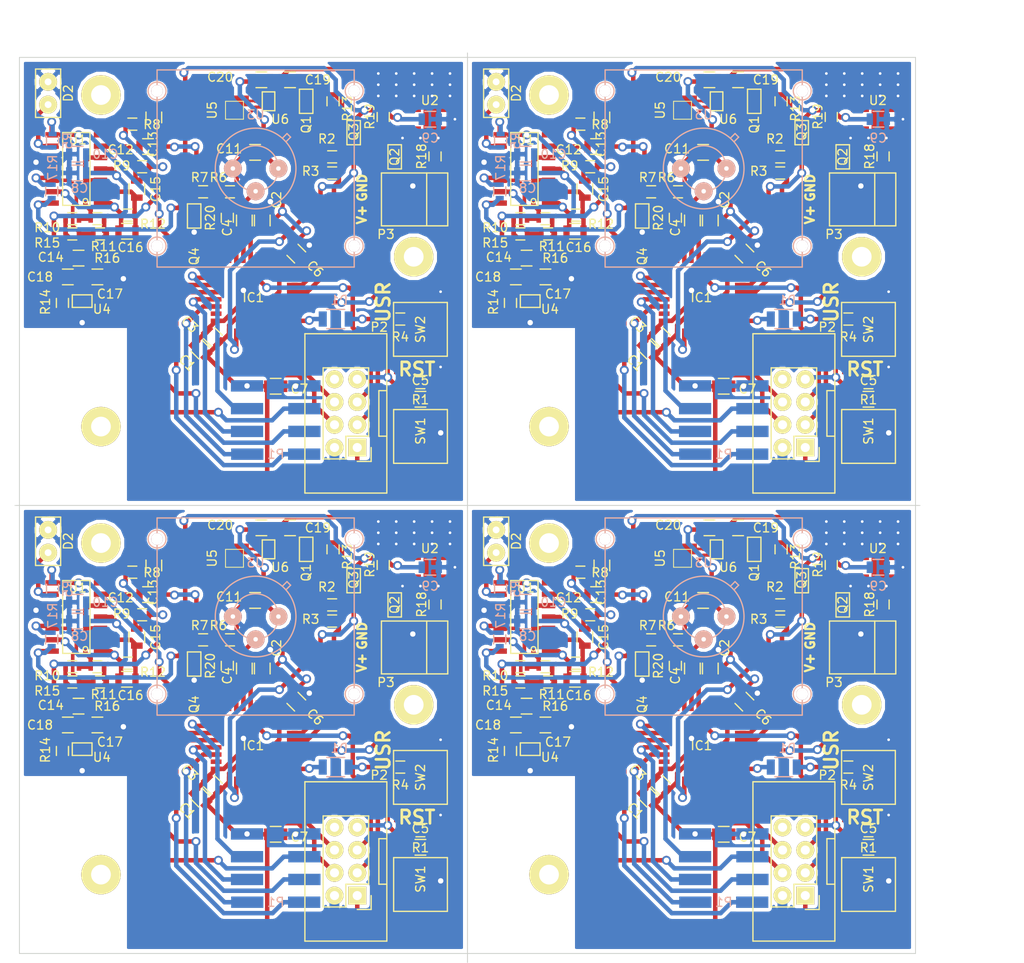
<source format=kicad_pcb>
(kicad_pcb (version 4) (host pcbnew 4.0.4+dfsg1-stable)
  (layers (0 F.Cu signal) (31 B.Cu signal) (34 B.Paste user) (35 F.Paste user) (36 B.SilkS user) (37 F.SilkS user) (38 B.Mask user) (39 F.Mask user) (44 Edge.Cuts user))
  (net 0 "")
  (net 1 GND)
  (net 2 +BATT)
  (net 3 MCU_RST)
  (net 4 +1V8)
  (net 5 MotionSensor_V+)
  (net 6 "Net-(C12-Pad1)")
  (net 7 "Net-(C12-Pad2)")
  (net 8 "Net-(C13-Pad1)")
  (net 9 "Net-(C15-Pad1)")
  (net 10 "Net-(C15-Pad2)")
  (net 11 ADC_Motion)
  (net 12 "Net-(C19-Pad1)")
  (net 13 MCU_LED)
  (net 14 "Net-(D1-Pad2)")
  (net 15 "Net-(D2-Pad1)")
  (net 16 "Net-(IC1-Pad2)")
  (net 17 "Net-(IC1-Pad3)")
  (net 18 ADC_Light)
  (net 19 RF_CE)
  (net 20 RF_CSN)
  (net 21 SPI_RF_SCK)
  (net 22 SPI_RF_MISO)
  (net 23 SPI_RF_MOSI)
  (net 24 RF_IRQ)
  (net 25 "Net-(IC1-Pad15)")
  (net 26 Enable5V)
  (net 27 UART_TX)
  (net 28 UART_RX)
  (net 29 "Net-(IC1-Pad21)")
  (net 30 "Net-(IC1-Pad22)")
  (net 31 SWDIO)
  (net 32 SWDCLK)
  (net 33 "Net-(IC1-Pad27)")
  (net 34 "Net-(IC1-Pad28)")
  (net 35 HTU21_SCK)
  (net 36 HTU21_SDA)
  (net 37 Motion_Out)
  (net 38 Motion_Offset)
  (net 39 "Net-(R14-Pad1)")
  (net 40 "Net-(U2-Pad3)")
  (net 41 "Net-(U2-Pad4)")
  (net 42 "Net-(U4-Pad3)")
  (net 43 "Net-(U5-Pad2)")
  (net 44 DIG_Motion)
  (net 45 "Net-(R15-Pad2)")
  (net 46 BTN_User)
  (net 47 "Net-(IC1-Pad29)")
  (net 48 "Net-(IC1-Pad30)")
  (net 49 "Net-(Q4-Pad1)")
  (net 50 "Net-(P2-Pad8)")
  (module CustomModules:PIR (layer B.Cu) (at 117.36 102.4)
    (fp_text reference U3 (at 0 -6) (layer B.SilkS) (effects (justify mirror)))
    (fp_text value PIR)
    (pad 1 thru_hole circle (at 2.54 0) (size 2 2) (drill 0.5) (layers *.Cu *.Mask B.SilkS) (net 5 MotionSensor_V+))
    (pad 3 thru_hole circle (at -2.54 0) (size 2 2) (drill 0.5) (layers *.Cu *.Mask B.SilkS) (net 1 GND))
    (pad 2 thru_hole circle (at 0 2.54) (size 2 2) (drill 0.5) (layers *.Cu *.Mask B.SilkS) (net 37 Motion_Out))
    (pad "" thru_hole circle (at -11 8.65) (size 1.3 1.3) (drill 1.3) (layers *.Cu *.Mask B.SilkS) (clearance 0.5))
    (pad "" thru_hole circle (at -11 -8.65) (size 1.3 1.3) (drill 1.3) (layers *.Cu *.Mask B.SilkS) (clearance 0.5))
    (pad "" thru_hole circle (at 11 -8.65) (size 1.3 1.3) (drill 1.3) (layers *.Cu *.Mask B.SilkS) (clearance 0.5))
    (pad "" thru_hole circle (at 11 8.65) (size 1.3 1.3) (drill 1.3) (layers *.Cu *.Mask B.SilkS) (clearance 0.5))
  )
  (module PinHeaders:Pin_Header_Straight_2x04_SMD (layer B.Cu) (at 119.6 129.2 270)
    (fp_text reference P1 (at 5.08 0 540) (layer B.SilkS) (effects (justify mirror)))
    (fp_text value CONN_02X04)
    (pad 2 smd rect (at -2.54 3.2 270) (size 1.27 3.6) (layers B.Cu B.Paste B.Mask) (net 2 +BATT))
    (pad 4 smd rect (at 0 3.2 270) (size 1.27 3.6) (layers B.Cu B.Paste B.Mask) (net 20 RF_CSN))
    (pad 6 smd rect (at 2.54 3.2 270) (size 1.27 3.6) (layers B.Cu B.Paste B.Mask) (net 23 SPI_RF_MOSI))
    (pad 1 smd rect (at -2.54 -3.2 270) (size 1.27 3.6) (layers B.Cu B.Paste B.Mask) (net 1 GND))
    (pad 3 smd rect (at 0 -3.2 270) (size 1.27 3.6) (layers B.Cu B.Paste B.Mask) (net 19 RF_CE))
    (pad 7 smd rect (at 5.08 -3.175 270) (size 1.27 3.6) (layers B.Cu B.Paste B.Mask) (net 22 SPI_RF_MISO))
    (pad 5 smd rect (at 2.54 -3.2 270) (size 1.27 3.6) (layers B.Cu B.Paste B.Mask) (net 21 SPI_RF_SCK))
    (pad 8 smd rect (at 5.08 3.175 270) (size 1.27 3.6) (layers B.Cu B.Paste B.Mask) (net 24 RF_IRQ))
  )
  (module Resistors_SMD:R_0603 (layer B.Cu) (at 94.7 99.3 270)
    (fp_text reference R5 (at 0 -1.7 270) (layer B.SilkS) (effects (justify mirror)))
    (fp_text value 3600)
    (pad 1 smd rect (at -0.75 0 270) (size 0.5 0.9) (layers B.Cu B.Paste B.Mask) (net 18 ADC_Light))
    (pad 2 smd rect (at 0.75 0 270) (size 0.5 0.9) (layers B.Cu B.Paste B.Mask) (net 15 "Net-(D2-Pad1)"))
  )
  (module Resistors_SMD:R_0805 (layer B.Cu) (at 97.5 102.9 180)
    (fp_text reference C8 (at -0.2 -1.7 180) (layer B.SilkS) (effects (justify mirror)))
    (fp_text value 1uF)
    (pad 1 smd rect (at -0.95 0 180) (size 0.7 1.3) (layers B.Cu B.Paste B.Mask) (net 4 +1V8))
    (pad 2 smd rect (at 0.95 0 180) (size 0.7 1.3) (layers B.Cu B.Paste B.Mask) (net 1 GND))
  )
  (module Resistors_SMD:R_0603 (layer B.Cu) (at 94.6 104.95 90)
    (fp_text reference R17 (at 2.65 0.1 90) (layer B.SilkS) (effects (justify mirror)))
    (fp_text value 1.6M)
    (pad 1 smd rect (at -0.75 0 90) (size 0.5 0.9) (layers B.Cu B.Paste B.Mask) (net 49 "Net-(Q4-Pad1)"))
    (pad 2 smd rect (at 0.75 0 90) (size 0.5 0.9) (layers B.Cu B.Paste B.Mask) (net 45 "Net-(R15-Pad2)"))
  )
  (module Resistors_SMD:R_0805 (layer B.Cu) (at 136.85 96.9)
    (fp_text reference C9 (at 0 2.1) (layer B.SilkS) (effects (justify mirror)))
    (fp_text value 100nF)
    (pad 1 smd rect (at -0.95 0) (size 0.7 1.3) (layers B.Cu B.Paste B.Mask) (net 4 +1V8))
    (pad 2 smd rect (at 0.95 0) (size 0.7 1.3) (layers B.Cu B.Paste B.Mask) (net 1 GND))
  )
  (module Resistors_SMD:R_0805 (layer B.Cu) (at 97.5 100.8 180)
    (fp_text reference C10 (at -3.1 0 180) (layer B.SilkS) (effects (justify mirror)))
    (fp_text value 100nF)
    (pad 1 smd rect (at -0.95 0 180) (size 0.7 1.3) (layers B.Cu B.Paste B.Mask) (net 4 +1V8))
    (pad 2 smd rect (at 0.95 0 180) (size 0.7 1.3) (layers B.Cu B.Paste B.Mask) (net 1 GND))
  )
  (module Resistors_SMD:R_1206 (layer B.Cu) (at 126.3 119.2)
    (fp_text reference D1 (at 0.4 -2.1) (layer B.SilkS) (effects (justify mirror)))
    (fp_text value LED)
    (pad 1 smd rect (at -1.45 0) (size 0.9 1.7) (layers B.Cu B.Paste B.Mask) (net 13 MCU_LED))
    (pad 2 smd rect (at 1.45 0) (size 0.9 1.7) (layers B.Cu B.Paste B.Mask) (net 14 "Net-(D1-Pad2)"))
  )
  (module Connect:1pin (layer F.Cu) (at 131.05 93.05)
    (fp_text reference REF** hide)
    (fp_text value 1pin)
    (pad 1 thru_hole circle (at 0 0) (size 0.6 0.6) (drill 0.3) (layers *.Cu *.Mask) (net 1 GND))
  )
  (module Connect:1pin (layer F.Cu) (at 131.05 94.3)
    (fp_text reference REF** hide)
    (fp_text value 1pin)
    (pad 1 thru_hole circle (at 0 0) (size 0.6 0.6) (drill 0.3) (layers *.Cu *.Mask) (net 1 GND))
  )
  (module Connect:1pin (layer F.Cu) (at 133.05 94.3)
    (fp_text reference REF** hide)
    (fp_text value 1pin)
    (pad 1 thru_hole circle (at 0 0) (size 0.6 0.6) (drill 0.3) (layers *.Cu *.Mask) (net 1 GND))
  )
  (module Connect:1pin (layer F.Cu) (at 131.05 91.8)
    (fp_text reference REF** hide)
    (fp_text value 1pin)
    (pad 1 thru_hole circle (at 0 0) (size 0.6 0.6) (drill 0.3) (layers *.Cu *.Mask) (net 1 GND))
  )
  (module Connect:1pin (layer F.Cu) (at 135.05 93.05)
    (fp_text reference REF** hide)
    (fp_text value 1pin)
    (pad 1 thru_hole circle (at 0 0) (size 0.6 0.6) (drill 0.3) (layers *.Cu *.Mask) (net 1 GND))
  )
  (module Connect:1pin (layer F.Cu) (at 135.05 91.8)
    (fp_text reference REF** hide)
    (fp_text value 1pin)
    (pad 1 thru_hole circle (at 0 0) (size 0.6 0.6) (drill 0.3) (layers *.Cu *.Mask) (net 1 GND))
  )
  (module Connect:1pin (layer F.Cu) (at 135.05 94.3)
    (fp_text reference REF** hide)
    (fp_text value 1pin)
    (pad 1 thru_hole circle (at 0 0) (size 0.6 0.6) (drill 0.3) (layers *.Cu *.Mask) (net 1 GND))
  )
  (module Connect:1pin (layer F.Cu) (at 133.05 91.8)
    (fp_text reference REF** hide)
    (fp_text value 1pin)
    (pad 1 thru_hole circle (at 0 0) (size 0.6 0.6) (drill 0.3) (layers *.Cu *.Mask) (net 1 GND))
  )
  (module Connect:1pin (layer F.Cu) (at 133.05 93.05)
    (fp_text reference REF** hide)
    (fp_text value 1pin)
    (pad 1 thru_hole circle (at 0 0) (size 0.6 0.6) (drill 0.3) (layers *.Cu *.Mask) (net 1 GND))
  )
  (module CustomInductors:EPL3015 (layer F.Cu) (at 115 95.9 90)
    (fp_text reference U5 (at 0 -2.5 90) (layer F.SilkS))
    (fp_text value EPL3015)
    (pad 1 smd rect (at -1.04 0 90) (size 1.2 3.2) (layers F.Cu F.Paste F.Mask) (net 12 "Net-(C19-Pad1)"))
    (pad 2 smd rect (at 1.04 0 90) (size 1.2 3.2) (layers F.Cu F.Paste F.Mask) (net 43 "Net-(U5-Pad2)"))
  )
  (module CustomSmd:SOT23 (layer F.Cu) (at 123 94.9 90)
    (fp_text reference Q1 (at -2.6 0 90) (layer F.SilkS))
    (fp_text value AO3401 hide)
    (pad 1 smd rect (at -0.95 1.35 90) (size 0.6 1) (layers F.Cu F.Paste F.Mask) (net 26 Enable5V))
    (pad 2 smd rect (at 0.95 1.35 90) (size 0.6 1) (layers F.Cu F.Paste F.Mask) (net 2 +BATT))
    (pad 3 smd rect (at 0 -1.35 90) (size 0.6 1) (layers F.Cu F.Paste F.Mask) (net 12 "Net-(C19-Pad1)"))
  )
  (module Resistors_SMD:R_0805 (layer F.Cu) (at 117.3 100.6 180)
    (fp_text reference C11 (at 2.9 0.4 180) (layer F.SilkS))
    (fp_text value 10uF)
    (pad 1 smd rect (at -0.95 0 180) (size 0.7 1.3) (layers F.Cu F.Paste F.Mask) (net 5 MotionSensor_V+))
    (pad 2 smd rect (at 0.95 0 180) (size 0.7 1.3) (layers F.Cu F.Paste F.Mask) (net 1 GND))
  )
  (module Resistors_SMD:R_0805 (layer F.Cu) (at 121.2 92.5 180)
    (fp_text reference C19 (at -3.1 0 180) (layer F.SilkS))
    (fp_text value 10uF)
    (pad 1 smd rect (at -0.95 0 180) (size 0.7 1.3) (layers F.Cu F.Paste F.Mask) (net 12 "Net-(C19-Pad1)"))
    (pad 2 smd rect (at 0.95 0 180) (size 0.7 1.3) (layers F.Cu F.Paste F.Mask) (net 1 GND))
  )
  (module Resistors_SMD:R_0805 (layer F.Cu) (at 118 92.5)
    (fp_text reference C20 (at -4.6 -0.3) (layer F.SilkS))
    (fp_text value 10uF)
    (pad 1 smd rect (at -0.95 0) (size 0.7 1.3) (layers F.Cu F.Paste F.Mask) (net 5 MotionSensor_V+))
    (pad 2 smd rect (at 0.95 0) (size 0.7 1.3) (layers F.Cu F.Paste F.Mask) (net 1 GND))
  )
  (module DC_DC_Converters:TPS6122x (layer F.Cu) (at 118.8 94.9 180)
    (fp_text reference U6 (at -1.3 -2 180) (layer F.SilkS))
    (fp_text value TPS61222)
    (pad 1 smd rect (at -1.1 -0.65 90) (size 0.35 1) (layers F.Cu F.Paste F.Mask) (net 12 "Net-(C19-Pad1)") (clearance 0.25))
    (pad 2 smd rect (at -1.1 0 90) (size 0.35 1) (layers F.Cu F.Paste F.Mask) (net 5 MotionSensor_V+) (clearance 0.25))
    (pad 3 smd rect (at -1.1 0.65 90) (size 0.35 1) (layers F.Cu F.Paste F.Mask) (net 1 GND) (clearance 0.25))
    (pad 4 smd rect (at 1.1 0.65 90) (size 0.35 1) (layers F.Cu F.Paste F.Mask) (net 5 MotionSensor_V+) (clearance 0.25))
    (pad 5 smd rect (at 1.1 0 90) (size 0.35 1) (layers F.Cu F.Paste F.Mask) (net 43 "Net-(U5-Pad2)") (clearance 0.25))
    (pad 6 smd rect (at 1.1 -0.65 90) (size 0.35 1) (layers F.Cu F.Paste F.Mask) (net 12 "Net-(C19-Pad1)") (clearance 0.25))
  )
  (module CustomSmd:SOT23 (layer F.Cu) (at 132.88 101.1 90)
    (fp_text reference Q2 (at 0 0 90) (layer F.SilkS))
    (fp_text value NMosfetGen hide)
    (pad 1 smd rect (at -0.95 1.35 90) (size 0.6 1) (layers F.Cu F.Paste F.Mask) (net 4 +1V8))
    (pad 2 smd rect (at 0.95 1.35 90) (size 0.6 1) (layers F.Cu F.Paste F.Mask) (net 36 HTU21_SDA))
    (pad 3 smd rect (at 0 -1.35 90) (size 0.6 1) (layers F.Cu F.Paste F.Mask) (net 48 "Net-(IC1-Pad30)"))
  )
  (module Connect:1pin (layer F.Cu) (at 133.75 99)
    (fp_text reference REF** hide)
    (fp_text value 1pin)
    (pad 1 thru_hole circle (at 0 0) (size 0.6 0.6) (drill 0.3) (layers *.Cu *.Mask) (net 1 GND))
  )
  (module Resistors_SMD:R_0603 (layer F.Cu) (at 126 94.9 90)
    (fp_text reference R13 (at -0.8 1.6 90) (layer F.SilkS))
    (fp_text value 47k)
    (pad 1 smd rect (at -0.75 0 90) (size 0.5 0.9) (layers F.Cu F.Paste F.Mask) (net 26 Enable5V))
    (pad 2 smd rect (at 0.75 0 90) (size 0.5 0.9) (layers F.Cu F.Paste F.Mask) (net 2 +BATT))
  )
  (module Resistors_SMD:R_0603 (layer F.Cu) (at 131.6 96.65 90)
    (fp_text reference R19 (at 0.05 -1.5 90) (layer F.SilkS))
    (fp_text value 10k)
    (pad 1 smd rect (at -0.75 0 90) (size 0.5 0.9) (layers F.Cu F.Paste F.Mask) (net 35 HTU21_SCK))
    (pad 2 smd rect (at 0.75 0 90) (size 0.5 0.9) (layers F.Cu F.Paste F.Mask) (net 4 +1V8))
  )
  (module Resistors_SMD:R_0603 (layer F.Cu) (at 125.9 102.9 180)
    (fp_text reference R3 (at 2.4 0.2 180) (layer F.SilkS))
    (fp_text value 10k)
    (pad 1 smd rect (at -0.75 0 180) (size 0.5 0.9) (layers F.Cu F.Paste F.Mask) (net 47 "Net-(IC1-Pad29)"))
    (pad 2 smd rect (at 0.75 0 180) (size 0.5 0.9) (layers F.Cu F.Paste F.Mask) (net 2 +BATT))
  )
  (module CustomSmd:SOT23 (layer F.Cu) (at 128.3 98.4 90)
    (fp_text reference Q3 (at 0.1 0 90) (layer F.SilkS))
    (fp_text value NMosfetGen hide)
    (pad 1 smd rect (at -0.95 1.35 90) (size 0.6 1) (layers F.Cu F.Paste F.Mask) (net 4 +1V8))
    (pad 2 smd rect (at 0.95 1.35 90) (size 0.6 1) (layers F.Cu F.Paste F.Mask) (net 35 HTU21_SCK))
    (pad 3 smd rect (at 0 -1.35 90) (size 0.6 1) (layers F.Cu F.Paste F.Mask) (net 47 "Net-(IC1-Pad29)"))
  )
  (module Resistors_SMD:R_0603 (layer F.Cu) (at 125.9 101.1)
    (fp_text reference R2 (at -0.6 -2) (layer F.SilkS))
    (fp_text value 10k)
    (pad 1 smd rect (at -0.75 0) (size 0.5 0.9) (layers F.Cu F.Paste F.Mask) (net 2 +BATT))
    (pad 2 smd rect (at 0.75 0) (size 0.5 0.9) (layers F.Cu F.Paste F.Mask) (net 48 "Net-(IC1-Pad30)"))
  )
  (module Resistors_SMD:R_0805 (layer F.Cu) (at 105.35 99.95 180)
    (fp_text reference C12 (at 3.05 -0.35 180) (layer F.SilkS))
    (fp_text value 10uF)
    (pad 1 smd rect (at -0.95 0 180) (size 0.7 1.3) (layers F.Cu F.Paste F.Mask) (net 6 "Net-(C12-Pad1)"))
    (pad 2 smd rect (at 0.95 0 180) (size 0.7 1.3) (layers F.Cu F.Paste F.Mask) (net 7 "Net-(C12-Pad2)"))
  )
  (module Resistors_SMD:R_0805 (layer F.Cu) (at 106 96.7 270)
    (fp_text reference C13 (at 3 0.1 270) (layer F.SilkS))
    (fp_text value 100nF)
    (pad 1 smd rect (at -0.95 0 270) (size 0.7 1.3) (layers F.Cu F.Paste F.Mask) (net 8 "Net-(C13-Pad1)"))
    (pad 2 smd rect (at 0.95 0 270) (size 0.7 1.3) (layers F.Cu F.Paste F.Mask) (net 7 "Net-(C12-Pad2)"))
  )
  (module CustomModules:PD638C (layer F.Cu) (at 94.2 94 90)
    (fp_text reference D2 (at 0 2.25 90) (layer F.SilkS))
    (fp_text value PhotoDiode)
    (pad 1 thru_hole circle (at -1.27 0 90) (size 2 2) (drill 0.762) (layers *.Cu *.Mask F.SilkS) (net 15 "Net-(D2-Pad1)"))
    (pad 2 thru_hole circle (at 1.27 0 90) (size 2 2) (drill 0.762) (layers *.Cu *.Mask F.SilkS) (net 1 GND))
  )
  (module CustomSmd:SOIC-14 (layer F.Cu) (at 97.35 102.45 90)
    (fp_text reference U1 (at 3.25 0.15 180) (layer F.SilkS))
    (fp_text value MCP60x4)
    (pad 1 smd rect (at -3.81 2.7 90) (size 0.6 1.5) (layers F.Cu F.Paste F.Mask) (net 11 ADC_Motion))
    (pad 2 smd rect (at -2.54 2.7 90) (size 0.6 1.5) (layers F.Cu F.Paste F.Mask) (net 10 "Net-(C15-Pad2)"))
    (pad 3 smd rect (at -1.27 2.7 90) (size 0.6 1.5) (layers F.Cu F.Paste F.Mask) (net 38 Motion_Offset))
    (pad 4 smd rect (at 0 2.7 90) (size 0.6 1.5) (layers F.Cu F.Paste F.Mask) (net 4 +1V8))
    (pad 5 smd rect (at 1.27 2.7 90) (size 0.6 1.5) (layers F.Cu F.Paste F.Mask) (net 38 Motion_Offset))
    (pad 6 smd rect (at 2.54 2.7 90) (size 0.6 1.5) (layers F.Cu F.Paste F.Mask) (net 7 "Net-(C12-Pad2)"))
    (pad 7 smd rect (at 3.81 2.7 90) (size 0.6 1.5) (layers F.Cu F.Paste F.Mask) (net 8 "Net-(C13-Pad1)"))
    (pad 8 smd rect (at 3.81 -2.7 90) (size 0.6 1.5) (layers F.Cu F.Paste F.Mask) (net 18 ADC_Light))
    (pad 9 smd rect (at 2.54 -2.7 90) (size 0.6 1.5) (layers F.Cu F.Paste F.Mask) (net 15 "Net-(D2-Pad1)"))
    (pad 10 smd rect (at 1.27 -2.7 90) (size 0.6 1.5) (layers F.Cu F.Paste F.Mask) (net 1 GND))
    (pad 11 smd rect (at 0 -2.7 90) (size 0.6 1.5) (layers F.Cu F.Paste F.Mask) (net 1 GND))
    (pad 12 smd rect (at -1.27 -2.7 90) (size 0.6 1.5) (layers F.Cu F.Paste F.Mask) (net 45 "Net-(R15-Pad2)"))
    (pad 13 smd rect (at -2.54 -2.7 90) (size 0.6 1.5) (layers F.Cu F.Paste F.Mask) (net 11 ADC_Motion))
    (pad 14 smd rect (at -3.81 -2.7 90) (size 0.6 1.5) (layers F.Cu F.Paste F.Mask) (net 49 "Net-(Q4-Pad1)"))
  )
  (module Mounting_Holes:MountingHole_2.2mm_M2_Pad (layer F.Cu) (at 100.1 94.2)
    (fp_text reference REF** hide)
    (fp_text value MountingHole_2.2mm_M2_Pad)
    (pad 1 thru_hole circle (at 0 0) (size 4.4 4.4) (drill 2.2) (layers *.Cu *.Mask F.SilkS))
  )
  (module Resistors_SMD:R_0603 (layer F.Cu) (at 103.6 97.45)
    (fp_text reference R8 (at 2.2 0.05) (layer F.SilkS))
    (fp_text value 1M)
    (pad 1 smd rect (at -0.75 0) (size 0.5 0.9) (layers F.Cu F.Paste F.Mask) (net 8 "Net-(C13-Pad1)"))
    (pad 2 smd rect (at 0.75 0) (size 0.5 0.9) (layers F.Cu F.Paste F.Mask) (net 7 "Net-(C12-Pad2)"))
  )
  (module Resistors_SMD:R_0603 (layer F.Cu) (at 104.7 102.2)
    (fp_text reference R9 (at -2.3 -0.1) (layer F.SilkS))
    (fp_text value 10k)
    (pad 1 smd rect (at -0.75 0) (size 0.5 0.9) (layers F.Cu F.Paste F.Mask) (net 9 "Net-(C15-Pad1)"))
    (pad 2 smd rect (at 0.75 0) (size 0.5 0.9) (layers F.Cu F.Paste F.Mask) (net 8 "Net-(C13-Pad1)"))
  )
  (module Resistors_SMD:R_0805 (layer F.Cu) (at 104.1 104.7 270)
    (fp_text reference C15 (at 0 -2.1 270) (layer F.SilkS))
    (fp_text value 10uF)
    (pad 1 smd rect (at -0.95 0 270) (size 0.7 1.3) (layers F.Cu F.Paste F.Mask) (net 9 "Net-(C15-Pad1)"))
    (pad 2 smd rect (at 0.95 0 270) (size 0.7 1.3) (layers F.Cu F.Paste F.Mask) (net 10 "Net-(C15-Pad2)"))
  )
  (module Resistors_SMD:R_0805 (layer F.Cu) (at 103 109.4)
    (fp_text reference C16 (at 0.4 1.8) (layer F.SilkS))
    (fp_text value 100nF)
    (pad 1 smd rect (at -0.95 0) (size 0.7 1.3) (layers F.Cu F.Paste F.Mask) (net 11 ADC_Motion))
    (pad 2 smd rect (at 0.95 0) (size 0.7 1.3) (layers F.Cu F.Paste F.Mask) (net 10 "Net-(C15-Pad2)"))
  )
  (module Resistors_SMD:R_0603 (layer F.Cu) (at 103.1 107.6)
    (fp_text reference R12 (at 2.8 1) (layer F.SilkS))
    (fp_text value 1M)
    (pad 1 smd rect (at -0.75 0) (size 0.5 0.9) (layers F.Cu F.Paste F.Mask) (net 11 ADC_Motion))
    (pad 2 smd rect (at 0.75 0) (size 0.5 0.9) (layers F.Cu F.Paste F.Mask) (net 10 "Net-(C15-Pad2)"))
  )
  (module Resistors_SMD:R_0603 (layer F.Cu) (at 99.7 108)
    (fp_text reference R11 (at 0.7 3.1) (layer F.SilkS))
    (fp_text value 1M)
    (pad 1 smd rect (at -0.75 0) (size 0.5 0.9) (layers F.Cu F.Paste F.Mask) (net 38 Motion_Offset))
    (pad 2 smd rect (at 0.75 0) (size 0.5 0.9) (layers F.Cu F.Paste F.Mask) (net 1 GND))
  )
  (module Resistors_SMD:R_0603 (layer F.Cu) (at 100 109.7)
    (fp_text reference R16 (at 0.8 2.7) (layer F.SilkS))
    (fp_text value 1M)
    (pad 1 smd rect (at -0.75 0) (size 0.5 0.9) (layers F.Cu F.Paste F.Mask) (net 45 "Net-(R15-Pad2)"))
    (pad 2 smd rect (at 0.75 0) (size 0.5 0.9) (layers F.Cu F.Paste F.Mask) (net 1 GND))
  )
  (module Resistors_SMD:R_0603 (layer F.Cu) (at 96.9 109.7)
    (fp_text reference R15 (at -2.8 1 180) (layer F.SilkS))
    (fp_text value 1M)
    (pad 1 smd rect (at -0.75 0) (size 0.5 0.9) (layers F.Cu F.Paste F.Mask) (net 4 +1V8))
    (pad 2 smd rect (at 0.75 0) (size 0.5 0.9) (layers F.Cu F.Paste F.Mask) (net 45 "Net-(R15-Pad2)"))
  )
  (module Resistors_SMD:R_0603 (layer F.Cu) (at 96.9 108)
    (fp_text reference R10 (at -2.8 1) (layer F.SilkS))
    (fp_text value 1M)
    (pad 1 smd rect (at -0.75 0) (size 0.5 0.9) (layers F.Cu F.Paste F.Mask) (net 4 +1V8))
    (pad 2 smd rect (at 0.75 0) (size 0.5 0.9) (layers F.Cu F.Paste F.Mask) (net 38 Motion_Offset))
  )
  (module Resistors_SMD:R_0603 (layer F.Cu) (at 114.2 107.9 90)
    (fp_text reference R20 (at 0 -1.9 90) (layer F.SilkS))
    (fp_text value 100k)
    (pad 1 smd rect (at -0.75 0 90) (size 0.5 0.9) (layers F.Cu F.Paste F.Mask) (net 2 +BATT))
    (pad 2 smd rect (at 0.75 0 90) (size 0.5 0.9) (layers F.Cu F.Paste F.Mask) (net 44 DIG_Motion))
  )
  (module Resistors_SMD:R_0805 (layer F.Cu) (at 118.1 108.2 90)
    (fp_text reference C2 (at 2.3 1.6 90) (layer F.SilkS))
    (fp_text value 1uF)
    (pad 1 smd rect (at -0.95 0 90) (size 0.7 1.3) (layers F.Cu F.Paste F.Mask) (net 2 +BATT))
    (pad 2 smd rect (at 0.95 0 90) (size 0.7 1.3) (layers F.Cu F.Paste F.Mask) (net 1 GND))
  )
  (module CustomSmd:SOT23 (layer F.Cu) (at 110.5 107.7 270)
    (fp_text reference Q4 (at 4.5 0 270) (layer F.SilkS))
    (fp_text value Q_NMOS_GSD hide)
    (pad 1 smd rect (at -0.95 1.35 270) (size 0.6 1) (layers F.Cu F.Paste F.Mask) (net 49 "Net-(Q4-Pad1)"))
    (pad 2 smd rect (at 0.95 1.35 270) (size 0.6 1) (layers F.Cu F.Paste F.Mask) (net 1 GND))
    (pad 3 smd rect (at 0 -1.35 270) (size 0.6 1) (layers F.Cu F.Paste F.Mask) (net 44 DIG_Motion))
  )
  (module Resistors_SMD:R_0603 (layer F.Cu) (at 114.5 105)
    (fp_text reference R6 (at -1.3 -1.6) (layer F.SilkS))
    (fp_text value 100k)
    (pad 1 smd rect (at -0.75 0) (size 0.5 0.9) (layers F.Cu F.Paste F.Mask) (net 37 Motion_Out))
    (pad 2 smd rect (at 0.75 0) (size 0.5 0.9) (layers F.Cu F.Paste F.Mask) (net 1 GND))
  )
  (module Resistors_SMD:R_0603 (layer F.Cu) (at 111.5 105)
    (fp_text reference R7 (at -0.4 -1.6) (layer F.SilkS))
    (fp_text value 10k)
    (pad 1 smd rect (at -0.75 0) (size 0.5 0.9) (layers F.Cu F.Paste F.Mask) (net 6 "Net-(C12-Pad1)"))
    (pad 2 smd rect (at 0.75 0) (size 0.5 0.9) (layers F.Cu F.Paste F.Mask) (net 37 Motion_Out))
  )
  (module Resistors_SMD:R_0805 (layer F.Cu) (at 116.1 108.2 90)
    (fp_text reference C4 (at -0.8 -1.9 90) (layer F.SilkS))
    (fp_text value 100nF)
    (pad 1 smd rect (at -0.95 0 90) (size 0.7 1.3) (layers F.Cu F.Paste F.Mask) (net 2 +BATT))
    (pad 2 smd rect (at 0.95 0 90) (size 0.7 1.3) (layers F.Cu F.Paste F.Mask) (net 1 GND))
  )
  (module PinHeaders:Pin_Header_Straight_2x04_TH (layer F.Cu) (at 128.7 133.54 180)
    (fp_text reference P2 (at -2.45 13.44 180) (layer F.SilkS))
    (fp_text value CONN_02X04)
    (pad 1 thru_hole rect (at 0 0 180) (size 2 2) (drill 1.016) (layers *.Cu *.Mask F.SilkS) (net 2 +BATT))
    (pad 2 thru_hole circle (at 2.54 0 180) (size 2 2) (drill 1.016) (layers *.Cu *.Mask F.SilkS) (net 1 GND))
    (pad 3 thru_hole circle (at 0 2.54 180) (size 2 2) (drill 1.016) (layers *.Cu *.Mask F.SilkS) (net 32 SWDCLK))
    (pad 4 thru_hole circle (at 2.54 2.54 180) (size 2 2) (drill 1.016) (layers *.Cu *.Mask F.SilkS) (net 27 UART_TX))
    (pad 5 thru_hole circle (at 0 5.08 180) (size 2 2) (drill 1.016) (layers *.Cu *.Mask F.SilkS) (net 31 SWDIO))
    (pad 6 thru_hole circle (at 2.54 5.08 180) (size 2 2) (drill 1.016) (layers *.Cu *.Mask F.SilkS) (net 28 UART_RX))
    (pad 7 thru_hole circle (at 0 7.62 180) (size 2 2) (drill 1.016) (layers *.Cu *.Mask F.SilkS) (net 3 MCU_RST))
    (pad 8 thru_hole circle (at 2.54 7.62 180) (size 2 2) (drill 1.016) (layers *.Cu *.Mask F.SilkS) (net 50 "Net-(P2-Pad8)"))
  )
  (module Resistors_SMD:R_0603 (layer F.Cu) (at 135.75 126.3 180)
    (fp_text reference R1 (at 0 -1.9 180) (layer F.SilkS))
    (fp_text value 10k)
    (pad 1 smd rect (at -0.75 0 180) (size 0.5 0.9) (layers F.Cu F.Paste F.Mask) (net 2 +BATT))
    (pad 2 smd rect (at 0.75 0 180) (size 0.5 0.9) (layers F.Cu F.Paste F.Mask) (net 3 MCU_RST))
  )
  (module CustomSmd:MicroSwitch_6x6mm (layer F.Cu) (at 135.75 120.35 90)
    (fp_text reference SW2 (at 0 0 90) (layer F.SilkS))
    (fp_text value SW_PUSH)
    (pad 1 smd rect (at -4.2 -2.25 90) (size 1.6 1.4) (layers F.Cu F.Paste F.Mask) (net 46 BTN_User))
    (pad 2 smd rect (at -4.2 2.25 90) (size 1.6 1.4) (layers F.Cu F.Paste F.Mask) (net 1 GND))
    (pad 1 smd rect (at 4.2 -2.25 90) (size 1.6 1.4) (layers F.Cu F.Paste F.Mask) (net 46 BTN_User))
    (pad 2 smd rect (at 4.2 2.25 90) (size 1.6 1.4) (layers F.Cu F.Paste F.Mask) (net 1 GND))
  )
  (module Resistors_SMD:R_0805 (layer F.Cu) (at 135.75 128.15)
    (fp_text reference C5 (at 0 -2.1) (layer F.SilkS))
    (fp_text value 100nF)
    (pad 1 smd rect (at -0.95 0) (size 0.7 1.3) (layers F.Cu F.Paste F.Mask) (net 3 MCU_RST))
    (pad 2 smd rect (at 0.95 0) (size 0.7 1.3) (layers F.Cu F.Paste F.Mask) (net 1 GND))
  )
  (module Resistors_SMD:R_0603 (layer F.Cu) (at 133.5 119.2 180)
    (fp_text reference R4 (at 0 -2 180) (layer F.SilkS))
    (fp_text value 475)
    (pad 1 smd rect (at -0.75 0 180) (size 0.5 0.9) (layers F.Cu F.Paste F.Mask) (net 2 +BATT))
    (pad 2 smd rect (at 0.75 0 180) (size 0.5 0.9) (layers F.Cu F.Paste F.Mask) (net 14 "Net-(D1-Pad2)"))
  )
  (module CustomSmd:MicroSwitch_6x6mm (layer F.Cu) (at 135.76 132.3 90)
    (fp_text reference SW1 (at 0.6 0 90) (layer F.SilkS))
    (fp_text value SW_PUSH)
    (pad 1 smd rect (at -4.2 -2.25 90) (size 1.6 1.4) (layers F.Cu F.Paste F.Mask) (net 3 MCU_RST))
    (pad 2 smd rect (at -4.2 2.25 90) (size 1.6 1.4) (layers F.Cu F.Paste F.Mask) (net 1 GND))
    (pad 1 smd rect (at 4.2 -2.25 90) (size 1.6 1.4) (layers F.Cu F.Paste F.Mask) (net 3 MCU_RST))
    (pad 2 smd rect (at 4.2 2.25 90) (size 1.6 1.4) (layers F.Cu F.Paste F.Mask) (net 1 GND))
  )
  (module Connect:1pin (layer F.Cu) (at 137.05 93.05)
    (fp_text reference REF** hide)
    (fp_text value 1pin)
    (pad 1 thru_hole circle (at 0 0) (size 0.6 0.6) (drill 0.3) (layers *.Cu *.Mask) (net 1 GND))
  )
  (module Connect:1pin (layer F.Cu) (at 139.05 93.05)
    (fp_text reference REF** hide)
    (fp_text value 1pin)
    (pad 1 thru_hole circle (at 0 0) (size 0.6 0.6) (drill 0.3) (layers *.Cu *.Mask) (net 1 GND))
  )
  (module Connect:1pin (layer F.Cu) (at 137.05 94.3)
    (fp_text reference REF** hide)
    (fp_text value 1pin)
    (pad 1 thru_hole circle (at 0 0) (size 0.6 0.6) (drill 0.3) (layers *.Cu *.Mask) (net 1 GND))
  )
  (module Connect:1pin (layer F.Cu) (at 139.05 94.3)
    (fp_text reference REF** hide)
    (fp_text value 1pin)
    (pad 1 thru_hole circle (at 0 0) (size 0.6 0.6) (drill 0.3) (layers *.Cu *.Mask) (net 1 GND))
  )
  (module Connect:1pin (layer F.Cu) (at 137.05 91.8)
    (fp_text reference REF** hide)
    (fp_text value 1pin)
    (pad 1 thru_hole circle (at 0 0) (size 0.6 0.6) (drill 0.3) (layers *.Cu *.Mask) (net 1 GND))
  )
  (module Connect:1pin (layer F.Cu) (at 139.05 91.8)
    (fp_text reference REF** hide)
    (fp_text value 1pin)
    (pad 1 thru_hole circle (at 0 0) (size 0.6 0.6) (drill 0.3) (layers *.Cu *.Mask) (net 1 GND))
  )
  (module CustomSmd:HTU21D_QFN (layer F.Cu) (at 136.8 95.4)
    (fp_text reference U2 (at 0 -0.6) (layer F.SilkS))
    (fp_text value HTU21D)
    (pad 1 smd rect (at 2.1 2.5) (size 2 0.4) (layers F.Cu F.Paste F.Mask) (net 36 HTU21_SDA))
    (pad 2 smd rect (at 2.1 1.5) (size 2 0.4) (layers F.Cu F.Paste F.Mask) (net 1 GND))
    (pad 3 smd rect (at 2.1 0.5) (size 2 0.4) (layers F.Cu F.Paste F.Mask) (net 40 "Net-(U2-Pad3)"))
    (pad 4 smd rect (at -2 0.5) (size 2 0.4) (layers F.Cu F.Paste F.Mask) (net 41 "Net-(U2-Pad4)"))
    (pad 5 smd rect (at -2 1.5) (size 2 0.4) (layers F.Cu F.Paste F.Mask) (net 4 +1V8))
    (pad 6 smd rect (at -2 2.5) (size 2 0.4) (layers F.Cu F.Paste F.Mask) (net 35 HTU21_SCK))
    (pad 2 smd rect (at 0.05 1.5) (size 1.5 3) (layers F.Cu F.Paste F.Mask) (net 1 GND))
  )
  (module ConnWago:ConnWago_2059_2P_SMD (layer F.Cu) (at 137.95 104.35 270)
    (fp_text reference P3 (at 5.4 6.05 360) (layer F.SilkS))
    (fp_text value CONN_01X02)
    (pad 1 smd rect (at 0 -0.25 270) (size 1.4 3) (layers F.Cu F.Paste F.Mask) (net 1 GND))
    (pad 2 smd rect (at 3 -0.25 270) (size 1.4 3) (layers F.Cu F.Paste F.Mask) (net 2 +BATT))
    (pad 1 smd rect (at 0 6.45 270) (size 1.4 3) (layers F.Cu F.Paste F.Mask) (net 1 GND))
    (pad 2 smd rect (at 3 6.45 270) (size 1.4 3) (layers F.Cu F.Paste F.Mask) (net 2 +BATT))
  )
  (module Resistors_SMD:R_0603 (layer F.Cu) (at 137.38 101.05 90)
    (fp_text reference R18 (at 0 -1.5 90) (layer F.SilkS))
    (fp_text value 10k)
    (pad 1 smd rect (at -0.75 0 90) (size 0.5 0.9) (layers F.Cu F.Paste F.Mask) (net 4 +1V8))
    (pad 2 smd rect (at 0.75 0 90) (size 0.5 0.9) (layers F.Cu F.Paste F.Mask) (net 36 HTU21_SDA))
  )
  (module Mounting_Holes:MountingHole_2.2mm_M2_Pad (layer F.Cu) (at 135 112.25)
    (fp_text reference REF** hide)
    (fp_text value MountingHole_2.2mm_M2_Pad)
    (pad 1 thru_hole circle (at 0 0) (size 4.4 4.4) (drill 2.2) (layers *.Cu *.Mask F.SilkS))
  )
  (module Connect:1pin (layer F.Cu) (at 137.75 99)
    (fp_text reference REF** hide)
    (fp_text value 1pin)
    (pad 1 thru_hole circle (at 0 0) (size 0.6 0.6) (drill 0.3) (layers *.Cu *.Mask) (net 1 GND))
  )
  (module Connect:1pin (layer F.Cu) (at 135.75 99)
    (fp_text reference REF** hide)
    (fp_text value 1pin)
    (pad 1 thru_hole circle (at 0 0) (size 0.6 0.6) (drill 0.3) (layers *.Cu *.Mask) (net 1 GND))
  )
  (module STM32:STM32L051-LQFP32 (layer F.Cu) (at 117.2 116.6 180)
    (fp_text reference IC1 (at 0.1 -0.2 180) (layer F.SilkS))
    (fp_text value STM32L051K8T6)
    (pad 1 smd rect (at -2.8 4.25 180) (size 0.5 1.2) (layers F.Cu F.Paste F.Mask) (net 2 +BATT))
    (pad 2 smd rect (at -2 4.25 180) (size 0.5 1.2) (layers F.Cu F.Paste F.Mask) (net 16 "Net-(IC1-Pad2)"))
    (pad 3 smd rect (at -1.2 4.25 180) (size 0.5 1.2) (layers F.Cu F.Paste F.Mask) (net 17 "Net-(IC1-Pad3)"))
    (pad 4 smd rect (at -0.4 4.25 180) (size 0.5 1.2) (layers F.Cu F.Paste F.Mask) (net 3 MCU_RST))
    (pad 5 smd rect (at 0.4 4.25 180) (size 0.5 1.2) (layers F.Cu F.Paste F.Mask) (net 2 +BATT))
    (pad 6 smd rect (at 1.2 4.25 180) (size 0.5 1.2) (layers F.Cu F.Paste F.Mask) (net 44 DIG_Motion))
    (pad 7 smd rect (at 2 4.25 180) (size 0.5 1.2) (layers F.Cu F.Paste F.Mask) (net 18 ADC_Light))
    (pad 8 smd rect (at 2.8 4.25 180) (size 0.5 1.2) (layers F.Cu F.Paste F.Mask) (net 11 ADC_Motion))
    (pad 9 smd rect (at 4.25 2.8 180) (size 1.2 0.5) (layers F.Cu F.Paste F.Mask) (net 19 RF_CE))
    (pad 10 smd rect (at 4.25 2 180) (size 1.2 0.5) (layers F.Cu F.Paste F.Mask) (net 20 RF_CSN))
    (pad 11 smd rect (at 4.25 1.2 180) (size 1.2 0.5) (layers F.Cu F.Paste F.Mask) (net 21 SPI_RF_SCK))
    (pad 12 smd rect (at 4.25 0.4 180) (size 1.2 0.5) (layers F.Cu F.Paste F.Mask) (net 22 SPI_RF_MISO))
    (pad 13 smd rect (at 4.25 -0.4 180) (size 1.2 0.5) (layers F.Cu F.Paste F.Mask) (net 23 SPI_RF_MOSI))
    (pad 14 smd rect (at 4.25 -1.2 180) (size 1.2 0.5) (layers F.Cu F.Paste F.Mask) (net 24 RF_IRQ))
    (pad 15 smd rect (at 4.25 -2 180) (size 1.2 0.5) (layers F.Cu F.Paste F.Mask) (net 25 "Net-(IC1-Pad15)"))
    (pad 16 smd rect (at 4.25 -2.8 180) (size 1.2 0.5) (layers F.Cu F.Paste F.Mask) (net 1 GND))
    (pad 17 smd rect (at 2.8 -4.25 180) (size 0.5 1.2) (layers F.Cu F.Paste F.Mask) (net 2 +BATT))
    (pad 18 smd rect (at 2 -4.25 180) (size 0.5 1.2) (layers F.Cu F.Paste F.Mask) (net 26 Enable5V))
    (pad 19 smd rect (at 1.2 -4.25 180) (size 0.5 1.2) (layers F.Cu F.Paste F.Mask) (net 27 UART_TX))
    (pad 20 smd rect (at 0.4 -4.25 180) (size 0.5 1.2) (layers F.Cu F.Paste F.Mask) (net 28 UART_RX))
    (pad 21 smd rect (at -0.4 -4.25 180) (size 0.5 1.2) (layers F.Cu F.Paste F.Mask) (net 29 "Net-(IC1-Pad21)"))
    (pad 22 smd rect (at -1.2 -4.25 180) (size 0.5 1.2) (layers F.Cu F.Paste F.Mask) (net 30 "Net-(IC1-Pad22)"))
    (pad 23 smd rect (at -2 -4.25 180) (size 0.5 1.2) (layers F.Cu F.Paste F.Mask) (net 31 SWDIO))
    (pad 24 smd rect (at -2.8 -4.25 180) (size 0.5 1.2) (layers F.Cu F.Paste F.Mask) (net 32 SWDCLK))
    (pad 25 smd rect (at -4.25 -2.8 180) (size 1.2 0.5) (layers F.Cu F.Paste F.Mask) (net 13 MCU_LED))
    (pad 26 smd rect (at -4.25 -2 180) (size 1.2 0.5) (layers F.Cu F.Paste F.Mask) (net 46 BTN_User))
    (pad 27 smd rect (at -4.25 -1.2 180) (size 1.2 0.5) (layers F.Cu F.Paste F.Mask) (net 33 "Net-(IC1-Pad27)"))
    (pad 28 smd rect (at -4.25 -0.4 180) (size 1.2 0.5) (layers F.Cu F.Paste F.Mask) (net 34 "Net-(IC1-Pad28)"))
    (pad 29 smd rect (at -4.25 0.4 180) (size 1.2 0.5) (layers F.Cu F.Paste F.Mask) (net 47 "Net-(IC1-Pad29)"))
    (pad 30 smd rect (at -4.25 1.2 180) (size 1.2 0.5) (layers F.Cu F.Paste F.Mask) (net 48 "Net-(IC1-Pad30)"))
    (pad 31 smd rect (at -4.25 2 180) (size 1.2 0.5) (layers F.Cu F.Paste F.Mask) (net 1 GND))
    (pad 32 smd rect (at -4.25 2.8 180) (size 1.2 0.5) (layers F.Cu F.Paste F.Mask) (net 1 GND))
  )
  (module Resistors_SMD:R_0805 (layer F.Cu) (at 121.9 111.9 315)
    (fp_text reference C6 (at 2.687006 -0.282843 315) (layer F.SilkS))
    (fp_text value 100nF)
    (pad 1 smd rect (at -0.95 0 315) (size 0.7 1.3) (layers F.Cu F.Paste F.Mask) (net 2 +BATT))
    (pad 2 smd rect (at 0.95 0 315) (size 0.7 1.3) (layers F.Cu F.Paste F.Mask) (net 1 GND))
  )
  (module Resistors_SMD:R_0805 (layer F.Cu) (at 112.6 121.2 135)
    (fp_text reference C3 (at 2.828427 -0.848528 135) (layer F.SilkS))
    (fp_text value 100nF)
    (pad 1 smd rect (at -0.95 0 135) (size 0.7 1.3) (layers F.Cu F.Paste F.Mask) (net 2 +BATT))
    (pad 2 smd rect (at 0.95 0 135) (size 0.7 1.3) (layers F.Cu F.Paste F.Mask) (net 1 GND))
  )
  (module Resistors_SMD:R_0805 (layer F.Cu) (at 111.2 122.6 135)
    (fp_text reference C1 (at 0 -2.1 135) (layer F.SilkS))
    (fp_text value 10uF)
    (pad 1 smd rect (at -0.95 0 135) (size 0.7 1.3) (layers F.Cu F.Paste F.Mask) (net 2 +BATT))
    (pad 2 smd rect (at 0.95 0 135) (size 0.7 1.3) (layers F.Cu F.Paste F.Mask) (net 1 GND))
  )
  (module Resistors_SMD:R_0805 (layer F.Cu) (at 119.6 126.7 180)
    (fp_text reference C7 (at -2.65 -0.3 180) (layer F.SilkS))
    (fp_text value 100nF)
    (pad 1 smd rect (at -0.95 0 180) (size 0.7 1.3) (layers F.Cu F.Paste F.Mask) (net 1 GND))
    (pad 2 smd rect (at 0.95 0 180) (size 0.7 1.3) (layers F.Cu F.Paste F.Mask) (net 2 +BATT))
  )
  (module Resistors_SMD:R_0805 (layer F.Cu) (at 96.4 114.5 180)
    (fp_text reference C18 (at 3.1 0 360) (layer F.SilkS))
    (fp_text value 0.47uF)
    (pad 1 smd rect (at -0.95 0 180) (size 0.7 1.3) (layers F.Cu F.Paste F.Mask) (net 4 +1V8))
    (pad 2 smd rect (at 0.95 0 180) (size 0.7 1.3) (layers F.Cu F.Paste F.Mask) (net 1 GND))
  )
  (module Resistors_SMD:R_0603 (layer F.Cu) (at 95.8 117.4 90)
    (fp_text reference R14 (at 0.1 -1.9 90) (layer F.SilkS))
    (fp_text value 100k)
    (pad 1 smd rect (at -0.75 0 90) (size 0.5 0.9) (layers F.Cu F.Paste F.Mask) (net 39 "Net-(R14-Pad1)"))
    (pad 2 smd rect (at 0.75 0 90) (size 0.5 0.9) (layers F.Cu F.Paste F.Mask) (net 4 +1V8))
  )
  (module CustomSmd:SC70 (layer F.Cu) (at 98 117.2 90)
    (fp_text reference U4 (at -0.9 2.2 180) (layer F.SilkS))
    (fp_text value TPS79718)
    (pad 1 smd rect (at -1.1 -0.65) (size 0.4 1) (layers F.Cu F.Paste F.Mask) (net 39 "Net-(R14-Pad1)") (clearance 0.2))
    (pad 2 smd rect (at -1.1 0) (size 0.4 1) (layers F.Cu F.Paste F.Mask) (net 1 GND) (clearance 0.2))
    (pad 3 smd rect (at -1.1 0.65) (size 0.4 1) (layers F.Cu F.Paste F.Mask) (net 42 "Net-(U4-Pad3)") (clearance 0.2))
    (pad 4 smd rect (at 1.1 0.65) (size 0.4 1) (layers F.Cu F.Paste F.Mask) (net 2 +BATT))
    (pad 5 smd rect (at 1.1 -0.65) (size 0.4 1) (layers F.Cu F.Paste F.Mask) (net 4 +1V8))
  )
  (module Resistors_SMD:R_0805 (layer F.Cu) (at 97.6 112.4)
    (fp_text reference C14 (at -3.1 -0.1) (layer F.SilkS))
    (fp_text value 100nF)
    (pad 1 smd rect (at -0.95 0) (size 0.7 1.3) (layers F.Cu F.Paste F.Mask) (net 4 +1V8))
    (pad 2 smd rect (at 0.95 0) (size 0.7 1.3) (layers F.Cu F.Paste F.Mask) (net 1 GND))
  )
  (module Resistors_SMD:R_0805 (layer F.Cu) (at 99.7 114.5)
    (fp_text reference C17 (at 1.4 1.9) (layer F.SilkS))
    (fp_text value 0.1uF)
    (pad 1 smd rect (at -0.95 0) (size 0.7 1.3) (layers F.Cu F.Paste F.Mask) (net 2 +BATT))
    (pad 2 smd rect (at 0.95 0) (size 0.7 1.3) (layers F.Cu F.Paste F.Mask) (net 1 GND))
  )
  (module Mounting_Holes:MountingHole_2.2mm_M2_Pad (layer F.Cu) (at 100.1 131.2)
    (fp_text reference REF** hide)
    (fp_text value MountingHole_2.2mm_M2_Pad)
    (pad 1 thru_hole circle (at 0 0) (size 4.4 4.4) (drill 2.2) (layers *.Cu *.Mask F.SilkS))
  )
  (module CustomModules:PIR (layer B.Cu) (at 167.36 102.4)
    (fp_text reference U3 (at 0 -6) (layer B.SilkS) (effects (justify mirror)))
    (fp_text value PIR)
    (pad 1 thru_hole circle (at 2.54 0) (size 2 2) (drill 0.5) (layers *.Cu *.Mask B.SilkS) (net 5 MotionSensor_V+))
    (pad 3 thru_hole circle (at -2.54 0) (size 2 2) (drill 0.5) (layers *.Cu *.Mask B.SilkS) (net 1 GND))
    (pad 2 thru_hole circle (at 0 2.54) (size 2 2) (drill 0.5) (layers *.Cu *.Mask B.SilkS) (net 37 Motion_Out))
    (pad "" thru_hole circle (at -11 8.65) (size 1.3 1.3) (drill 1.3) (layers *.Cu *.Mask B.SilkS) (clearance 0.5))
    (pad "" thru_hole circle (at -11 -8.65) (size 1.3 1.3) (drill 1.3) (layers *.Cu *.Mask B.SilkS) (clearance 0.5))
    (pad "" thru_hole circle (at 11 -8.65) (size 1.3 1.3) (drill 1.3) (layers *.Cu *.Mask B.SilkS) (clearance 0.5))
    (pad "" thru_hole circle (at 11 8.65) (size 1.3 1.3) (drill 1.3) (layers *.Cu *.Mask B.SilkS) (clearance 0.5))
  )
  (module PinHeaders:Pin_Header_Straight_2x04_SMD (layer B.Cu) (at 169.6 129.2 270)
    (fp_text reference P1 (at 5.08 0 540) (layer B.SilkS) (effects (justify mirror)))
    (fp_text value CONN_02X04)
    (pad 2 smd rect (at -2.54 3.2 270) (size 1.27 3.6) (layers B.Cu B.Paste B.Mask) (net 2 +BATT))
    (pad 4 smd rect (at 0 3.2 270) (size 1.27 3.6) (layers B.Cu B.Paste B.Mask) (net 20 RF_CSN))
    (pad 6 smd rect (at 2.54 3.2 270) (size 1.27 3.6) (layers B.Cu B.Paste B.Mask) (net 23 SPI_RF_MOSI))
    (pad 1 smd rect (at -2.54 -3.2 270) (size 1.27 3.6) (layers B.Cu B.Paste B.Mask) (net 1 GND))
    (pad 3 smd rect (at 0 -3.2 270) (size 1.27 3.6) (layers B.Cu B.Paste B.Mask) (net 19 RF_CE))
    (pad 7 smd rect (at 5.08 -3.175 270) (size 1.27 3.6) (layers B.Cu B.Paste B.Mask) (net 22 SPI_RF_MISO))
    (pad 5 smd rect (at 2.54 -3.2 270) (size 1.27 3.6) (layers B.Cu B.Paste B.Mask) (net 21 SPI_RF_SCK))
    (pad 8 smd rect (at 5.08 3.175 270) (size 1.27 3.6) (layers B.Cu B.Paste B.Mask) (net 24 RF_IRQ))
  )
  (module Resistors_SMD:R_0603 (layer B.Cu) (at 144.7 99.3 270)
    (fp_text reference R5 (at 0 -1.7 270) (layer B.SilkS) (effects (justify mirror)))
    (fp_text value 3600)
    (pad 1 smd rect (at -0.75 0 270) (size 0.5 0.9) (layers B.Cu B.Paste B.Mask) (net 18 ADC_Light))
    (pad 2 smd rect (at 0.75 0 270) (size 0.5 0.9) (layers B.Cu B.Paste B.Mask) (net 15 "Net-(D2-Pad1)"))
  )
  (module Resistors_SMD:R_0805 (layer B.Cu) (at 147.5 102.9 180)
    (fp_text reference C8 (at -0.2 -1.7 180) (layer B.SilkS) (effects (justify mirror)))
    (fp_text value 1uF)
    (pad 1 smd rect (at -0.95 0 180) (size 0.7 1.3) (layers B.Cu B.Paste B.Mask) (net 4 +1V8))
    (pad 2 smd rect (at 0.95 0 180) (size 0.7 1.3) (layers B.Cu B.Paste B.Mask) (net 1 GND))
  )
  (module Resistors_SMD:R_0603 (layer B.Cu) (at 144.6 104.95 90)
    (fp_text reference R17 (at 2.65 0.1 90) (layer B.SilkS) (effects (justify mirror)))
    (fp_text value 1.6M)
    (pad 1 smd rect (at -0.75 0 90) (size 0.5 0.9) (layers B.Cu B.Paste B.Mask) (net 49 "Net-(Q4-Pad1)"))
    (pad 2 smd rect (at 0.75 0 90) (size 0.5 0.9) (layers B.Cu B.Paste B.Mask) (net 45 "Net-(R15-Pad2)"))
  )
  (module Resistors_SMD:R_0805 (layer B.Cu) (at 186.85 96.9)
    (fp_text reference C9 (at 0 2.1) (layer B.SilkS) (effects (justify mirror)))
    (fp_text value 100nF)
    (pad 1 smd rect (at -0.95 0) (size 0.7 1.3) (layers B.Cu B.Paste B.Mask) (net 4 +1V8))
    (pad 2 smd rect (at 0.95 0) (size 0.7 1.3) (layers B.Cu B.Paste B.Mask) (net 1 GND))
  )
  (module Resistors_SMD:R_0805 (layer B.Cu) (at 147.5 100.8 180)
    (fp_text reference C10 (at -3.1 0 180) (layer B.SilkS) (effects (justify mirror)))
    (fp_text value 100nF)
    (pad 1 smd rect (at -0.95 0 180) (size 0.7 1.3) (layers B.Cu B.Paste B.Mask) (net 4 +1V8))
    (pad 2 smd rect (at 0.95 0 180) (size 0.7 1.3) (layers B.Cu B.Paste B.Mask) (net 1 GND))
  )
  (module Resistors_SMD:R_1206 (layer B.Cu) (at 176.3 119.2)
    (fp_text reference D1 (at 0.4 -2.1) (layer B.SilkS) (effects (justify mirror)))
    (fp_text value LED)
    (pad 1 smd rect (at -1.45 0) (size 0.9 1.7) (layers B.Cu B.Paste B.Mask) (net 13 MCU_LED))
    (pad 2 smd rect (at 1.45 0) (size 0.9 1.7) (layers B.Cu B.Paste B.Mask) (net 14 "Net-(D1-Pad2)"))
  )
  (module Connect:1pin (layer F.Cu) (at 181.05 93.05)
    (fp_text reference REF** hide)
    (fp_text value 1pin)
    (pad 1 thru_hole circle (at 0 0) (size 0.6 0.6) (drill 0.3) (layers *.Cu *.Mask) (net 1 GND))
  )
  (module Connect:1pin (layer F.Cu) (at 181.05 94.3)
    (fp_text reference REF** hide)
    (fp_text value 1pin)
    (pad 1 thru_hole circle (at 0 0) (size 0.6 0.6) (drill 0.3) (layers *.Cu *.Mask) (net 1 GND))
  )
  (module Connect:1pin (layer F.Cu) (at 183.05 94.3)
    (fp_text reference REF** hide)
    (fp_text value 1pin)
    (pad 1 thru_hole circle (at 0 0) (size 0.6 0.6) (drill 0.3) (layers *.Cu *.Mask) (net 1 GND))
  )
  (module Connect:1pin (layer F.Cu) (at 181.05 91.8)
    (fp_text reference REF** hide)
    (fp_text value 1pin)
    (pad 1 thru_hole circle (at 0 0) (size 0.6 0.6) (drill 0.3) (layers *.Cu *.Mask) (net 1 GND))
  )
  (module Connect:1pin (layer F.Cu) (at 185.05 93.05)
    (fp_text reference REF** hide)
    (fp_text value 1pin)
    (pad 1 thru_hole circle (at 0 0) (size 0.6 0.6) (drill 0.3) (layers *.Cu *.Mask) (net 1 GND))
  )
  (module Connect:1pin (layer F.Cu) (at 185.05 91.8)
    (fp_text reference REF** hide)
    (fp_text value 1pin)
    (pad 1 thru_hole circle (at 0 0) (size 0.6 0.6) (drill 0.3) (layers *.Cu *.Mask) (net 1 GND))
  )
  (module Connect:1pin (layer F.Cu) (at 185.05 94.3)
    (fp_text reference REF** hide)
    (fp_text value 1pin)
    (pad 1 thru_hole circle (at 0 0) (size 0.6 0.6) (drill 0.3) (layers *.Cu *.Mask) (net 1 GND))
  )
  (module Connect:1pin (layer F.Cu) (at 183.05 91.8)
    (fp_text reference REF** hide)
    (fp_text value 1pin)
    (pad 1 thru_hole circle (at 0 0) (size 0.6 0.6) (drill 0.3) (layers *.Cu *.Mask) (net 1 GND))
  )
  (module Connect:1pin (layer F.Cu) (at 183.05 93.05)
    (fp_text reference REF** hide)
    (fp_text value 1pin)
    (pad 1 thru_hole circle (at 0 0) (size 0.6 0.6) (drill 0.3) (layers *.Cu *.Mask) (net 1 GND))
  )
  (module CustomInductors:EPL3015 (layer F.Cu) (at 165 95.9 90)
    (fp_text reference U5 (at 0 -2.5 90) (layer F.SilkS))
    (fp_text value EPL3015)
    (pad 1 smd rect (at -1.04 0 90) (size 1.2 3.2) (layers F.Cu F.Paste F.Mask) (net 12 "Net-(C19-Pad1)"))
    (pad 2 smd rect (at 1.04 0 90) (size 1.2 3.2) (layers F.Cu F.Paste F.Mask) (net 43 "Net-(U5-Pad2)"))
  )
  (module CustomSmd:SOT23 (layer F.Cu) (at 173 94.9 90)
    (fp_text reference Q1 (at -2.6 0 90) (layer F.SilkS))
    (fp_text value AO3401 hide)
    (pad 1 smd rect (at -0.95 1.35 90) (size 0.6 1) (layers F.Cu F.Paste F.Mask) (net 26 Enable5V))
    (pad 2 smd rect (at 0.95 1.35 90) (size 0.6 1) (layers F.Cu F.Paste F.Mask) (net 2 +BATT))
    (pad 3 smd rect (at 0 -1.35 90) (size 0.6 1) (layers F.Cu F.Paste F.Mask) (net 12 "Net-(C19-Pad1)"))
  )
  (module Resistors_SMD:R_0805 (layer F.Cu) (at 167.3 100.6 180)
    (fp_text reference C11 (at 2.9 0.4 180) (layer F.SilkS))
    (fp_text value 10uF)
    (pad 1 smd rect (at -0.95 0 180) (size 0.7 1.3) (layers F.Cu F.Paste F.Mask) (net 5 MotionSensor_V+))
    (pad 2 smd rect (at 0.95 0 180) (size 0.7 1.3) (layers F.Cu F.Paste F.Mask) (net 1 GND))
  )
  (module Resistors_SMD:R_0805 (layer F.Cu) (at 171.2 92.5 180)
    (fp_text reference C19 (at -3.1 0 180) (layer F.SilkS))
    (fp_text value 10uF)
    (pad 1 smd rect (at -0.95 0 180) (size 0.7 1.3) (layers F.Cu F.Paste F.Mask) (net 12 "Net-(C19-Pad1)"))
    (pad 2 smd rect (at 0.95 0 180) (size 0.7 1.3) (layers F.Cu F.Paste F.Mask) (net 1 GND))
  )
  (module Resistors_SMD:R_0805 (layer F.Cu) (at 168 92.5)
    (fp_text reference C20 (at -4.6 -0.3) (layer F.SilkS))
    (fp_text value 10uF)
    (pad 1 smd rect (at -0.95 0) (size 0.7 1.3) (layers F.Cu F.Paste F.Mask) (net 5 MotionSensor_V+))
    (pad 2 smd rect (at 0.95 0) (size 0.7 1.3) (layers F.Cu F.Paste F.Mask) (net 1 GND))
  )
  (module DC_DC_Converters:TPS6122x (layer F.Cu) (at 168.8 94.9 180)
    (fp_text reference U6 (at -1.3 -2 180) (layer F.SilkS))
    (fp_text value TPS61222)
    (pad 1 smd rect (at -1.1 -0.65 90) (size 0.35 1) (layers F.Cu F.Paste F.Mask) (net 12 "Net-(C19-Pad1)") (clearance 0.25))
    (pad 2 smd rect (at -1.1 0 90) (size 0.35 1) (layers F.Cu F.Paste F.Mask) (net 5 MotionSensor_V+) (clearance 0.25))
    (pad 3 smd rect (at -1.1 0.65 90) (size 0.35 1) (layers F.Cu F.Paste F.Mask) (net 1 GND) (clearance 0.25))
    (pad 4 smd rect (at 1.1 0.65 90) (size 0.35 1) (layers F.Cu F.Paste F.Mask) (net 5 MotionSensor_V+) (clearance 0.25))
    (pad 5 smd rect (at 1.1 0 90) (size 0.35 1) (layers F.Cu F.Paste F.Mask) (net 43 "Net-(U5-Pad2)") (clearance 0.25))
    (pad 6 smd rect (at 1.1 -0.65 90) (size 0.35 1) (layers F.Cu F.Paste F.Mask) (net 12 "Net-(C19-Pad1)") (clearance 0.25))
  )
  (module CustomSmd:SOT23 (layer F.Cu) (at 182.88 101.1 90)
    (fp_text reference Q2 (at 0 0 90) (layer F.SilkS))
    (fp_text value NMosfetGen hide)
    (pad 1 smd rect (at -0.95 1.35 90) (size 0.6 1) (layers F.Cu F.Paste F.Mask) (net 4 +1V8))
    (pad 2 smd rect (at 0.95 1.35 90) (size 0.6 1) (layers F.Cu F.Paste F.Mask) (net 36 HTU21_SDA))
    (pad 3 smd rect (at 0 -1.35 90) (size 0.6 1) (layers F.Cu F.Paste F.Mask) (net 48 "Net-(IC1-Pad30)"))
  )
  (module Connect:1pin (layer F.Cu) (at 183.75 99)
    (fp_text reference REF** hide)
    (fp_text value 1pin)
    (pad 1 thru_hole circle (at 0 0) (size 0.6 0.6) (drill 0.3) (layers *.Cu *.Mask) (net 1 GND))
  )
  (module Resistors_SMD:R_0603 (layer F.Cu) (at 176 94.9 90)
    (fp_text reference R13 (at -0.8 1.6 90) (layer F.SilkS))
    (fp_text value 47k)
    (pad 1 smd rect (at -0.75 0 90) (size 0.5 0.9) (layers F.Cu F.Paste F.Mask) (net 26 Enable5V))
    (pad 2 smd rect (at 0.75 0 90) (size 0.5 0.9) (layers F.Cu F.Paste F.Mask) (net 2 +BATT))
  )
  (module Resistors_SMD:R_0603 (layer F.Cu) (at 181.6 96.65 90)
    (fp_text reference R19 (at 0.05 -1.5 90) (layer F.SilkS))
    (fp_text value 10k)
    (pad 1 smd rect (at -0.75 0 90) (size 0.5 0.9) (layers F.Cu F.Paste F.Mask) (net 35 HTU21_SCK))
    (pad 2 smd rect (at 0.75 0 90) (size 0.5 0.9) (layers F.Cu F.Paste F.Mask) (net 4 +1V8))
  )
  (module Resistors_SMD:R_0603 (layer F.Cu) (at 175.9 102.9 180)
    (fp_text reference R3 (at 2.4 0.2 180) (layer F.SilkS))
    (fp_text value 10k)
    (pad 1 smd rect (at -0.75 0 180) (size 0.5 0.9) (layers F.Cu F.Paste F.Mask) (net 47 "Net-(IC1-Pad29)"))
    (pad 2 smd rect (at 0.75 0 180) (size 0.5 0.9) (layers F.Cu F.Paste F.Mask) (net 2 +BATT))
  )
  (module CustomSmd:SOT23 (layer F.Cu) (at 178.3 98.4 90)
    (fp_text reference Q3 (at 0.1 0 90) (layer F.SilkS))
    (fp_text value NMosfetGen hide)
    (pad 1 smd rect (at -0.95 1.35 90) (size 0.6 1) (layers F.Cu F.Paste F.Mask) (net 4 +1V8))
    (pad 2 smd rect (at 0.95 1.35 90) (size 0.6 1) (layers F.Cu F.Paste F.Mask) (net 35 HTU21_SCK))
    (pad 3 smd rect (at 0 -1.35 90) (size 0.6 1) (layers F.Cu F.Paste F.Mask) (net 47 "Net-(IC1-Pad29)"))
  )
  (module Resistors_SMD:R_0603 (layer F.Cu) (at 175.9 101.1)
    (fp_text reference R2 (at -0.6 -2) (layer F.SilkS))
    (fp_text value 10k)
    (pad 1 smd rect (at -0.75 0) (size 0.5 0.9) (layers F.Cu F.Paste F.Mask) (net 2 +BATT))
    (pad 2 smd rect (at 0.75 0) (size 0.5 0.9) (layers F.Cu F.Paste F.Mask) (net 48 "Net-(IC1-Pad30)"))
  )
  (module Resistors_SMD:R_0805 (layer F.Cu) (at 155.35 99.95 180)
    (fp_text reference C12 (at 3.05 -0.35 180) (layer F.SilkS))
    (fp_text value 10uF)
    (pad 1 smd rect (at -0.95 0 180) (size 0.7 1.3) (layers F.Cu F.Paste F.Mask) (net 6 "Net-(C12-Pad1)"))
    (pad 2 smd rect (at 0.95 0 180) (size 0.7 1.3) (layers F.Cu F.Paste F.Mask) (net 7 "Net-(C12-Pad2)"))
  )
  (module Resistors_SMD:R_0805 (layer F.Cu) (at 156 96.7 270)
    (fp_text reference C13 (at 3 0.1 270) (layer F.SilkS))
    (fp_text value 100nF)
    (pad 1 smd rect (at -0.95 0 270) (size 0.7 1.3) (layers F.Cu F.Paste F.Mask) (net 8 "Net-(C13-Pad1)"))
    (pad 2 smd rect (at 0.95 0 270) (size 0.7 1.3) (layers F.Cu F.Paste F.Mask) (net 7 "Net-(C12-Pad2)"))
  )
  (module CustomModules:PD638C (layer F.Cu) (at 144.2 94 90)
    (fp_text reference D2 (at 0 2.25 90) (layer F.SilkS))
    (fp_text value PhotoDiode)
    (pad 1 thru_hole circle (at -1.27 0 90) (size 2 2) (drill 0.762) (layers *.Cu *.Mask F.SilkS) (net 15 "Net-(D2-Pad1)"))
    (pad 2 thru_hole circle (at 1.27 0 90) (size 2 2) (drill 0.762) (layers *.Cu *.Mask F.SilkS) (net 1 GND))
  )
  (module CustomSmd:SOIC-14 (layer F.Cu) (at 147.35 102.45 90)
    (fp_text reference U1 (at 3.25 0.15 180) (layer F.SilkS))
    (fp_text value MCP60x4)
    (pad 1 smd rect (at -3.81 2.7 90) (size 0.6 1.5) (layers F.Cu F.Paste F.Mask) (net 11 ADC_Motion))
    (pad 2 smd rect (at -2.54 2.7 90) (size 0.6 1.5) (layers F.Cu F.Paste F.Mask) (net 10 "Net-(C15-Pad2)"))
    (pad 3 smd rect (at -1.27 2.7 90) (size 0.6 1.5) (layers F.Cu F.Paste F.Mask) (net 38 Motion_Offset))
    (pad 4 smd rect (at 0 2.7 90) (size 0.6 1.5) (layers F.Cu F.Paste F.Mask) (net 4 +1V8))
    (pad 5 smd rect (at 1.27 2.7 90) (size 0.6 1.5) (layers F.Cu F.Paste F.Mask) (net 38 Motion_Offset))
    (pad 6 smd rect (at 2.54 2.7 90) (size 0.6 1.5) (layers F.Cu F.Paste F.Mask) (net 7 "Net-(C12-Pad2)"))
    (pad 7 smd rect (at 3.81 2.7 90) (size 0.6 1.5) (layers F.Cu F.Paste F.Mask) (net 8 "Net-(C13-Pad1)"))
    (pad 8 smd rect (at 3.81 -2.7 90) (size 0.6 1.5) (layers F.Cu F.Paste F.Mask) (net 18 ADC_Light))
    (pad 9 smd rect (at 2.54 -2.7 90) (size 0.6 1.5) (layers F.Cu F.Paste F.Mask) (net 15 "Net-(D2-Pad1)"))
    (pad 10 smd rect (at 1.27 -2.7 90) (size 0.6 1.5) (layers F.Cu F.Paste F.Mask) (net 1 GND))
    (pad 11 smd rect (at 0 -2.7 90) (size 0.6 1.5) (layers F.Cu F.Paste F.Mask) (net 1 GND))
    (pad 12 smd rect (at -1.27 -2.7 90) (size 0.6 1.5) (layers F.Cu F.Paste F.Mask) (net 45 "Net-(R15-Pad2)"))
    (pad 13 smd rect (at -2.54 -2.7 90) (size 0.6 1.5) (layers F.Cu F.Paste F.Mask) (net 11 ADC_Motion))
    (pad 14 smd rect (at -3.81 -2.7 90) (size 0.6 1.5) (layers F.Cu F.Paste F.Mask) (net 49 "Net-(Q4-Pad1)"))
  )
  (module Mounting_Holes:MountingHole_2.2mm_M2_Pad (layer F.Cu) (at 150.1 94.2)
    (fp_text reference REF** hide)
    (fp_text value MountingHole_2.2mm_M2_Pad)
    (pad 1 thru_hole circle (at 0 0) (size 4.4 4.4) (drill 2.2) (layers *.Cu *.Mask F.SilkS))
  )
  (module Resistors_SMD:R_0603 (layer F.Cu) (at 153.6 97.45)
    (fp_text reference R8 (at 2.2 0.05) (layer F.SilkS))
    (fp_text value 1M)
    (pad 1 smd rect (at -0.75 0) (size 0.5 0.9) (layers F.Cu F.Paste F.Mask) (net 8 "Net-(C13-Pad1)"))
    (pad 2 smd rect (at 0.75 0) (size 0.5 0.9) (layers F.Cu F.Paste F.Mask) (net 7 "Net-(C12-Pad2)"))
  )
  (module Resistors_SMD:R_0603 (layer F.Cu) (at 154.7 102.2)
    (fp_text reference R9 (at -2.3 -0.1) (layer F.SilkS))
    (fp_text value 10k)
    (pad 1 smd rect (at -0.75 0) (size 0.5 0.9) (layers F.Cu F.Paste F.Mask) (net 9 "Net-(C15-Pad1)"))
    (pad 2 smd rect (at 0.75 0) (size 0.5 0.9) (layers F.Cu F.Paste F.Mask) (net 8 "Net-(C13-Pad1)"))
  )
  (module Resistors_SMD:R_0805 (layer F.Cu) (at 154.1 104.7 270)
    (fp_text reference C15 (at 0 -2.1 270) (layer F.SilkS))
    (fp_text value 10uF)
    (pad 1 smd rect (at -0.95 0 270) (size 0.7 1.3) (layers F.Cu F.Paste F.Mask) (net 9 "Net-(C15-Pad1)"))
    (pad 2 smd rect (at 0.95 0 270) (size 0.7 1.3) (layers F.Cu F.Paste F.Mask) (net 10 "Net-(C15-Pad2)"))
  )
  (module Resistors_SMD:R_0805 (layer F.Cu) (at 153 109.4)
    (fp_text reference C16 (at 0.4 1.8) (layer F.SilkS))
    (fp_text value 100nF)
    (pad 1 smd rect (at -0.95 0) (size 0.7 1.3) (layers F.Cu F.Paste F.Mask) (net 11 ADC_Motion))
    (pad 2 smd rect (at 0.95 0) (size 0.7 1.3) (layers F.Cu F.Paste F.Mask) (net 10 "Net-(C15-Pad2)"))
  )
  (module Resistors_SMD:R_0603 (layer F.Cu) (at 153.1 107.6)
    (fp_text reference R12 (at 2.8 1) (layer F.SilkS))
    (fp_text value 1M)
    (pad 1 smd rect (at -0.75 0) (size 0.5 0.9) (layers F.Cu F.Paste F.Mask) (net 11 ADC_Motion))
    (pad 2 smd rect (at 0.75 0) (size 0.5 0.9) (layers F.Cu F.Paste F.Mask) (net 10 "Net-(C15-Pad2)"))
  )
  (module Resistors_SMD:R_0603 (layer F.Cu) (at 149.7 108)
    (fp_text reference R11 (at 0.7 3.1) (layer F.SilkS))
    (fp_text value 1M)
    (pad 1 smd rect (at -0.75 0) (size 0.5 0.9) (layers F.Cu F.Paste F.Mask) (net 38 Motion_Offset))
    (pad 2 smd rect (at 0.75 0) (size 0.5 0.9) (layers F.Cu F.Paste F.Mask) (net 1 GND))
  )
  (module Resistors_SMD:R_0603 (layer F.Cu) (at 150 109.7)
    (fp_text reference R16 (at 0.8 2.7) (layer F.SilkS))
    (fp_text value 1M)
    (pad 1 smd rect (at -0.75 0) (size 0.5 0.9) (layers F.Cu F.Paste F.Mask) (net 45 "Net-(R15-Pad2)"))
    (pad 2 smd rect (at 0.75 0) (size 0.5 0.9) (layers F.Cu F.Paste F.Mask) (net 1 GND))
  )
  (module Resistors_SMD:R_0603 (layer F.Cu) (at 146.9 109.7)
    (fp_text reference R15 (at -2.8 1 180) (layer F.SilkS))
    (fp_text value 1M)
    (pad 1 smd rect (at -0.75 0) (size 0.5 0.9) (layers F.Cu F.Paste F.Mask) (net 4 +1V8))
    (pad 2 smd rect (at 0.75 0) (size 0.5 0.9) (layers F.Cu F.Paste F.Mask) (net 45 "Net-(R15-Pad2)"))
  )
  (module Resistors_SMD:R_0603 (layer F.Cu) (at 146.9 108)
    (fp_text reference R10 (at -2.8 1) (layer F.SilkS))
    (fp_text value 1M)
    (pad 1 smd rect (at -0.75 0) (size 0.5 0.9) (layers F.Cu F.Paste F.Mask) (net 4 +1V8))
    (pad 2 smd rect (at 0.75 0) (size 0.5 0.9) (layers F.Cu F.Paste F.Mask) (net 38 Motion_Offset))
  )
  (module Resistors_SMD:R_0603 (layer F.Cu) (at 164.2 107.9 90)
    (fp_text reference R20 (at 0 -1.9 90) (layer F.SilkS))
    (fp_text value 100k)
    (pad 1 smd rect (at -0.75 0 90) (size 0.5 0.9) (layers F.Cu F.Paste F.Mask) (net 2 +BATT))
    (pad 2 smd rect (at 0.75 0 90) (size 0.5 0.9) (layers F.Cu F.Paste F.Mask) (net 44 DIG_Motion))
  )
  (module Resistors_SMD:R_0805 (layer F.Cu) (at 168.1 108.2 90)
    (fp_text reference C2 (at 2.3 1.6 90) (layer F.SilkS))
    (fp_text value 1uF)
    (pad 1 smd rect (at -0.95 0 90) (size 0.7 1.3) (layers F.Cu F.Paste F.Mask) (net 2 +BATT))
    (pad 2 smd rect (at 0.95 0 90) (size 0.7 1.3) (layers F.Cu F.Paste F.Mask) (net 1 GND))
  )
  (module CustomSmd:SOT23 (layer F.Cu) (at 160.5 107.7 270)
    (fp_text reference Q4 (at 4.5 0 270) (layer F.SilkS))
    (fp_text value Q_NMOS_GSD hide)
    (pad 1 smd rect (at -0.95 1.35 270) (size 0.6 1) (layers F.Cu F.Paste F.Mask) (net 49 "Net-(Q4-Pad1)"))
    (pad 2 smd rect (at 0.95 1.35 270) (size 0.6 1) (layers F.Cu F.Paste F.Mask) (net 1 GND))
    (pad 3 smd rect (at 0 -1.35 270) (size 0.6 1) (layers F.Cu F.Paste F.Mask) (net 44 DIG_Motion))
  )
  (module Resistors_SMD:R_0603 (layer F.Cu) (at 164.5 105)
    (fp_text reference R6 (at -1.3 -1.6) (layer F.SilkS))
    (fp_text value 100k)
    (pad 1 smd rect (at -0.75 0) (size 0.5 0.9) (layers F.Cu F.Paste F.Mask) (net 37 Motion_Out))
    (pad 2 smd rect (at 0.75 0) (size 0.5 0.9) (layers F.Cu F.Paste F.Mask) (net 1 GND))
  )
  (module Resistors_SMD:R_0603 (layer F.Cu) (at 161.5 105)
    (fp_text reference R7 (at -0.4 -1.6) (layer F.SilkS))
    (fp_text value 10k)
    (pad 1 smd rect (at -0.75 0) (size 0.5 0.9) (layers F.Cu F.Paste F.Mask) (net 6 "Net-(C12-Pad1)"))
    (pad 2 smd rect (at 0.75 0) (size 0.5 0.9) (layers F.Cu F.Paste F.Mask) (net 37 Motion_Out))
  )
  (module Resistors_SMD:R_0805 (layer F.Cu) (at 166.1 108.2 90)
    (fp_text reference C4 (at -0.8 -1.9 90) (layer F.SilkS))
    (fp_text value 100nF)
    (pad 1 smd rect (at -0.95 0 90) (size 0.7 1.3) (layers F.Cu F.Paste F.Mask) (net 2 +BATT))
    (pad 2 smd rect (at 0.95 0 90) (size 0.7 1.3) (layers F.Cu F.Paste F.Mask) (net 1 GND))
  )
  (module PinHeaders:Pin_Header_Straight_2x04_TH (layer F.Cu) (at 178.7 133.54 180)
    (fp_text reference P2 (at -2.45 13.44 180) (layer F.SilkS))
    (fp_text value CONN_02X04)
    (pad 1 thru_hole rect (at 0 0 180) (size 2 2) (drill 1.016) (layers *.Cu *.Mask F.SilkS) (net 2 +BATT))
    (pad 2 thru_hole circle (at 2.54 0 180) (size 2 2) (drill 1.016) (layers *.Cu *.Mask F.SilkS) (net 1 GND))
    (pad 3 thru_hole circle (at 0 2.54 180) (size 2 2) (drill 1.016) (layers *.Cu *.Mask F.SilkS) (net 32 SWDCLK))
    (pad 4 thru_hole circle (at 2.54 2.54 180) (size 2 2) (drill 1.016) (layers *.Cu *.Mask F.SilkS) (net 27 UART_TX))
    (pad 5 thru_hole circle (at 0 5.08 180) (size 2 2) (drill 1.016) (layers *.Cu *.Mask F.SilkS) (net 31 SWDIO))
    (pad 6 thru_hole circle (at 2.54 5.08 180) (size 2 2) (drill 1.016) (layers *.Cu *.Mask F.SilkS) (net 28 UART_RX))
    (pad 7 thru_hole circle (at 0 7.62 180) (size 2 2) (drill 1.016) (layers *.Cu *.Mask F.SilkS) (net 3 MCU_RST))
    (pad 8 thru_hole circle (at 2.54 7.62 180) (size 2 2) (drill 1.016) (layers *.Cu *.Mask F.SilkS) (net 50 "Net-(P2-Pad8)"))
  )
  (module Resistors_SMD:R_0603 (layer F.Cu) (at 185.75 126.3 180)
    (fp_text reference R1 (at 0 -1.9 180) (layer F.SilkS))
    (fp_text value 10k)
    (pad 1 smd rect (at -0.75 0 180) (size 0.5 0.9) (layers F.Cu F.Paste F.Mask) (net 2 +BATT))
    (pad 2 smd rect (at 0.75 0 180) (size 0.5 0.9) (layers F.Cu F.Paste F.Mask) (net 3 MCU_RST))
  )
  (module CustomSmd:MicroSwitch_6x6mm (layer F.Cu) (at 185.75 120.35 90)
    (fp_text reference SW2 (at 0 0 90) (layer F.SilkS))
    (fp_text value SW_PUSH)
    (pad 1 smd rect (at -4.2 -2.25 90) (size 1.6 1.4) (layers F.Cu F.Paste F.Mask) (net 46 BTN_User))
    (pad 2 smd rect (at -4.2 2.25 90) (size 1.6 1.4) (layers F.Cu F.Paste F.Mask) (net 1 GND))
    (pad 1 smd rect (at 4.2 -2.25 90) (size 1.6 1.4) (layers F.Cu F.Paste F.Mask) (net 46 BTN_User))
    (pad 2 smd rect (at 4.2 2.25 90) (size 1.6 1.4) (layers F.Cu F.Paste F.Mask) (net 1 GND))
  )
  (module Resistors_SMD:R_0805 (layer F.Cu) (at 185.75 128.15)
    (fp_text reference C5 (at 0 -2.1) (layer F.SilkS))
    (fp_text value 100nF)
    (pad 1 smd rect (at -0.95 0) (size 0.7 1.3) (layers F.Cu F.Paste F.Mask) (net 3 MCU_RST))
    (pad 2 smd rect (at 0.95 0) (size 0.7 1.3) (layers F.Cu F.Paste F.Mask) (net 1 GND))
  )
  (module Resistors_SMD:R_0603 (layer F.Cu) (at 183.5 119.2 180)
    (fp_text reference R4 (at 0 -2 180) (layer F.SilkS))
    (fp_text value 475)
    (pad 1 smd rect (at -0.75 0 180) (size 0.5 0.9) (layers F.Cu F.Paste F.Mask) (net 2 +BATT))
    (pad 2 smd rect (at 0.75 0 180) (size 0.5 0.9) (layers F.Cu F.Paste F.Mask) (net 14 "Net-(D1-Pad2)"))
  )
  (module CustomSmd:MicroSwitch_6x6mm (layer F.Cu) (at 185.76 132.3 90)
    (fp_text reference SW1 (at 0.6 0 90) (layer F.SilkS))
    (fp_text value SW_PUSH)
    (pad 1 smd rect (at -4.2 -2.25 90) (size 1.6 1.4) (layers F.Cu F.Paste F.Mask) (net 3 MCU_RST))
    (pad 2 smd rect (at -4.2 2.25 90) (size 1.6 1.4) (layers F.Cu F.Paste F.Mask) (net 1 GND))
    (pad 1 smd rect (at 4.2 -2.25 90) (size 1.6 1.4) (layers F.Cu F.Paste F.Mask) (net 3 MCU_RST))
    (pad 2 smd rect (at 4.2 2.25 90) (size 1.6 1.4) (layers F.Cu F.Paste F.Mask) (net 1 GND))
  )
  (module Connect:1pin (layer F.Cu) (at 187.05 93.05)
    (fp_text reference REF** hide)
    (fp_text value 1pin)
    (pad 1 thru_hole circle (at 0 0) (size 0.6 0.6) (drill 0.3) (layers *.Cu *.Mask) (net 1 GND))
  )
  (module Connect:1pin (layer F.Cu) (at 189.05 93.05)
    (fp_text reference REF** hide)
    (fp_text value 1pin)
    (pad 1 thru_hole circle (at 0 0) (size 0.6 0.6) (drill 0.3) (layers *.Cu *.Mask) (net 1 GND))
  )
  (module Connect:1pin (layer F.Cu) (at 187.05 94.3)
    (fp_text reference REF** hide)
    (fp_text value 1pin)
    (pad 1 thru_hole circle (at 0 0) (size 0.6 0.6) (drill 0.3) (layers *.Cu *.Mask) (net 1 GND))
  )
  (module Connect:1pin (layer F.Cu) (at 189.05 94.3)
    (fp_text reference REF** hide)
    (fp_text value 1pin)
    (pad 1 thru_hole circle (at 0 0) (size 0.6 0.6) (drill 0.3) (layers *.Cu *.Mask) (net 1 GND))
  )
  (module Connect:1pin (layer F.Cu) (at 187.05 91.8)
    (fp_text reference REF** hide)
    (fp_text value 1pin)
    (pad 1 thru_hole circle (at 0 0) (size 0.6 0.6) (drill 0.3) (layers *.Cu *.Mask) (net 1 GND))
  )
  (module Connect:1pin (layer F.Cu) (at 189.05 91.8)
    (fp_text reference REF** hide)
    (fp_text value 1pin)
    (pad 1 thru_hole circle (at 0 0) (size 0.6 0.6) (drill 0.3) (layers *.Cu *.Mask) (net 1 GND))
  )
  (module CustomSmd:HTU21D_QFN (layer F.Cu) (at 186.8 95.4)
    (fp_text reference U2 (at 0 -0.6) (layer F.SilkS))
    (fp_text value HTU21D)
    (pad 1 smd rect (at 2.1 2.5) (size 2 0.4) (layers F.Cu F.Paste F.Mask) (net 36 HTU21_SDA))
    (pad 2 smd rect (at 2.1 1.5) (size 2 0.4) (layers F.Cu F.Paste F.Mask) (net 1 GND))
    (pad 3 smd rect (at 2.1 0.5) (size 2 0.4) (layers F.Cu F.Paste F.Mask) (net 40 "Net-(U2-Pad3)"))
    (pad 4 smd rect (at -2 0.5) (size 2 0.4) (layers F.Cu F.Paste F.Mask) (net 41 "Net-(U2-Pad4)"))
    (pad 5 smd rect (at -2 1.5) (size 2 0.4) (layers F.Cu F.Paste F.Mask) (net 4 +1V8))
    (pad 6 smd rect (at -2 2.5) (size 2 0.4) (layers F.Cu F.Paste F.Mask) (net 35 HTU21_SCK))
    (pad 2 smd rect (at 0.05 1.5) (size 1.5 3) (layers F.Cu F.Paste F.Mask) (net 1 GND))
  )
  (module ConnWago:ConnWago_2059_2P_SMD (layer F.Cu) (at 187.95 104.35 270)
    (fp_text reference P3 (at 5.4 6.05 360) (layer F.SilkS))
    (fp_text value CONN_01X02)
    (pad 1 smd rect (at 0 -0.25 270) (size 1.4 3) (layers F.Cu F.Paste F.Mask) (net 1 GND))
    (pad 2 smd rect (at 3 -0.25 270) (size 1.4 3) (layers F.Cu F.Paste F.Mask) (net 2 +BATT))
    (pad 1 smd rect (at 0 6.45 270) (size 1.4 3) (layers F.Cu F.Paste F.Mask) (net 1 GND))
    (pad 2 smd rect (at 3 6.45 270) (size 1.4 3) (layers F.Cu F.Paste F.Mask) (net 2 +BATT))
  )
  (module Resistors_SMD:R_0603 (layer F.Cu) (at 187.38 101.05 90)
    (fp_text reference R18 (at 0 -1.5 90) (layer F.SilkS))
    (fp_text value 10k)
    (pad 1 smd rect (at -0.75 0 90) (size 0.5 0.9) (layers F.Cu F.Paste F.Mask) (net 4 +1V8))
    (pad 2 smd rect (at 0.75 0 90) (size 0.5 0.9) (layers F.Cu F.Paste F.Mask) (net 36 HTU21_SDA))
  )
  (module Mounting_Holes:MountingHole_2.2mm_M2_Pad (layer F.Cu) (at 185 112.25)
    (fp_text reference REF** hide)
    (fp_text value MountingHole_2.2mm_M2_Pad)
    (pad 1 thru_hole circle (at 0 0) (size 4.4 4.4) (drill 2.2) (layers *.Cu *.Mask F.SilkS))
  )
  (module Connect:1pin (layer F.Cu) (at 187.75 99)
    (fp_text reference REF** hide)
    (fp_text value 1pin)
    (pad 1 thru_hole circle (at 0 0) (size 0.6 0.6) (drill 0.3) (layers *.Cu *.Mask) (net 1 GND))
  )
  (module Connect:1pin (layer F.Cu) (at 185.75 99)
    (fp_text reference REF** hide)
    (fp_text value 1pin)
    (pad 1 thru_hole circle (at 0 0) (size 0.6 0.6) (drill 0.3) (layers *.Cu *.Mask) (net 1 GND))
  )
  (module STM32:STM32L051-LQFP32 (layer F.Cu) (at 167.2 116.6 180)
    (fp_text reference IC1 (at 0.1 -0.2 180) (layer F.SilkS))
    (fp_text value STM32L051K8T6)
    (pad 1 smd rect (at -2.8 4.25 180) (size 0.5 1.2) (layers F.Cu F.Paste F.Mask) (net 2 +BATT))
    (pad 2 smd rect (at -2 4.25 180) (size 0.5 1.2) (layers F.Cu F.Paste F.Mask) (net 16 "Net-(IC1-Pad2)"))
    (pad 3 smd rect (at -1.2 4.25 180) (size 0.5 1.2) (layers F.Cu F.Paste F.Mask) (net 17 "Net-(IC1-Pad3)"))
    (pad 4 smd rect (at -0.4 4.25 180) (size 0.5 1.2) (layers F.Cu F.Paste F.Mask) (net 3 MCU_RST))
    (pad 5 smd rect (at 0.4 4.25 180) (size 0.5 1.2) (layers F.Cu F.Paste F.Mask) (net 2 +BATT))
    (pad 6 smd rect (at 1.2 4.25 180) (size 0.5 1.2) (layers F.Cu F.Paste F.Mask) (net 44 DIG_Motion))
    (pad 7 smd rect (at 2 4.25 180) (size 0.5 1.2) (layers F.Cu F.Paste F.Mask) (net 18 ADC_Light))
    (pad 8 smd rect (at 2.8 4.25 180) (size 0.5 1.2) (layers F.Cu F.Paste F.Mask) (net 11 ADC_Motion))
    (pad 9 smd rect (at 4.25 2.8 180) (size 1.2 0.5) (layers F.Cu F.Paste F.Mask) (net 19 RF_CE))
    (pad 10 smd rect (at 4.25 2 180) (size 1.2 0.5) (layers F.Cu F.Paste F.Mask) (net 20 RF_CSN))
    (pad 11 smd rect (at 4.25 1.2 180) (size 1.2 0.5) (layers F.Cu F.Paste F.Mask) (net 21 SPI_RF_SCK))
    (pad 12 smd rect (at 4.25 0.4 180) (size 1.2 0.5) (layers F.Cu F.Paste F.Mask) (net 22 SPI_RF_MISO))
    (pad 13 smd rect (at 4.25 -0.4 180) (size 1.2 0.5) (layers F.Cu F.Paste F.Mask) (net 23 SPI_RF_MOSI))
    (pad 14 smd rect (at 4.25 -1.2 180) (size 1.2 0.5) (layers F.Cu F.Paste F.Mask) (net 24 RF_IRQ))
    (pad 15 smd rect (at 4.25 -2 180) (size 1.2 0.5) (layers F.Cu F.Paste F.Mask) (net 25 "Net-(IC1-Pad15)"))
    (pad 16 smd rect (at 4.25 -2.8 180) (size 1.2 0.5) (layers F.Cu F.Paste F.Mask) (net 1 GND))
    (pad 17 smd rect (at 2.8 -4.25 180) (size 0.5 1.2) (layers F.Cu F.Paste F.Mask) (net 2 +BATT))
    (pad 18 smd rect (at 2 -4.25 180) (size 0.5 1.2) (layers F.Cu F.Paste F.Mask) (net 26 Enable5V))
    (pad 19 smd rect (at 1.2 -4.25 180) (size 0.5 1.2) (layers F.Cu F.Paste F.Mask) (net 27 UART_TX))
    (pad 20 smd rect (at 0.4 -4.25 180) (size 0.5 1.2) (layers F.Cu F.Paste F.Mask) (net 28 UART_RX))
    (pad 21 smd rect (at -0.4 -4.25 180) (size 0.5 1.2) (layers F.Cu F.Paste F.Mask) (net 29 "Net-(IC1-Pad21)"))
    (pad 22 smd rect (at -1.2 -4.25 180) (size 0.5 1.2) (layers F.Cu F.Paste F.Mask) (net 30 "Net-(IC1-Pad22)"))
    (pad 23 smd rect (at -2 -4.25 180) (size 0.5 1.2) (layers F.Cu F.Paste F.Mask) (net 31 SWDIO))
    (pad 24 smd rect (at -2.8 -4.25 180) (size 0.5 1.2) (layers F.Cu F.Paste F.Mask) (net 32 SWDCLK))
    (pad 25 smd rect (at -4.25 -2.8 180) (size 1.2 0.5) (layers F.Cu F.Paste F.Mask) (net 13 MCU_LED))
    (pad 26 smd rect (at -4.25 -2 180) (size 1.2 0.5) (layers F.Cu F.Paste F.Mask) (net 46 BTN_User))
    (pad 27 smd rect (at -4.25 -1.2 180) (size 1.2 0.5) (layers F.Cu F.Paste F.Mask) (net 33 "Net-(IC1-Pad27)"))
    (pad 28 smd rect (at -4.25 -0.4 180) (size 1.2 0.5) (layers F.Cu F.Paste F.Mask) (net 34 "Net-(IC1-Pad28)"))
    (pad 29 smd rect (at -4.25 0.4 180) (size 1.2 0.5) (layers F.Cu F.Paste F.Mask) (net 47 "Net-(IC1-Pad29)"))
    (pad 30 smd rect (at -4.25 1.2 180) (size 1.2 0.5) (layers F.Cu F.Paste F.Mask) (net 48 "Net-(IC1-Pad30)"))
    (pad 31 smd rect (at -4.25 2 180) (size 1.2 0.5) (layers F.Cu F.Paste F.Mask) (net 1 GND))
    (pad 32 smd rect (at -4.25 2.8 180) (size 1.2 0.5) (layers F.Cu F.Paste F.Mask) (net 1 GND))
  )
  (module Resistors_SMD:R_0805 (layer F.Cu) (at 171.9 111.9 315)
    (fp_text reference C6 (at 2.687006 -0.282843 315) (layer F.SilkS))
    (fp_text value 100nF)
    (pad 1 smd rect (at -0.95 0 315) (size 0.7 1.3) (layers F.Cu F.Paste F.Mask) (net 2 +BATT))
    (pad 2 smd rect (at 0.95 0 315) (size 0.7 1.3) (layers F.Cu F.Paste F.Mask) (net 1 GND))
  )
  (module Resistors_SMD:R_0805 (layer F.Cu) (at 162.6 121.2 135)
    (fp_text reference C3 (at 2.828427 -0.848528 135) (layer F.SilkS))
    (fp_text value 100nF)
    (pad 1 smd rect (at -0.95 0 135) (size 0.7 1.3) (layers F.Cu F.Paste F.Mask) (net 2 +BATT))
    (pad 2 smd rect (at 0.95 0 135) (size 0.7 1.3) (layers F.Cu F.Paste F.Mask) (net 1 GND))
  )
  (module Resistors_SMD:R_0805 (layer F.Cu) (at 161.2 122.6 135)
    (fp_text reference C1 (at 0 -2.1 135) (layer F.SilkS))
    (fp_text value 10uF)
    (pad 1 smd rect (at -0.95 0 135) (size 0.7 1.3) (layers F.Cu F.Paste F.Mask) (net 2 +BATT))
    (pad 2 smd rect (at 0.95 0 135) (size 0.7 1.3) (layers F.Cu F.Paste F.Mask) (net 1 GND))
  )
  (module Resistors_SMD:R_0805 (layer F.Cu) (at 169.6 126.7 180)
    (fp_text reference C7 (at -2.65 -0.3 180) (layer F.SilkS))
    (fp_text value 100nF)
    (pad 1 smd rect (at -0.95 0 180) (size 0.7 1.3) (layers F.Cu F.Paste F.Mask) (net 1 GND))
    (pad 2 smd rect (at 0.95 0 180) (size 0.7 1.3) (layers F.Cu F.Paste F.Mask) (net 2 +BATT))
  )
  (module Resistors_SMD:R_0805 (layer F.Cu) (at 146.4 114.5 180)
    (fp_text reference C18 (at 3.1 0 360) (layer F.SilkS))
    (fp_text value 0.47uF)
    (pad 1 smd rect (at -0.95 0 180) (size 0.7 1.3) (layers F.Cu F.Paste F.Mask) (net 4 +1V8))
    (pad 2 smd rect (at 0.95 0 180) (size 0.7 1.3) (layers F.Cu F.Paste F.Mask) (net 1 GND))
  )
  (module Resistors_SMD:R_0603 (layer F.Cu) (at 145.8 117.4 90)
    (fp_text reference R14 (at 0.1 -1.9 90) (layer F.SilkS))
    (fp_text value 100k)
    (pad 1 smd rect (at -0.75 0 90) (size 0.5 0.9) (layers F.Cu F.Paste F.Mask) (net 39 "Net-(R14-Pad1)"))
    (pad 2 smd rect (at 0.75 0 90) (size 0.5 0.9) (layers F.Cu F.Paste F.Mask) (net 4 +1V8))
  )
  (module CustomSmd:SC70 (layer F.Cu) (at 148 117.2 90)
    (fp_text reference U4 (at -0.9 2.2 180) (layer F.SilkS))
    (fp_text value TPS79718)
    (pad 1 smd rect (at -1.1 -0.65) (size 0.4 1) (layers F.Cu F.Paste F.Mask) (net 39 "Net-(R14-Pad1)") (clearance 0.2))
    (pad 2 smd rect (at -1.1 0) (size 0.4 1) (layers F.Cu F.Paste F.Mask) (net 1 GND) (clearance 0.2))
    (pad 3 smd rect (at -1.1 0.65) (size 0.4 1) (layers F.Cu F.Paste F.Mask) (net 42 "Net-(U4-Pad3)") (clearance 0.2))
    (pad 4 smd rect (at 1.1 0.65) (size 0.4 1) (layers F.Cu F.Paste F.Mask) (net 2 +BATT))
    (pad 5 smd rect (at 1.1 -0.65) (size 0.4 1) (layers F.Cu F.Paste F.Mask) (net 4 +1V8))
  )
  (module Resistors_SMD:R_0805 (layer F.Cu) (at 147.6 112.4)
    (fp_text reference C14 (at -3.1 -0.1) (layer F.SilkS))
    (fp_text value 100nF)
    (pad 1 smd rect (at -0.95 0) (size 0.7 1.3) (layers F.Cu F.Paste F.Mask) (net 4 +1V8))
    (pad 2 smd rect (at 0.95 0) (size 0.7 1.3) (layers F.Cu F.Paste F.Mask) (net 1 GND))
  )
  (module Resistors_SMD:R_0805 (layer F.Cu) (at 149.7 114.5)
    (fp_text reference C17 (at 1.4 1.9) (layer F.SilkS))
    (fp_text value 0.1uF)
    (pad 1 smd rect (at -0.95 0) (size 0.7 1.3) (layers F.Cu F.Paste F.Mask) (net 2 +BATT))
    (pad 2 smd rect (at 0.95 0) (size 0.7 1.3) (layers F.Cu F.Paste F.Mask) (net 1 GND))
  )
  (module Mounting_Holes:MountingHole_2.2mm_M2_Pad (layer F.Cu) (at 150.1 131.2)
    (fp_text reference REF** hide)
    (fp_text value MountingHole_2.2mm_M2_Pad)
    (pad 1 thru_hole circle (at 0 0) (size 4.4 4.4) (drill 2.2) (layers *.Cu *.Mask F.SilkS))
  )
  (module CustomModules:PIR (layer B.Cu) (at 167.36 52.4)
    (fp_text reference U3 (at 0 -6) (layer B.SilkS) (effects (justify mirror)))
    (fp_text value PIR)
    (pad 1 thru_hole circle (at 2.54 0) (size 2 2) (drill 0.5) (layers *.Cu *.Mask B.SilkS) (net 5 MotionSensor_V+))
    (pad 3 thru_hole circle (at -2.54 0) (size 2 2) (drill 0.5) (layers *.Cu *.Mask B.SilkS) (net 1 GND))
    (pad 2 thru_hole circle (at 0 2.54) (size 2 2) (drill 0.5) (layers *.Cu *.Mask B.SilkS) (net 37 Motion_Out))
    (pad "" thru_hole circle (at -11 8.65) (size 1.3 1.3) (drill 1.3) (layers *.Cu *.Mask B.SilkS) (clearance 0.5))
    (pad "" thru_hole circle (at -11 -8.65) (size 1.3 1.3) (drill 1.3) (layers *.Cu *.Mask B.SilkS) (clearance 0.5))
    (pad "" thru_hole circle (at 11 -8.65) (size 1.3 1.3) (drill 1.3) (layers *.Cu *.Mask B.SilkS) (clearance 0.5))
    (pad "" thru_hole circle (at 11 8.65) (size 1.3 1.3) (drill 1.3) (layers *.Cu *.Mask B.SilkS) (clearance 0.5))
  )
  (module PinHeaders:Pin_Header_Straight_2x04_SMD (layer B.Cu) (at 169.6 79.2 270)
    (fp_text reference P1 (at 5.08 0 540) (layer B.SilkS) (effects (justify mirror)))
    (fp_text value CONN_02X04)
    (pad 2 smd rect (at -2.54 3.2 270) (size 1.27 3.6) (layers B.Cu B.Paste B.Mask) (net 2 +BATT))
    (pad 4 smd rect (at 0 3.2 270) (size 1.27 3.6) (layers B.Cu B.Paste B.Mask) (net 20 RF_CSN))
    (pad 6 smd rect (at 2.54 3.2 270) (size 1.27 3.6) (layers B.Cu B.Paste B.Mask) (net 23 SPI_RF_MOSI))
    (pad 1 smd rect (at -2.54 -3.2 270) (size 1.27 3.6) (layers B.Cu B.Paste B.Mask) (net 1 GND))
    (pad 3 smd rect (at 0 -3.2 270) (size 1.27 3.6) (layers B.Cu B.Paste B.Mask) (net 19 RF_CE))
    (pad 7 smd rect (at 5.08 -3.175 270) (size 1.27 3.6) (layers B.Cu B.Paste B.Mask) (net 22 SPI_RF_MISO))
    (pad 5 smd rect (at 2.54 -3.2 270) (size 1.27 3.6) (layers B.Cu B.Paste B.Mask) (net 21 SPI_RF_SCK))
    (pad 8 smd rect (at 5.08 3.175 270) (size 1.27 3.6) (layers B.Cu B.Paste B.Mask) (net 24 RF_IRQ))
  )
  (module Resistors_SMD:R_0603 (layer B.Cu) (at 144.7 49.3 270)
    (fp_text reference R5 (at 0 -1.7 270) (layer B.SilkS) (effects (justify mirror)))
    (fp_text value 3600)
    (pad 1 smd rect (at -0.75 0 270) (size 0.5 0.9) (layers B.Cu B.Paste B.Mask) (net 18 ADC_Light))
    (pad 2 smd rect (at 0.75 0 270) (size 0.5 0.9) (layers B.Cu B.Paste B.Mask) (net 15 "Net-(D2-Pad1)"))
  )
  (module Resistors_SMD:R_0805 (layer B.Cu) (at 147.5 52.9 180)
    (fp_text reference C8 (at -0.2 -1.7 180) (layer B.SilkS) (effects (justify mirror)))
    (fp_text value 1uF)
    (pad 1 smd rect (at -0.95 0 180) (size 0.7 1.3) (layers B.Cu B.Paste B.Mask) (net 4 +1V8))
    (pad 2 smd rect (at 0.95 0 180) (size 0.7 1.3) (layers B.Cu B.Paste B.Mask) (net 1 GND))
  )
  (module Resistors_SMD:R_0603 (layer B.Cu) (at 144.6 54.95 90)
    (fp_text reference R17 (at 2.65 0.1 90) (layer B.SilkS) (effects (justify mirror)))
    (fp_text value 1.6M)
    (pad 1 smd rect (at -0.75 0 90) (size 0.5 0.9) (layers B.Cu B.Paste B.Mask) (net 49 "Net-(Q4-Pad1)"))
    (pad 2 smd rect (at 0.75 0 90) (size 0.5 0.9) (layers B.Cu B.Paste B.Mask) (net 45 "Net-(R15-Pad2)"))
  )
  (module Resistors_SMD:R_0805 (layer B.Cu) (at 186.85 46.9)
    (fp_text reference C9 (at 0 2.1) (layer B.SilkS) (effects (justify mirror)))
    (fp_text value 100nF)
    (pad 1 smd rect (at -0.95 0) (size 0.7 1.3) (layers B.Cu B.Paste B.Mask) (net 4 +1V8))
    (pad 2 smd rect (at 0.95 0) (size 0.7 1.3) (layers B.Cu B.Paste B.Mask) (net 1 GND))
  )
  (module Resistors_SMD:R_0805 (layer B.Cu) (at 147.5 50.8 180)
    (fp_text reference C10 (at -3.1 0 180) (layer B.SilkS) (effects (justify mirror)))
    (fp_text value 100nF)
    (pad 1 smd rect (at -0.95 0 180) (size 0.7 1.3) (layers B.Cu B.Paste B.Mask) (net 4 +1V8))
    (pad 2 smd rect (at 0.95 0 180) (size 0.7 1.3) (layers B.Cu B.Paste B.Mask) (net 1 GND))
  )
  (module Resistors_SMD:R_1206 (layer B.Cu) (at 176.3 69.2)
    (fp_text reference D1 (at 0.4 -2.1) (layer B.SilkS) (effects (justify mirror)))
    (fp_text value LED)
    (pad 1 smd rect (at -1.45 0) (size 0.9 1.7) (layers B.Cu B.Paste B.Mask) (net 13 MCU_LED))
    (pad 2 smd rect (at 1.45 0) (size 0.9 1.7) (layers B.Cu B.Paste B.Mask) (net 14 "Net-(D1-Pad2)"))
  )
  (module Connect:1pin (layer F.Cu) (at 181.05 43.05)
    (fp_text reference REF** hide)
    (fp_text value 1pin)
    (pad 1 thru_hole circle (at 0 0) (size 0.6 0.6) (drill 0.3) (layers *.Cu *.Mask) (net 1 GND))
  )
  (module Connect:1pin (layer F.Cu) (at 181.05 44.3)
    (fp_text reference REF** hide)
    (fp_text value 1pin)
    (pad 1 thru_hole circle (at 0 0) (size 0.6 0.6) (drill 0.3) (layers *.Cu *.Mask) (net 1 GND))
  )
  (module Connect:1pin (layer F.Cu) (at 183.05 44.3)
    (fp_text reference REF** hide)
    (fp_text value 1pin)
    (pad 1 thru_hole circle (at 0 0) (size 0.6 0.6) (drill 0.3) (layers *.Cu *.Mask) (net 1 GND))
  )
  (module Connect:1pin (layer F.Cu) (at 181.05 41.8)
    (fp_text reference REF** hide)
    (fp_text value 1pin)
    (pad 1 thru_hole circle (at 0 0) (size 0.6 0.6) (drill 0.3) (layers *.Cu *.Mask) (net 1 GND))
  )
  (module Connect:1pin (layer F.Cu) (at 185.05 43.05)
    (fp_text reference REF** hide)
    (fp_text value 1pin)
    (pad 1 thru_hole circle (at 0 0) (size 0.6 0.6) (drill 0.3) (layers *.Cu *.Mask) (net 1 GND))
  )
  (module Connect:1pin (layer F.Cu) (at 185.05 41.8)
    (fp_text reference REF** hide)
    (fp_text value 1pin)
    (pad 1 thru_hole circle (at 0 0) (size 0.6 0.6) (drill 0.3) (layers *.Cu *.Mask) (net 1 GND))
  )
  (module Connect:1pin (layer F.Cu) (at 185.05 44.3)
    (fp_text reference REF** hide)
    (fp_text value 1pin)
    (pad 1 thru_hole circle (at 0 0) (size 0.6 0.6) (drill 0.3) (layers *.Cu *.Mask) (net 1 GND))
  )
  (module Connect:1pin (layer F.Cu) (at 183.05 41.8)
    (fp_text reference REF** hide)
    (fp_text value 1pin)
    (pad 1 thru_hole circle (at 0 0) (size 0.6 0.6) (drill 0.3) (layers *.Cu *.Mask) (net 1 GND))
  )
  (module Connect:1pin (layer F.Cu) (at 183.05 43.05)
    (fp_text reference REF** hide)
    (fp_text value 1pin)
    (pad 1 thru_hole circle (at 0 0) (size 0.6 0.6) (drill 0.3) (layers *.Cu *.Mask) (net 1 GND))
  )
  (module CustomInductors:EPL3015 (layer F.Cu) (at 165 45.9 90)
    (fp_text reference U5 (at 0 -2.5 90) (layer F.SilkS))
    (fp_text value EPL3015)
    (pad 1 smd rect (at -1.04 0 90) (size 1.2 3.2) (layers F.Cu F.Paste F.Mask) (net 12 "Net-(C19-Pad1)"))
    (pad 2 smd rect (at 1.04 0 90) (size 1.2 3.2) (layers F.Cu F.Paste F.Mask) (net 43 "Net-(U5-Pad2)"))
  )
  (module CustomSmd:SOT23 (layer F.Cu) (at 173 44.9 90)
    (fp_text reference Q1 (at -2.6 0 90) (layer F.SilkS))
    (fp_text value AO3401 hide)
    (pad 1 smd rect (at -0.95 1.35 90) (size 0.6 1) (layers F.Cu F.Paste F.Mask) (net 26 Enable5V))
    (pad 2 smd rect (at 0.95 1.35 90) (size 0.6 1) (layers F.Cu F.Paste F.Mask) (net 2 +BATT))
    (pad 3 smd rect (at 0 -1.35 90) (size 0.6 1) (layers F.Cu F.Paste F.Mask) (net 12 "Net-(C19-Pad1)"))
  )
  (module Resistors_SMD:R_0805 (layer F.Cu) (at 167.3 50.6 180)
    (fp_text reference C11 (at 2.9 0.4 180) (layer F.SilkS))
    (fp_text value 10uF)
    (pad 1 smd rect (at -0.95 0 180) (size 0.7 1.3) (layers F.Cu F.Paste F.Mask) (net 5 MotionSensor_V+))
    (pad 2 smd rect (at 0.95 0 180) (size 0.7 1.3) (layers F.Cu F.Paste F.Mask) (net 1 GND))
  )
  (module Resistors_SMD:R_0805 (layer F.Cu) (at 171.2 42.5 180)
    (fp_text reference C19 (at -3.1 0 180) (layer F.SilkS))
    (fp_text value 10uF)
    (pad 1 smd rect (at -0.95 0 180) (size 0.7 1.3) (layers F.Cu F.Paste F.Mask) (net 12 "Net-(C19-Pad1)"))
    (pad 2 smd rect (at 0.95 0 180) (size 0.7 1.3) (layers F.Cu F.Paste F.Mask) (net 1 GND))
  )
  (module Resistors_SMD:R_0805 (layer F.Cu) (at 168 42.5)
    (fp_text reference C20 (at -4.6 -0.3) (layer F.SilkS))
    (fp_text value 10uF)
    (pad 1 smd rect (at -0.95 0) (size 0.7 1.3) (layers F.Cu F.Paste F.Mask) (net 5 MotionSensor_V+))
    (pad 2 smd rect (at 0.95 0) (size 0.7 1.3) (layers F.Cu F.Paste F.Mask) (net 1 GND))
  )
  (module DC_DC_Converters:TPS6122x (layer F.Cu) (at 168.8 44.9 180)
    (fp_text reference U6 (at -1.3 -2 180) (layer F.SilkS))
    (fp_text value TPS61222)
    (pad 1 smd rect (at -1.1 -0.65 90) (size 0.35 1) (layers F.Cu F.Paste F.Mask) (net 12 "Net-(C19-Pad1)") (clearance 0.25))
    (pad 2 smd rect (at -1.1 0 90) (size 0.35 1) (layers F.Cu F.Paste F.Mask) (net 5 MotionSensor_V+) (clearance 0.25))
    (pad 3 smd rect (at -1.1 0.65 90) (size 0.35 1) (layers F.Cu F.Paste F.Mask) (net 1 GND) (clearance 0.25))
    (pad 4 smd rect (at 1.1 0.65 90) (size 0.35 1) (layers F.Cu F.Paste F.Mask) (net 5 MotionSensor_V+) (clearance 0.25))
    (pad 5 smd rect (at 1.1 0 90) (size 0.35 1) (layers F.Cu F.Paste F.Mask) (net 43 "Net-(U5-Pad2)") (clearance 0.25))
    (pad 6 smd rect (at 1.1 -0.65 90) (size 0.35 1) (layers F.Cu F.Paste F.Mask) (net 12 "Net-(C19-Pad1)") (clearance 0.25))
  )
  (module CustomSmd:SOT23 (layer F.Cu) (at 182.88 51.1 90)
    (fp_text reference Q2 (at 0 0 90) (layer F.SilkS))
    (fp_text value NMosfetGen hide)
    (pad 1 smd rect (at -0.95 1.35 90) (size 0.6 1) (layers F.Cu F.Paste F.Mask) (net 4 +1V8))
    (pad 2 smd rect (at 0.95 1.35 90) (size 0.6 1) (layers F.Cu F.Paste F.Mask) (net 36 HTU21_SDA))
    (pad 3 smd rect (at 0 -1.35 90) (size 0.6 1) (layers F.Cu F.Paste F.Mask) (net 48 "Net-(IC1-Pad30)"))
  )
  (module Connect:1pin (layer F.Cu) (at 183.75 49)
    (fp_text reference REF** hide)
    (fp_text value 1pin)
    (pad 1 thru_hole circle (at 0 0) (size 0.6 0.6) (drill 0.3) (layers *.Cu *.Mask) (net 1 GND))
  )
  (module Resistors_SMD:R_0603 (layer F.Cu) (at 176 44.9 90)
    (fp_text reference R13 (at -0.8 1.6 90) (layer F.SilkS))
    (fp_text value 47k)
    (pad 1 smd rect (at -0.75 0 90) (size 0.5 0.9) (layers F.Cu F.Paste F.Mask) (net 26 Enable5V))
    (pad 2 smd rect (at 0.75 0 90) (size 0.5 0.9) (layers F.Cu F.Paste F.Mask) (net 2 +BATT))
  )
  (module Resistors_SMD:R_0603 (layer F.Cu) (at 181.6 46.65 90)
    (fp_text reference R19 (at 0.05 -1.5 90) (layer F.SilkS))
    (fp_text value 10k)
    (pad 1 smd rect (at -0.75 0 90) (size 0.5 0.9) (layers F.Cu F.Paste F.Mask) (net 35 HTU21_SCK))
    (pad 2 smd rect (at 0.75 0 90) (size 0.5 0.9) (layers F.Cu F.Paste F.Mask) (net 4 +1V8))
  )
  (module Resistors_SMD:R_0603 (layer F.Cu) (at 175.9 52.9 180)
    (fp_text reference R3 (at 2.4 0.2 180) (layer F.SilkS))
    (fp_text value 10k)
    (pad 1 smd rect (at -0.75 0 180) (size 0.5 0.9) (layers F.Cu F.Paste F.Mask) (net 47 "Net-(IC1-Pad29)"))
    (pad 2 smd rect (at 0.75 0 180) (size 0.5 0.9) (layers F.Cu F.Paste F.Mask) (net 2 +BATT))
  )
  (module CustomSmd:SOT23 (layer F.Cu) (at 178.3 48.4 90)
    (fp_text reference Q3 (at 0.1 0 90) (layer F.SilkS))
    (fp_text value NMosfetGen hide)
    (pad 1 smd rect (at -0.95 1.35 90) (size 0.6 1) (layers F.Cu F.Paste F.Mask) (net 4 +1V8))
    (pad 2 smd rect (at 0.95 1.35 90) (size 0.6 1) (layers F.Cu F.Paste F.Mask) (net 35 HTU21_SCK))
    (pad 3 smd rect (at 0 -1.35 90) (size 0.6 1) (layers F.Cu F.Paste F.Mask) (net 47 "Net-(IC1-Pad29)"))
  )
  (module Resistors_SMD:R_0603 (layer F.Cu) (at 175.9 51.1)
    (fp_text reference R2 (at -0.6 -2) (layer F.SilkS))
    (fp_text value 10k)
    (pad 1 smd rect (at -0.75 0) (size 0.5 0.9) (layers F.Cu F.Paste F.Mask) (net 2 +BATT))
    (pad 2 smd rect (at 0.75 0) (size 0.5 0.9) (layers F.Cu F.Paste F.Mask) (net 48 "Net-(IC1-Pad30)"))
  )
  (module Resistors_SMD:R_0805 (layer F.Cu) (at 155.35 49.95 180)
    (fp_text reference C12 (at 3.05 -0.35 180) (layer F.SilkS))
    (fp_text value 10uF)
    (pad 1 smd rect (at -0.95 0 180) (size 0.7 1.3) (layers F.Cu F.Paste F.Mask) (net 6 "Net-(C12-Pad1)"))
    (pad 2 smd rect (at 0.95 0 180) (size 0.7 1.3) (layers F.Cu F.Paste F.Mask) (net 7 "Net-(C12-Pad2)"))
  )
  (module Resistors_SMD:R_0805 (layer F.Cu) (at 156 46.7 270)
    (fp_text reference C13 (at 3 0.1 270) (layer F.SilkS))
    (fp_text value 100nF)
    (pad 1 smd rect (at -0.95 0 270) (size 0.7 1.3) (layers F.Cu F.Paste F.Mask) (net 8 "Net-(C13-Pad1)"))
    (pad 2 smd rect (at 0.95 0 270) (size 0.7 1.3) (layers F.Cu F.Paste F.Mask) (net 7 "Net-(C12-Pad2)"))
  )
  (module CustomModules:PD638C (layer F.Cu) (at 144.2 44 90)
    (fp_text reference D2 (at 0 2.25 90) (layer F.SilkS))
    (fp_text value PhotoDiode)
    (pad 1 thru_hole circle (at -1.27 0 90) (size 2 2) (drill 0.762) (layers *.Cu *.Mask F.SilkS) (net 15 "Net-(D2-Pad1)"))
    (pad 2 thru_hole circle (at 1.27 0 90) (size 2 2) (drill 0.762) (layers *.Cu *.Mask F.SilkS) (net 1 GND))
  )
  (module CustomSmd:SOIC-14 (layer F.Cu) (at 147.35 52.45 90)
    (fp_text reference U1 (at 3.25 0.15 180) (layer F.SilkS))
    (fp_text value MCP60x4)
    (pad 1 smd rect (at -3.81 2.7 90) (size 0.6 1.5) (layers F.Cu F.Paste F.Mask) (net 11 ADC_Motion))
    (pad 2 smd rect (at -2.54 2.7 90) (size 0.6 1.5) (layers F.Cu F.Paste F.Mask) (net 10 "Net-(C15-Pad2)"))
    (pad 3 smd rect (at -1.27 2.7 90) (size 0.6 1.5) (layers F.Cu F.Paste F.Mask) (net 38 Motion_Offset))
    (pad 4 smd rect (at 0 2.7 90) (size 0.6 1.5) (layers F.Cu F.Paste F.Mask) (net 4 +1V8))
    (pad 5 smd rect (at 1.27 2.7 90) (size 0.6 1.5) (layers F.Cu F.Paste F.Mask) (net 38 Motion_Offset))
    (pad 6 smd rect (at 2.54 2.7 90) (size 0.6 1.5) (layers F.Cu F.Paste F.Mask) (net 7 "Net-(C12-Pad2)"))
    (pad 7 smd rect (at 3.81 2.7 90) (size 0.6 1.5) (layers F.Cu F.Paste F.Mask) (net 8 "Net-(C13-Pad1)"))
    (pad 8 smd rect (at 3.81 -2.7 90) (size 0.6 1.5) (layers F.Cu F.Paste F.Mask) (net 18 ADC_Light))
    (pad 9 smd rect (at 2.54 -2.7 90) (size 0.6 1.5) (layers F.Cu F.Paste F.Mask) (net 15 "Net-(D2-Pad1)"))
    (pad 10 smd rect (at 1.27 -2.7 90) (size 0.6 1.5) (layers F.Cu F.Paste F.Mask) (net 1 GND))
    (pad 11 smd rect (at 0 -2.7 90) (size 0.6 1.5) (layers F.Cu F.Paste F.Mask) (net 1 GND))
    (pad 12 smd rect (at -1.27 -2.7 90) (size 0.6 1.5) (layers F.Cu F.Paste F.Mask) (net 45 "Net-(R15-Pad2)"))
    (pad 13 smd rect (at -2.54 -2.7 90) (size 0.6 1.5) (layers F.Cu F.Paste F.Mask) (net 11 ADC_Motion))
    (pad 14 smd rect (at -3.81 -2.7 90) (size 0.6 1.5) (layers F.Cu F.Paste F.Mask) (net 49 "Net-(Q4-Pad1)"))
  )
  (module Mounting_Holes:MountingHole_2.2mm_M2_Pad (layer F.Cu) (at 150.1 44.2)
    (fp_text reference REF** hide)
    (fp_text value MountingHole_2.2mm_M2_Pad)
    (pad 1 thru_hole circle (at 0 0) (size 4.4 4.4) (drill 2.2) (layers *.Cu *.Mask F.SilkS))
  )
  (module Resistors_SMD:R_0603 (layer F.Cu) (at 153.6 47.45)
    (fp_text reference R8 (at 2.2 0.05) (layer F.SilkS))
    (fp_text value 1M)
    (pad 1 smd rect (at -0.75 0) (size 0.5 0.9) (layers F.Cu F.Paste F.Mask) (net 8 "Net-(C13-Pad1)"))
    (pad 2 smd rect (at 0.75 0) (size 0.5 0.9) (layers F.Cu F.Paste F.Mask) (net 7 "Net-(C12-Pad2)"))
  )
  (module Resistors_SMD:R_0603 (layer F.Cu) (at 154.7 52.2)
    (fp_text reference R9 (at -2.3 -0.1) (layer F.SilkS))
    (fp_text value 10k)
    (pad 1 smd rect (at -0.75 0) (size 0.5 0.9) (layers F.Cu F.Paste F.Mask) (net 9 "Net-(C15-Pad1)"))
    (pad 2 smd rect (at 0.75 0) (size 0.5 0.9) (layers F.Cu F.Paste F.Mask) (net 8 "Net-(C13-Pad1)"))
  )
  (module Resistors_SMD:R_0805 (layer F.Cu) (at 154.1 54.7 270)
    (fp_text reference C15 (at 0 -2.1 270) (layer F.SilkS))
    (fp_text value 10uF)
    (pad 1 smd rect (at -0.95 0 270) (size 0.7 1.3) (layers F.Cu F.Paste F.Mask) (net 9 "Net-(C15-Pad1)"))
    (pad 2 smd rect (at 0.95 0 270) (size 0.7 1.3) (layers F.Cu F.Paste F.Mask) (net 10 "Net-(C15-Pad2)"))
  )
  (module Resistors_SMD:R_0805 (layer F.Cu) (at 153 59.4)
    (fp_text reference C16 (at 0.4 1.8) (layer F.SilkS))
    (fp_text value 100nF)
    (pad 1 smd rect (at -0.95 0) (size 0.7 1.3) (layers F.Cu F.Paste F.Mask) (net 11 ADC_Motion))
    (pad 2 smd rect (at 0.95 0) (size 0.7 1.3) (layers F.Cu F.Paste F.Mask) (net 10 "Net-(C15-Pad2)"))
  )
  (module Resistors_SMD:R_0603 (layer F.Cu) (at 153.1 57.6)
    (fp_text reference R12 (at 2.8 1) (layer F.SilkS))
    (fp_text value 1M)
    (pad 1 smd rect (at -0.75 0) (size 0.5 0.9) (layers F.Cu F.Paste F.Mask) (net 11 ADC_Motion))
    (pad 2 smd rect (at 0.75 0) (size 0.5 0.9) (layers F.Cu F.Paste F.Mask) (net 10 "Net-(C15-Pad2)"))
  )
  (module Resistors_SMD:R_0603 (layer F.Cu) (at 149.7 58)
    (fp_text reference R11 (at 0.7 3.1) (layer F.SilkS))
    (fp_text value 1M)
    (pad 1 smd rect (at -0.75 0) (size 0.5 0.9) (layers F.Cu F.Paste F.Mask) (net 38 Motion_Offset))
    (pad 2 smd rect (at 0.75 0) (size 0.5 0.9) (layers F.Cu F.Paste F.Mask) (net 1 GND))
  )
  (module Resistors_SMD:R_0603 (layer F.Cu) (at 150 59.7)
    (fp_text reference R16 (at 0.8 2.7) (layer F.SilkS))
    (fp_text value 1M)
    (pad 1 smd rect (at -0.75 0) (size 0.5 0.9) (layers F.Cu F.Paste F.Mask) (net 45 "Net-(R15-Pad2)"))
    (pad 2 smd rect (at 0.75 0) (size 0.5 0.9) (layers F.Cu F.Paste F.Mask) (net 1 GND))
  )
  (module Resistors_SMD:R_0603 (layer F.Cu) (at 146.9 59.7)
    (fp_text reference R15 (at -2.8 1 180) (layer F.SilkS))
    (fp_text value 1M)
    (pad 1 smd rect (at -0.75 0) (size 0.5 0.9) (layers F.Cu F.Paste F.Mask) (net 4 +1V8))
    (pad 2 smd rect (at 0.75 0) (size 0.5 0.9) (layers F.Cu F.Paste F.Mask) (net 45 "Net-(R15-Pad2)"))
  )
  (module Resistors_SMD:R_0603 (layer F.Cu) (at 146.9 58)
    (fp_text reference R10 (at -2.8 1) (layer F.SilkS))
    (fp_text value 1M)
    (pad 1 smd rect (at -0.75 0) (size 0.5 0.9) (layers F.Cu F.Paste F.Mask) (net 4 +1V8))
    (pad 2 smd rect (at 0.75 0) (size 0.5 0.9) (layers F.Cu F.Paste F.Mask) (net 38 Motion_Offset))
  )
  (module Resistors_SMD:R_0603 (layer F.Cu) (at 164.2 57.9 90)
    (fp_text reference R20 (at 0 -1.9 90) (layer F.SilkS))
    (fp_text value 100k)
    (pad 1 smd rect (at -0.75 0 90) (size 0.5 0.9) (layers F.Cu F.Paste F.Mask) (net 2 +BATT))
    (pad 2 smd rect (at 0.75 0 90) (size 0.5 0.9) (layers F.Cu F.Paste F.Mask) (net 44 DIG_Motion))
  )
  (module Resistors_SMD:R_0805 (layer F.Cu) (at 168.1 58.2 90)
    (fp_text reference C2 (at 2.3 1.6 90) (layer F.SilkS))
    (fp_text value 1uF)
    (pad 1 smd rect (at -0.95 0 90) (size 0.7 1.3) (layers F.Cu F.Paste F.Mask) (net 2 +BATT))
    (pad 2 smd rect (at 0.95 0 90) (size 0.7 1.3) (layers F.Cu F.Paste F.Mask) (net 1 GND))
  )
  (module CustomSmd:SOT23 (layer F.Cu) (at 160.5 57.7 270)
    (fp_text reference Q4 (at 4.5 0 270) (layer F.SilkS))
    (fp_text value Q_NMOS_GSD hide)
    (pad 1 smd rect (at -0.95 1.35 270) (size 0.6 1) (layers F.Cu F.Paste F.Mask) (net 49 "Net-(Q4-Pad1)"))
    (pad 2 smd rect (at 0.95 1.35 270) (size 0.6 1) (layers F.Cu F.Paste F.Mask) (net 1 GND))
    (pad 3 smd rect (at 0 -1.35 270) (size 0.6 1) (layers F.Cu F.Paste F.Mask) (net 44 DIG_Motion))
  )
  (module Resistors_SMD:R_0603 (layer F.Cu) (at 164.5 55)
    (fp_text reference R6 (at -1.3 -1.6) (layer F.SilkS))
    (fp_text value 100k)
    (pad 1 smd rect (at -0.75 0) (size 0.5 0.9) (layers F.Cu F.Paste F.Mask) (net 37 Motion_Out))
    (pad 2 smd rect (at 0.75 0) (size 0.5 0.9) (layers F.Cu F.Paste F.Mask) (net 1 GND))
  )
  (module Resistors_SMD:R_0603 (layer F.Cu) (at 161.5 55)
    (fp_text reference R7 (at -0.4 -1.6) (layer F.SilkS))
    (fp_text value 10k)
    (pad 1 smd rect (at -0.75 0) (size 0.5 0.9) (layers F.Cu F.Paste F.Mask) (net 6 "Net-(C12-Pad1)"))
    (pad 2 smd rect (at 0.75 0) (size 0.5 0.9) (layers F.Cu F.Paste F.Mask) (net 37 Motion_Out))
  )
  (module Resistors_SMD:R_0805 (layer F.Cu) (at 166.1 58.2 90)
    (fp_text reference C4 (at -0.8 -1.9 90) (layer F.SilkS))
    (fp_text value 100nF)
    (pad 1 smd rect (at -0.95 0 90) (size 0.7 1.3) (layers F.Cu F.Paste F.Mask) (net 2 +BATT))
    (pad 2 smd rect (at 0.95 0 90) (size 0.7 1.3) (layers F.Cu F.Paste F.Mask) (net 1 GND))
  )
  (module PinHeaders:Pin_Header_Straight_2x04_TH (layer F.Cu) (at 178.7 83.54 180)
    (fp_text reference P2 (at -2.45 13.44 180) (layer F.SilkS))
    (fp_text value CONN_02X04)
    (pad 1 thru_hole rect (at 0 0 180) (size 2 2) (drill 1.016) (layers *.Cu *.Mask F.SilkS) (net 2 +BATT))
    (pad 2 thru_hole circle (at 2.54 0 180) (size 2 2) (drill 1.016) (layers *.Cu *.Mask F.SilkS) (net 1 GND))
    (pad 3 thru_hole circle (at 0 2.54 180) (size 2 2) (drill 1.016) (layers *.Cu *.Mask F.SilkS) (net 32 SWDCLK))
    (pad 4 thru_hole circle (at 2.54 2.54 180) (size 2 2) (drill 1.016) (layers *.Cu *.Mask F.SilkS) (net 27 UART_TX))
    (pad 5 thru_hole circle (at 0 5.08 180) (size 2 2) (drill 1.016) (layers *.Cu *.Mask F.SilkS) (net 31 SWDIO))
    (pad 6 thru_hole circle (at 2.54 5.08 180) (size 2 2) (drill 1.016) (layers *.Cu *.Mask F.SilkS) (net 28 UART_RX))
    (pad 7 thru_hole circle (at 0 7.62 180) (size 2 2) (drill 1.016) (layers *.Cu *.Mask F.SilkS) (net 3 MCU_RST))
    (pad 8 thru_hole circle (at 2.54 7.62 180) (size 2 2) (drill 1.016) (layers *.Cu *.Mask F.SilkS) (net 50 "Net-(P2-Pad8)"))
  )
  (module Resistors_SMD:R_0603 (layer F.Cu) (at 185.75 76.3 180)
    (fp_text reference R1 (at 0 -1.9 180) (layer F.SilkS))
    (fp_text value 10k)
    (pad 1 smd rect (at -0.75 0 180) (size 0.5 0.9) (layers F.Cu F.Paste F.Mask) (net 2 +BATT))
    (pad 2 smd rect (at 0.75 0 180) (size 0.5 0.9) (layers F.Cu F.Paste F.Mask) (net 3 MCU_RST))
  )
  (module CustomSmd:MicroSwitch_6x6mm (layer F.Cu) (at 185.75 70.35 90)
    (fp_text reference SW2 (at 0 0 90) (layer F.SilkS))
    (fp_text value SW_PUSH)
    (pad 1 smd rect (at -4.2 -2.25 90) (size 1.6 1.4) (layers F.Cu F.Paste F.Mask) (net 46 BTN_User))
    (pad 2 smd rect (at -4.2 2.25 90) (size 1.6 1.4) (layers F.Cu F.Paste F.Mask) (net 1 GND))
    (pad 1 smd rect (at 4.2 -2.25 90) (size 1.6 1.4) (layers F.Cu F.Paste F.Mask) (net 46 BTN_User))
    (pad 2 smd rect (at 4.2 2.25 90) (size 1.6 1.4) (layers F.Cu F.Paste F.Mask) (net 1 GND))
  )
  (module Resistors_SMD:R_0805 (layer F.Cu) (at 185.75 78.15)
    (fp_text reference C5 (at 0 -2.1) (layer F.SilkS))
    (fp_text value 100nF)
    (pad 1 smd rect (at -0.95 0) (size 0.7 1.3) (layers F.Cu F.Paste F.Mask) (net 3 MCU_RST))
    (pad 2 smd rect (at 0.95 0) (size 0.7 1.3) (layers F.Cu F.Paste F.Mask) (net 1 GND))
  )
  (module Resistors_SMD:R_0603 (layer F.Cu) (at 183.5 69.2 180)
    (fp_text reference R4 (at 0 -2 180) (layer F.SilkS))
    (fp_text value 475)
    (pad 1 smd rect (at -0.75 0 180) (size 0.5 0.9) (layers F.Cu F.Paste F.Mask) (net 2 +BATT))
    (pad 2 smd rect (at 0.75 0 180) (size 0.5 0.9) (layers F.Cu F.Paste F.Mask) (net 14 "Net-(D1-Pad2)"))
  )
  (module CustomSmd:MicroSwitch_6x6mm (layer F.Cu) (at 185.76 82.3 90)
    (fp_text reference SW1 (at 0.6 0 90) (layer F.SilkS))
    (fp_text value SW_PUSH)
    (pad 1 smd rect (at -4.2 -2.25 90) (size 1.6 1.4) (layers F.Cu F.Paste F.Mask) (net 3 MCU_RST))
    (pad 2 smd rect (at -4.2 2.25 90) (size 1.6 1.4) (layers F.Cu F.Paste F.Mask) (net 1 GND))
    (pad 1 smd rect (at 4.2 -2.25 90) (size 1.6 1.4) (layers F.Cu F.Paste F.Mask) (net 3 MCU_RST))
    (pad 2 smd rect (at 4.2 2.25 90) (size 1.6 1.4) (layers F.Cu F.Paste F.Mask) (net 1 GND))
  )
  (module Connect:1pin (layer F.Cu) (at 187.05 43.05)
    (fp_text reference REF** hide)
    (fp_text value 1pin)
    (pad 1 thru_hole circle (at 0 0) (size 0.6 0.6) (drill 0.3) (layers *.Cu *.Mask) (net 1 GND))
  )
  (module Connect:1pin (layer F.Cu) (at 189.05 43.05)
    (fp_text reference REF** hide)
    (fp_text value 1pin)
    (pad 1 thru_hole circle (at 0 0) (size 0.6 0.6) (drill 0.3) (layers *.Cu *.Mask) (net 1 GND))
  )
  (module Connect:1pin (layer F.Cu) (at 187.05 44.3)
    (fp_text reference REF** hide)
    (fp_text value 1pin)
    (pad 1 thru_hole circle (at 0 0) (size 0.6 0.6) (drill 0.3) (layers *.Cu *.Mask) (net 1 GND))
  )
  (module Connect:1pin (layer F.Cu) (at 189.05 44.3)
    (fp_text reference REF** hide)
    (fp_text value 1pin)
    (pad 1 thru_hole circle (at 0 0) (size 0.6 0.6) (drill 0.3) (layers *.Cu *.Mask) (net 1 GND))
  )
  (module Connect:1pin (layer F.Cu) (at 187.05 41.8)
    (fp_text reference REF** hide)
    (fp_text value 1pin)
    (pad 1 thru_hole circle (at 0 0) (size 0.6 0.6) (drill 0.3) (layers *.Cu *.Mask) (net 1 GND))
  )
  (module Connect:1pin (layer F.Cu) (at 189.05 41.8)
    (fp_text reference REF** hide)
    (fp_text value 1pin)
    (pad 1 thru_hole circle (at 0 0) (size 0.6 0.6) (drill 0.3) (layers *.Cu *.Mask) (net 1 GND))
  )
  (module CustomSmd:HTU21D_QFN (layer F.Cu) (at 186.8 45.4)
    (fp_text reference U2 (at 0 -0.6) (layer F.SilkS))
    (fp_text value HTU21D)
    (pad 1 smd rect (at 2.1 2.5) (size 2 0.4) (layers F.Cu F.Paste F.Mask) (net 36 HTU21_SDA))
    (pad 2 smd rect (at 2.1 1.5) (size 2 0.4) (layers F.Cu F.Paste F.Mask) (net 1 GND))
    (pad 3 smd rect (at 2.1 0.5) (size 2 0.4) (layers F.Cu F.Paste F.Mask) (net 40 "Net-(U2-Pad3)"))
    (pad 4 smd rect (at -2 0.5) (size 2 0.4) (layers F.Cu F.Paste F.Mask) (net 41 "Net-(U2-Pad4)"))
    (pad 5 smd rect (at -2 1.5) (size 2 0.4) (layers F.Cu F.Paste F.Mask) (net 4 +1V8))
    (pad 6 smd rect (at -2 2.5) (size 2 0.4) (layers F.Cu F.Paste F.Mask) (net 35 HTU21_SCK))
    (pad 2 smd rect (at 0.05 1.5) (size 1.5 3) (layers F.Cu F.Paste F.Mask) (net 1 GND))
  )
  (module ConnWago:ConnWago_2059_2P_SMD (layer F.Cu) (at 187.95 54.35 270)
    (fp_text reference P3 (at 5.4 6.05 360) (layer F.SilkS))
    (fp_text value CONN_01X02)
    (pad 1 smd rect (at 0 -0.25 270) (size 1.4 3) (layers F.Cu F.Paste F.Mask) (net 1 GND))
    (pad 2 smd rect (at 3 -0.25 270) (size 1.4 3) (layers F.Cu F.Paste F.Mask) (net 2 +BATT))
    (pad 1 smd rect (at 0 6.45 270) (size 1.4 3) (layers F.Cu F.Paste F.Mask) (net 1 GND))
    (pad 2 smd rect (at 3 6.45 270) (size 1.4 3) (layers F.Cu F.Paste F.Mask) (net 2 +BATT))
  )
  (module Resistors_SMD:R_0603 (layer F.Cu) (at 187.38 51.05 90)
    (fp_text reference R18 (at 0 -1.5 90) (layer F.SilkS))
    (fp_text value 10k)
    (pad 1 smd rect (at -0.75 0 90) (size 0.5 0.9) (layers F.Cu F.Paste F.Mask) (net 4 +1V8))
    (pad 2 smd rect (at 0.75 0 90) (size 0.5 0.9) (layers F.Cu F.Paste F.Mask) (net 36 HTU21_SDA))
  )
  (module Mounting_Holes:MountingHole_2.2mm_M2_Pad (layer F.Cu) (at 185 62.25)
    (fp_text reference REF** hide)
    (fp_text value MountingHole_2.2mm_M2_Pad)
    (pad 1 thru_hole circle (at 0 0) (size 4.4 4.4) (drill 2.2) (layers *.Cu *.Mask F.SilkS))
  )
  (module Connect:1pin (layer F.Cu) (at 187.75 49)
    (fp_text reference REF** hide)
    (fp_text value 1pin)
    (pad 1 thru_hole circle (at 0 0) (size 0.6 0.6) (drill 0.3) (layers *.Cu *.Mask) (net 1 GND))
  )
  (module Connect:1pin (layer F.Cu) (at 185.75 49)
    (fp_text reference REF** hide)
    (fp_text value 1pin)
    (pad 1 thru_hole circle (at 0 0) (size 0.6 0.6) (drill 0.3) (layers *.Cu *.Mask) (net 1 GND))
  )
  (module STM32:STM32L051-LQFP32 (layer F.Cu) (at 167.2 66.6 180)
    (fp_text reference IC1 (at 0.1 -0.2 180) (layer F.SilkS))
    (fp_text value STM32L051K8T6)
    (pad 1 smd rect (at -2.8 4.25 180) (size 0.5 1.2) (layers F.Cu F.Paste F.Mask) (net 2 +BATT))
    (pad 2 smd rect (at -2 4.25 180) (size 0.5 1.2) (layers F.Cu F.Paste F.Mask) (net 16 "Net-(IC1-Pad2)"))
    (pad 3 smd rect (at -1.2 4.25 180) (size 0.5 1.2) (layers F.Cu F.Paste F.Mask) (net 17 "Net-(IC1-Pad3)"))
    (pad 4 smd rect (at -0.4 4.25 180) (size 0.5 1.2) (layers F.Cu F.Paste F.Mask) (net 3 MCU_RST))
    (pad 5 smd rect (at 0.4 4.25 180) (size 0.5 1.2) (layers F.Cu F.Paste F.Mask) (net 2 +BATT))
    (pad 6 smd rect (at 1.2 4.25 180) (size 0.5 1.2) (layers F.Cu F.Paste F.Mask) (net 44 DIG_Motion))
    (pad 7 smd rect (at 2 4.25 180) (size 0.5 1.2) (layers F.Cu F.Paste F.Mask) (net 18 ADC_Light))
    (pad 8 smd rect (at 2.8 4.25 180) (size 0.5 1.2) (layers F.Cu F.Paste F.Mask) (net 11 ADC_Motion))
    (pad 9 smd rect (at 4.25 2.8 180) (size 1.2 0.5) (layers F.Cu F.Paste F.Mask) (net 19 RF_CE))
    (pad 10 smd rect (at 4.25 2 180) (size 1.2 0.5) (layers F.Cu F.Paste F.Mask) (net 20 RF_CSN))
    (pad 11 smd rect (at 4.25 1.2 180) (size 1.2 0.5) (layers F.Cu F.Paste F.Mask) (net 21 SPI_RF_SCK))
    (pad 12 smd rect (at 4.25 0.4 180) (size 1.2 0.5) (layers F.Cu F.Paste F.Mask) (net 22 SPI_RF_MISO))
    (pad 13 smd rect (at 4.25 -0.4 180) (size 1.2 0.5) (layers F.Cu F.Paste F.Mask) (net 23 SPI_RF_MOSI))
    (pad 14 smd rect (at 4.25 -1.2 180) (size 1.2 0.5) (layers F.Cu F.Paste F.Mask) (net 24 RF_IRQ))
    (pad 15 smd rect (at 4.25 -2 180) (size 1.2 0.5) (layers F.Cu F.Paste F.Mask) (net 25 "Net-(IC1-Pad15)"))
    (pad 16 smd rect (at 4.25 -2.8 180) (size 1.2 0.5) (layers F.Cu F.Paste F.Mask) (net 1 GND))
    (pad 17 smd rect (at 2.8 -4.25 180) (size 0.5 1.2) (layers F.Cu F.Paste F.Mask) (net 2 +BATT))
    (pad 18 smd rect (at 2 -4.25 180) (size 0.5 1.2) (layers F.Cu F.Paste F.Mask) (net 26 Enable5V))
    (pad 19 smd rect (at 1.2 -4.25 180) (size 0.5 1.2) (layers F.Cu F.Paste F.Mask) (net 27 UART_TX))
    (pad 20 smd rect (at 0.4 -4.25 180) (size 0.5 1.2) (layers F.Cu F.Paste F.Mask) (net 28 UART_RX))
    (pad 21 smd rect (at -0.4 -4.25 180) (size 0.5 1.2) (layers F.Cu F.Paste F.Mask) (net 29 "Net-(IC1-Pad21)"))
    (pad 22 smd rect (at -1.2 -4.25 180) (size 0.5 1.2) (layers F.Cu F.Paste F.Mask) (net 30 "Net-(IC1-Pad22)"))
    (pad 23 smd rect (at -2 -4.25 180) (size 0.5 1.2) (layers F.Cu F.Paste F.Mask) (net 31 SWDIO))
    (pad 24 smd rect (at -2.8 -4.25 180) (size 0.5 1.2) (layers F.Cu F.Paste F.Mask) (net 32 SWDCLK))
    (pad 25 smd rect (at -4.25 -2.8 180) (size 1.2 0.5) (layers F.Cu F.Paste F.Mask) (net 13 MCU_LED))
    (pad 26 smd rect (at -4.25 -2 180) (size 1.2 0.5) (layers F.Cu F.Paste F.Mask) (net 46 BTN_User))
    (pad 27 smd rect (at -4.25 -1.2 180) (size 1.2 0.5) (layers F.Cu F.Paste F.Mask) (net 33 "Net-(IC1-Pad27)"))
    (pad 28 smd rect (at -4.25 -0.4 180) (size 1.2 0.5) (layers F.Cu F.Paste F.Mask) (net 34 "Net-(IC1-Pad28)"))
    (pad 29 smd rect (at -4.25 0.4 180) (size 1.2 0.5) (layers F.Cu F.Paste F.Mask) (net 47 "Net-(IC1-Pad29)"))
    (pad 30 smd rect (at -4.25 1.2 180) (size 1.2 0.5) (layers F.Cu F.Paste F.Mask) (net 48 "Net-(IC1-Pad30)"))
    (pad 31 smd rect (at -4.25 2 180) (size 1.2 0.5) (layers F.Cu F.Paste F.Mask) (net 1 GND))
    (pad 32 smd rect (at -4.25 2.8 180) (size 1.2 0.5) (layers F.Cu F.Paste F.Mask) (net 1 GND))
  )
  (module Resistors_SMD:R_0805 (layer F.Cu) (at 171.9 61.9 315)
    (fp_text reference C6 (at 2.687006 -0.282843 315) (layer F.SilkS))
    (fp_text value 100nF)
    (pad 1 smd rect (at -0.95 0 315) (size 0.7 1.3) (layers F.Cu F.Paste F.Mask) (net 2 +BATT))
    (pad 2 smd rect (at 0.95 0 315) (size 0.7 1.3) (layers F.Cu F.Paste F.Mask) (net 1 GND))
  )
  (module Resistors_SMD:R_0805 (layer F.Cu) (at 162.6 71.2 135)
    (fp_text reference C3 (at 2.828427 -0.848528 135) (layer F.SilkS))
    (fp_text value 100nF)
    (pad 1 smd rect (at -0.95 0 135) (size 0.7 1.3) (layers F.Cu F.Paste F.Mask) (net 2 +BATT))
    (pad 2 smd rect (at 0.95 0 135) (size 0.7 1.3) (layers F.Cu F.Paste F.Mask) (net 1 GND))
  )
  (module Resistors_SMD:R_0805 (layer F.Cu) (at 161.2 72.6 135)
    (fp_text reference C1 (at 0 -2.1 135) (layer F.SilkS))
    (fp_text value 10uF)
    (pad 1 smd rect (at -0.95 0 135) (size 0.7 1.3) (layers F.Cu F.Paste F.Mask) (net 2 +BATT))
    (pad 2 smd rect (at 0.95 0 135) (size 0.7 1.3) (layers F.Cu F.Paste F.Mask) (net 1 GND))
  )
  (module Resistors_SMD:R_0805 (layer F.Cu) (at 169.6 76.7 180)
    (fp_text reference C7 (at -2.65 -0.3 180) (layer F.SilkS))
    (fp_text value 100nF)
    (pad 1 smd rect (at -0.95 0 180) (size 0.7 1.3) (layers F.Cu F.Paste F.Mask) (net 1 GND))
    (pad 2 smd rect (at 0.95 0 180) (size 0.7 1.3) (layers F.Cu F.Paste F.Mask) (net 2 +BATT))
  )
  (module Resistors_SMD:R_0805 (layer F.Cu) (at 146.4 64.5 180)
    (fp_text reference C18 (at 3.1 0 360) (layer F.SilkS))
    (fp_text value 0.47uF)
    (pad 1 smd rect (at -0.95 0 180) (size 0.7 1.3) (layers F.Cu F.Paste F.Mask) (net 4 +1V8))
    (pad 2 smd rect (at 0.95 0 180) (size 0.7 1.3) (layers F.Cu F.Paste F.Mask) (net 1 GND))
  )
  (module Resistors_SMD:R_0603 (layer F.Cu) (at 145.8 67.4 90)
    (fp_text reference R14 (at 0.1 -1.9 90) (layer F.SilkS))
    (fp_text value 100k)
    (pad 1 smd rect (at -0.75 0 90) (size 0.5 0.9) (layers F.Cu F.Paste F.Mask) (net 39 "Net-(R14-Pad1)"))
    (pad 2 smd rect (at 0.75 0 90) (size 0.5 0.9) (layers F.Cu F.Paste F.Mask) (net 4 +1V8))
  )
  (module CustomSmd:SC70 (layer F.Cu) (at 148 67.2 90)
    (fp_text reference U4 (at -0.9 2.2 180) (layer F.SilkS))
    (fp_text value TPS79718)
    (pad 1 smd rect (at -1.1 -0.65) (size 0.4 1) (layers F.Cu F.Paste F.Mask) (net 39 "Net-(R14-Pad1)") (clearance 0.2))
    (pad 2 smd rect (at -1.1 0) (size 0.4 1) (layers F.Cu F.Paste F.Mask) (net 1 GND) (clearance 0.2))
    (pad 3 smd rect (at -1.1 0.65) (size 0.4 1) (layers F.Cu F.Paste F.Mask) (net 42 "Net-(U4-Pad3)") (clearance 0.2))
    (pad 4 smd rect (at 1.1 0.65) (size 0.4 1) (layers F.Cu F.Paste F.Mask) (net 2 +BATT))
    (pad 5 smd rect (at 1.1 -0.65) (size 0.4 1) (layers F.Cu F.Paste F.Mask) (net 4 +1V8))
  )
  (module Resistors_SMD:R_0805 (layer F.Cu) (at 147.6 62.4)
    (fp_text reference C14 (at -3.1 -0.1) (layer F.SilkS))
    (fp_text value 100nF)
    (pad 1 smd rect (at -0.95 0) (size 0.7 1.3) (layers F.Cu F.Paste F.Mask) (net 4 +1V8))
    (pad 2 smd rect (at 0.95 0) (size 0.7 1.3) (layers F.Cu F.Paste F.Mask) (net 1 GND))
  )
  (module Resistors_SMD:R_0805 (layer F.Cu) (at 149.7 64.5)
    (fp_text reference C17 (at 1.4 1.9) (layer F.SilkS))
    (fp_text value 0.1uF)
    (pad 1 smd rect (at -0.95 0) (size 0.7 1.3) (layers F.Cu F.Paste F.Mask) (net 2 +BATT))
    (pad 2 smd rect (at 0.95 0) (size 0.7 1.3) (layers F.Cu F.Paste F.Mask) (net 1 GND))
  )
  (module Mounting_Holes:MountingHole_2.2mm_M2_Pad (layer F.Cu) (at 150.1 81.2)
    (fp_text reference REF** hide)
    (fp_text value MountingHole_2.2mm_M2_Pad)
    (pad 1 thru_hole circle (at 0 0) (size 4.4 4.4) (drill 2.2) (layers *.Cu *.Mask F.SilkS))
  )
  (module CustomSmd:MicroSwitch_6x6mm (layer F.Cu) (at 135.76 82.3 90)
    (fp_text reference SW1 (at 0.6 0 90) (layer F.SilkS))
    (fp_text value SW_PUSH)
    (pad 1 smd rect (at -4.2 -2.25 90) (size 1.6 1.4) (layers F.Cu F.Paste F.Mask) (net 3 MCU_RST))
    (pad 2 smd rect (at -4.2 2.25 90) (size 1.6 1.4) (layers F.Cu F.Paste F.Mask) (net 1 GND))
    (pad 1 smd rect (at 4.2 -2.25 90) (size 1.6 1.4) (layers F.Cu F.Paste F.Mask) (net 3 MCU_RST))
    (pad 2 smd rect (at 4.2 2.25 90) (size 1.6 1.4) (layers F.Cu F.Paste F.Mask) (net 1 GND))
  )
  (module Connect:1pin (layer F.Cu) (at 137.05 44.3)
    (fp_text reference REF** hide)
    (fp_text value 1pin)
    (pad 1 thru_hole circle (at 0 0) (size 0.6 0.6) (drill 0.3) (layers *.Cu *.Mask) (net 1 GND))
  )
  (module Connect:1pin (layer F.Cu) (at 139.05 44.3)
    (fp_text reference REF** hide)
    (fp_text value 1pin)
    (pad 1 thru_hole circle (at 0 0) (size 0.6 0.6) (drill 0.3) (layers *.Cu *.Mask) (net 1 GND))
  )
  (module Connect:1pin (layer F.Cu) (at 131.05 44.3)
    (fp_text reference REF** hide)
    (fp_text value 1pin)
    (pad 1 thru_hole circle (at 0 0) (size 0.6 0.6) (drill 0.3) (layers *.Cu *.Mask) (net 1 GND))
  )
  (module Connect:1pin (layer F.Cu) (at 135.05 44.3)
    (fp_text reference REF** hide)
    (fp_text value 1pin)
    (pad 1 thru_hole circle (at 0 0) (size 0.6 0.6) (drill 0.3) (layers *.Cu *.Mask) (net 1 GND))
  )
  (module Connect:1pin (layer F.Cu) (at 133.05 44.3)
    (fp_text reference REF** hide)
    (fp_text value 1pin)
    (pad 1 thru_hole circle (at 0 0) (size 0.6 0.6) (drill 0.3) (layers *.Cu *.Mask) (net 1 GND))
  )
  (module Connect:1pin (layer F.Cu) (at 137.05 41.8)
    (fp_text reference REF** hide)
    (fp_text value 1pin)
    (pad 1 thru_hole circle (at 0 0) (size 0.6 0.6) (drill 0.3) (layers *.Cu *.Mask) (net 1 GND))
  )
  (module Connect:1pin (layer F.Cu) (at 139.05 41.8)
    (fp_text reference REF** hide)
    (fp_text value 1pin)
    (pad 1 thru_hole circle (at 0 0) (size 0.6 0.6) (drill 0.3) (layers *.Cu *.Mask) (net 1 GND))
  )
  (module Connect:1pin (layer F.Cu) (at 131.05 41.8)
    (fp_text reference REF** hide)
    (fp_text value 1pin)
    (pad 1 thru_hole circle (at 0 0) (size 0.6 0.6) (drill 0.3) (layers *.Cu *.Mask) (net 1 GND))
  )
  (module Connect:1pin (layer F.Cu) (at 135.05 41.8)
    (fp_text reference REF** hide)
    (fp_text value 1pin)
    (pad 1 thru_hole circle (at 0 0) (size 0.6 0.6) (drill 0.3) (layers *.Cu *.Mask) (net 1 GND))
  )
  (module Connect:1pin (layer F.Cu) (at 133.05 41.8)
    (fp_text reference REF** hide)
    (fp_text value 1pin)
    (pad 1 thru_hole circle (at 0 0) (size 0.6 0.6) (drill 0.3) (layers *.Cu *.Mask) (net 1 GND))
  )
  (module Connect:1pin (layer F.Cu) (at 139.05 43.05)
    (fp_text reference REF** hide)
    (fp_text value 1pin)
    (pad 1 thru_hole circle (at 0 0) (size 0.6 0.6) (drill 0.3) (layers *.Cu *.Mask) (net 1 GND))
  )
  (module Connect:1pin (layer F.Cu) (at 137.05 43.05)
    (fp_text reference REF** hide)
    (fp_text value 1pin)
    (pad 1 thru_hole circle (at 0 0) (size 0.6 0.6) (drill 0.3) (layers *.Cu *.Mask) (net 1 GND))
  )
  (module Connect:1pin (layer F.Cu) (at 131.05 43.05)
    (fp_text reference REF** hide)
    (fp_text value 1pin)
    (pad 1 thru_hole circle (at 0 0) (size 0.6 0.6) (drill 0.3) (layers *.Cu *.Mask) (net 1 GND))
  )
  (module Connect:1pin (layer F.Cu) (at 133.05 43.05)
    (fp_text reference REF** hide)
    (fp_text value 1pin)
    (pad 1 thru_hole circle (at 0 0) (size 0.6 0.6) (drill 0.3) (layers *.Cu *.Mask) (net 1 GND))
  )
  (module Connect:1pin (layer F.Cu) (at 135.05 43.05)
    (fp_text reference REF** hide)
    (fp_text value 1pin)
    (pad 1 thru_hole circle (at 0 0) (size 0.6 0.6) (drill 0.3) (layers *.Cu *.Mask) (net 1 GND))
  )
  (module Connect:1pin (layer F.Cu) (at 137.75 49)
    (fp_text reference REF** hide)
    (fp_text value 1pin)
    (pad 1 thru_hole circle (at 0 0) (size 0.6 0.6) (drill 0.3) (layers *.Cu *.Mask) (net 1 GND))
  )
  (module Connect:1pin (layer F.Cu) (at 135.75 49)
    (fp_text reference REF** hide)
    (fp_text value 1pin)
    (pad 1 thru_hole circle (at 0 0) (size 0.6 0.6) (drill 0.3) (layers *.Cu *.Mask) (net 1 GND))
  )
  (module Connect:1pin (layer F.Cu) (at 133.75 49)
    (fp_text reference REF** hide)
    (fp_text value 1pin)
    (pad 1 thru_hole circle (at 0 0) (size 0.6 0.6) (drill 0.3) (layers *.Cu *.Mask) (net 1 GND))
  )
  (module Resistors_SMD:R_0603 (layer F.Cu) (at 137.38 51.05 90)
    (fp_text reference R18 (at 0 -1.5 90) (layer F.SilkS))
    (fp_text value 10k)
    (pad 1 smd rect (at -0.75 0 90) (size 0.5 0.9) (layers F.Cu F.Paste F.Mask) (net 4 +1V8))
    (pad 2 smd rect (at 0.75 0 90) (size 0.5 0.9) (layers F.Cu F.Paste F.Mask) (net 36 HTU21_SDA))
  )
  (module CustomSmd:SOT23 (layer F.Cu) (at 132.88 51.1 90)
    (fp_text reference Q2 (at 0 0 90) (layer F.SilkS))
    (fp_text value NMosfetGen hide)
    (pad 1 smd rect (at -0.95 1.35 90) (size 0.6 1) (layers F.Cu F.Paste F.Mask) (net 4 +1V8))
    (pad 2 smd rect (at 0.95 1.35 90) (size 0.6 1) (layers F.Cu F.Paste F.Mask) (net 36 HTU21_SDA))
    (pad 3 smd rect (at 0 -1.35 90) (size 0.6 1) (layers F.Cu F.Paste F.Mask) (net 48 "Net-(IC1-Pad30)"))
  )
  (module Resistors_SMD:R_1206 (layer B.Cu) (at 126.3 69.2)
    (fp_text reference D1 (at 0.4 -2.1) (layer B.SilkS) (effects (justify mirror)))
    (fp_text value LED)
    (pad 1 smd rect (at -1.45 0) (size 0.9 1.7) (layers B.Cu B.Paste B.Mask) (net 13 MCU_LED))
    (pad 2 smd rect (at 1.45 0) (size 0.9 1.7) (layers B.Cu B.Paste B.Mask) (net 14 "Net-(D1-Pad2)"))
  )
  (module Mounting_Holes:MountingHole_2.2mm_M2_Pad (layer F.Cu) (at 100.1 44.2)
    (fp_text reference REF** hide)
    (fp_text value MountingHole_2.2mm_M2_Pad)
    (pad 1 thru_hole circle (at 0 0) (size 4.4 4.4) (drill 2.2) (layers *.Cu *.Mask F.SilkS))
  )
  (module Mounting_Holes:MountingHole_2.2mm_M2_Pad (layer F.Cu) (at 135 62.25)
    (fp_text reference REF** hide)
    (fp_text value MountingHole_2.2mm_M2_Pad)
    (pad 1 thru_hole circle (at 0 0) (size 4.4 4.4) (drill 2.2) (layers *.Cu *.Mask F.SilkS))
  )
  (module STM32:STM32L051-LQFP32 (layer F.Cu) (at 117.2 66.6 180)
    (fp_text reference IC1 (at 0.1 -0.2 180) (layer F.SilkS))
    (fp_text value STM32L051K8T6)
    (pad 1 smd rect (at -2.8 4.25 180) (size 0.5 1.2) (layers F.Cu F.Paste F.Mask) (net 2 +BATT))
    (pad 2 smd rect (at -2 4.25 180) (size 0.5 1.2) (layers F.Cu F.Paste F.Mask) (net 16 "Net-(IC1-Pad2)"))
    (pad 3 smd rect (at -1.2 4.25 180) (size 0.5 1.2) (layers F.Cu F.Paste F.Mask) (net 17 "Net-(IC1-Pad3)"))
    (pad 4 smd rect (at -0.4 4.25 180) (size 0.5 1.2) (layers F.Cu F.Paste F.Mask) (net 3 MCU_RST))
    (pad 5 smd rect (at 0.4 4.25 180) (size 0.5 1.2) (layers F.Cu F.Paste F.Mask) (net 2 +BATT))
    (pad 6 smd rect (at 1.2 4.25 180) (size 0.5 1.2) (layers F.Cu F.Paste F.Mask) (net 44 DIG_Motion))
    (pad 7 smd rect (at 2 4.25 180) (size 0.5 1.2) (layers F.Cu F.Paste F.Mask) (net 18 ADC_Light))
    (pad 8 smd rect (at 2.8 4.25 180) (size 0.5 1.2) (layers F.Cu F.Paste F.Mask) (net 11 ADC_Motion))
    (pad 9 smd rect (at 4.25 2.8 180) (size 1.2 0.5) (layers F.Cu F.Paste F.Mask) (net 19 RF_CE))
    (pad 10 smd rect (at 4.25 2 180) (size 1.2 0.5) (layers F.Cu F.Paste F.Mask) (net 20 RF_CSN))
    (pad 11 smd rect (at 4.25 1.2 180) (size 1.2 0.5) (layers F.Cu F.Paste F.Mask) (net 21 SPI_RF_SCK))
    (pad 12 smd rect (at 4.25 0.4 180) (size 1.2 0.5) (layers F.Cu F.Paste F.Mask) (net 22 SPI_RF_MISO))
    (pad 13 smd rect (at 4.25 -0.4 180) (size 1.2 0.5) (layers F.Cu F.Paste F.Mask) (net 23 SPI_RF_MOSI))
    (pad 14 smd rect (at 4.25 -1.2 180) (size 1.2 0.5) (layers F.Cu F.Paste F.Mask) (net 24 RF_IRQ))
    (pad 15 smd rect (at 4.25 -2 180) (size 1.2 0.5) (layers F.Cu F.Paste F.Mask) (net 25 "Net-(IC1-Pad15)"))
    (pad 16 smd rect (at 4.25 -2.8 180) (size 1.2 0.5) (layers F.Cu F.Paste F.Mask) (net 1 GND))
    (pad 17 smd rect (at 2.8 -4.25 180) (size 0.5 1.2) (layers F.Cu F.Paste F.Mask) (net 2 +BATT))
    (pad 18 smd rect (at 2 -4.25 180) (size 0.5 1.2) (layers F.Cu F.Paste F.Mask) (net 26 Enable5V))
    (pad 19 smd rect (at 1.2 -4.25 180) (size 0.5 1.2) (layers F.Cu F.Paste F.Mask) (net 27 UART_TX))
    (pad 20 smd rect (at 0.4 -4.25 180) (size 0.5 1.2) (layers F.Cu F.Paste F.Mask) (net 28 UART_RX))
    (pad 21 smd rect (at -0.4 -4.25 180) (size 0.5 1.2) (layers F.Cu F.Paste F.Mask) (net 29 "Net-(IC1-Pad21)"))
    (pad 22 smd rect (at -1.2 -4.25 180) (size 0.5 1.2) (layers F.Cu F.Paste F.Mask) (net 30 "Net-(IC1-Pad22)"))
    (pad 23 smd rect (at -2 -4.25 180) (size 0.5 1.2) (layers F.Cu F.Paste F.Mask) (net 31 SWDIO))
    (pad 24 smd rect (at -2.8 -4.25 180) (size 0.5 1.2) (layers F.Cu F.Paste F.Mask) (net 32 SWDCLK))
    (pad 25 smd rect (at -4.25 -2.8 180) (size 1.2 0.5) (layers F.Cu F.Paste F.Mask) (net 13 MCU_LED))
    (pad 26 smd rect (at -4.25 -2 180) (size 1.2 0.5) (layers F.Cu F.Paste F.Mask) (net 46 BTN_User))
    (pad 27 smd rect (at -4.25 -1.2 180) (size 1.2 0.5) (layers F.Cu F.Paste F.Mask) (net 33 "Net-(IC1-Pad27)"))
    (pad 28 smd rect (at -4.25 -0.4 180) (size 1.2 0.5) (layers F.Cu F.Paste F.Mask) (net 34 "Net-(IC1-Pad28)"))
    (pad 29 smd rect (at -4.25 0.4 180) (size 1.2 0.5) (layers F.Cu F.Paste F.Mask) (net 47 "Net-(IC1-Pad29)"))
    (pad 30 smd rect (at -4.25 1.2 180) (size 1.2 0.5) (layers F.Cu F.Paste F.Mask) (net 48 "Net-(IC1-Pad30)"))
    (pad 31 smd rect (at -4.25 2 180) (size 1.2 0.5) (layers F.Cu F.Paste F.Mask) (net 1 GND))
    (pad 32 smd rect (at -4.25 2.8 180) (size 1.2 0.5) (layers F.Cu F.Paste F.Mask) (net 1 GND))
  )
  (module Resistors_SMD:R_0805 (layer F.Cu) (at 119.6 76.7 180)
    (fp_text reference C7 (at -2.65 -0.3 180) (layer F.SilkS))
    (fp_text value 100nF)
    (pad 1 smd rect (at -0.95 0 180) (size 0.7 1.3) (layers F.Cu F.Paste F.Mask) (net 1 GND))
    (pad 2 smd rect (at 0.95 0 180) (size 0.7 1.3) (layers F.Cu F.Paste F.Mask) (net 2 +BATT))
  )
  (module Resistors_SMD:R_0603 (layer F.Cu) (at 125.9 52.9 180)
    (fp_text reference R3 (at 2.4 0.2 180) (layer F.SilkS))
    (fp_text value 10k)
    (pad 1 smd rect (at -0.75 0 180) (size 0.5 0.9) (layers F.Cu F.Paste F.Mask) (net 47 "Net-(IC1-Pad29)"))
    (pad 2 smd rect (at 0.75 0 180) (size 0.5 0.9) (layers F.Cu F.Paste F.Mask) (net 2 +BATT))
  )
  (module Resistors_SMD:R_0805 (layer F.Cu) (at 112.6 71.2 135)
    (fp_text reference C3 (at 2.828427 -0.848528 135) (layer F.SilkS))
    (fp_text value 100nF)
    (pad 1 smd rect (at -0.95 0 135) (size 0.7 1.3) (layers F.Cu F.Paste F.Mask) (net 2 +BATT))
    (pad 2 smd rect (at 0.95 0 135) (size 0.7 1.3) (layers F.Cu F.Paste F.Mask) (net 1 GND))
  )
  (module Resistors_SMD:R_0805 (layer F.Cu) (at 121.9 61.9 315)
    (fp_text reference C6 (at 2.687006 -0.282843 315) (layer F.SilkS))
    (fp_text value 100nF)
    (pad 1 smd rect (at -0.95 0 315) (size 0.7 1.3) (layers F.Cu F.Paste F.Mask) (net 2 +BATT))
    (pad 2 smd rect (at 0.95 0 315) (size 0.7 1.3) (layers F.Cu F.Paste F.Mask) (net 1 GND))
  )
  (module Resistors_SMD:R_0805 (layer F.Cu) (at 111.2 72.6 135)
    (fp_text reference C1 (at 0 -2.1 135) (layer F.SilkS))
    (fp_text value 10uF)
    (pad 1 smd rect (at -0.95 0 135) (size 0.7 1.3) (layers F.Cu F.Paste F.Mask) (net 2 +BATT))
    (pad 2 smd rect (at 0.95 0 135) (size 0.7 1.3) (layers F.Cu F.Paste F.Mask) (net 1 GND))
  )
  (module Resistors_SMD:R_0805 (layer F.Cu) (at 118.1 58.2 90)
    (fp_text reference C2 (at 2.3 1.6 90) (layer F.SilkS))
    (fp_text value 1uF)
    (pad 1 smd rect (at -0.95 0 90) (size 0.7 1.3) (layers F.Cu F.Paste F.Mask) (net 2 +BATT))
    (pad 2 smd rect (at 0.95 0 90) (size 0.7 1.3) (layers F.Cu F.Paste F.Mask) (net 1 GND))
  )
  (module Resistors_SMD:R_0805 (layer F.Cu) (at 116.1 58.2 90)
    (fp_text reference C4 (at -0.8 -1.9 90) (layer F.SilkS))
    (fp_text value 100nF)
    (pad 1 smd rect (at -0.95 0 90) (size 0.7 1.3) (layers F.Cu F.Paste F.Mask) (net 2 +BATT))
    (pad 2 smd rect (at 0.95 0 90) (size 0.7 1.3) (layers F.Cu F.Paste F.Mask) (net 1 GND))
  )
  (module Resistors_SMD:R_0805 (layer F.Cu) (at 135.75 78.15)
    (fp_text reference C5 (at 0 -2.1) (layer F.SilkS))
    (fp_text value 100nF)
    (pad 1 smd rect (at -0.95 0) (size 0.7 1.3) (layers F.Cu F.Paste F.Mask) (net 3 MCU_RST))
    (pad 2 smd rect (at 0.95 0) (size 0.7 1.3) (layers F.Cu F.Paste F.Mask) (net 1 GND))
  )
  (module Resistors_SMD:R_0805 (layer B.Cu) (at 97.5 52.9 180)
    (fp_text reference C8 (at -0.2 -1.7 180) (layer B.SilkS) (effects (justify mirror)))
    (fp_text value 1uF)
    (pad 1 smd rect (at -0.95 0 180) (size 0.7 1.3) (layers B.Cu B.Paste B.Mask) (net 4 +1V8))
    (pad 2 smd rect (at 0.95 0 180) (size 0.7 1.3) (layers B.Cu B.Paste B.Mask) (net 1 GND))
  )
  (module Resistors_SMD:R_0805 (layer B.Cu) (at 136.85 46.9)
    (fp_text reference C9 (at 0 2.1) (layer B.SilkS) (effects (justify mirror)))
    (fp_text value 100nF)
    (pad 1 smd rect (at -0.95 0) (size 0.7 1.3) (layers B.Cu B.Paste B.Mask) (net 4 +1V8))
    (pad 2 smd rect (at 0.95 0) (size 0.7 1.3) (layers B.Cu B.Paste B.Mask) (net 1 GND))
  )
  (module Resistors_SMD:R_0805 (layer B.Cu) (at 97.5 50.8 180)
    (fp_text reference C10 (at -3.1 0 180) (layer B.SilkS) (effects (justify mirror)))
    (fp_text value 100nF)
    (pad 1 smd rect (at -0.95 0 180) (size 0.7 1.3) (layers B.Cu B.Paste B.Mask) (net 4 +1V8))
    (pad 2 smd rect (at 0.95 0 180) (size 0.7 1.3) (layers B.Cu B.Paste B.Mask) (net 1 GND))
  )
  (module Resistors_SMD:R_0805 (layer F.Cu) (at 117.3 50.6 180)
    (fp_text reference C11 (at 2.9 0.4 180) (layer F.SilkS))
    (fp_text value 10uF)
    (pad 1 smd rect (at -0.95 0 180) (size 0.7 1.3) (layers F.Cu F.Paste F.Mask) (net 5 MotionSensor_V+))
    (pad 2 smd rect (at 0.95 0 180) (size 0.7 1.3) (layers F.Cu F.Paste F.Mask) (net 1 GND))
  )
  (module Resistors_SMD:R_0805 (layer F.Cu) (at 105.35 49.95 180)
    (fp_text reference C12 (at 3.05 -0.35 180) (layer F.SilkS))
    (fp_text value 10uF)
    (pad 1 smd rect (at -0.95 0 180) (size 0.7 1.3) (layers F.Cu F.Paste F.Mask) (net 6 "Net-(C12-Pad1)"))
    (pad 2 smd rect (at 0.95 0 180) (size 0.7 1.3) (layers F.Cu F.Paste F.Mask) (net 7 "Net-(C12-Pad2)"))
  )
  (module Resistors_SMD:R_0805 (layer F.Cu) (at 106 46.7 270)
    (fp_text reference C13 (at 3 0.1 270) (layer F.SilkS))
    (fp_text value 100nF)
    (pad 1 smd rect (at -0.95 0 270) (size 0.7 1.3) (layers F.Cu F.Paste F.Mask) (net 8 "Net-(C13-Pad1)"))
    (pad 2 smd rect (at 0.95 0 270) (size 0.7 1.3) (layers F.Cu F.Paste F.Mask) (net 7 "Net-(C12-Pad2)"))
  )
  (module Resistors_SMD:R_0805 (layer F.Cu) (at 97.6 62.4)
    (fp_text reference C14 (at -3.1 -0.1) (layer F.SilkS))
    (fp_text value 100nF)
    (pad 1 smd rect (at -0.95 0) (size 0.7 1.3) (layers F.Cu F.Paste F.Mask) (net 4 +1V8))
    (pad 2 smd rect (at 0.95 0) (size 0.7 1.3) (layers F.Cu F.Paste F.Mask) (net 1 GND))
  )
  (module Resistors_SMD:R_0805 (layer F.Cu) (at 104.1 54.7 270)
    (fp_text reference C15 (at 0 -2.1 270) (layer F.SilkS))
    (fp_text value 10uF)
    (pad 1 smd rect (at -0.95 0 270) (size 0.7 1.3) (layers F.Cu F.Paste F.Mask) (net 9 "Net-(C15-Pad1)"))
    (pad 2 smd rect (at 0.95 0 270) (size 0.7 1.3) (layers F.Cu F.Paste F.Mask) (net 10 "Net-(C15-Pad2)"))
  )
  (module Resistors_SMD:R_0805 (layer F.Cu) (at 103 59.4)
    (fp_text reference C16 (at 0.4 1.8) (layer F.SilkS))
    (fp_text value 100nF)
    (pad 1 smd rect (at -0.95 0) (size 0.7 1.3) (layers F.Cu F.Paste F.Mask) (net 11 ADC_Motion))
    (pad 2 smd rect (at 0.95 0) (size 0.7 1.3) (layers F.Cu F.Paste F.Mask) (net 10 "Net-(C15-Pad2)"))
  )
  (module Resistors_SMD:R_0805 (layer F.Cu) (at 99.7 64.5)
    (fp_text reference C17 (at 1.4 1.9) (layer F.SilkS))
    (fp_text value 0.1uF)
    (pad 1 smd rect (at -0.95 0) (size 0.7 1.3) (layers F.Cu F.Paste F.Mask) (net 2 +BATT))
    (pad 2 smd rect (at 0.95 0) (size 0.7 1.3) (layers F.Cu F.Paste F.Mask) (net 1 GND))
  )
  (module Resistors_SMD:R_0805 (layer F.Cu) (at 96.4 64.5 180)
    (fp_text reference C18 (at 3.1 0 360) (layer F.SilkS))
    (fp_text value 0.47uF)
    (pad 1 smd rect (at -0.95 0 180) (size 0.7 1.3) (layers F.Cu F.Paste F.Mask) (net 4 +1V8))
    (pad 2 smd rect (at 0.95 0 180) (size 0.7 1.3) (layers F.Cu F.Paste F.Mask) (net 1 GND))
  )
  (module Resistors_SMD:R_0805 (layer F.Cu) (at 121.2 42.5 180)
    (fp_text reference C19 (at -3.1 0 180) (layer F.SilkS))
    (fp_text value 10uF)
    (pad 1 smd rect (at -0.95 0 180) (size 0.7 1.3) (layers F.Cu F.Paste F.Mask) (net 12 "Net-(C19-Pad1)"))
    (pad 2 smd rect (at 0.95 0 180) (size 0.7 1.3) (layers F.Cu F.Paste F.Mask) (net 1 GND))
  )
  (module Resistors_SMD:R_0805 (layer F.Cu) (at 118 42.5)
    (fp_text reference C20 (at -4.6 -0.3) (layer F.SilkS))
    (fp_text value 10uF)
    (pad 1 smd rect (at -0.95 0) (size 0.7 1.3) (layers F.Cu F.Paste F.Mask) (net 5 MotionSensor_V+))
    (pad 2 smd rect (at 0.95 0) (size 0.7 1.3) (layers F.Cu F.Paste F.Mask) (net 1 GND))
  )
  (module CustomModules:PD638C (layer F.Cu) (at 94.2 44 90)
    (fp_text reference D2 (at 0 2.25 90) (layer F.SilkS))
    (fp_text value PhotoDiode)
    (pad 1 thru_hole circle (at -1.27 0 90) (size 2 2) (drill 0.762) (layers *.Cu *.Mask F.SilkS) (net 15 "Net-(D2-Pad1)"))
    (pad 2 thru_hole circle (at 1.27 0 90) (size 2 2) (drill 0.762) (layers *.Cu *.Mask F.SilkS) (net 1 GND))
  )
  (module CustomSmd:SOT23 (layer F.Cu) (at 123 44.9 90)
    (fp_text reference Q1 (at -2.6 0 90) (layer F.SilkS))
    (fp_text value AO3401 hide)
    (pad 1 smd rect (at -0.95 1.35 90) (size 0.6 1) (layers F.Cu F.Paste F.Mask) (net 26 Enable5V))
    (pad 2 smd rect (at 0.95 1.35 90) (size 0.6 1) (layers F.Cu F.Paste F.Mask) (net 2 +BATT))
    (pad 3 smd rect (at 0 -1.35 90) (size 0.6 1) (layers F.Cu F.Paste F.Mask) (net 12 "Net-(C19-Pad1)"))
  )
  (module Resistors_SMD:R_0603 (layer F.Cu) (at 135.75 76.3 180)
    (fp_text reference R1 (at 0 -1.9 180) (layer F.SilkS))
    (fp_text value 10k)
    (pad 1 smd rect (at -0.75 0 180) (size 0.5 0.9) (layers F.Cu F.Paste F.Mask) (net 2 +BATT))
    (pad 2 smd rect (at 0.75 0 180) (size 0.5 0.9) (layers F.Cu F.Paste F.Mask) (net 3 MCU_RST))
  )
  (module Resistors_SMD:R_0603 (layer F.Cu) (at 125.9 51.1)
    (fp_text reference R2 (at -0.6 -2) (layer F.SilkS))
    (fp_text value 10k)
    (pad 1 smd rect (at -0.75 0) (size 0.5 0.9) (layers F.Cu F.Paste F.Mask) (net 2 +BATT))
    (pad 2 smd rect (at 0.75 0) (size 0.5 0.9) (layers F.Cu F.Paste F.Mask) (net 48 "Net-(IC1-Pad30)"))
  )
  (module Resistors_SMD:R_0603 (layer F.Cu) (at 133.5 69.2 180)
    (fp_text reference R4 (at 0 -2 180) (layer F.SilkS))
    (fp_text value 475)
    (pad 1 smd rect (at -0.75 0 180) (size 0.5 0.9) (layers F.Cu F.Paste F.Mask) (net 2 +BATT))
    (pad 2 smd rect (at 0.75 0 180) (size 0.5 0.9) (layers F.Cu F.Paste F.Mask) (net 14 "Net-(D1-Pad2)"))
  )
  (module Resistors_SMD:R_0603 (layer B.Cu) (at 94.7 49.3 270)
    (fp_text reference R5 (at 0 -1.7 270) (layer B.SilkS) (effects (justify mirror)))
    (fp_text value 3600)
    (pad 1 smd rect (at -0.75 0 270) (size 0.5 0.9) (layers B.Cu B.Paste B.Mask) (net 18 ADC_Light))
    (pad 2 smd rect (at 0.75 0 270) (size 0.5 0.9) (layers B.Cu B.Paste B.Mask) (net 15 "Net-(D2-Pad1)"))
  )
  (module Resistors_SMD:R_0603 (layer F.Cu) (at 114.5 55)
    (fp_text reference R6 (at -1.3 -1.6) (layer F.SilkS))
    (fp_text value 100k)
    (pad 1 smd rect (at -0.75 0) (size 0.5 0.9) (layers F.Cu F.Paste F.Mask) (net 37 Motion_Out))
    (pad 2 smd rect (at 0.75 0) (size 0.5 0.9) (layers F.Cu F.Paste F.Mask) (net 1 GND))
  )
  (module Resistors_SMD:R_0603 (layer F.Cu) (at 111.5 55)
    (fp_text reference R7 (at -0.4 -1.6) (layer F.SilkS))
    (fp_text value 10k)
    (pad 1 smd rect (at -0.75 0) (size 0.5 0.9) (layers F.Cu F.Paste F.Mask) (net 6 "Net-(C12-Pad1)"))
    (pad 2 smd rect (at 0.75 0) (size 0.5 0.9) (layers F.Cu F.Paste F.Mask) (net 37 Motion_Out))
  )
  (module Resistors_SMD:R_0603 (layer F.Cu) (at 103.6 47.45)
    (fp_text reference R8 (at 2.2 0.05) (layer F.SilkS))
    (fp_text value 1M)
    (pad 1 smd rect (at -0.75 0) (size 0.5 0.9) (layers F.Cu F.Paste F.Mask) (net 8 "Net-(C13-Pad1)"))
    (pad 2 smd rect (at 0.75 0) (size 0.5 0.9) (layers F.Cu F.Paste F.Mask) (net 7 "Net-(C12-Pad2)"))
  )
  (module Resistors_SMD:R_0603 (layer F.Cu) (at 104.7 52.2)
    (fp_text reference R9 (at -2.3 -0.1) (layer F.SilkS))
    (fp_text value 10k)
    (pad 1 smd rect (at -0.75 0) (size 0.5 0.9) (layers F.Cu F.Paste F.Mask) (net 9 "Net-(C15-Pad1)"))
    (pad 2 smd rect (at 0.75 0) (size 0.5 0.9) (layers F.Cu F.Paste F.Mask) (net 8 "Net-(C13-Pad1)"))
  )
  (module Resistors_SMD:R_0603 (layer F.Cu) (at 96.9 58)
    (fp_text reference R10 (at -2.8 1) (layer F.SilkS))
    (fp_text value 1M)
    (pad 1 smd rect (at -0.75 0) (size 0.5 0.9) (layers F.Cu F.Paste F.Mask) (net 4 +1V8))
    (pad 2 smd rect (at 0.75 0) (size 0.5 0.9) (layers F.Cu F.Paste F.Mask) (net 38 Motion_Offset))
  )
  (module Resistors_SMD:R_0603 (layer F.Cu) (at 99.7 58)
    (fp_text reference R11 (at 0.7 3.1) (layer F.SilkS))
    (fp_text value 1M)
    (pad 1 smd rect (at -0.75 0) (size 0.5 0.9) (layers F.Cu F.Paste F.Mask) (net 38 Motion_Offset))
    (pad 2 smd rect (at 0.75 0) (size 0.5 0.9) (layers F.Cu F.Paste F.Mask) (net 1 GND))
  )
  (module Resistors_SMD:R_0603 (layer F.Cu) (at 103.1 57.6)
    (fp_text reference R12 (at 2.8 1) (layer F.SilkS))
    (fp_text value 1M)
    (pad 1 smd rect (at -0.75 0) (size 0.5 0.9) (layers F.Cu F.Paste F.Mask) (net 11 ADC_Motion))
    (pad 2 smd rect (at 0.75 0) (size 0.5 0.9) (layers F.Cu F.Paste F.Mask) (net 10 "Net-(C15-Pad2)"))
  )
  (module Resistors_SMD:R_0603 (layer F.Cu) (at 126 44.9 90)
    (fp_text reference R13 (at -0.8 1.6 90) (layer F.SilkS))
    (fp_text value 47k)
    (pad 1 smd rect (at -0.75 0 90) (size 0.5 0.9) (layers F.Cu F.Paste F.Mask) (net 26 Enable5V))
    (pad 2 smd rect (at 0.75 0 90) (size 0.5 0.9) (layers F.Cu F.Paste F.Mask) (net 2 +BATT))
  )
  (module Resistors_SMD:R_0603 (layer F.Cu) (at 95.8 67.4 90)
    (fp_text reference R14 (at 0.1 -1.9 90) (layer F.SilkS))
    (fp_text value 100k)
    (pad 1 smd rect (at -0.75 0 90) (size 0.5 0.9) (layers F.Cu F.Paste F.Mask) (net 39 "Net-(R14-Pad1)"))
    (pad 2 smd rect (at 0.75 0 90) (size 0.5 0.9) (layers F.Cu F.Paste F.Mask) (net 4 +1V8))
  )
  (module CustomSmd:SOIC-14 (layer F.Cu) (at 97.35 52.45 90)
    (fp_text reference U1 (at 3.25 0.15 180) (layer F.SilkS))
    (fp_text value MCP60x4)
    (pad 1 smd rect (at -3.81 2.7 90) (size 0.6 1.5) (layers F.Cu F.Paste F.Mask) (net 11 ADC_Motion))
    (pad 2 smd rect (at -2.54 2.7 90) (size 0.6 1.5) (layers F.Cu F.Paste F.Mask) (net 10 "Net-(C15-Pad2)"))
    (pad 3 smd rect (at -1.27 2.7 90) (size 0.6 1.5) (layers F.Cu F.Paste F.Mask) (net 38 Motion_Offset))
    (pad 4 smd rect (at 0 2.7 90) (size 0.6 1.5) (layers F.Cu F.Paste F.Mask) (net 4 +1V8))
    (pad 5 smd rect (at 1.27 2.7 90) (size 0.6 1.5) (layers F.Cu F.Paste F.Mask) (net 38 Motion_Offset))
    (pad 6 smd rect (at 2.54 2.7 90) (size 0.6 1.5) (layers F.Cu F.Paste F.Mask) (net 7 "Net-(C12-Pad2)"))
    (pad 7 smd rect (at 3.81 2.7 90) (size 0.6 1.5) (layers F.Cu F.Paste F.Mask) (net 8 "Net-(C13-Pad1)"))
    (pad 8 smd rect (at 3.81 -2.7 90) (size 0.6 1.5) (layers F.Cu F.Paste F.Mask) (net 18 ADC_Light))
    (pad 9 smd rect (at 2.54 -2.7 90) (size 0.6 1.5) (layers F.Cu F.Paste F.Mask) (net 15 "Net-(D2-Pad1)"))
    (pad 10 smd rect (at 1.27 -2.7 90) (size 0.6 1.5) (layers F.Cu F.Paste F.Mask) (net 1 GND))
    (pad 11 smd rect (at 0 -2.7 90) (size 0.6 1.5) (layers F.Cu F.Paste F.Mask) (net 1 GND))
    (pad 12 smd rect (at -1.27 -2.7 90) (size 0.6 1.5) (layers F.Cu F.Paste F.Mask) (net 45 "Net-(R15-Pad2)"))
    (pad 13 smd rect (at -2.54 -2.7 90) (size 0.6 1.5) (layers F.Cu F.Paste F.Mask) (net 11 ADC_Motion))
    (pad 14 smd rect (at -3.81 -2.7 90) (size 0.6 1.5) (layers F.Cu F.Paste F.Mask) (net 49 "Net-(Q4-Pad1)"))
  )
  (module CustomSmd:SC70 (layer F.Cu) (at 98 67.2 90)
    (fp_text reference U4 (at -0.9 2.2 180) (layer F.SilkS))
    (fp_text value TPS79718)
    (pad 1 smd rect (at -1.1 -0.65) (size 0.4 1) (layers F.Cu F.Paste F.Mask) (net 39 "Net-(R14-Pad1)") (clearance 0.2))
    (pad 2 smd rect (at -1.1 0) (size 0.4 1) (layers F.Cu F.Paste F.Mask) (net 1 GND) (clearance 0.2))
    (pad 3 smd rect (at -1.1 0.65) (size 0.4 1) (layers F.Cu F.Paste F.Mask) (net 42 "Net-(U4-Pad3)") (clearance 0.2))
    (pad 4 smd rect (at 1.1 0.65) (size 0.4 1) (layers F.Cu F.Paste F.Mask) (net 2 +BATT))
    (pad 5 smd rect (at 1.1 -0.65) (size 0.4 1) (layers F.Cu F.Paste F.Mask) (net 4 +1V8))
  )
  (module CustomInductors:EPL3015 (layer F.Cu) (at 115 45.9 90)
    (fp_text reference U5 (at 0 -2.5 90) (layer F.SilkS))
    (fp_text value EPL3015)
    (pad 1 smd rect (at -1.04 0 90) (size 1.2 3.2) (layers F.Cu F.Paste F.Mask) (net 12 "Net-(C19-Pad1)"))
    (pad 2 smd rect (at 1.04 0 90) (size 1.2 3.2) (layers F.Cu F.Paste F.Mask) (net 43 "Net-(U5-Pad2)"))
  )
  (module DC_DC_Converters:TPS6122x (layer F.Cu) (at 118.8 44.9 180)
    (fp_text reference U6 (at -1.3 -2 180) (layer F.SilkS))
    (fp_text value TPS61222)
    (pad 1 smd rect (at -1.1 -0.65 90) (size 0.35 1) (layers F.Cu F.Paste F.Mask) (net 12 "Net-(C19-Pad1)") (clearance 0.25))
    (pad 2 smd rect (at -1.1 0 90) (size 0.35 1) (layers F.Cu F.Paste F.Mask) (net 5 MotionSensor_V+) (clearance 0.25))
    (pad 3 smd rect (at -1.1 0.65 90) (size 0.35 1) (layers F.Cu F.Paste F.Mask) (net 1 GND) (clearance 0.25))
    (pad 4 smd rect (at 1.1 0.65 90) (size 0.35 1) (layers F.Cu F.Paste F.Mask) (net 5 MotionSensor_V+) (clearance 0.25))
    (pad 5 smd rect (at 1.1 0 90) (size 0.35 1) (layers F.Cu F.Paste F.Mask) (net 43 "Net-(U5-Pad2)") (clearance 0.25))
    (pad 6 smd rect (at 1.1 -0.65 90) (size 0.35 1) (layers F.Cu F.Paste F.Mask) (net 12 "Net-(C19-Pad1)") (clearance 0.25))
  )
  (module Resistors_SMD:R_0603 (layer F.Cu) (at 96.9 59.7)
    (fp_text reference R15 (at -2.8 1 180) (layer F.SilkS))
    (fp_text value 1M)
    (pad 1 smd rect (at -0.75 0) (size 0.5 0.9) (layers F.Cu F.Paste F.Mask) (net 4 +1V8))
    (pad 2 smd rect (at 0.75 0) (size 0.5 0.9) (layers F.Cu F.Paste F.Mask) (net 45 "Net-(R15-Pad2)"))
  )
  (module Resistors_SMD:R_0603 (layer F.Cu) (at 100 59.7)
    (fp_text reference R16 (at 0.8 2.7) (layer F.SilkS))
    (fp_text value 1M)
    (pad 1 smd rect (at -0.75 0) (size 0.5 0.9) (layers F.Cu F.Paste F.Mask) (net 45 "Net-(R15-Pad2)"))
    (pad 2 smd rect (at 0.75 0) (size 0.5 0.9) (layers F.Cu F.Paste F.Mask) (net 1 GND))
  )
  (module Resistors_SMD:R_0603 (layer B.Cu) (at 94.6 54.95 90)
    (fp_text reference R17 (at 2.65 0.1 90) (layer B.SilkS) (effects (justify mirror)))
    (fp_text value 1.6M)
    (pad 1 smd rect (at -0.75 0 90) (size 0.5 0.9) (layers B.Cu B.Paste B.Mask) (net 49 "Net-(Q4-Pad1)"))
    (pad 2 smd rect (at 0.75 0 90) (size 0.5 0.9) (layers B.Cu B.Paste B.Mask) (net 45 "Net-(R15-Pad2)"))
  )
  (module CustomSmd:MicroSwitch_6x6mm (layer F.Cu) (at 135.75 70.35 90)
    (fp_text reference SW2 (at 0 0 90) (layer F.SilkS))
    (fp_text value SW_PUSH)
    (pad 1 smd rect (at -4.2 -2.25 90) (size 1.6 1.4) (layers F.Cu F.Paste F.Mask) (net 46 BTN_User))
    (pad 2 smd rect (at -4.2 2.25 90) (size 1.6 1.4) (layers F.Cu F.Paste F.Mask) (net 1 GND))
    (pad 1 smd rect (at 4.2 -2.25 90) (size 1.6 1.4) (layers F.Cu F.Paste F.Mask) (net 46 BTN_User))
    (pad 2 smd rect (at 4.2 2.25 90) (size 1.6 1.4) (layers F.Cu F.Paste F.Mask) (net 1 GND))
  )
  (module CustomSmd:SOT23 (layer F.Cu) (at 128.3 48.4 90)
    (fp_text reference Q3 (at 0.1 0 90) (layer F.SilkS))
    (fp_text value NMosfetGen hide)
    (pad 1 smd rect (at -0.95 1.35 90) (size 0.6 1) (layers F.Cu F.Paste F.Mask) (net 4 +1V8))
    (pad 2 smd rect (at 0.95 1.35 90) (size 0.6 1) (layers F.Cu F.Paste F.Mask) (net 35 HTU21_SCK))
    (pad 3 smd rect (at 0 -1.35 90) (size 0.6 1) (layers F.Cu F.Paste F.Mask) (net 47 "Net-(IC1-Pad29)"))
  )
  (module Resistors_SMD:R_0603 (layer F.Cu) (at 131.6 46.65 90)
    (fp_text reference R19 (at 0.05 -1.5 90) (layer F.SilkS))
    (fp_text value 10k)
    (pad 1 smd rect (at -0.75 0 90) (size 0.5 0.9) (layers F.Cu F.Paste F.Mask) (net 35 HTU21_SCK))
    (pad 2 smd rect (at 0.75 0 90) (size 0.5 0.9) (layers F.Cu F.Paste F.Mask) (net 4 +1V8))
  )
  (module CustomSmd:SOT23 (layer F.Cu) (at 110.5 57.7 270)
    (fp_text reference Q4 (at 4.5 0 270) (layer F.SilkS))
    (fp_text value Q_NMOS_GSD hide)
    (pad 1 smd rect (at -0.95 1.35 270) (size 0.6 1) (layers F.Cu F.Paste F.Mask) (net 49 "Net-(Q4-Pad1)"))
    (pad 2 smd rect (at 0.95 1.35 270) (size 0.6 1) (layers F.Cu F.Paste F.Mask) (net 1 GND))
    (pad 3 smd rect (at 0 -1.35 270) (size 0.6 1) (layers F.Cu F.Paste F.Mask) (net 44 DIG_Motion))
  )
  (module Resistors_SMD:R_0603 (layer F.Cu) (at 114.2 57.9 90)
    (fp_text reference R20 (at 0 -1.9 90) (layer F.SilkS))
    (fp_text value 100k)
    (pad 1 smd rect (at -0.75 0 90) (size 0.5 0.9) (layers F.Cu F.Paste F.Mask) (net 2 +BATT))
    (pad 2 smd rect (at 0.75 0 90) (size 0.5 0.9) (layers F.Cu F.Paste F.Mask) (net 44 DIG_Motion))
  )
  (module PinHeaders:Pin_Header_Straight_2x04_SMD (layer B.Cu) (at 119.6 79.2 270)
    (fp_text reference P1 (at 5.08 0 540) (layer B.SilkS) (effects (justify mirror)))
    (fp_text value CONN_02X04)
    (pad 2 smd rect (at -2.54 3.2 270) (size 1.27 3.6) (layers B.Cu B.Paste B.Mask) (net 2 +BATT))
    (pad 4 smd rect (at 0 3.2 270) (size 1.27 3.6) (layers B.Cu B.Paste B.Mask) (net 20 RF_CSN))
    (pad 6 smd rect (at 2.54 3.2 270) (size 1.27 3.6) (layers B.Cu B.Paste B.Mask) (net 23 SPI_RF_MOSI))
    (pad 1 smd rect (at -2.54 -3.2 270) (size 1.27 3.6) (layers B.Cu B.Paste B.Mask) (net 1 GND))
    (pad 3 smd rect (at 0 -3.2 270) (size 1.27 3.6) (layers B.Cu B.Paste B.Mask) (net 19 RF_CE))
    (pad 7 smd rect (at 5.08 -3.175 270) (size 1.27 3.6) (layers B.Cu B.Paste B.Mask) (net 22 SPI_RF_MISO))
    (pad 5 smd rect (at 2.54 -3.2 270) (size 1.27 3.6) (layers B.Cu B.Paste B.Mask) (net 21 SPI_RF_SCK))
    (pad 8 smd rect (at 5.08 3.175 270) (size 1.27 3.6) (layers B.Cu B.Paste B.Mask) (net 24 RF_IRQ))
  )
  (module Mounting_Holes:MountingHole_2.2mm_M2_Pad (layer F.Cu) (at 100.1 81.2)
    (fp_text reference REF** hide)
    (fp_text value MountingHole_2.2mm_M2_Pad)
    (pad 1 thru_hole circle (at 0 0) (size 4.4 4.4) (drill 2.2) (layers *.Cu *.Mask F.SilkS))
  )
  (module CustomSmd:HTU21D_QFN (layer F.Cu) (at 136.8 45.4)
    (fp_text reference U2 (at 0 -0.6) (layer F.SilkS))
    (fp_text value HTU21D)
    (pad 1 smd rect (at 2.1 2.5) (size 2 0.4) (layers F.Cu F.Paste F.Mask) (net 36 HTU21_SDA))
    (pad 2 smd rect (at 2.1 1.5) (size 2 0.4) (layers F.Cu F.Paste F.Mask) (net 1 GND))
    (pad 3 smd rect (at 2.1 0.5) (size 2 0.4) (layers F.Cu F.Paste F.Mask) (net 40 "Net-(U2-Pad3)"))
    (pad 4 smd rect (at -2 0.5) (size 2 0.4) (layers F.Cu F.Paste F.Mask) (net 41 "Net-(U2-Pad4)"))
    (pad 5 smd rect (at -2 1.5) (size 2 0.4) (layers F.Cu F.Paste F.Mask) (net 4 +1V8))
    (pad 6 smd rect (at -2 2.5) (size 2 0.4) (layers F.Cu F.Paste F.Mask) (net 35 HTU21_SCK))
    (pad 2 smd rect (at 0.05 1.5) (size 1.5 3) (layers F.Cu F.Paste F.Mask) (net 1 GND))
  )
  (module ConnWago:ConnWago_2059_2P_SMD (layer F.Cu) (at 137.95 54.35 270)
    (fp_text reference P3 (at 5.4 6.05 360) (layer F.SilkS))
    (fp_text value CONN_01X02)
    (pad 1 smd rect (at 0 -0.25 270) (size 1.4 3) (layers F.Cu F.Paste F.Mask) (net 1 GND))
    (pad 2 smd rect (at 3 -0.25 270) (size 1.4 3) (layers F.Cu F.Paste F.Mask) (net 2 +BATT))
    (pad 1 smd rect (at 0 6.45 270) (size 1.4 3) (layers F.Cu F.Paste F.Mask) (net 1 GND))
    (pad 2 smd rect (at 3 6.45 270) (size 1.4 3) (layers F.Cu F.Paste F.Mask) (net 2 +BATT))
  )
  (module PinHeaders:Pin_Header_Straight_2x04_TH (layer F.Cu) (at 128.7 83.54 180)
    (fp_text reference P2 (at -2.45 13.44 180) (layer F.SilkS))
    (fp_text value CONN_02X04)
    (pad 1 thru_hole rect (at 0 0 180) (size 2 2) (drill 1.016) (layers *.Cu *.Mask F.SilkS) (net 2 +BATT))
    (pad 2 thru_hole circle (at 2.54 0 180) (size 2 2) (drill 1.016) (layers *.Cu *.Mask F.SilkS) (net 1 GND))
    (pad 3 thru_hole circle (at 0 2.54 180) (size 2 2) (drill 1.016) (layers *.Cu *.Mask F.SilkS) (net 32 SWDCLK))
    (pad 4 thru_hole circle (at 2.54 2.54 180) (size 2 2) (drill 1.016) (layers *.Cu *.Mask F.SilkS) (net 27 UART_TX))
    (pad 5 thru_hole circle (at 0 5.08 180) (size 2 2) (drill 1.016) (layers *.Cu *.Mask F.SilkS) (net 31 SWDIO))
    (pad 6 thru_hole circle (at 2.54 5.08 180) (size 2 2) (drill 1.016) (layers *.Cu *.Mask F.SilkS) (net 28 UART_RX))
    (pad 7 thru_hole circle (at 0 7.62 180) (size 2 2) (drill 1.016) (layers *.Cu *.Mask F.SilkS) (net 3 MCU_RST))
    (pad 8 thru_hole circle (at 2.54 7.62 180) (size 2 2) (drill 1.016) (layers *.Cu *.Mask F.SilkS) (net 50 "Net-(P2-Pad8)"))
  )
  (module CustomModules:PIR (layer B.Cu) (at 117.36 52.4)
    (fp_text reference U3 (at 0 -6) (layer B.SilkS) (effects (justify mirror)))
    (fp_text value PIR)
    (pad 1 thru_hole circle (at 2.54 0) (size 2 2) (drill 0.5) (layers *.Cu *.Mask B.SilkS) (net 5 MotionSensor_V+))
    (pad 3 thru_hole circle (at -2.54 0) (size 2 2) (drill 0.5) (layers *.Cu *.Mask B.SilkS) (net 1 GND))
    (pad 2 thru_hole circle (at 0 2.54) (size 2 2) (drill 0.5) (layers *.Cu *.Mask B.SilkS) (net 37 Motion_Out))
    (pad "" thru_hole circle (at -11 8.65) (size 1.3 1.3) (drill 1.3) (layers *.Cu *.Mask B.SilkS) (clearance 0.5))
    (pad "" thru_hole circle (at -11 -8.65) (size 1.3 1.3) (drill 1.3) (layers *.Cu *.Mask B.SilkS) (clearance 0.5))
    (pad "" thru_hole circle (at 11 -8.65) (size 1.3 1.3) (drill 1.3) (layers *.Cu *.Mask B.SilkS) (clearance 0.5))
    (pad "" thru_hole circle (at 11 8.65) (size 1.3 1.3) (drill 1.3) (layers *.Cu *.Mask B.SilkS) (clearance 0.5))
  )
  (gr_text V+ (at 129.2 107.55 90) (layer F.SilkS) (effects (font (size 1 1) (thickness 0.25))))
  (gr_text GND (at 129.25 104.55 90) (layer F.SilkS) (effects (font (size 1 1) (thickness 0.25))))
  (gr_text USR (at 131.6 117.3 90) (layer F.SilkS) (effects (font (size 1.5 1.5) (thickness 0.3))))
  (gr_text RST (at 135.35 124.8) (layer F.SilkS) (effects (font (size 1.5 1.5) (thickness 0.3))))
  (gr_text V+ (at 179.2 107.55 90) (layer F.SilkS) (effects (font (size 1 1) (thickness 0.25))))
  (gr_text GND (at 179.25 104.55 90) (layer F.SilkS) (effects (font (size 1 1) (thickness 0.25))))
  (gr_text USR (at 181.6 117.3 90) (layer F.SilkS) (effects (font (size 1.5 1.5) (thickness 0.3))))
  (gr_text RST (at 185.35 124.8) (layer F.SilkS) (effects (font (size 1.5 1.5) (thickness 0.3))))
  (gr_text V+ (at 179.2 57.55 90) (layer F.SilkS) (effects (font (size 1 1) (thickness 0.25))))
  (gr_text GND (at 179.25 54.55 90) (layer F.SilkS) (effects (font (size 1 1) (thickness 0.25))))
  (gr_text USR (at 181.6 67.3 90) (layer F.SilkS) (effects (font (size 1.5 1.5) (thickness 0.3))))
  (gr_text RST (at 185.35 74.8) (layer F.SilkS) (effects (font (size 1.5 1.5) (thickness 0.3))))
  (gr_line (start 91 40) (end 191 40) (layer Edge.Cuts) (width 0.1))
  (gr_line (start 90.5 90) (end 191.5 90) (layer Edge.Cuts) (width 0.1))
  (gr_line (start 141 39.5) (end 141 141) (layer Edge.Cuts) (width 0.1))
  (gr_line (start 91 140) (end 191 140) (layer Edge.Cuts) (width 0.1))
  (gr_line (start 91 40) (end 91 140) (layer Edge.Cuts) (width 0.1))
  (gr_line (start 191 40) (end 191 140) (layer Edge.Cuts) (width 0.1))
  (gr_text GND (at 129.25 54.55 90) (layer F.SilkS) (effects (font (size 1 1) (thickness 0.25))))
  (gr_text V+ (at 129.2 57.55 90) (layer F.SilkS) (effects (font (size 1 1) (thickness 0.25))))
  (gr_text RST (at 135.35 74.8) (layer F.SilkS) (effects (font (size 1.5 1.5) (thickness 0.3))))
  (gr_text USR (at 131.6 67.3 90) (layer F.SilkS) (effects (font (size 1.5 1.5) (thickness 0.3))))
  (segment (start 96.55 100.8) (end 96.55 102.9) (width 0.5) (layer B.Cu) (net 1))
  (segment (start 95.65 101.7) (end 96.55 100.8) (width 0.5) (layer B.Cu) (net 1))
  (segment (start 122.8 126.66) (end 121.84 126.66) (width 0.5) (layer B.Cu) (net 1))
  (segment (start 121.84 126.66) (end 121.8 126.7) (width 0.5) (layer B.Cu) (net 1))
  (segment (start 126.2 134.224213) (end 126.2 135.3) (width 0.5) (layer B.Cu) (net 1))
  (segment (start 126.16 135.26) (end 126.2 135.3) (width 0.5) (layer B.Cu) (net 1))
  (segment (start 126.14 134.164213) (end 126.2 134.224213) (width 0.5) (layer B.Cu) (net 1))
  (segment (start 126.16 133.54) (end 126.16 135.26) (width 0.5) (layer B.Cu) (net 1))
  (segment (start 116.499999 115.500001) (end 116 116) (width 0.5) (layer B.Cu) (net 1))
  (segment (start 92.85 101.7) (end 95.65 101.7) (width 0.5) (layer B.Cu) (net 1))
  (segment (start 121.049994 110.950006) (end 116.499999 115.500001) (width 0.5) (layer B.Cu) (net 1))
  (segment (start 123.35 110.950006) (end 121.049994 110.950006) (width 0.5) (layer B.Cu) (net 1))
  (segment (start 137.8 96.9) (end 137.8 93.1) (width 0.5) (layer B.Cu) (net 1))
  (segment (start 137.8 93.1) (end 137.1 92.4) (width 0.5) (layer B.Cu) (net 1))
  (segment (start 116 117.207106) (end 116 116.707106) (width 0.5) (layer F.Cu) (net 1))
  (segment (start 116 116.707106) (end 116 116) (width 0.5) (layer F.Cu) (net 1))
  (segment (start 113.807106 119.4) (end 116 117.207106) (width 0.5) (layer F.Cu) (net 1))
  (segment (start 111.928249 120.528249) (end 111.928249 120.421751) (width 0.5) (layer F.Cu) (net 1))
  (segment (start 110.528249 121.928249) (end 111.928249 120.528249) (width 0.5) (layer F.Cu) (net 1))
  (segment (start 111.928249 120.421751) (end 112.95 119.4) (width 0.5) (layer F.Cu) (net 1))
  (segment (start 120.55 126.7) (end 121.8 126.7) (width 0.5) (layer F.Cu) (net 1))
  (segment (start 138.01 128.83) (end 138.01 129.65) (width 0.5) (layer F.Cu) (net 1))
  (segment (start 136.7 128.15) (end 137.96 128.15) (width 0.5) (layer F.Cu) (net 1))
  (segment (start 138.01 128.1) (end 138.01 129.65) (width 0.5) (layer F.Cu) (net 1))
  (segment (start 137.96 128.15) (end 138.01 128.1) (width 0.5) (layer F.Cu) (net 1))
  (segment (start 138.01 131.9) (end 138.01 136.5) (width 0.5) (layer F.Cu) (net 1))
  (segment (start 138.01 129.65) (end 138.01 131.9) (width 0.5) (layer F.Cu) (net 1))
  (segment (start 112.95 119.4) (end 113.807106 119.4) (width 0.5) (layer F.Cu) (net 1))
  (segment (start 109.15 108.65) (end 109.65 108.65) (width 0.5) (layer F.Cu) (net 1))
  (segment (start 109.65 108.65) (end 110.5 109.5) (width 0.5) (layer F.Cu) (net 1))
  (segment (start 121.45 114.6) (end 121.45 113.8) (width 0.5) (layer F.Cu) (net 1))
  (segment (start 121.45 113.8) (end 121.45 113.693502) (width 0.5) (layer F.Cu) (net 1))
  (segment (start 121.45 113.693502) (end 122.571751 112.571751) (width 0.5) (layer F.Cu) (net 1))
  (segment (start 122.571751 112.571751) (end 123.35 111.793502) (width 0.5) (layer F.Cu) (net 1))
  (segment (start 123.35 111.657112) (end 123.35 110.950006) (width 0.5) (layer F.Cu) (net 1))
  (segment (start 123.35 111.793502) (end 123.35 111.657112) (width 0.5) (layer F.Cu) (net 1))
  (segment (start 116.1 107.25) (end 118.1 107.25) (width 0.5) (layer F.Cu) (net 1))
  (segment (start 115.25 102.83) (end 114.82 102.4) (width 0.5) (layer F.Cu) (net 1))
  (segment (start 115.25 105) (end 115.25 102.83) (width 0.5) (layer F.Cu) (net 1))
  (segment (start 114.82 102.13) (end 116.35 100.6) (width 0.5) (layer F.Cu) (net 1))
  (segment (start 114.82 102.4) (end 114.82 102.13) (width 0.5) (layer F.Cu) (net 1))
  (segment (start 118.1 107.25) (end 118.1 107) (width 0.5) (layer F.Cu) (net 1))
  (segment (start 118.1 107) (end 119 106.1) (width 0.5) (layer F.Cu) (net 1))
  (segment (start 118.1 107.25) (end 118.3 107.25) (width 0.5) (layer F.Cu) (net 1))
  (segment (start 136.85 92.65) (end 137.1 92.4) (width 0.5) (layer F.Cu) (net 1))
  (segment (start 136 91.3) (end 137.1 92.4) (width 0.5) (layer F.Cu) (net 1))
  (segment (start 136.85 96.9) (end 136.85 92.65) (width 0.5) (layer F.Cu) (net 1))
  (segment (start 121.15 91.3) (end 136 91.3) (width 0.5) (layer F.Cu) (net 1))
  (segment (start 118.95 92.5) (end 120.25 92.5) (width 0.5) (layer F.Cu) (net 1))
  (segment (start 120.25 92.2) (end 121.15 91.3) (width 0.5) (layer F.Cu) (net 1))
  (segment (start 120.25 92.5) (end 120.25 92.2) (width 0.5) (layer F.Cu) (net 1))
  (segment (start 119.9 92.85) (end 120.25 92.5) (width 0.3) (layer F.Cu) (net 1))
  (segment (start 119.9 94.25) (end 119.9 92.85) (width 0.3) (layer F.Cu) (net 1))
  (segment (start 94.65 101.18) (end 93.37 101.18) (width 0.5) (layer F.Cu) (net 1))
  (segment (start 93.37 101.18) (end 92.85 101.7) (width 0.5) (layer F.Cu) (net 1))
  (segment (start 94.65 102.45) (end 94.65 101.18) (width 0.5) (layer F.Cu) (net 1))
  (segment (start 100.45 108) (end 100.45 109.4) (width 0.5) (layer F.Cu) (net 1))
  (segment (start 100.45 109.4) (end 100.75 109.7) (width 0.5) (layer F.Cu) (net 1))
  (segment (start 98.55 111.9) (end 100.75 109.7) (width 0.5) (layer F.Cu) (net 1))
  (segment (start 138.9 96.9) (end 139.6 96.9) (width 0.5) (layer F.Cu) (net 1))
  (segment (start 136.85 98.9) (end 136.75 99) (width 0.5) (layer F.Cu) (net 1))
  (segment (start 136.75 99) (end 136.3 99) (width 0.5) (layer F.Cu) (net 1))
  (segment (start 136.85 96.9) (end 136.85 98.9) (width 0.5) (layer F.Cu) (net 1))
  (segment (start 131.5 104.35) (end 134.6 104.35) (width 0.5) (layer F.Cu) (net 1))
  (segment (start 134.6 104.35) (end 134.9 104.35) (width 0.5) (layer F.Cu) (net 1))
  (segment (start 134.9 104.35) (end 138.2 104.35) (width 0.5) (layer F.Cu) (net 1))
  (segment (start 98.55 112.4) (end 98.55 111.9) (width 0.5) (layer F.Cu) (net 1))
  (segment (start 102.4 114.5) (end 102.6 114.7) (width 0.5) (layer F.Cu) (net 1))
  (segment (start 100.65 114.5) (end 102.4 114.5) (width 0.5) (layer F.Cu) (net 1))
  (segment (start 98.55 112.4) (end 100.65 114.5) (width 0.5) (layer F.Cu) (net 1))
  (segment (start 95.642798 119.6) (end 97.292894 119.6) (width 0.5) (layer F.Cu) (net 1))
  (segment (start 97.292894 119.6) (end 98 119.6) (width 0.5) (layer F.Cu) (net 1))
  (segment (start 98 118.3) (end 98 119.6) (width 0.3) (layer F.Cu) (net 1))
  (segment (start 94.3 118.257202) (end 95.642798 119.6) (width 0.5) (layer F.Cu) (net 1))
  (segment (start 94.3 114.8) (end 94.3 118.257202) (width 0.5) (layer F.Cu) (net 1))
  (segment (start 94.6 114.5) (end 94.3 114.8) (width 0.5) (layer F.Cu) (net 1))
  (segment (start 95.45 114.5) (end 94.6 114.5) (width 0.5) (layer F.Cu) (net 1))
  (via (at 92.85 101.7) (size 1) (drill 0.6) (layers F.Cu B.Cu) (net 1))
  (via (at 110.5 109.5) (size 1) (drill 0.6) (layers F.Cu B.Cu) (net 1))
  (via (at 98 119.6) (size 1) (drill 0.6) (layers F.Cu B.Cu) (net 1))
  (via (at 102.6 114.7) (size 1) (drill 0.6) (layers F.Cu B.Cu) (net 1))
  (via (at 138 116.15) (size 1) (drill 0.3) (layers F.Cu B.Cu) (net 1))
  (via (at 138 124.55) (size 1) (drill 0.3) (layers F.Cu B.Cu) (net 1))
  (via (at 138.01 131.9) (size 1) (drill 0.6) (layers F.Cu B.Cu) (net 1))
  (via (at 121.8 126.7) (size 1) (drill 0.6) (layers F.Cu B.Cu) (net 1))
  (via (at 116 116) (size 1) (drill 0.6) (layers F.Cu B.Cu) (net 1))
  (via (at 134.9 104.35) (size 1) (drill 0.6) (layers F.Cu B.Cu) (net 1))
  (via (at 139.6 96.9) (size 0.7) (drill 0.3) (layers F.Cu B.Cu) (net 1))
  (via (at 123.35 110.950006) (size 1) (drill 0.6) (layers F.Cu B.Cu) (net 1))
  (via (at 119 106.1) (size 1) (drill 0.6) (layers F.Cu B.Cu) (net 1))
  (segment (start 146.55 100.8) (end 146.55 102.9) (width 0.5) (layer B.Cu) (net 1))
  (segment (start 145.65 101.7) (end 146.55 100.8) (width 0.5) (layer B.Cu) (net 1))
  (segment (start 172.8 126.66) (end 171.84 126.66) (width 0.5) (layer B.Cu) (net 1))
  (segment (start 171.84 126.66) (end 171.8 126.7) (width 0.5) (layer B.Cu) (net 1))
  (segment (start 176.2 134.224213) (end 176.2 135.3) (width 0.5) (layer B.Cu) (net 1))
  (segment (start 176.16 135.26) (end 176.2 135.3) (width 0.5) (layer B.Cu) (net 1))
  (segment (start 176.14 134.164213) (end 176.2 134.224213) (width 0.5) (layer B.Cu) (net 1))
  (segment (start 176.16 133.54) (end 176.16 135.26) (width 0.5) (layer B.Cu) (net 1))
  (segment (start 166.499999 115.500001) (end 166 116) (width 0.5) (layer B.Cu) (net 1))
  (segment (start 142.85 101.7) (end 145.65 101.7) (width 0.5) (layer B.Cu) (net 1))
  (segment (start 171.049994 110.950006) (end 166.499999 115.500001) (width 0.5) (layer B.Cu) (net 1))
  (segment (start 173.35 110.950006) (end 171.049994 110.950006) (width 0.5) (layer B.Cu) (net 1))
  (segment (start 187.8 96.9) (end 187.8 93.1) (width 0.5) (layer B.Cu) (net 1))
  (segment (start 187.8 93.1) (end 187.1 92.4) (width 0.5) (layer B.Cu) (net 1))
  (segment (start 166 117.207106) (end 166 116.707106) (width 0.5) (layer F.Cu) (net 1))
  (segment (start 166 116.707106) (end 166 116) (width 0.5) (layer F.Cu) (net 1))
  (segment (start 163.807106 119.4) (end 166 117.207106) (width 0.5) (layer F.Cu) (net 1))
  (segment (start 161.928249 120.528249) (end 161.928249 120.421751) (width 0.5) (layer F.Cu) (net 1))
  (segment (start 160.528249 121.928249) (end 161.928249 120.528249) (width 0.5) (layer F.Cu) (net 1))
  (segment (start 161.928249 120.421751) (end 162.95 119.4) (width 0.5) (layer F.Cu) (net 1))
  (segment (start 170.55 126.7) (end 171.8 126.7) (width 0.5) (layer F.Cu) (net 1))
  (segment (start 188.01 128.83) (end 188.01 129.65) (width 0.5) (layer F.Cu) (net 1))
  (segment (start 186.7 128.15) (end 187.96 128.15) (width 0.5) (layer F.Cu) (net 1))
  (segment (start 188.01 128.1) (end 188.01 129.65) (width 0.5) (layer F.Cu) (net 1))
  (segment (start 187.96 128.15) (end 188.01 128.1) (width 0.5) (layer F.Cu) (net 1))
  (segment (start 188.01 131.9) (end 188.01 136.5) (width 0.5) (layer F.Cu) (net 1))
  (segment (start 188.01 129.65) (end 188.01 131.9) (width 0.5) (layer F.Cu) (net 1))
  (segment (start 162.95 119.4) (end 163.807106 119.4) (width 0.5) (layer F.Cu) (net 1))
  (segment (start 159.15 108.65) (end 159.65 108.65) (width 0.5) (layer F.Cu) (net 1))
  (segment (start 159.65 108.65) (end 160.5 109.5) (width 0.5) (layer F.Cu) (net 1))
  (segment (start 171.45 114.6) (end 171.45 113.8) (width 0.5) (layer F.Cu) (net 1))
  (segment (start 171.45 113.8) (end 171.45 113.693502) (width 0.5) (layer F.Cu) (net 1))
  (segment (start 171.45 113.693502) (end 172.571751 112.571751) (width 0.5) (layer F.Cu) (net 1))
  (segment (start 172.571751 112.571751) (end 173.35 111.793502) (width 0.5) (layer F.Cu) (net 1))
  (segment (start 173.35 111.657112) (end 173.35 110.950006) (width 0.5) (layer F.Cu) (net 1))
  (segment (start 173.35 111.793502) (end 173.35 111.657112) (width 0.5) (layer F.Cu) (net 1))
  (segment (start 166.1 107.25) (end 168.1 107.25) (width 0.5) (layer F.Cu) (net 1))
  (segment (start 165.25 102.83) (end 164.82 102.4) (width 0.5) (layer F.Cu) (net 1))
  (segment (start 165.25 105) (end 165.25 102.83) (width 0.5) (layer F.Cu) (net 1))
  (segment (start 164.82 102.13) (end 166.35 100.6) (width 0.5) (layer F.Cu) (net 1))
  (segment (start 164.82 102.4) (end 164.82 102.13) (width 0.5) (layer F.Cu) (net 1))
  (segment (start 168.1 107.25) (end 168.1 107) (width 0.5) (layer F.Cu) (net 1))
  (segment (start 168.1 107) (end 169 106.1) (width 0.5) (layer F.Cu) (net 1))
  (segment (start 168.1 107.25) (end 168.3 107.25) (width 0.5) (layer F.Cu) (net 1))
  (segment (start 186.85 92.65) (end 187.1 92.4) (width 0.5) (layer F.Cu) (net 1))
  (segment (start 186 91.3) (end 187.1 92.4) (width 0.5) (layer F.Cu) (net 1))
  (segment (start 186.85 96.9) (end 186.85 92.65) (width 0.5) (layer F.Cu) (net 1))
  (segment (start 171.15 91.3) (end 186 91.3) (width 0.5) (layer F.Cu) (net 1))
  (segment (start 168.95 92.5) (end 170.25 92.5) (width 0.5) (layer F.Cu) (net 1))
  (segment (start 170.25 92.2) (end 171.15 91.3) (width 0.5) (layer F.Cu) (net 1))
  (segment (start 170.25 92.5) (end 170.25 92.2) (width 0.5) (layer F.Cu) (net 1))
  (segment (start 169.9 92.85) (end 170.25 92.5) (width 0.3) (layer F.Cu) (net 1))
  (segment (start 169.9 94.25) (end 169.9 92.85) (width 0.3) (layer F.Cu) (net 1))
  (segment (start 144.65 101.18) (end 143.37 101.18) (width 0.5) (layer F.Cu) (net 1))
  (segment (start 143.37 101.18) (end 142.85 101.7) (width 0.5) (layer F.Cu) (net 1))
  (segment (start 144.65 102.45) (end 144.65 101.18) (width 0.5) (layer F.Cu) (net 1))
  (segment (start 150.45 108) (end 150.45 109.4) (width 0.5) (layer F.Cu) (net 1))
  (segment (start 150.45 109.4) (end 150.75 109.7) (width 0.5) (layer F.Cu) (net 1))
  (segment (start 148.55 111.9) (end 150.75 109.7) (width 0.5) (layer F.Cu) (net 1))
  (segment (start 188.9 96.9) (end 189.6 96.9) (width 0.5) (layer F.Cu) (net 1))
  (segment (start 186.85 98.9) (end 186.75 99) (width 0.5) (layer F.Cu) (net 1))
  (segment (start 186.75 99) (end 186.3 99) (width 0.5) (layer F.Cu) (net 1))
  (segment (start 186.85 96.9) (end 186.85 98.9) (width 0.5) (layer F.Cu) (net 1))
  (segment (start 181.5 104.35) (end 184.6 104.35) (width 0.5) (layer F.Cu) (net 1))
  (segment (start 184.6 104.35) (end 184.9 104.35) (width 0.5) (layer F.Cu) (net 1))
  (segment (start 184.9 104.35) (end 188.2 104.35) (width 0.5) (layer F.Cu) (net 1))
  (segment (start 148.55 112.4) (end 148.55 111.9) (width 0.5) (layer F.Cu) (net 1))
  (segment (start 152.4 114.5) (end 152.6 114.7) (width 0.5) (layer F.Cu) (net 1))
  (segment (start 150.65 114.5) (end 152.4 114.5) (width 0.5) (layer F.Cu) (net 1))
  (segment (start 148.55 112.4) (end 150.65 114.5) (width 0.5) (layer F.Cu) (net 1))
  (segment (start 145.642798 119.6) (end 147.292894 119.6) (width 0.5) (layer F.Cu) (net 1))
  (segment (start 147.292894 119.6) (end 148 119.6) (width 0.5) (layer F.Cu) (net 1))
  (segment (start 148 118.3) (end 148 119.6) (width 0.3) (layer F.Cu) (net 1))
  (segment (start 144.3 118.257202) (end 145.642798 119.6) (width 0.5) (layer F.Cu) (net 1))
  (segment (start 144.3 114.8) (end 144.3 118.257202) (width 0.5) (layer F.Cu) (net 1))
  (segment (start 144.6 114.5) (end 144.3 114.8) (width 0.5) (layer F.Cu) (net 1))
  (segment (start 145.45 114.5) (end 144.6 114.5) (width 0.5) (layer F.Cu) (net 1))
  (via (at 142.85 101.7) (size 1) (drill 0.6) (layers F.Cu B.Cu) (net 1))
  (via (at 160.5 109.5) (size 1) (drill 0.6) (layers F.Cu B.Cu) (net 1))
  (via (at 148 119.6) (size 1) (drill 0.6) (layers F.Cu B.Cu) (net 1))
  (via (at 152.6 114.7) (size 1) (drill 0.6) (layers F.Cu B.Cu) (net 1))
  (via (at 188 116.15) (size 1) (drill 0.3) (layers F.Cu B.Cu) (net 1))
  (via (at 188 124.55) (size 1) (drill 0.3) (layers F.Cu B.Cu) (net 1))
  (via (at 188.01 131.9) (size 1) (drill 0.6) (layers F.Cu B.Cu) (net 1))
  (via (at 171.8 126.7) (size 1) (drill 0.6) (layers F.Cu B.Cu) (net 1))
  (via (at 166 116) (size 1) (drill 0.6) (layers F.Cu B.Cu) (net 1))
  (via (at 184.9 104.35) (size 1) (drill 0.6) (layers F.Cu B.Cu) (net 1))
  (via (at 189.6 96.9) (size 0.7) (drill 0.3) (layers F.Cu B.Cu) (net 1))
  (via (at 173.35 110.950006) (size 1) (drill 0.6) (layers F.Cu B.Cu) (net 1))
  (via (at 169 106.1) (size 1) (drill 0.6) (layers F.Cu B.Cu) (net 1))
  (segment (start 146.55 50.8) (end 146.55 52.9) (width 0.5) (layer B.Cu) (net 1))
  (segment (start 145.65 51.7) (end 146.55 50.8) (width 0.5) (layer B.Cu) (net 1))
  (segment (start 172.8 76.66) (end 171.84 76.66) (width 0.5) (layer B.Cu) (net 1))
  (segment (start 171.84 76.66) (end 171.8 76.7) (width 0.5) (layer B.Cu) (net 1))
  (segment (start 176.2 84.224213) (end 176.2 85.3) (width 0.5) (layer B.Cu) (net 1))
  (segment (start 176.16 85.26) (end 176.2 85.3) (width 0.5) (layer B.Cu) (net 1))
  (segment (start 176.14 84.164213) (end 176.2 84.224213) (width 0.5) (layer B.Cu) (net 1))
  (segment (start 176.16 83.54) (end 176.16 85.26) (width 0.5) (layer B.Cu) (net 1))
  (segment (start 166.499999 65.500001) (end 166 66) (width 0.5) (layer B.Cu) (net 1))
  (segment (start 142.85 51.7) (end 145.65 51.7) (width 0.5) (layer B.Cu) (net 1))
  (segment (start 171.049994 60.950006) (end 166.499999 65.500001) (width 0.5) (layer B.Cu) (net 1))
  (segment (start 173.35 60.950006) (end 171.049994 60.950006) (width 0.5) (layer B.Cu) (net 1))
  (segment (start 187.8 46.9) (end 187.8 43.1) (width 0.5) (layer B.Cu) (net 1))
  (segment (start 187.8 43.1) (end 187.1 42.4) (width 0.5) (layer B.Cu) (net 1))
  (segment (start 166 67.207106) (end 166 66.707106) (width 0.5) (layer F.Cu) (net 1))
  (segment (start 166 66.707106) (end 166 66) (width 0.5) (layer F.Cu) (net 1))
  (segment (start 163.807106 69.4) (end 166 67.207106) (width 0.5) (layer F.Cu) (net 1))
  (segment (start 161.928249 70.528249) (end 161.928249 70.421751) (width 0.5) (layer F.Cu) (net 1))
  (segment (start 160.528249 71.928249) (end 161.928249 70.528249) (width 0.5) (layer F.Cu) (net 1))
  (segment (start 161.928249 70.421751) (end 162.95 69.4) (width 0.5) (layer F.Cu) (net 1))
  (segment (start 170.55 76.7) (end 171.8 76.7) (width 0.5) (layer F.Cu) (net 1))
  (segment (start 188.01 78.83) (end 188.01 79.65) (width 0.5) (layer F.Cu) (net 1))
  (segment (start 186.7 78.15) (end 187.96 78.15) (width 0.5) (layer F.Cu) (net 1))
  (segment (start 188.01 78.1) (end 188.01 79.65) (width 0.5) (layer F.Cu) (net 1))
  (segment (start 187.96 78.15) (end 188.01 78.1) (width 0.5) (layer F.Cu) (net 1))
  (segment (start 188.01 81.9) (end 188.01 86.5) (width 0.5) (layer F.Cu) (net 1))
  (segment (start 188.01 79.65) (end 188.01 81.9) (width 0.5) (layer F.Cu) (net 1))
  (segment (start 162.95 69.4) (end 163.807106 69.4) (width 0.5) (layer F.Cu) (net 1))
  (segment (start 159.15 58.65) (end 159.65 58.65) (width 0.5) (layer F.Cu) (net 1))
  (segment (start 159.65 58.65) (end 160.5 59.5) (width 0.5) (layer F.Cu) (net 1))
  (segment (start 171.45 64.6) (end 171.45 63.8) (width 0.5) (layer F.Cu) (net 1))
  (segment (start 171.45 63.8) (end 171.45 63.693502) (width 0.5) (layer F.Cu) (net 1))
  (segment (start 171.45 63.693502) (end 172.571751 62.571751) (width 0.5) (layer F.Cu) (net 1))
  (segment (start 172.571751 62.571751) (end 173.35 61.793502) (width 0.5) (layer F.Cu) (net 1))
  (segment (start 173.35 61.657112) (end 173.35 60.950006) (width 0.5) (layer F.Cu) (net 1))
  (segment (start 173.35 61.793502) (end 173.35 61.657112) (width 0.5) (layer F.Cu) (net 1))
  (segment (start 166.1 57.25) (end 168.1 57.25) (width 0.5) (layer F.Cu) (net 1))
  (segment (start 165.25 52.83) (end 164.82 52.4) (width 0.5) (layer F.Cu) (net 1))
  (segment (start 165.25 55) (end 165.25 52.83) (width 0.5) (layer F.Cu) (net 1))
  (segment (start 164.82 52.13) (end 166.35 50.6) (width 0.5) (layer F.Cu) (net 1))
  (segment (start 164.82 52.4) (end 164.82 52.13) (width 0.5) (layer F.Cu) (net 1))
  (segment (start 168.1 57.25) (end 168.1 57) (width 0.5) (layer F.Cu) (net 1))
  (segment (start 168.1 57) (end 169 56.1) (width 0.5) (layer F.Cu) (net 1))
  (segment (start 168.1 57.25) (end 168.3 57.25) (width 0.5) (layer F.Cu) (net 1))
  (segment (start 186.85 42.65) (end 187.1 42.4) (width 0.5) (layer F.Cu) (net 1))
  (segment (start 186 41.3) (end 187.1 42.4) (width 0.5) (layer F.Cu) (net 1))
  (segment (start 186.85 46.9) (end 186.85 42.65) (width 0.5) (layer F.Cu) (net 1))
  (segment (start 171.15 41.3) (end 186 41.3) (width 0.5) (layer F.Cu) (net 1))
  (segment (start 168.95 42.5) (end 170.25 42.5) (width 0.5) (layer F.Cu) (net 1))
  (segment (start 170.25 42.2) (end 171.15 41.3) (width 0.5) (layer F.Cu) (net 1))
  (segment (start 170.25 42.5) (end 170.25 42.2) (width 0.5) (layer F.Cu) (net 1))
  (segment (start 169.9 42.85) (end 170.25 42.5) (width 0.3) (layer F.Cu) (net 1))
  (segment (start 169.9 44.25) (end 169.9 42.85) (width 0.3) (layer F.Cu) (net 1))
  (segment (start 144.65 51.18) (end 143.37 51.18) (width 0.5) (layer F.Cu) (net 1))
  (segment (start 143.37 51.18) (end 142.85 51.7) (width 0.5) (layer F.Cu) (net 1))
  (segment (start 144.65 52.45) (end 144.65 51.18) (width 0.5) (layer F.Cu) (net 1))
  (segment (start 150.45 58) (end 150.45 59.4) (width 0.5) (layer F.Cu) (net 1))
  (segment (start 150.45 59.4) (end 150.75 59.7) (width 0.5) (layer F.Cu) (net 1))
  (segment (start 148.55 61.9) (end 150.75 59.7) (width 0.5) (layer F.Cu) (net 1))
  (segment (start 188.9 46.9) (end 189.6 46.9) (width 0.5) (layer F.Cu) (net 1))
  (segment (start 186.85 48.9) (end 186.75 49) (width 0.5) (layer F.Cu) (net 1))
  (segment (start 186.75 49) (end 186.3 49) (width 0.5) (layer F.Cu) (net 1))
  (segment (start 186.85 46.9) (end 186.85 48.9) (width 0.5) (layer F.Cu) (net 1))
  (segment (start 181.5 54.35) (end 184.6 54.35) (width 0.5) (layer F.Cu) (net 1))
  (segment (start 184.6 54.35) (end 184.9 54.35) (width 0.5) (layer F.Cu) (net 1))
  (segment (start 184.9 54.35) (end 188.2 54.35) (width 0.5) (layer F.Cu) (net 1))
  (segment (start 148.55 62.4) (end 148.55 61.9) (width 0.5) (layer F.Cu) (net 1))
  (segment (start 152.4 64.5) (end 152.6 64.7) (width 0.5) (layer F.Cu) (net 1))
  (segment (start 150.65 64.5) (end 152.4 64.5) (width 0.5) (layer F.Cu) (net 1))
  (segment (start 148.55 62.4) (end 150.65 64.5) (width 0.5) (layer F.Cu) (net 1))
  (segment (start 145.642798 69.6) (end 147.292894 69.6) (width 0.5) (layer F.Cu) (net 1))
  (segment (start 147.292894 69.6) (end 148 69.6) (width 0.5) (layer F.Cu) (net 1))
  (segment (start 148 68.3) (end 148 69.6) (width 0.3) (layer F.Cu) (net 1))
  (segment (start 144.3 68.257202) (end 145.642798 69.6) (width 0.5) (layer F.Cu) (net 1))
  (segment (start 144.3 64.8) (end 144.3 68.257202) (width 0.5) (layer F.Cu) (net 1))
  (segment (start 144.6 64.5) (end 144.3 64.8) (width 0.5) (layer F.Cu) (net 1))
  (segment (start 145.45 64.5) (end 144.6 64.5) (width 0.5) (layer F.Cu) (net 1))
  (via (at 142.85 51.7) (size 1) (drill 0.6) (layers F.Cu B.Cu) (net 1))
  (via (at 160.5 59.5) (size 1) (drill 0.6) (layers F.Cu B.Cu) (net 1))
  (via (at 148 69.6) (size 1) (drill 0.6) (layers F.Cu B.Cu) (net 1))
  (via (at 152.6 64.7) (size 1) (drill 0.6) (layers F.Cu B.Cu) (net 1))
  (via (at 188 66.15) (size 1) (drill 0.3) (layers F.Cu B.Cu) (net 1))
  (via (at 188 74.55) (size 1) (drill 0.3) (layers F.Cu B.Cu) (net 1))
  (via (at 188.01 81.9) (size 1) (drill 0.6) (layers F.Cu B.Cu) (net 1))
  (via (at 171.8 76.7) (size 1) (drill 0.6) (layers F.Cu B.Cu) (net 1))
  (via (at 166 66) (size 1) (drill 0.6) (layers F.Cu B.Cu) (net 1))
  (via (at 184.9 54.35) (size 1) (drill 0.6) (layers F.Cu B.Cu) (net 1))
  (via (at 189.6 46.9) (size 0.7) (drill 0.3) (layers F.Cu B.Cu) (net 1))
  (via (at 173.35 60.950006) (size 1) (drill 0.6) (layers F.Cu B.Cu) (net 1))
  (via (at 169 56.1) (size 1) (drill 0.6) (layers F.Cu B.Cu) (net 1))
  (segment (start 126.16 83.54) (end 126.16 85.26) (width 0.5) (layer B.Cu) (net 1))
  (segment (start 126.16 85.26) (end 126.2 85.3) (width 0.5) (layer B.Cu) (net 1))
  (via (at 138 74.55) (size 1) (drill 0.3) (layers F.Cu B.Cu) (net 1))
  (via (at 138 66.15) (size 1) (drill 0.3) (layers F.Cu B.Cu) (net 1))
  (segment (start 138.01 78.83) (end 138.01 79.65) (width 0.5) (layer F.Cu) (net 1))
  (segment (start 138.01 78.1) (end 138.01 79.65) (width 0.5) (layer F.Cu) (net 1))
  (segment (start 138.01 79.65) (end 138.01 81.9) (width 0.5) (layer F.Cu) (net 1))
  (segment (start 136.7 78.15) (end 137.96 78.15) (width 0.5) (layer F.Cu) (net 1))
  (segment (start 137.96 78.15) (end 138.01 78.1) (width 0.5) (layer F.Cu) (net 1))
  (segment (start 138.01 81.9) (end 138.01 86.5) (width 0.5) (layer F.Cu) (net 1))
  (segment (start 131.5 54.35) (end 134.6 54.35) (width 0.5) (layer F.Cu) (net 1))
  (segment (start 134.9 54.35) (end 138.2 54.35) (width 0.5) (layer F.Cu) (net 1))
  (segment (start 134.6 54.35) (end 134.9 54.35) (width 0.5) (layer F.Cu) (net 1))
  (via (at 134.9 54.35) (size 1) (drill 0.6) (layers F.Cu B.Cu) (net 1))
  (segment (start 126.2 84.224213) (end 126.2 85.3) (width 0.5) (layer B.Cu) (net 1))
  (segment (start 126.14 84.164213) (end 126.2 84.224213) (width 0.5) (layer B.Cu) (net 1))
  (via (at 138.01 81.9) (size 1) (drill 0.6) (layers F.Cu B.Cu) (net 1))
  (segment (start 136.85 46.9) (end 136.85 42.65) (width 0.5) (layer F.Cu) (net 1))
  (segment (start 138.9 46.9) (end 139.6 46.9) (width 0.5) (layer F.Cu) (net 1))
  (via (at 139.6 46.9) (size 0.7) (drill 0.3) (layers F.Cu B.Cu) (net 1))
  (segment (start 136.75 49) (end 136.3 49) (width 0.5) (layer F.Cu) (net 1))
  (segment (start 136.85 46.9) (end 136.85 48.9) (width 0.5) (layer F.Cu) (net 1))
  (segment (start 136.85 48.9) (end 136.75 49) (width 0.5) (layer F.Cu) (net 1))
  (segment (start 136.85 42.65) (end 137.1 42.4) (width 0.5) (layer F.Cu) (net 1))
  (segment (start 137.8 46.9) (end 137.8 43.1) (width 0.5) (layer B.Cu) (net 1))
  (segment (start 137.8 43.1) (end 137.1 42.4) (width 0.5) (layer B.Cu) (net 1))
  (segment (start 122.8 76.66) (end 121.84 76.66) (width 0.5) (layer B.Cu) (net 1))
  (segment (start 121.84 76.66) (end 121.8 76.7) (width 0.5) (layer B.Cu) (net 1))
  (segment (start 120.55 76.7) (end 121.8 76.7) (width 0.5) (layer F.Cu) (net 1))
  (via (at 121.8 76.7) (size 1) (drill 0.6) (layers F.Cu B.Cu) (net 1))
  (segment (start 123.35 60.950006) (end 121.049994 60.950006) (width 0.5) (layer B.Cu) (net 1))
  (segment (start 116 66.707106) (end 116 66) (width 0.5) (layer F.Cu) (net 1))
  (segment (start 113.807106 69.4) (end 116 67.207106) (width 0.5) (layer F.Cu) (net 1))
  (segment (start 112.95 69.4) (end 113.807106 69.4) (width 0.5) (layer F.Cu) (net 1))
  (segment (start 121.049994 60.950006) (end 116.499999 65.500001) (width 0.5) (layer B.Cu) (net 1))
  (segment (start 116 67.207106) (end 116 66.707106) (width 0.5) (layer F.Cu) (net 1))
  (segment (start 116.499999 65.500001) (end 116 66) (width 0.5) (layer B.Cu) (net 1))
  (via (at 116 66) (size 1) (drill 0.6) (layers F.Cu B.Cu) (net 1))
  (segment (start 110.528249 71.928249) (end 111.928249 70.528249) (width 0.5) (layer F.Cu) (net 1))
  (segment (start 118.1 57.25) (end 118.1 57) (width 0.5) (layer F.Cu) (net 1))
  (segment (start 118.1 57) (end 119 56.1) (width 0.5) (layer F.Cu) (net 1))
  (via (at 119 56.1) (size 1) (drill 0.6) (layers F.Cu B.Cu) (net 1))
  (segment (start 109.15 58.65) (end 109.65 58.65) (width 0.5) (layer F.Cu) (net 1))
  (segment (start 109.65 58.65) (end 110.5 59.5) (width 0.5) (layer F.Cu) (net 1))
  (via (at 110.5 59.5) (size 1) (drill 0.6) (layers F.Cu B.Cu) (net 1))
  (segment (start 120.25 42.5) (end 120.25 42.2) (width 0.5) (layer F.Cu) (net 1))
  (segment (start 120.25 42.2) (end 121.15 41.3) (width 0.5) (layer F.Cu) (net 1))
  (segment (start 121.15 41.3) (end 136 41.3) (width 0.5) (layer F.Cu) (net 1))
  (segment (start 136 41.3) (end 137.1 42.4) (width 0.5) (layer F.Cu) (net 1))
  (segment (start 118.1 57.25) (end 118.3 57.25) (width 0.5) (layer F.Cu) (net 1))
  (segment (start 116.1 57.25) (end 118.1 57.25) (width 0.5) (layer F.Cu) (net 1))
  (segment (start 123.35 61.793502) (end 123.35 61.657112) (width 0.5) (layer F.Cu) (net 1))
  (segment (start 122.571751 62.571751) (end 123.35 61.793502) (width 0.5) (layer F.Cu) (net 1))
  (segment (start 123.35 61.657112) (end 123.35 60.950006) (width 0.5) (layer F.Cu) (net 1))
  (via (at 123.35 60.950006) (size 1) (drill 0.6) (layers F.Cu B.Cu) (net 1))
  (segment (start 115.25 55) (end 115.25 52.83) (width 0.5) (layer F.Cu) (net 1))
  (segment (start 115.25 52.83) (end 114.82 52.4) (width 0.5) (layer F.Cu) (net 1))
  (segment (start 114.82 52.4) (end 114.82 52.13) (width 0.5) (layer F.Cu) (net 1))
  (segment (start 114.82 52.13) (end 116.35 50.6) (width 0.5) (layer F.Cu) (net 1))
  (segment (start 100.65 64.5) (end 102.4 64.5) (width 0.5) (layer F.Cu) (net 1))
  (segment (start 102.4 64.5) (end 102.6 64.7) (width 0.5) (layer F.Cu) (net 1))
  (via (at 102.6 64.7) (size 1) (drill 0.6) (layers F.Cu B.Cu) (net 1))
  (segment (start 96.55 50.8) (end 96.55 52.9) (width 0.5) (layer B.Cu) (net 1))
  (segment (start 92.85 51.7) (end 95.65 51.7) (width 0.5) (layer B.Cu) (net 1))
  (segment (start 95.65 51.7) (end 96.55 50.8) (width 0.5) (layer B.Cu) (net 1))
  (segment (start 94.65 51.18) (end 93.37 51.18) (width 0.5) (layer F.Cu) (net 1))
  (segment (start 93.37 51.18) (end 92.85 51.7) (width 0.5) (layer F.Cu) (net 1))
  (via (at 92.85 51.7) (size 1) (drill 0.6) (layers F.Cu B.Cu) (net 1))
  (segment (start 94.65 52.45) (end 94.65 51.18) (width 0.5) (layer F.Cu) (net 1))
  (segment (start 100.45 58) (end 100.45 59.4) (width 0.5) (layer F.Cu) (net 1))
  (segment (start 100.45 59.4) (end 100.75 59.7) (width 0.5) (layer F.Cu) (net 1))
  (segment (start 98.55 62.4) (end 98.55 61.9) (width 0.5) (layer F.Cu) (net 1))
  (segment (start 98.55 61.9) (end 100.75 59.7) (width 0.5) (layer F.Cu) (net 1))
  (segment (start 98.55 62.4) (end 100.65 64.5) (width 0.5) (layer F.Cu) (net 1))
  (segment (start 94.3 64.8) (end 94.3 68.257202) (width 0.5) (layer F.Cu) (net 1))
  (segment (start 94.3 68.257202) (end 95.642798 69.6) (width 0.5) (layer F.Cu) (net 1))
  (segment (start 95.642798 69.6) (end 97.292894 69.6) (width 0.5) (layer F.Cu) (net 1))
  (segment (start 97.292894 69.6) (end 98 69.6) (width 0.5) (layer F.Cu) (net 1))
  (segment (start 95.45 64.5) (end 94.6 64.5) (width 0.5) (layer F.Cu) (net 1))
  (segment (start 94.6 64.5) (end 94.3 64.8) (width 0.5) (layer F.Cu) (net 1))
  (segment (start 98 68.3) (end 98 69.6) (width 0.3) (layer F.Cu) (net 1))
  (via (at 98 69.6) (size 1) (drill 0.6) (layers F.Cu B.Cu) (net 1))
  (segment (start 118.95 42.5) (end 120.25 42.5) (width 0.5) (layer F.Cu) (net 1))
  (segment (start 119.9 44.25) (end 119.9 42.85) (width 0.3) (layer F.Cu) (net 1))
  (segment (start 119.9 42.85) (end 120.25 42.5) (width 0.3) (layer F.Cu) (net 1))
  (segment (start 111.928249 70.528249) (end 111.928249 70.421751) (width 0.5) (layer F.Cu) (net 1))
  (segment (start 111.928249 70.421751) (end 112.95 69.4) (width 0.5) (layer F.Cu) (net 1))
  (segment (start 121.45 64.6) (end 121.45 63.8) (width 0.5) (layer F.Cu) (net 1))
  (segment (start 121.45 63.8) (end 121.45 63.693502) (width 0.5) (layer F.Cu) (net 1))
  (segment (start 121.45 63.693502) (end 122.571751 62.571751) (width 0.5) (layer F.Cu) (net 1))
  (segment (start 116.4 126.66) (end 117.565 126.66) (width 0.5) (layer B.Cu) (net 2))
  (segment (start 122.499992 109.35) (end 123.05 109.35) (width 0.5) (layer B.Cu) (net 2))
  (segment (start 123.1 109.4) (end 123.05 109.35) (width 0.5) (layer B.Cu) (net 2))
  (segment (start 120.35 107.200008) (end 122.499992 109.35) (width 0.5) (layer B.Cu) (net 2))
  (segment (start 115.6 108.65) (end 116.1 109.15) (width 0.5) (layer F.Cu) (net 2))
  (segment (start 116.1 109.15) (end 118.1 109.15) (width 0.5) (layer F.Cu) (net 2))
  (segment (start 116.1 109.15) (end 116.8 109.85) (width 0.5) (layer F.Cu) (net 2))
  (segment (start 118.1 109.15) (end 118.4 109.15) (width 0.5) (layer F.Cu) (net 2))
  (segment (start 114.2 108.65) (end 115.6 108.65) (width 0.5) (layer F.Cu) (net 2))
  (segment (start 120 112.35) (end 120.106498 112.35) (width 0.5) (layer F.Cu) (net 2))
  (segment (start 120.106498 112.35) (end 121.228249 111.228249) (width 0.5) (layer F.Cu) (net 2))
  (segment (start 120 113.45) (end 120 112.35) (width 0.5) (layer F.Cu) (net 2))
  (segment (start 115.442798 118.85) (end 117.287301 118.85) (width 0.5) (layer F.Cu) (net 2))
  (segment (start 117.287301 118.85) (end 120 116.137301) (width 0.5) (layer F.Cu) (net 2))
  (segment (start 120 116.137301) (end 120 113.45) (width 0.5) (layer F.Cu) (net 2))
  (segment (start 116.8 109.85) (end 116.8 112.35) (width 0.5) (layer F.Cu) (net 2))
  (segment (start 113.271751 121.871751) (end 113.378249 121.871751) (width 0.5) (layer F.Cu) (net 2))
  (segment (start 114.4 120.85) (end 114.4 119.892798) (width 0.5) (layer F.Cu) (net 2))
  (segment (start 113.378249 121.871751) (end 114.4 120.85) (width 0.5) (layer F.Cu) (net 2))
  (segment (start 114.4 119.892798) (end 115.442798 118.85) (width 0.5) (layer F.Cu) (net 2))
  (segment (start 115.235 126.66) (end 111.871751 123.296751) (width 0.5) (layer F.Cu) (net 2))
  (segment (start 111.871751 123.296751) (end 111.871751 123.271751) (width 0.5) (layer F.Cu) (net 2))
  (segment (start 111.871751 123.271751) (end 113.271751 121.871751) (width 0.5) (layer F.Cu) (net 2))
  (segment (start 116.4 126.66) (end 115.235 126.66) (width 0.5) (layer F.Cu) (net 2))
  (segment (start 114.804001 138.454001) (end 104.85 128.5) (width 0.5) (layer F.Cu) (net 2))
  (segment (start 122.15 138.454001) (end 114.804001 138.454001) (width 0.5) (layer F.Cu) (net 2))
  (segment (start 120.654001 138.454001) (end 118.65 136.45) (width 0.5) (layer F.Cu) (net 2))
  (segment (start 104.85 128.5) (end 104.85 119.7) (width 0.5) (layer F.Cu) (net 2))
  (segment (start 118.65 136.45) (end 118.65 126.7) (width 0.5) (layer F.Cu) (net 2))
  (segment (start 118.65 126.7) (end 116.44 126.7) (width 0.5) (layer F.Cu) (net 2))
  (segment (start 122.15 138.454001) (end 120.654001 138.454001) (width 0.5) (layer F.Cu) (net 2))
  (segment (start 116.44 126.7) (end 116.4 126.66) (width 0.5) (layer F.Cu) (net 2))
  (segment (start 128.550401 138.454001) (end 122.15 138.454001) (width 0.5) (layer F.Cu) (net 2))
  (segment (start 129.9 138.454001) (end 128.550401 138.454001) (width 0.5) (layer F.Cu) (net 2))
  (segment (start 129.9 138.454001) (end 128.68 137.234001) (width 0.5) (layer F.Cu) (net 2))
  (segment (start 128.68 137.234001) (end 128.7 137.214001) (width 0.5) (layer F.Cu) (net 2))
  (segment (start 128.7 137.214001) (end 128.7 133.54) (width 0.5) (layer F.Cu) (net 2))
  (segment (start 138.65 126.3) (end 136.5 126.3) (width 0.5) (layer F.Cu) (net 2))
  (segment (start 139.45 127.1) (end 138.65 126.3) (width 0.5) (layer F.Cu) (net 2))
  (segment (start 139.45 127.1) (end 139.45 137.557202) (width 0.5) (layer F.Cu) (net 2))
  (segment (start 138.553201 138.454001) (end 129.9 138.454001) (width 0.5) (layer F.Cu) (net 2))
  (segment (start 139.45 137.557202) (end 138.553201 138.454001) (width 0.5) (layer F.Cu) (net 2))
  (segment (start 138.2 109.1) (end 139.45 110.35) (width 0.5) (layer F.Cu) (net 2))
  (segment (start 139.45 110.35) (end 139.45 126.1) (width 0.5) (layer F.Cu) (net 2))
  (segment (start 136.5 120.7) (end 136.5 121.34599) (width 0.5) (layer F.Cu) (net 2))
  (segment (start 136.5 126.3) (end 136.5 121.34599) (width 0.5) (layer F.Cu) (net 2))
  (segment (start 139.45 126.1) (end 139.45 127.1) (width 0.5) (layer F.Cu) (net 2))
  (segment (start 134.25 119.2) (end 135 119.2) (width 0.5) (layer F.Cu) (net 2))
  (segment (start 135 119.2) (end 136.5 120.7) (width 0.5) (layer F.Cu) (net 2))
  (segment (start 123.05 109.406498) (end 123.05 109.35) (width 0.5) (layer F.Cu) (net 2))
  (segment (start 121.228249 111.228249) (end 123.05 109.406498) (width 0.5) (layer F.Cu) (net 2))
  (segment (start 125.15 101.1) (end 125.15 97.95) (width 0.5) (layer F.Cu) (net 2))
  (segment (start 120.349992 107.200008) (end 120.35 107.200008) (width 0.5) (layer F.Cu) (net 2))
  (segment (start 120.35 106.492902) (end 120.35 107.200008) (width 0.5) (layer F.Cu) (net 2))
  (segment (start 120.35 105.45) (end 120.35 106.492902) (width 0.5) (layer F.Cu) (net 2))
  (segment (start 122.2 103.6) (end 120.35 105.45) (width 0.5) (layer F.Cu) (net 2))
  (segment (start 122.2 95.9) (end 122.2 103.6) (width 0.5) (layer F.Cu) (net 2))
  (segment (start 118.4 109.15) (end 120.349992 107.200008) (width 0.5) (layer F.Cu) (net 2))
  (segment (start 125.15 102.9) (end 125.15 101.1) (width 0.5) (layer F.Cu) (net 2))
  (segment (start 126 94.15) (end 124.55 94.15) (width 0.5) (layer F.Cu) (net 2))
  (segment (start 124.55 94.15) (end 124.35 93.95) (width 0.5) (layer F.Cu) (net 2))
  (segment (start 126.2 94.15) (end 126 94.15) (width 0.5) (layer F.Cu) (net 2))
  (segment (start 124.35 93.95) (end 124.15 93.95) (width 0.5) (layer F.Cu) (net 2))
  (segment (start 127 96.1) (end 127 94.95) (width 0.5) (layer F.Cu) (net 2))
  (segment (start 127 94.95) (end 126.2 94.15) (width 0.5) (layer F.Cu) (net 2))
  (segment (start 124.15 93.95) (end 122.2 95.9) (width 0.5) (layer F.Cu) (net 2))
  (segment (start 125.15 97.95) (end 126.5 96.6) (width 0.5) (layer F.Cu) (net 2))
  (segment (start 126.5 96.6) (end 127 96.1) (width 0.5) (layer F.Cu) (net 2))
  (segment (start 125.9 97.2) (end 126.5 96.6) (width 0.5) (layer F.Cu) (net 2))
  (segment (start 138.2 107.35) (end 138.2 109.1) (width 0.5) (layer F.Cu) (net 2))
  (segment (start 131.5 107.35) (end 133.5 107.35) (width 0.5) (layer F.Cu) (net 2))
  (segment (start 133.5 107.35) (end 138.2 107.35) (width 0.5) (layer F.Cu) (net 2))
  (segment (start 104.85 119.7) (end 101.25 116.1) (width 0.5) (layer F.Cu) (net 2))
  (segment (start 98.65 114.6) (end 98.75 114.5) (width 0.5) (layer F.Cu) (net 2))
  (segment (start 101.25 116.1) (end 98.65 116.1) (width 0.5) (layer F.Cu) (net 2))
  (segment (start 98.65 116.1) (end 98.65 114.6) (width 0.5) (layer F.Cu) (net 2))
  (via (at 116.4 126.66) (size 1) (drill 0.6) (layers F.Cu B.Cu) (net 2))
  (via (at 120.35 107.200008) (size 1) (drill 0.6) (layers F.Cu B.Cu) (net 2))
  (via (at 123.05 109.35) (size 1) (drill 0.6) (layers F.Cu B.Cu) (net 2))
  (segment (start 166.4 126.66) (end 167.565 126.66) (width 0.5) (layer B.Cu) (net 2))
  (segment (start 172.499992 109.35) (end 173.05 109.35) (width 0.5) (layer B.Cu) (net 2))
  (segment (start 173.1 109.4) (end 173.05 109.35) (width 0.5) (layer B.Cu) (net 2))
  (segment (start 170.35 107.200008) (end 172.499992 109.35) (width 0.5) (layer B.Cu) (net 2))
  (segment (start 165.6 108.65) (end 166.1 109.15) (width 0.5) (layer F.Cu) (net 2))
  (segment (start 166.1 109.15) (end 168.1 109.15) (width 0.5) (layer F.Cu) (net 2))
  (segment (start 166.1 109.15) (end 166.8 109.85) (width 0.5) (layer F.Cu) (net 2))
  (segment (start 168.1 109.15) (end 168.4 109.15) (width 0.5) (layer F.Cu) (net 2))
  (segment (start 164.2 108.65) (end 165.6 108.65) (width 0.5) (layer F.Cu) (net 2))
  (segment (start 170 112.35) (end 170.106498 112.35) (width 0.5) (layer F.Cu) (net 2))
  (segment (start 170.106498 112.35) (end 171.228249 111.228249) (width 0.5) (layer F.Cu) (net 2))
  (segment (start 170 113.45) (end 170 112.35) (width 0.5) (layer F.Cu) (net 2))
  (segment (start 165.442798 118.85) (end 167.287301 118.85) (width 0.5) (layer F.Cu) (net 2))
  (segment (start 167.287301 118.85) (end 170 116.137301) (width 0.5) (layer F.Cu) (net 2))
  (segment (start 170 116.137301) (end 170 113.45) (width 0.5) (layer F.Cu) (net 2))
  (segment (start 166.8 109.85) (end 166.8 112.35) (width 0.5) (layer F.Cu) (net 2))
  (segment (start 163.271751 121.871751) (end 163.378249 121.871751) (width 0.5) (layer F.Cu) (net 2))
  (segment (start 164.4 120.85) (end 164.4 119.892798) (width 0.5) (layer F.Cu) (net 2))
  (segment (start 163.378249 121.871751) (end 164.4 120.85) (width 0.5) (layer F.Cu) (net 2))
  (segment (start 164.4 119.892798) (end 165.442798 118.85) (width 0.5) (layer F.Cu) (net 2))
  (segment (start 165.235 126.66) (end 161.871751 123.296751) (width 0.5) (layer F.Cu) (net 2))
  (segment (start 161.871751 123.296751) (end 161.871751 123.271751) (width 0.5) (layer F.Cu) (net 2))
  (segment (start 161.871751 123.271751) (end 163.271751 121.871751) (width 0.5) (layer F.Cu) (net 2))
  (segment (start 166.4 126.66) (end 165.235 126.66) (width 0.5) (layer F.Cu) (net 2))
  (segment (start 164.804001 138.454001) (end 154.85 128.5) (width 0.5) (layer F.Cu) (net 2))
  (segment (start 172.15 138.454001) (end 164.804001 138.454001) (width 0.5) (layer F.Cu) (net 2))
  (segment (start 170.654001 138.454001) (end 168.65 136.45) (width 0.5) (layer F.Cu) (net 2))
  (segment (start 154.85 128.5) (end 154.85 119.7) (width 0.5) (layer F.Cu) (net 2))
  (segment (start 168.65 136.45) (end 168.65 126.7) (width 0.5) (layer F.Cu) (net 2))
  (segment (start 168.65 126.7) (end 166.44 126.7) (width 0.5) (layer F.Cu) (net 2))
  (segment (start 172.15 138.454001) (end 170.654001 138.454001) (width 0.5) (layer F.Cu) (net 2))
  (segment (start 166.44 126.7) (end 166.4 126.66) (width 0.5) (layer F.Cu) (net 2))
  (segment (start 178.550401 138.454001) (end 172.15 138.454001) (width 0.5) (layer F.Cu) (net 2))
  (segment (start 179.9 138.454001) (end 178.550401 138.454001) (width 0.5) (layer F.Cu) (net 2))
  (segment (start 179.9 138.454001) (end 178.68 137.234001) (width 0.5) (layer F.Cu) (net 2))
  (segment (start 178.68 137.234001) (end 178.7 137.214001) (width 0.5) (layer F.Cu) (net 2))
  (segment (start 178.7 137.214001) (end 178.7 133.54) (width 0.5) (layer F.Cu) (net 2))
  (segment (start 188.65 126.3) (end 186.5 126.3) (width 0.5) (layer F.Cu) (net 2))
  (segment (start 189.45 127.1) (end 188.65 126.3) (width 0.5) (layer F.Cu) (net 2))
  (segment (start 189.45 127.1) (end 189.45 137.557202) (width 0.5) (layer F.Cu) (net 2))
  (segment (start 188.553201 138.454001) (end 179.9 138.454001) (width 0.5) (layer F.Cu) (net 2))
  (segment (start 189.45 137.557202) (end 188.553201 138.454001) (width 0.5) (layer F.Cu) (net 2))
  (segment (start 188.2 109.1) (end 189.45 110.35) (width 0.5) (layer F.Cu) (net 2))
  (segment (start 189.45 110.35) (end 189.45 126.1) (width 0.5) (layer F.Cu) (net 2))
  (segment (start 186.5 120.7) (end 186.5 121.34599) (width 0.5) (layer F.Cu) (net 2))
  (segment (start 186.5 126.3) (end 186.5 121.34599) (width 0.5) (layer F.Cu) (net 2))
  (segment (start 189.45 126.1) (end 189.45 127.1) (width 0.5) (layer F.Cu) (net 2))
  (segment (start 184.25 119.2) (end 185 119.2) (width 0.5) (layer F.Cu) (net 2))
  (segment (start 185 119.2) (end 186.5 120.7) (width 0.5) (layer F.Cu) (net 2))
  (segment (start 173.05 109.406498) (end 173.05 109.35) (width 0.5) (layer F.Cu) (net 2))
  (segment (start 171.228249 111.228249) (end 173.05 109.406498) (width 0.5) (layer F.Cu) (net 2))
  (segment (start 175.15 101.1) (end 175.15 97.95) (width 0.5) (layer F.Cu) (net 2))
  (segment (start 170.349992 107.200008) (end 170.35 107.200008) (width 0.5) (layer F.Cu) (net 2))
  (segment (start 170.35 106.492902) (end 170.35 107.200008) (width 0.5) (layer F.Cu) (net 2))
  (segment (start 170.35 105.45) (end 170.35 106.492902) (width 0.5) (layer F.Cu) (net 2))
  (segment (start 172.2 103.6) (end 170.35 105.45) (width 0.5) (layer F.Cu) (net 2))
  (segment (start 172.2 95.9) (end 172.2 103.6) (width 0.5) (layer F.Cu) (net 2))
  (segment (start 168.4 109.15) (end 170.349992 107.200008) (width 0.5) (layer F.Cu) (net 2))
  (segment (start 175.15 102.9) (end 175.15 101.1) (width 0.5) (layer F.Cu) (net 2))
  (segment (start 176 94.15) (end 174.55 94.15) (width 0.5) (layer F.Cu) (net 2))
  (segment (start 174.55 94.15) (end 174.35 93.95) (width 0.5) (layer F.Cu) (net 2))
  (segment (start 176.2 94.15) (end 176 94.15) (width 0.5) (layer F.Cu) (net 2))
  (segment (start 174.35 93.95) (end 174.15 93.95) (width 0.5) (layer F.Cu) (net 2))
  (segment (start 177 96.1) (end 177 94.95) (width 0.5) (layer F.Cu) (net 2))
  (segment (start 177 94.95) (end 176.2 94.15) (width 0.5) (layer F.Cu) (net 2))
  (segment (start 174.15 93.95) (end 172.2 95.9) (width 0.5) (layer F.Cu) (net 2))
  (segment (start 175.15 97.95) (end 176.5 96.6) (width 0.5) (layer F.Cu) (net 2))
  (segment (start 176.5 96.6) (end 177 96.1) (width 0.5) (layer F.Cu) (net 2))
  (segment (start 175.9 97.2) (end 176.5 96.6) (width 0.5) (layer F.Cu) (net 2))
  (segment (start 188.2 107.35) (end 188.2 109.1) (width 0.5) (layer F.Cu) (net 2))
  (segment (start 181.5 107.35) (end 183.5 107.35) (width 0.5) (layer F.Cu) (net 2))
  (segment (start 183.5 107.35) (end 188.2 107.35) (width 0.5) (layer F.Cu) (net 2))
  (segment (start 154.85 119.7) (end 151.25 116.1) (width 0.5) (layer F.Cu) (net 2))
  (segment (start 148.65 114.6) (end 148.75 114.5) (width 0.5) (layer F.Cu) (net 2))
  (segment (start 151.25 116.1) (end 148.65 116.1) (width 0.5) (layer F.Cu) (net 2))
  (segment (start 148.65 116.1) (end 148.65 114.6) (width 0.5) (layer F.Cu) (net 2))
  (via (at 166.4 126.66) (size 1) (drill 0.6) (layers F.Cu B.Cu) (net 2))
  (via (at 170.35 107.200008) (size 1) (drill 0.6) (layers F.Cu B.Cu) (net 2))
  (via (at 173.05 109.35) (size 1) (drill 0.6) (layers F.Cu B.Cu) (net 2))
  (segment (start 166.4 76.66) (end 167.565 76.66) (width 0.5) (layer B.Cu) (net 2))
  (segment (start 172.499992 59.35) (end 173.05 59.35) (width 0.5) (layer B.Cu) (net 2))
  (segment (start 173.1 59.4) (end 173.05 59.35) (width 0.5) (layer B.Cu) (net 2))
  (segment (start 170.35 57.200008) (end 172.499992 59.35) (width 0.5) (layer B.Cu) (net 2))
  (segment (start 165.6 58.65) (end 166.1 59.15) (width 0.5) (layer F.Cu) (net 2))
  (segment (start 166.1 59.15) (end 168.1 59.15) (width 0.5) (layer F.Cu) (net 2))
  (segment (start 166.1 59.15) (end 166.8 59.85) (width 0.5) (layer F.Cu) (net 2))
  (segment (start 168.1 59.15) (end 168.4 59.15) (width 0.5) (layer F.Cu) (net 2))
  (segment (start 164.2 58.65) (end 165.6 58.65) (width 0.5) (layer F.Cu) (net 2))
  (segment (start 170 62.35) (end 170.106498 62.35) (width 0.5) (layer F.Cu) (net 2))
  (segment (start 170.106498 62.35) (end 171.228249 61.228249) (width 0.5) (layer F.Cu) (net 2))
  (segment (start 170 63.45) (end 170 62.35) (width 0.5) (layer F.Cu) (net 2))
  (segment (start 165.442798 68.85) (end 167.287301 68.85) (width 0.5) (layer F.Cu) (net 2))
  (segment (start 167.287301 68.85) (end 170 66.137301) (width 0.5) (layer F.Cu) (net 2))
  (segment (start 170 66.137301) (end 170 63.45) (width 0.5) (layer F.Cu) (net 2))
  (segment (start 166.8 59.85) (end 166.8 62.35) (width 0.5) (layer F.Cu) (net 2))
  (segment (start 163.271751 71.871751) (end 163.378249 71.871751) (width 0.5) (layer F.Cu) (net 2))
  (segment (start 164.4 70.85) (end 164.4 69.892798) (width 0.5) (layer F.Cu) (net 2))
  (segment (start 163.378249 71.871751) (end 164.4 70.85) (width 0.5) (layer F.Cu) (net 2))
  (segment (start 164.4 69.892798) (end 165.442798 68.85) (width 0.5) (layer F.Cu) (net 2))
  (segment (start 165.235 76.66) (end 161.871751 73.296751) (width 0.5) (layer F.Cu) (net 2))
  (segment (start 161.871751 73.296751) (end 161.871751 73.271751) (width 0.5) (layer F.Cu) (net 2))
  (segment (start 161.871751 73.271751) (end 163.271751 71.871751) (width 0.5) (layer F.Cu) (net 2))
  (segment (start 166.4 76.66) (end 165.235 76.66) (width 0.5) (layer F.Cu) (net 2))
  (segment (start 164.804001 88.454001) (end 154.85 78.5) (width 0.5) (layer F.Cu) (net 2))
  (segment (start 172.15 88.454001) (end 164.804001 88.454001) (width 0.5) (layer F.Cu) (net 2))
  (segment (start 170.654001 88.454001) (end 168.65 86.45) (width 0.5) (layer F.Cu) (net 2))
  (segment (start 154.85 78.5) (end 154.85 69.7) (width 0.5) (layer F.Cu) (net 2))
  (segment (start 168.65 86.45) (end 168.65 76.7) (width 0.5) (layer F.Cu) (net 2))
  (segment (start 168.65 76.7) (end 166.44 76.7) (width 0.5) (layer F.Cu) (net 2))
  (segment (start 172.15 88.454001) (end 170.654001 88.454001) (width 0.5) (layer F.Cu) (net 2))
  (segment (start 166.44 76.7) (end 166.4 76.66) (width 0.5) (layer F.Cu) (net 2))
  (segment (start 178.550401 88.454001) (end 172.15 88.454001) (width 0.5) (layer F.Cu) (net 2))
  (segment (start 179.9 88.454001) (end 178.550401 88.454001) (width 0.5) (layer F.Cu) (net 2))
  (segment (start 179.9 88.454001) (end 178.68 87.234001) (width 0.5) (layer F.Cu) (net 2))
  (segment (start 178.68 87.234001) (end 178.7 87.214001) (width 0.5) (layer F.Cu) (net 2))
  (segment (start 178.7 87.214001) (end 178.7 83.54) (width 0.5) (layer F.Cu) (net 2))
  (segment (start 188.65 76.3) (end 186.5 76.3) (width 0.5) (layer F.Cu) (net 2))
  (segment (start 189.45 77.1) (end 188.65 76.3) (width 0.5) (layer F.Cu) (net 2))
  (segment (start 189.45 77.1) (end 189.45 87.557202) (width 0.5) (layer F.Cu) (net 2))
  (segment (start 188.553201 88.454001) (end 179.9 88.454001) (width 0.5) (layer F.Cu) (net 2))
  (segment (start 189.45 87.557202) (end 188.553201 88.454001) (width 0.5) (layer F.Cu) (net 2))
  (segment (start 188.2 59.1) (end 189.45 60.35) (width 0.5) (layer F.Cu) (net 2))
  (segment (start 189.45 60.35) (end 189.45 76.1) (width 0.5) (layer F.Cu) (net 2))
  (segment (start 186.5 70.7) (end 186.5 71.34599) (width 0.5) (layer F.Cu) (net 2))
  (segment (start 186.5 76.3) (end 186.5 71.34599) (width 0.5) (layer F.Cu) (net 2))
  (segment (start 189.45 76.1) (end 189.45 77.1) (width 0.5) (layer F.Cu) (net 2))
  (segment (start 184.25 69.2) (end 185 69.2) (width 0.5) (layer F.Cu) (net 2))
  (segment (start 185 69.2) (end 186.5 70.7) (width 0.5) (layer F.Cu) (net 2))
  (segment (start 173.05 59.406498) (end 173.05 59.35) (width 0.5) (layer F.Cu) (net 2))
  (segment (start 171.228249 61.228249) (end 173.05 59.406498) (width 0.5) (layer F.Cu) (net 2))
  (segment (start 175.15 51.1) (end 175.15 47.95) (width 0.5) (layer F.Cu) (net 2))
  (segment (start 170.349992 57.200008) (end 170.35 57.200008) (width 0.5) (layer F.Cu) (net 2))
  (segment (start 170.35 56.492902) (end 170.35 57.200008) (width 0.5) (layer F.Cu) (net 2))
  (segment (start 170.35 55.45) (end 170.35 56.492902) (width 0.5) (layer F.Cu) (net 2))
  (segment (start 172.2 53.6) (end 170.35 55.45) (width 0.5) (layer F.Cu) (net 2))
  (segment (start 172.2 45.9) (end 172.2 53.6) (width 0.5) (layer F.Cu) (net 2))
  (segment (start 168.4 59.15) (end 170.349992 57.200008) (width 0.5) (layer F.Cu) (net 2))
  (segment (start 175.15 52.9) (end 175.15 51.1) (width 0.5) (layer F.Cu) (net 2))
  (segment (start 176 44.15) (end 174.55 44.15) (width 0.5) (layer F.Cu) (net 2))
  (segment (start 174.55 44.15) (end 174.35 43.95) (width 0.5) (layer F.Cu) (net 2))
  (segment (start 176.2 44.15) (end 176 44.15) (width 0.5) (layer F.Cu) (net 2))
  (segment (start 174.35 43.95) (end 174.15 43.95) (width 0.5) (layer F.Cu) (net 2))
  (segment (start 177 46.1) (end 177 44.95) (width 0.5) (layer F.Cu) (net 2))
  (segment (start 177 44.95) (end 176.2 44.15) (width 0.5) (layer F.Cu) (net 2))
  (segment (start 174.15 43.95) (end 172.2 45.9) (width 0.5) (layer F.Cu) (net 2))
  (segment (start 175.15 47.95) (end 176.5 46.6) (width 0.5) (layer F.Cu) (net 2))
  (segment (start 176.5 46.6) (end 177 46.1) (width 0.5) (layer F.Cu) (net 2))
  (segment (start 175.9 47.2) (end 176.5 46.6) (width 0.5) (layer F.Cu) (net 2))
  (segment (start 188.2 57.35) (end 188.2 59.1) (width 0.5) (layer F.Cu) (net 2))
  (segment (start 181.5 57.35) (end 183.5 57.35) (width 0.5) (layer F.Cu) (net 2))
  (segment (start 183.5 57.35) (end 188.2 57.35) (width 0.5) (layer F.Cu) (net 2))
  (segment (start 154.85 69.7) (end 151.25 66.1) (width 0.5) (layer F.Cu) (net 2))
  (segment (start 148.65 64.6) (end 148.75 64.5) (width 0.5) (layer F.Cu) (net 2))
  (segment (start 151.25 66.1) (end 148.65 66.1) (width 0.5) (layer F.Cu) (net 2))
  (segment (start 148.65 66.1) (end 148.65 64.6) (width 0.5) (layer F.Cu) (net 2))
  (via (at 166.4 76.66) (size 1) (drill 0.6) (layers F.Cu B.Cu) (net 2))
  (via (at 170.35 57.200008) (size 1) (drill 0.6) (layers F.Cu B.Cu) (net 2))
  (via (at 173.05 59.35) (size 1) (drill 0.6) (layers F.Cu B.Cu) (net 2))
  (segment (start 134.25 69.2) (end 135 69.2) (width 0.5) (layer F.Cu) (net 2))
  (segment (start 135 69.2) (end 136.5 70.7) (width 0.5) (layer F.Cu) (net 2))
  (segment (start 136.5 70.7) (end 136.5 71.34599) (width 0.5) (layer F.Cu) (net 2))
  (segment (start 136.5 76.3) (end 136.5 71.34599) (width 0.5) (layer F.Cu) (net 2))
  (segment (start 138.2 57.35) (end 138.2 59.1) (width 0.5) (layer F.Cu) (net 2))
  (segment (start 138.2 59.1) (end 139.45 60.35) (width 0.5) (layer F.Cu) (net 2))
  (segment (start 139.45 60.35) (end 139.45 76.1) (width 0.5) (layer F.Cu) (net 2))
  (segment (start 139.45 76.1) (end 139.45 77.1) (width 0.5) (layer F.Cu) (net 2))
  (segment (start 114.4 70.85) (end 114.4 69.892798) (width 0.5) (layer F.Cu) (net 2))
  (segment (start 120 63.45) (end 120 62.35) (width 0.5) (layer F.Cu) (net 2))
  (segment (start 114.4 69.892798) (end 115.442798 68.85) (width 0.5) (layer F.Cu) (net 2))
  (segment (start 117.287301 68.85) (end 120 66.137301) (width 0.5) (layer F.Cu) (net 2))
  (segment (start 115.442798 68.85) (end 117.287301 68.85) (width 0.5) (layer F.Cu) (net 2))
  (segment (start 120 66.137301) (end 120 63.45) (width 0.5) (layer F.Cu) (net 2))
  (segment (start 139.45 77.1) (end 139.45 87.557202) (width 0.5) (layer F.Cu) (net 2))
  (segment (start 139.45 77.1) (end 138.65 76.3) (width 0.5) (layer F.Cu) (net 2))
  (segment (start 138.65 76.3) (end 136.5 76.3) (width 0.5) (layer F.Cu) (net 2))
  (segment (start 131.5 57.35) (end 133.5 57.35) (width 0.5) (layer F.Cu) (net 2))
  (segment (start 133.5 57.35) (end 138.2 57.35) (width 0.5) (layer F.Cu) (net 2))
  (segment (start 128.68 87.234001) (end 128.7 87.214001) (width 0.5) (layer F.Cu) (net 2))
  (segment (start 128.7 87.214001) (end 128.7 83.54) (width 0.5) (layer F.Cu) (net 2))
  (segment (start 129.9 88.454001) (end 128.550401 88.454001) (width 0.5) (layer F.Cu) (net 2))
  (segment (start 129.9 88.454001) (end 128.68 87.234001) (width 0.5) (layer F.Cu) (net 2))
  (segment (start 138.553201 88.454001) (end 129.9 88.454001) (width 0.5) (layer F.Cu) (net 2))
  (segment (start 122.15 88.454001) (end 114.804001 88.454001) (width 0.5) (layer F.Cu) (net 2))
  (segment (start 128.550401 88.454001) (end 122.15 88.454001) (width 0.5) (layer F.Cu) (net 2))
  (segment (start 122.15 88.454001) (end 120.654001 88.454001) (width 0.5) (layer F.Cu) (net 2))
  (segment (start 120.654001 88.454001) (end 118.65 86.45) (width 0.5) (layer F.Cu) (net 2))
  (segment (start 118.65 86.45) (end 118.65 76.7) (width 0.5) (layer F.Cu) (net 2))
  (segment (start 114.804001 88.454001) (end 104.85 78.5) (width 0.5) (layer F.Cu) (net 2))
  (segment (start 104.85 78.5) (end 104.85 69.7) (width 0.5) (layer F.Cu) (net 2))
  (segment (start 104.85 69.7) (end 101.25 66.1) (width 0.5) (layer F.Cu) (net 2))
  (segment (start 101.25 66.1) (end 98.65 66.1) (width 0.5) (layer F.Cu) (net 2))
  (segment (start 139.45 87.557202) (end 138.553201 88.454001) (width 0.5) (layer F.Cu) (net 2))
  (segment (start 126.2 44.15) (end 126 44.15) (width 0.5) (layer F.Cu) (net 2))
  (segment (start 127 46.1) (end 127 44.95) (width 0.5) (layer F.Cu) (net 2))
  (segment (start 127 44.95) (end 126.2 44.15) (width 0.5) (layer F.Cu) (net 2))
  (segment (start 126.5 46.6) (end 127 46.1) (width 0.5) (layer F.Cu) (net 2))
  (segment (start 116.4 76.66) (end 115.235 76.66) (width 0.5) (layer F.Cu) (net 2))
  (segment (start 115.235 76.66) (end 111.871751 73.296751) (width 0.5) (layer F.Cu) (net 2))
  (segment (start 111.871751 73.296751) (end 111.871751 73.271751) (width 0.5) (layer F.Cu) (net 2))
  (segment (start 123.1 59.4) (end 123.05 59.35) (width 0.5) (layer B.Cu) (net 2))
  (segment (start 122.499992 59.35) (end 123.05 59.35) (width 0.5) (layer B.Cu) (net 2))
  (segment (start 120.35 57.200008) (end 122.499992 59.35) (width 0.5) (layer B.Cu) (net 2))
  (segment (start 123.05 59.406498) (end 123.05 59.35) (width 0.5) (layer F.Cu) (net 2))
  (segment (start 121.228249 61.228249) (end 123.05 59.406498) (width 0.5) (layer F.Cu) (net 2))
  (via (at 123.05 59.35) (size 1) (drill 0.6) (layers F.Cu B.Cu) (net 2))
  (segment (start 116.4 76.66) (end 117.565 76.66) (width 0.5) (layer B.Cu) (net 2))
  (segment (start 118.65 76.7) (end 116.44 76.7) (width 0.5) (layer F.Cu) (net 2))
  (segment (start 116.44 76.7) (end 116.4 76.66) (width 0.5) (layer F.Cu) (net 2))
  (via (at 116.4 76.66) (size 1) (drill 0.6) (layers F.Cu B.Cu) (net 2))
  (segment (start 114.2 58.65) (end 115.6 58.65) (width 0.5) (layer F.Cu) (net 2))
  (segment (start 115.6 58.65) (end 116.1 59.15) (width 0.5) (layer F.Cu) (net 2))
  (segment (start 124.35 43.95) (end 124.15 43.95) (width 0.5) (layer F.Cu) (net 2))
  (segment (start 124.15 43.95) (end 122.2 45.9) (width 0.5) (layer F.Cu) (net 2))
  (segment (start 122.2 45.9) (end 122.2 53.6) (width 0.5) (layer F.Cu) (net 2))
  (segment (start 122.2 53.6) (end 120.35 55.45) (width 0.5) (layer F.Cu) (net 2))
  (segment (start 120.35 55.45) (end 120.35 56.492902) (width 0.5) (layer F.Cu) (net 2))
  (segment (start 120.35 56.492902) (end 120.35 57.200008) (width 0.5) (layer F.Cu) (net 2))
  (segment (start 125.9 47.2) (end 126.5 46.6) (width 0.5) (layer F.Cu) (net 2))
  (segment (start 125.15 52.9) (end 125.15 51.1) (width 0.5) (layer F.Cu) (net 2))
  (segment (start 125.15 51.1) (end 125.15 47.95) (width 0.5) (layer F.Cu) (net 2))
  (segment (start 125.15 47.95) (end 126.5 46.6) (width 0.5) (layer F.Cu) (net 2))
  (segment (start 118.1 59.15) (end 118.4 59.15) (width 0.5) (layer F.Cu) (net 2))
  (segment (start 120.349992 57.200008) (end 120.35 57.200008) (width 0.5) (layer F.Cu) (net 2))
  (segment (start 118.4 59.15) (end 120.349992 57.200008) (width 0.5) (layer F.Cu) (net 2))
  (via (at 120.35 57.200008) (size 1) (drill 0.6) (layers F.Cu B.Cu) (net 2))
  (segment (start 116.1 59.15) (end 118.1 59.15) (width 0.5) (layer F.Cu) (net 2))
  (segment (start 116.1 59.15) (end 116.8 59.85) (width 0.5) (layer F.Cu) (net 2))
  (segment (start 116.8 59.85) (end 116.8 62.35) (width 0.5) (layer F.Cu) (net 2))
  (segment (start 120 62.35) (end 120.106498 62.35) (width 0.5) (layer F.Cu) (net 2))
  (segment (start 120.106498 62.35) (end 121.228249 61.228249) (width 0.5) (layer F.Cu) (net 2))
  (segment (start 98.65 66.1) (end 98.65 64.6) (width 0.5) (layer F.Cu) (net 2))
  (segment (start 98.65 64.6) (end 98.75 64.5) (width 0.5) (layer F.Cu) (net 2))
  (segment (start 126 44.15) (end 124.55 44.15) (width 0.5) (layer F.Cu) (net 2))
  (segment (start 124.55 44.15) (end 124.35 43.95) (width 0.5) (layer F.Cu) (net 2))
  (segment (start 113.271751 71.871751) (end 113.378249 71.871751) (width 0.5) (layer F.Cu) (net 2))
  (segment (start 113.378249 71.871751) (end 114.4 70.85) (width 0.5) (layer F.Cu) (net 2))
  (segment (start 111.871751 73.271751) (end 113.271751 71.871751) (width 0.5) (layer F.Cu) (net 2))
  (segment (start 132.1 125.7) (end 128.92 125.7) (width 0.5) (layer B.Cu) (net 3))
  (segment (start 118.599998 115.7) (end 127.099994 115.7) (width 0.5) (layer B.Cu) (net 3))
  (segment (start 128.92 125.7) (end 128.7 125.92) (width 0.5) (layer B.Cu) (net 3))
  (segment (start 117.6 112.35) (end 117.6 114.700002) (width 0.5) (layer F.Cu) (net 3))
  (segment (start 118.099999 115.200001) (end 118.599998 115.7) (width 0.5) (layer F.Cu) (net 3))
  (segment (start 117.6 114.700002) (end 118.099999 115.200001) (width 0.5) (layer F.Cu) (net 3))
  (segment (start 132.1 123.15) (end 132.1 125.7) (width 0.5) (layer F.Cu) (net 3))
  (segment (start 133.51 135.93) (end 133.51 135.2) (width 0.5) (layer F.Cu) (net 3))
  (segment (start 133.51 136.5) (end 133.51 135.2) (width 0.5) (layer F.Cu) (net 3))
  (segment (start 133.51 135.2) (end 133.51 134.63) (width 0.5) (layer F.Cu) (net 3))
  (segment (start 133.51 127.11) (end 132.1 125.7) (width 0.5) (layer F.Cu) (net 3))
  (segment (start 133.56 128.15) (end 133.51 128.1) (width 0.5) (layer F.Cu) (net 3))
  (segment (start 133.55 127.49) (end 133.51 127.53) (width 0.5) (layer F.Cu) (net 3))
  (segment (start 134.8 128.15) (end 133.56 128.15) (width 0.5) (layer F.Cu) (net 3))
  (segment (start 135 126.3) (end 135 127.95) (width 0.5) (layer F.Cu) (net 3))
  (segment (start 133.51 127.53) (end 133.51 127.11) (width 0.5) (layer F.Cu) (net 3))
  (segment (start 135 127.95) (end 134.8 128.15) (width 0.5) (layer F.Cu) (net 3))
  (segment (start 133.51 134.63) (end 133.51 127.53) (width 0.5) (layer F.Cu) (net 3))
  (segment (start 130.9 120.7) (end 132.1 121.9) (width 0.5) (layer F.Cu) (net 3))
  (segment (start 128.75 120.7) (end 130.9 120.7) (width 0.5) (layer F.Cu) (net 3))
  (segment (start 132.1 121.9) (end 132.1 123.15) (width 0.5) (layer F.Cu) (net 3))
  (segment (start 128.2 120.15) (end 128.75 120.7) (width 0.5) (layer F.Cu) (net 3))
  (segment (start 128.2 116.0929) (end 128.2 120.15) (width 0.5) (layer F.Cu) (net 3))
  (segment (start 127.8071 115.7) (end 128.2 116.0929) (width 0.5) (layer F.Cu) (net 3))
  (segment (start 127.099994 115.899994) (end 127.099994 115.7) (width 0.5) (layer F.Cu) (net 3))
  (segment (start 127.099994 115.7) (end 127.8071 115.7) (width 0.5) (layer F.Cu) (net 3))
  (via (at 132.1 125.7) (size 1) (drill 0.6) (layers F.Cu B.Cu) (net 3))
  (via (at 118.599998 115.7) (size 1) (drill 0.6) (layers F.Cu B.Cu) (net 3))
  (via (at 127.099994 115.7) (size 1) (drill 0.6) (layers F.Cu B.Cu) (net 3))
  (segment (start 182.1 125.7) (end 178.92 125.7) (width 0.5) (layer B.Cu) (net 3))
  (segment (start 168.599998 115.7) (end 177.099994 115.7) (width 0.5) (layer B.Cu) (net 3))
  (segment (start 178.92 125.7) (end 178.7 125.92) (width 0.5) (layer B.Cu) (net 3))
  (segment (start 167.6 112.35) (end 167.6 114.700002) (width 0.5) (layer F.Cu) (net 3))
  (segment (start 168.099999 115.200001) (end 168.599998 115.7) (width 0.5) (layer F.Cu) (net 3))
  (segment (start 167.6 114.700002) (end 168.099999 115.200001) (width 0.5) (layer F.Cu) (net 3))
  (segment (start 182.1 123.15) (end 182.1 125.7) (width 0.5) (layer F.Cu) (net 3))
  (segment (start 183.51 135.93) (end 183.51 135.2) (width 0.5) (layer F.Cu) (net 3))
  (segment (start 183.51 136.5) (end 183.51 135.2) (width 0.5) (layer F.Cu) (net 3))
  (segment (start 183.51 135.2) (end 183.51 134.63) (width 0.5) (layer F.Cu) (net 3))
  (segment (start 183.51 127.11) (end 182.1 125.7) (width 0.5) (layer F.Cu) (net 3))
  (segment (start 183.56 128.15) (end 183.51 128.1) (width 0.5) (layer F.Cu) (net 3))
  (segment (start 183.55 127.49) (end 183.51 127.53) (width 0.5) (layer F.Cu) (net 3))
  (segment (start 184.8 128.15) (end 183.56 128.15) (width 0.5) (layer F.Cu) (net 3))
  (segment (start 185 126.3) (end 185 127.95) (width 0.5) (layer F.Cu) (net 3))
  (segment (start 183.51 127.53) (end 183.51 127.11) (width 0.5) (layer F.Cu) (net 3))
  (segment (start 185 127.95) (end 184.8 128.15) (width 0.5) (layer F.Cu) (net 3))
  (segment (start 183.51 134.63) (end 183.51 127.53) (width 0.5) (layer F.Cu) (net 3))
  (segment (start 180.9 120.7) (end 182.1 121.9) (width 0.5) (layer F.Cu) (net 3))
  (segment (start 178.75 120.7) (end 180.9 120.7) (width 0.5) (layer F.Cu) (net 3))
  (segment (start 182.1 121.9) (end 182.1 123.15) (width 0.5) (layer F.Cu) (net 3))
  (segment (start 178.2 120.15) (end 178.75 120.7) (width 0.5) (layer F.Cu) (net 3))
  (segment (start 178.2 116.0929) (end 178.2 120.15) (width 0.5) (layer F.Cu) (net 3))
  (segment (start 177.8071 115.7) (end 178.2 116.0929) (width 0.5) (layer F.Cu) (net 3))
  (segment (start 177.099994 115.899994) (end 177.099994 115.7) (width 0.5) (layer F.Cu) (net 3))
  (segment (start 177.099994 115.7) (end 177.8071 115.7) (width 0.5) (layer F.Cu) (net 3))
  (via (at 182.1 125.7) (size 1) (drill 0.6) (layers F.Cu B.Cu) (net 3))
  (via (at 168.599998 115.7) (size 1) (drill 0.6) (layers F.Cu B.Cu) (net 3))
  (via (at 177.099994 115.7) (size 1) (drill 0.6) (layers F.Cu B.Cu) (net 3))
  (segment (start 182.1 75.7) (end 178.92 75.7) (width 0.5) (layer B.Cu) (net 3))
  (segment (start 168.599998 65.7) (end 177.099994 65.7) (width 0.5) (layer B.Cu) (net 3))
  (segment (start 178.92 75.7) (end 178.7 75.92) (width 0.5) (layer B.Cu) (net 3))
  (segment (start 167.6 62.35) (end 167.6 64.700002) (width 0.5) (layer F.Cu) (net 3))
  (segment (start 168.099999 65.200001) (end 168.599998 65.7) (width 0.5) (layer F.Cu) (net 3))
  (segment (start 167.6 64.700002) (end 168.099999 65.200001) (width 0.5) (layer F.Cu) (net 3))
  (segment (start 182.1 73.15) (end 182.1 75.7) (width 0.5) (layer F.Cu) (net 3))
  (segment (start 183.51 85.93) (end 183.51 85.2) (width 0.5) (layer F.Cu) (net 3))
  (segment (start 183.51 86.5) (end 183.51 85.2) (width 0.5) (layer F.Cu) (net 3))
  (segment (start 183.51 85.2) (end 183.51 84.63) (width 0.5) (layer F.Cu) (net 3))
  (segment (start 183.51 77.11) (end 182.1 75.7) (width 0.5) (layer F.Cu) (net 3))
  (segment (start 183.56 78.15) (end 183.51 78.1) (width 0.5) (layer F.Cu) (net 3))
  (segment (start 183.55 77.49) (end 183.51 77.53) (width 0.5) (layer F.Cu) (net 3))
  (segment (start 184.8 78.15) (end 183.56 78.15) (width 0.5) (layer F.Cu) (net 3))
  (segment (start 185 76.3) (end 185 77.95) (width 0.5) (layer F.Cu) (net 3))
  (segment (start 183.51 77.53) (end 183.51 77.11) (width 0.5) (layer F.Cu) (net 3))
  (segment (start 185 77.95) (end 184.8 78.15) (width 0.5) (layer F.Cu) (net 3))
  (segment (start 183.51 84.63) (end 183.51 77.53) (width 0.5) (layer F.Cu) (net 3))
  (segment (start 180.9 70.7) (end 182.1 71.9) (width 0.5) (layer F.Cu) (net 3))
  (segment (start 178.75 70.7) (end 180.9 70.7) (width 0.5) (layer F.Cu) (net 3))
  (segment (start 182.1 71.9) (end 182.1 73.15) (width 0.5) (layer F.Cu) (net 3))
  (segment (start 178.2 70.15) (end 178.75 70.7) (width 0.5) (layer F.Cu) (net 3))
  (segment (start 178.2 66.0929) (end 178.2 70.15) (width 0.5) (layer F.Cu) (net 3))
  (segment (start 177.8071 65.7) (end 178.2 66.0929) (width 0.5) (layer F.Cu) (net 3))
  (segment (start 177.099994 65.899994) (end 177.099994 65.7) (width 0.5) (layer F.Cu) (net 3))
  (segment (start 177.099994 65.7) (end 177.8071 65.7) (width 0.5) (layer F.Cu) (net 3))
  (via (at 182.1 75.7) (size 1) (drill 0.6) (layers F.Cu B.Cu) (net 3))
  (via (at 168.599998 65.7) (size 1) (drill 0.6) (layers F.Cu B.Cu) (net 3))
  (via (at 177.099994 65.7) (size 1) (drill 0.6) (layers F.Cu B.Cu) (net 3))
  (segment (start 127.099994 65.7) (end 127.8071 65.7) (width 0.5) (layer F.Cu) (net 3))
  (segment (start 127.8071 65.7) (end 128.2 66.0929) (width 0.5) (layer F.Cu) (net 3))
  (segment (start 128.2 66.0929) (end 128.2 70.15) (width 0.5) (layer F.Cu) (net 3))
  (segment (start 128.2 70.15) (end 128.75 70.7) (width 0.5) (layer F.Cu) (net 3))
  (segment (start 132.1 73.15) (end 132.1 75.7) (width 0.5) (layer F.Cu) (net 3))
  (segment (start 128.75 70.7) (end 130.9 70.7) (width 0.5) (layer F.Cu) (net 3))
  (segment (start 130.9 70.7) (end 132.1 71.9) (width 0.5) (layer F.Cu) (net 3))
  (segment (start 132.1 71.9) (end 132.1 73.15) (width 0.5) (layer F.Cu) (net 3))
  (segment (start 127.099994 65.899994) (end 127.099994 65.7) (width 0.5) (layer F.Cu) (net 3))
  (via (at 127.099994 65.7) (size 1) (drill 0.6) (layers F.Cu B.Cu) (net 3))
  (segment (start 134.8 78.15) (end 133.56 78.15) (width 0.5) (layer F.Cu) (net 3))
  (segment (start 133.56 78.15) (end 133.51 78.1) (width 0.5) (layer F.Cu) (net 3))
  (segment (start 135 76.3) (end 135 77.95) (width 0.5) (layer F.Cu) (net 3))
  (segment (start 135 77.95) (end 134.8 78.15) (width 0.5) (layer F.Cu) (net 3))
  (segment (start 133.51 85.93) (end 133.51 85.2) (width 0.5) (layer F.Cu) (net 3))
  (segment (start 133.51 85.2) (end 133.51 84.63) (width 0.5) (layer F.Cu) (net 3))
  (segment (start 133.51 86.5) (end 133.51 85.2) (width 0.5) (layer F.Cu) (net 3))
  (segment (start 132.1 75.7) (end 128.92 75.7) (width 0.5) (layer B.Cu) (net 3))
  (segment (start 128.92 75.7) (end 128.7 75.92) (width 0.5) (layer B.Cu) (net 3))
  (segment (start 133.51 77.53) (end 133.51 77.11) (width 0.5) (layer F.Cu) (net 3))
  (segment (start 133.51 77.11) (end 132.1 75.7) (width 0.5) (layer F.Cu) (net 3))
  (via (at 132.1 75.7) (size 1) (drill 0.6) (layers F.Cu B.Cu) (net 3))
  (segment (start 118.599998 65.7) (end 127.099994 65.7) (width 0.5) (layer B.Cu) (net 3))
  (segment (start 133.55 77.49) (end 133.51 77.53) (width 0.5) (layer F.Cu) (net 3))
  (segment (start 133.51 84.63) (end 133.51 77.53) (width 0.5) (layer F.Cu) (net 3))
  (segment (start 118.099999 65.200001) (end 118.599998 65.7) (width 0.5) (layer F.Cu) (net 3))
  (segment (start 117.6 64.700002) (end 118.099999 65.200001) (width 0.5) (layer F.Cu) (net 3))
  (segment (start 117.6 62.35) (end 117.6 64.700002) (width 0.5) (layer F.Cu) (net 3))
  (via (at 118.599998 65.7) (size 1) (drill 0.6) (layers F.Cu B.Cu) (net 3))
  (segment (start 98.45 102.9) (end 101.55 102.9) (width 0.5) (layer B.Cu) (net 4))
  (segment (start 98.45 100.8) (end 98.45 102.9) (width 0.5) (layer B.Cu) (net 4))
  (segment (start 102.349999 103.699999) (end 101.85 103.2) (width 0.5) (layer B.Cu) (net 4))
  (segment (start 101.55 102.9) (end 101.85 103.2) (width 0.5) (layer B.Cu) (net 4))
  (segment (start 102.85 104.2) (end 102.349999 103.699999) (width 0.5) (layer B.Cu) (net 4))
  (segment (start 94.85 107.699988) (end 100.864064 107.699988) (width 0.5) (layer B.Cu) (net 4))
  (segment (start 100.864064 107.699988) (end 100.868078 107.704002) (width 0.5) (layer B.Cu) (net 4))
  (segment (start 100.868078 107.704002) (end 102.345974 107.704002) (width 0.5) (layer B.Cu) (net 4))
  (segment (start 102.345974 107.704002) (end 102.349988 107.699988) (width 0.5) (layer B.Cu) (net 4))
  (segment (start 102.349988 107.699988) (end 102.35 107.7) (width 0.5) (layer B.Cu) (net 4))
  (segment (start 102.349988 107.699988) (end 104.099988 107.699988) (width 0.5) (layer B.Cu) (net 4))
  (segment (start 102.35 107.7) (end 102.85 107.2) (width 0.5) (layer B.Cu) (net 4))
  (segment (start 104.099988 107.699988) (end 104.1 107.7) (width 0.5) (layer B.Cu) (net 4))
  (segment (start 105.1 106.7) (end 104.1 107.7) (width 0.5) (layer B.Cu) (net 4))
  (segment (start 102.85 107.2) (end 102.85 104.2) (width 0.5) (layer B.Cu) (net 4))
  (segment (start 133.4 96.9) (end 133.2 96.7) (width 0.5) (layer B.Cu) (net 4))
  (segment (start 135.9 96.9) (end 133.4 96.9) (width 0.5) (layer B.Cu) (net 4))
  (segment (start 126.3 92.5) (end 126.3 93.762002) (width 0.5) (layer B.Cu) (net 4))
  (segment (start 125.000001 91.200001) (end 126.3 92.5) (width 0.5) (layer B.Cu) (net 4))
  (segment (start 126.3 93.762002) (end 128.437998 95.9) (width 0.5) (layer B.Cu) (net 4))
  (segment (start 109.849999 91.200001) (end 125.000001 91.200001) (width 0.5) (layer B.Cu) (net 4))
  (segment (start 109.35 91.7) (end 109.849999 91.200001) (width 0.5) (layer B.Cu) (net 4))
  (segment (start 128.437998 95.9) (end 129.492798 95.9) (width 0.5) (layer B.Cu) (net 4))
  (segment (start 109.5 102.3) (end 105.599999 106.200001) (width 0.5) (layer F.Cu) (net 4))
  (segment (start 109.5 91.85) (end 109.5 102.3) (width 0.5) (layer F.Cu) (net 4))
  (segment (start 109.35 91.7) (end 109.5 91.85) (width 0.5) (layer F.Cu) (net 4))
  (segment (start 128.3 99) (end 128.3 97.092798) (width 0.5) (layer F.Cu) (net 4))
  (segment (start 128.65 99.35) (end 128.3 99) (width 0.5) (layer F.Cu) (net 4))
  (segment (start 129.65 99.35) (end 128.65 99.35) (width 0.5) (layer F.Cu) (net 4))
  (segment (start 129.85 99.35) (end 129.65 99.35) (width 0.5) (layer F.Cu) (net 4))
  (segment (start 129.65 99.35) (end 131.53 99.35) (width 0.5) (layer F.Cu) (net 4))
  (segment (start 131.8 95.9) (end 132.6 96.7) (width 0.5) (layer F.Cu) (net 4))
  (segment (start 133.4 96.9) (end 133.2 96.7) (width 0.5) (layer F.Cu) (net 4))
  (segment (start 133.3 96.8) (end 133.2 96.7) (width 0.5) (layer F.Cu) (net 4))
  (segment (start 131.6 95.9) (end 131.8 95.9) (width 0.5) (layer F.Cu) (net 4))
  (segment (start 132.6 96.7) (end 133.2 96.7) (width 0.5) (layer F.Cu) (net 4))
  (segment (start 130.65 95.9) (end 131.6 95.9) (width 0.5) (layer F.Cu) (net 4))
  (segment (start 128.3 97.092798) (end 129.492798 95.9) (width 0.5) (layer F.Cu) (net 4))
  (segment (start 129.492798 95.9) (end 130.65 95.9) (width 0.5) (layer F.Cu) (net 4))
  (segment (start 101.3 102.45) (end 101.85 103) (width 0.5) (layer F.Cu) (net 4))
  (segment (start 100.05 102.45) (end 101.3 102.45) (width 0.5) (layer F.Cu) (net 4))
  (segment (start 101.85 103) (end 101.85 103.2) (width 0.5) (layer F.Cu) (net 4))
  (segment (start 105.599999 106.200001) (end 105.1 106.7) (width 0.5) (layer F.Cu) (net 4))
  (segment (start 94.85 108.407094) (end 94.85 107.699988) (width 0.5) (layer F.Cu) (net 4))
  (segment (start 94.85 111.35) (end 94.85 108.407094) (width 0.5) (layer F.Cu) (net 4))
  (segment (start 96.65 110.2) (end 96.15 109.7) (width 0.5) (layer F.Cu) (net 4))
  (segment (start 96.15 109.7) (end 96.15 108) (width 0.5) (layer F.Cu) (net 4))
  (segment (start 133.23 101.05) (end 134.23 102.05) (width 0.5) (layer F.Cu) (net 4))
  (segment (start 134.48 101.8) (end 134.23 102.05) (width 0.5) (layer F.Cu) (net 4))
  (segment (start 131.53 99.35) (end 133.23 101.05) (width 0.5) (layer F.Cu) (net 4))
  (segment (start 134.8 96.9) (end 133.4 96.9) (width 0.5) (layer F.Cu) (net 4))
  (segment (start 137.38 101.8) (end 134.48 101.8) (width 0.5) (layer F.Cu) (net 4))
  (segment (start 96.65 112.4) (end 95.9 112.4) (width 0.5) (layer F.Cu) (net 4))
  (segment (start 97.35 113.1) (end 96.65 112.4) (width 0.5) (layer F.Cu) (net 4))
  (segment (start 95.9 112.4) (end 94.85 111.35) (width 0.5) (layer F.Cu) (net 4))
  (segment (start 96.65 112.4) (end 96.65 110.2) (width 0.5) (layer F.Cu) (net 4))
  (segment (start 97.35 114.5) (end 97.35 113.1) (width 0.5) (layer F.Cu) (net 4))
  (segment (start 96.8 116.65) (end 97.35 116.1) (width 0.5) (layer F.Cu) (net 4))
  (segment (start 95.8 116.65) (end 96.8 116.65) (width 0.5) (layer F.Cu) (net 4))
  (segment (start 97.35 116.1) (end 97.35 114.5) (width 0.5) (layer F.Cu) (net 4))
  (via (at 109.35 91.7) (size 1) (drill 0.6) (layers F.Cu B.Cu) (net 4))
  (via (at 105.1 106.7) (size 1) (drill 0.6) (layers F.Cu B.Cu) (net 4))
  (via (at 101.85 103.2) (size 1) (drill 0.6) (layers F.Cu B.Cu) (net 4))
  (via (at 94.85 107.699988) (size 1) (drill 0.6) (layers F.Cu B.Cu) (net 4))
  (via (at 133.2 96.7) (size 1) (drill 0.6) (layers F.Cu B.Cu) (net 4))
  (via (at 129.492798 95.9) (size 1) (drill 0.6) (layers F.Cu B.Cu) (net 4))
  (segment (start 148.45 102.9) (end 151.55 102.9) (width 0.5) (layer B.Cu) (net 4))
  (segment (start 148.45 100.8) (end 148.45 102.9) (width 0.5) (layer B.Cu) (net 4))
  (segment (start 152.349999 103.699999) (end 151.85 103.2) (width 0.5) (layer B.Cu) (net 4))
  (segment (start 151.55 102.9) (end 151.85 103.2) (width 0.5) (layer B.Cu) (net 4))
  (segment (start 152.85 104.2) (end 152.349999 103.699999) (width 0.5) (layer B.Cu) (net 4))
  (segment (start 144.85 107.699988) (end 150.864064 107.699988) (width 0.5) (layer B.Cu) (net 4))
  (segment (start 150.864064 107.699988) (end 150.868078 107.704002) (width 0.5) (layer B.Cu) (net 4))
  (segment (start 150.868078 107.704002) (end 152.345974 107.704002) (width 0.5) (layer B.Cu) (net 4))
  (segment (start 152.345974 107.704002) (end 152.349988 107.699988) (width 0.5) (layer B.Cu) (net 4))
  (segment (start 152.349988 107.699988) (end 152.35 107.7) (width 0.5) (layer B.Cu) (net 4))
  (segment (start 152.349988 107.699988) (end 154.099988 107.699988) (width 0.5) (layer B.Cu) (net 4))
  (segment (start 152.35 107.7) (end 152.85 107.2) (width 0.5) (layer B.Cu) (net 4))
  (segment (start 154.099988 107.699988) (end 154.1 107.7) (width 0.5) (layer B.Cu) (net 4))
  (segment (start 155.1 106.7) (end 154.1 107.7) (width 0.5) (layer B.Cu) (net 4))
  (segment (start 152.85 107.2) (end 152.85 104.2) (width 0.5) (layer B.Cu) (net 4))
  (segment (start 183.4 96.9) (end 183.2 96.7) (width 0.5) (layer B.Cu) (net 4))
  (segment (start 185.9 96.9) (end 183.4 96.9) (width 0.5) (layer B.Cu) (net 4))
  (segment (start 176.3 92.5) (end 176.3 93.762002) (width 0.5) (layer B.Cu) (net 4))
  (segment (start 175.000001 91.200001) (end 176.3 92.5) (width 0.5) (layer B.Cu) (net 4))
  (segment (start 176.3 93.762002) (end 178.437998 95.9) (width 0.5) (layer B.Cu) (net 4))
  (segment (start 159.849999 91.200001) (end 175.000001 91.200001) (width 0.5) (layer B.Cu) (net 4))
  (segment (start 159.35 91.7) (end 159.849999 91.200001) (width 0.5) (layer B.Cu) (net 4))
  (segment (start 178.437998 95.9) (end 179.492798 95.9) (width 0.5) (layer B.Cu) (net 4))
  (segment (start 159.5 102.3) (end 155.599999 106.200001) (width 0.5) (layer F.Cu) (net 4))
  (segment (start 159.5 91.85) (end 159.5 102.3) (width 0.5) (layer F.Cu) (net 4))
  (segment (start 159.35 91.7) (end 159.5 91.85) (width 0.5) (layer F.Cu) (net 4))
  (segment (start 178.3 99) (end 178.3 97.092798) (width 0.5) (layer F.Cu) (net 4))
  (segment (start 178.65 99.35) (end 178.3 99) (width 0.5) (layer F.Cu) (net 4))
  (segment (start 179.65 99.35) (end 178.65 99.35) (width 0.5) (layer F.Cu) (net 4))
  (segment (start 179.85 99.35) (end 179.65 99.35) (width 0.5) (layer F.Cu) (net 4))
  (segment (start 179.65 99.35) (end 181.53 99.35) (width 0.5) (layer F.Cu) (net 4))
  (segment (start 181.8 95.9) (end 182.6 96.7) (width 0.5) (layer F.Cu) (net 4))
  (segment (start 183.4 96.9) (end 183.2 96.7) (width 0.5) (layer F.Cu) (net 4))
  (segment (start 183.3 96.8) (end 183.2 96.7) (width 0.5) (layer F.Cu) (net 4))
  (segment (start 181.6 95.9) (end 181.8 95.9) (width 0.5) (layer F.Cu) (net 4))
  (segment (start 182.6 96.7) (end 183.2 96.7) (width 0.5) (layer F.Cu) (net 4))
  (segment (start 180.65 95.9) (end 181.6 95.9) (width 0.5) (layer F.Cu) (net 4))
  (segment (start 178.3 97.092798) (end 179.492798 95.9) (width 0.5) (layer F.Cu) (net 4))
  (segment (start 179.492798 95.9) (end 180.65 95.9) (width 0.5) (layer F.Cu) (net 4))
  (segment (start 151.3 102.45) (end 151.85 103) (width 0.5) (layer F.Cu) (net 4))
  (segment (start 150.05 102.45) (end 151.3 102.45) (width 0.5) (layer F.Cu) (net 4))
  (segment (start 151.85 103) (end 151.85 103.2) (width 0.5) (layer F.Cu) (net 4))
  (segment (start 155.599999 106.200001) (end 155.1 106.7) (width 0.5) (layer F.Cu) (net 4))
  (segment (start 144.85 108.407094) (end 144.85 107.699988) (width 0.5) (layer F.Cu) (net 4))
  (segment (start 144.85 111.35) (end 144.85 108.407094) (width 0.5) (layer F.Cu) (net 4))
  (segment (start 146.65 110.2) (end 146.15 109.7) (width 0.5) (layer F.Cu) (net 4))
  (segment (start 146.15 109.7) (end 146.15 108) (width 0.5) (layer F.Cu) (net 4))
  (segment (start 183.23 101.05) (end 184.23 102.05) (width 0.5) (layer F.Cu) (net 4))
  (segment (start 184.48 101.8) (end 184.23 102.05) (width 0.5) (layer F.Cu) (net 4))
  (segment (start 181.53 99.35) (end 183.23 101.05) (width 0.5) (layer F.Cu) (net 4))
  (segment (start 184.8 96.9) (end 183.4 96.9) (width 0.5) (layer F.Cu) (net 4))
  (segment (start 187.38 101.8) (end 184.48 101.8) (width 0.5) (layer F.Cu) (net 4))
  (segment (start 146.65 112.4) (end 145.9 112.4) (width 0.5) (layer F.Cu) (net 4))
  (segment (start 147.35 113.1) (end 146.65 112.4) (width 0.5) (layer F.Cu) (net 4))
  (segment (start 145.9 112.4) (end 144.85 111.35) (width 0.5) (layer F.Cu) (net 4))
  (segment (start 146.65 112.4) (end 146.65 110.2) (width 0.5) (layer F.Cu) (net 4))
  (segment (start 147.35 114.5) (end 147.35 113.1) (width 0.5) (layer F.Cu) (net 4))
  (segment (start 146.8 116.65) (end 147.35 116.1) (width 0.5) (layer F.Cu) (net 4))
  (segment (start 145.8 116.65) (end 146.8 116.65) (width 0.5) (layer F.Cu) (net 4))
  (segment (start 147.35 116.1) (end 147.35 114.5) (width 0.5) (layer F.Cu) (net 4))
  (via (at 159.35 91.7) (size 1) (drill 0.6) (layers F.Cu B.Cu) (net 4))
  (via (at 155.1 106.7) (size 1) (drill 0.6) (layers F.Cu B.Cu) (net 4))
  (via (at 151.85 103.2) (size 1) (drill 0.6) (layers F.Cu B.Cu) (net 4))
  (via (at 144.85 107.699988) (size 1) (drill 0.6) (layers F.Cu B.Cu) (net 4))
  (via (at 183.2 96.7) (size 1) (drill 0.6) (layers F.Cu B.Cu) (net 4))
  (via (at 179.492798 95.9) (size 1) (drill 0.6) (layers F.Cu B.Cu) (net 4))
  (segment (start 148.45 52.9) (end 151.55 52.9) (width 0.5) (layer B.Cu) (net 4))
  (segment (start 148.45 50.8) (end 148.45 52.9) (width 0.5) (layer B.Cu) (net 4))
  (segment (start 152.349999 53.699999) (end 151.85 53.2) (width 0.5) (layer B.Cu) (net 4))
  (segment (start 151.55 52.9) (end 151.85 53.2) (width 0.5) (layer B.Cu) (net 4))
  (segment (start 152.85 54.2) (end 152.349999 53.699999) (width 0.5) (layer B.Cu) (net 4))
  (segment (start 144.85 57.699988) (end 150.864064 57.699988) (width 0.5) (layer B.Cu) (net 4))
  (segment (start 150.864064 57.699988) (end 150.868078 57.704002) (width 0.5) (layer B.Cu) (net 4))
  (segment (start 150.868078 57.704002) (end 152.345974 57.704002) (width 0.5) (layer B.Cu) (net 4))
  (segment (start 152.345974 57.704002) (end 152.349988 57.699988) (width 0.5) (layer B.Cu) (net 4))
  (segment (start 152.349988 57.699988) (end 152.35 57.7) (width 0.5) (layer B.Cu) (net 4))
  (segment (start 152.349988 57.699988) (end 154.099988 57.699988) (width 0.5) (layer B.Cu) (net 4))
  (segment (start 152.35 57.7) (end 152.85 57.2) (width 0.5) (layer B.Cu) (net 4))
  (segment (start 154.099988 57.699988) (end 154.1 57.7) (width 0.5) (layer B.Cu) (net 4))
  (segment (start 155.1 56.7) (end 154.1 57.7) (width 0.5) (layer B.Cu) (net 4))
  (segment (start 152.85 57.2) (end 152.85 54.2) (width 0.5) (layer B.Cu) (net 4))
  (segment (start 183.4 46.9) (end 183.2 46.7) (width 0.5) (layer B.Cu) (net 4))
  (segment (start 185.9 46.9) (end 183.4 46.9) (width 0.5) (layer B.Cu) (net 4))
  (segment (start 176.3 42.5) (end 176.3 43.762002) (width 0.5) (layer B.Cu) (net 4))
  (segment (start 175.000001 41.200001) (end 176.3 42.5) (width 0.5) (layer B.Cu) (net 4))
  (segment (start 176.3 43.762002) (end 178.437998 45.9) (width 0.5) (layer B.Cu) (net 4))
  (segment (start 159.849999 41.200001) (end 175.000001 41.200001) (width 0.5) (layer B.Cu) (net 4))
  (segment (start 159.35 41.7) (end 159.849999 41.200001) (width 0.5) (layer B.Cu) (net 4))
  (segment (start 178.437998 45.9) (end 179.492798 45.9) (width 0.5) (layer B.Cu) (net 4))
  (segment (start 159.5 52.3) (end 155.599999 56.200001) (width 0.5) (layer F.Cu) (net 4))
  (segment (start 159.5 41.85) (end 159.5 52.3) (width 0.5) (layer F.Cu) (net 4))
  (segment (start 159.35 41.7) (end 159.5 41.85) (width 0.5) (layer F.Cu) (net 4))
  (segment (start 178.3 49) (end 178.3 47.092798) (width 0.5) (layer F.Cu) (net 4))
  (segment (start 178.65 49.35) (end 178.3 49) (width 0.5) (layer F.Cu) (net 4))
  (segment (start 179.65 49.35) (end 178.65 49.35) (width 0.5) (layer F.Cu) (net 4))
  (segment (start 179.85 49.35) (end 179.65 49.35) (width 0.5) (layer F.Cu) (net 4))
  (segment (start 179.65 49.35) (end 181.53 49.35) (width 0.5) (layer F.Cu) (net 4))
  (segment (start 181.8 45.9) (end 182.6 46.7) (width 0.5) (layer F.Cu) (net 4))
  (segment (start 183.4 46.9) (end 183.2 46.7) (width 0.5) (layer F.Cu) (net 4))
  (segment (start 183.3 46.8) (end 183.2 46.7) (width 0.5) (layer F.Cu) (net 4))
  (segment (start 181.6 45.9) (end 181.8 45.9) (width 0.5) (layer F.Cu) (net 4))
  (segment (start 182.6 46.7) (end 183.2 46.7) (width 0.5) (layer F.Cu) (net 4))
  (segment (start 180.65 45.9) (end 181.6 45.9) (width 0.5) (layer F.Cu) (net 4))
  (segment (start 178.3 47.092798) (end 179.492798 45.9) (width 0.5) (layer F.Cu) (net 4))
  (segment (start 179.492798 45.9) (end 180.65 45.9) (width 0.5) (layer F.Cu) (net 4))
  (segment (start 151.3 52.45) (end 151.85 53) (width 0.5) (layer F.Cu) (net 4))
  (segment (start 150.05 52.45) (end 151.3 52.45) (width 0.5) (layer F.Cu) (net 4))
  (segment (start 151.85 53) (end 151.85 53.2) (width 0.5) (layer F.Cu) (net 4))
  (segment (start 155.599999 56.200001) (end 155.1 56.7) (width 0.5) (layer F.Cu) (net 4))
  (segment (start 144.85 58.407094) (end 144.85 57.699988) (width 0.5) (layer F.Cu) (net 4))
  (segment (start 144.85 61.35) (end 144.85 58.407094) (width 0.5) (layer F.Cu) (net 4))
  (segment (start 146.65 60.2) (end 146.15 59.7) (width 0.5) (layer F.Cu) (net 4))
  (segment (start 146.15 59.7) (end 146.15 58) (width 0.5) (layer F.Cu) (net 4))
  (segment (start 183.23 51.05) (end 184.23 52.05) (width 0.5) (layer F.Cu) (net 4))
  (segment (start 184.48 51.8) (end 184.23 52.05) (width 0.5) (layer F.Cu) (net 4))
  (segment (start 181.53 49.35) (end 183.23 51.05) (width 0.5) (layer F.Cu) (net 4))
  (segment (start 184.8 46.9) (end 183.4 46.9) (width 0.5) (layer F.Cu) (net 4))
  (segment (start 187.38 51.8) (end 184.48 51.8) (width 0.5) (layer F.Cu) (net 4))
  (segment (start 146.65 62.4) (end 145.9 62.4) (width 0.5) (layer F.Cu) (net 4))
  (segment (start 147.35 63.1) (end 146.65 62.4) (width 0.5) (layer F.Cu) (net 4))
  (segment (start 145.9 62.4) (end 144.85 61.35) (width 0.5) (layer F.Cu) (net 4))
  (segment (start 146.65 62.4) (end 146.65 60.2) (width 0.5) (layer F.Cu) (net 4))
  (segment (start 147.35 64.5) (end 147.35 63.1) (width 0.5) (layer F.Cu) (net 4))
  (segment (start 146.8 66.65) (end 147.35 66.1) (width 0.5) (layer F.Cu) (net 4))
  (segment (start 145.8 66.65) (end 146.8 66.65) (width 0.5) (layer F.Cu) (net 4))
  (segment (start 147.35 66.1) (end 147.35 64.5) (width 0.5) (layer F.Cu) (net 4))
  (via (at 159.35 41.7) (size 1) (drill 0.6) (layers F.Cu B.Cu) (net 4))
  (via (at 155.1 56.7) (size 1) (drill 0.6) (layers F.Cu B.Cu) (net 4))
  (via (at 151.85 53.2) (size 1) (drill 0.6) (layers F.Cu B.Cu) (net 4))
  (via (at 144.85 57.699988) (size 1) (drill 0.6) (layers F.Cu B.Cu) (net 4))
  (via (at 183.2 46.7) (size 1) (drill 0.6) (layers F.Cu B.Cu) (net 4))
  (via (at 179.492798 45.9) (size 1) (drill 0.6) (layers F.Cu B.Cu) (net 4))
  (via (at 129.492798 45.9) (size 1) (drill 0.6) (layers F.Cu B.Cu) (net 4))
  (segment (start 109.35 41.7) (end 109.849999 41.200001) (width 0.5) (layer B.Cu) (net 4))
  (segment (start 126.3 43.762002) (end 128.437998 45.9) (width 0.5) (layer B.Cu) (net 4))
  (segment (start 109.849999 41.200001) (end 125.000001 41.200001) (width 0.5) (layer B.Cu) (net 4))
  (segment (start 128.437998 45.9) (end 129.492798 45.9) (width 0.5) (layer B.Cu) (net 4))
  (segment (start 125.000001 41.200001) (end 126.3 42.5) (width 0.5) (layer B.Cu) (net 4))
  (segment (start 126.3 42.5) (end 126.3 43.762002) (width 0.5) (layer B.Cu) (net 4))
  (via (at 133.2 46.7) (size 1) (drill 0.6) (layers F.Cu B.Cu) (net 4))
  (segment (start 134.8 46.9) (end 133.4 46.9) (width 0.5) (layer F.Cu) (net 4))
  (segment (start 133.4 46.9) (end 133.2 46.7) (width 0.5) (layer F.Cu) (net 4))
  (segment (start 131.8 45.9) (end 132.6 46.7) (width 0.5) (layer F.Cu) (net 4))
  (segment (start 135.9 46.9) (end 133.4 46.9) (width 0.5) (layer B.Cu) (net 4))
  (segment (start 131.6 45.9) (end 131.8 45.9) (width 0.5) (layer F.Cu) (net 4))
  (segment (start 133.4 46.9) (end 133.2 46.7) (width 0.5) (layer B.Cu) (net 4))
  (segment (start 133.3 46.8) (end 133.2 46.7) (width 0.5) (layer F.Cu) (net 4))
  (segment (start 132.6 46.7) (end 133.2 46.7) (width 0.5) (layer F.Cu) (net 4))
  (segment (start 129.65 49.35) (end 131.53 49.35) (width 0.5) (layer F.Cu) (net 4))
  (segment (start 131.53 49.35) (end 133.23 51.05) (width 0.5) (layer F.Cu) (net 4))
  (segment (start 133.23 51.05) (end 134.23 52.05) (width 0.5) (layer F.Cu) (net 4))
  (segment (start 137.38 51.8) (end 134.48 51.8) (width 0.5) (layer F.Cu) (net 4))
  (segment (start 134.48 51.8) (end 134.23 52.05) (width 0.5) (layer F.Cu) (net 4))
  (segment (start 109.35 41.7) (end 109.5 41.85) (width 0.5) (layer F.Cu) (net 4))
  (segment (start 109.5 41.85) (end 109.5 52.3) (width 0.5) (layer F.Cu) (net 4))
  (segment (start 109.5 52.3) (end 105.599999 56.200001) (width 0.5) (layer F.Cu) (net 4))
  (segment (start 105.599999 56.200001) (end 105.1 56.7) (width 0.5) (layer F.Cu) (net 4))
  (segment (start 96.65 62.4) (end 95.9 62.4) (width 0.5) (layer F.Cu) (net 4))
  (segment (start 95.9 62.4) (end 94.85 61.35) (width 0.5) (layer F.Cu) (net 4))
  (segment (start 94.85 61.35) (end 94.85 58.407094) (width 0.5) (layer F.Cu) (net 4))
  (segment (start 94.85 58.407094) (end 94.85 57.699988) (width 0.5) (layer F.Cu) (net 4))
  (segment (start 129.85 49.35) (end 129.65 49.35) (width 0.5) (layer F.Cu) (net 4))
  (segment (start 128.3 49) (end 128.3 47.092798) (width 0.5) (layer F.Cu) (net 4))
  (segment (start 129.492798 45.9) (end 130.65 45.9) (width 0.5) (layer F.Cu) (net 4))
  (segment (start 128.3 47.092798) (end 129.492798 45.9) (width 0.5) (layer F.Cu) (net 4))
  (segment (start 130.65 45.9) (end 131.6 45.9) (width 0.5) (layer F.Cu) (net 4))
  (segment (start 129.65 49.35) (end 128.65 49.35) (width 0.5) (layer F.Cu) (net 4))
  (segment (start 128.65 49.35) (end 128.3 49) (width 0.5) (layer F.Cu) (net 4))
  (segment (start 102.345974 57.704002) (end 102.349988 57.699988) (width 0.5) (layer B.Cu) (net 4))
  (segment (start 94.85 57.699988) (end 100.864064 57.699988) (width 0.5) (layer B.Cu) (net 4))
  (segment (start 100.864064 57.699988) (end 100.868078 57.704002) (width 0.5) (layer B.Cu) (net 4))
  (segment (start 100.868078 57.704002) (end 102.345974 57.704002) (width 0.5) (layer B.Cu) (net 4))
  (segment (start 102.349988 57.699988) (end 104.099988 57.699988) (width 0.5) (layer B.Cu) (net 4))
  (segment (start 104.099988 57.699988) (end 104.1 57.7) (width 0.5) (layer B.Cu) (net 4))
  (segment (start 102.349988 57.699988) (end 102.35 57.7) (width 0.5) (layer B.Cu) (net 4))
  (segment (start 102.35 57.7) (end 102.85 57.2) (width 0.5) (layer B.Cu) (net 4))
  (segment (start 102.85 57.2) (end 102.85 54.2) (width 0.5) (layer B.Cu) (net 4))
  (segment (start 102.85 54.2) (end 102.349999 53.699999) (width 0.5) (layer B.Cu) (net 4))
  (segment (start 102.349999 53.699999) (end 101.85 53.2) (width 0.5) (layer B.Cu) (net 4))
  (segment (start 105.1 56.7) (end 104.1 57.7) (width 0.5) (layer B.Cu) (net 4))
  (via (at 94.85 57.699988) (size 1) (drill 0.6) (layers F.Cu B.Cu) (net 4))
  (segment (start 101.55 52.9) (end 101.85 53.2) (width 0.5) (layer B.Cu) (net 4))
  (segment (start 98.45 52.9) (end 101.55 52.9) (width 0.5) (layer B.Cu) (net 4))
  (segment (start 101.85 53) (end 101.85 53.2) (width 0.5) (layer F.Cu) (net 4))
  (segment (start 101.3 52.45) (end 101.85 53) (width 0.5) (layer F.Cu) (net 4))
  (segment (start 100.05 52.45) (end 101.3 52.45) (width 0.5) (layer F.Cu) (net 4))
  (via (at 101.85 53.2) (size 1) (drill 0.6) (layers F.Cu B.Cu) (net 4))
  (via (at 105.1 56.7) (size 1) (drill 0.6) (layers F.Cu B.Cu) (net 4))
  (via (at 109.35 41.7) (size 1) (drill 0.6) (layers F.Cu B.Cu) (net 4))
  (segment (start 98.45 50.8) (end 98.45 52.9) (width 0.5) (layer B.Cu) (net 4))
  (segment (start 96.15 59.7) (end 96.15 58) (width 0.5) (layer F.Cu) (net 4))
  (segment (start 96.65 62.4) (end 96.65 60.2) (width 0.5) (layer F.Cu) (net 4))
  (segment (start 96.65 60.2) (end 96.15 59.7) (width 0.5) (layer F.Cu) (net 4))
  (segment (start 97.35 64.5) (end 97.35 63.1) (width 0.5) (layer F.Cu) (net 4))
  (segment (start 97.35 63.1) (end 96.65 62.4) (width 0.5) (layer F.Cu) (net 4))
  (segment (start 97.35 66.1) (end 97.35 64.5) (width 0.5) (layer F.Cu) (net 4))
  (segment (start 95.8 66.65) (end 96.8 66.65) (width 0.5) (layer F.Cu) (net 4))
  (segment (start 96.8 66.65) (end 97.35 66.1) (width 0.5) (layer F.Cu) (net 4))
  (segment (start 118.35 96.95) (end 115.6 94.2) (width 0.5) (layer B.Cu) (net 5))
  (segment (start 115.6 94.2) (end 115.6 92.7) (width 0.5) (layer B.Cu) (net 5))
  (segment (start 118.25 97.05) (end 118.35 96.95) (width 0.5) (layer F.Cu) (net 5))
  (segment (start 118.25 100.6) (end 118.25 97.05) (width 0.5) (layer F.Cu) (net 5))
  (segment (start 117.05 92.5) (end 117.05 93.6) (width 0.3) (layer F.Cu) (net 5))
  (segment (start 118.25 100.6) (end 118.25 100.75) (width 0.5) (layer F.Cu) (net 5))
  (segment (start 118.25 100.75) (end 119.9 102.4) (width 0.5) (layer F.Cu) (net 5))
  (segment (start 119.9 94.9) (end 119.1 94.9) (width 0.3) (layer F.Cu) (net 5))
  (segment (start 119.1 94.9) (end 118.45 94.25) (width 0.3) (layer F.Cu) (net 5))
  (segment (start 117.05 93.6) (end 117.7 94.25) (width 0.3) (layer F.Cu) (net 5))
  (segment (start 118.45 94.25) (end 117.7 94.25) (width 0.3) (layer F.Cu) (net 5))
  (segment (start 116.85 92.7) (end 117.05 92.5) (width 0.5) (layer F.Cu) (net 5))
  (segment (start 115.6 92.7) (end 116.85 92.7) (width 0.5) (layer F.Cu) (net 5))
  (via (at 115.6 92.7) (size 1) (drill 0.6) (layers F.Cu B.Cu) (net 5))
  (via (at 118.35 96.95) (size 1) (drill 0.6) (layers F.Cu B.Cu) (net 5))
  (segment (start 168.35 96.95) (end 165.6 94.2) (width 0.5) (layer B.Cu) (net 5))
  (segment (start 165.6 94.2) (end 165.6 92.7) (width 0.5) (layer B.Cu) (net 5))
  (segment (start 168.25 97.05) (end 168.35 96.95) (width 0.5) (layer F.Cu) (net 5))
  (segment (start 168.25 100.6) (end 168.25 97.05) (width 0.5) (layer F.Cu) (net 5))
  (segment (start 167.05 92.5) (end 167.05 93.6) (width 0.3) (layer F.Cu) (net 5))
  (segment (start 168.25 100.6) (end 168.25 100.75) (width 0.5) (layer F.Cu) (net 5))
  (segment (start 168.25 100.75) (end 169.9 102.4) (width 0.5) (layer F.Cu) (net 5))
  (segment (start 169.9 94.9) (end 169.1 94.9) (width 0.3) (layer F.Cu) (net 5))
  (segment (start 169.1 94.9) (end 168.45 94.25) (width 0.3) (layer F.Cu) (net 5))
  (segment (start 167.05 93.6) (end 167.7 94.25) (width 0.3) (layer F.Cu) (net 5))
  (segment (start 168.45 94.25) (end 167.7 94.25) (width 0.3) (layer F.Cu) (net 5))
  (segment (start 166.85 92.7) (end 167.05 92.5) (width 0.5) (layer F.Cu) (net 5))
  (segment (start 165.6 92.7) (end 166.85 92.7) (width 0.5) (layer F.Cu) (net 5))
  (via (at 165.6 92.7) (size 1) (drill 0.6) (layers F.Cu B.Cu) (net 5))
  (via (at 168.35 96.95) (size 1) (drill 0.6) (layers F.Cu B.Cu) (net 5))
  (segment (start 168.35 46.95) (end 165.6 44.2) (width 0.5) (layer B.Cu) (net 5))
  (segment (start 165.6 44.2) (end 165.6 42.7) (width 0.5) (layer B.Cu) (net 5))
  (segment (start 168.25 47.05) (end 168.35 46.95) (width 0.5) (layer F.Cu) (net 5))
  (segment (start 168.25 50.6) (end 168.25 47.05) (width 0.5) (layer F.Cu) (net 5))
  (segment (start 167.05 42.5) (end 167.05 43.6) (width 0.3) (layer F.Cu) (net 5))
  (segment (start 168.25 50.6) (end 168.25 50.75) (width 0.5) (layer F.Cu) (net 5))
  (segment (start 168.25 50.75) (end 169.9 52.4) (width 0.5) (layer F.Cu) (net 5))
  (segment (start 169.9 44.9) (end 169.1 44.9) (width 0.3) (layer F.Cu) (net 5))
  (segment (start 169.1 44.9) (end 168.45 44.25) (width 0.3) (layer F.Cu) (net 5))
  (segment (start 167.05 43.6) (end 167.7 44.25) (width 0.3) (layer F.Cu) (net 5))
  (segment (start 168.45 44.25) (end 167.7 44.25) (width 0.3) (layer F.Cu) (net 5))
  (segment (start 166.85 42.7) (end 167.05 42.5) (width 0.5) (layer F.Cu) (net 5))
  (segment (start 165.6 42.7) (end 166.85 42.7) (width 0.5) (layer F.Cu) (net 5))
  (via (at 165.6 42.7) (size 1) (drill 0.6) (layers F.Cu B.Cu) (net 5))
  (via (at 168.35 46.95) (size 1) (drill 0.6) (layers F.Cu B.Cu) (net 5))
  (segment (start 115.6 42.7) (end 116.85 42.7) (width 0.5) (layer F.Cu) (net 5))
  (segment (start 116.85 42.7) (end 117.05 42.5) (width 0.5) (layer F.Cu) (net 5))
  (segment (start 118.35 46.95) (end 115.6 44.2) (width 0.5) (layer B.Cu) (net 5))
  (segment (start 115.6 44.2) (end 115.6 42.7) (width 0.5) (layer B.Cu) (net 5))
  (via (at 115.6 42.7) (size 1) (drill 0.6) (layers F.Cu B.Cu) (net 5))
  (segment (start 118.25 50.6) (end 118.25 47.05) (width 0.5) (layer F.Cu) (net 5))
  (segment (start 118.25 47.05) (end 118.35 46.95) (width 0.5) (layer F.Cu) (net 5))
  (via (at 118.35 46.95) (size 1) (drill 0.6) (layers F.Cu B.Cu) (net 5))
  (segment (start 118.25 50.6) (end 118.25 50.75) (width 0.5) (layer F.Cu) (net 5))
  (segment (start 118.25 50.75) (end 119.9 52.4) (width 0.5) (layer F.Cu) (net 5))
  (segment (start 117.05 42.5) (end 117.05 43.6) (width 0.3) (layer F.Cu) (net 5))
  (segment (start 117.05 43.6) (end 117.7 44.25) (width 0.3) (layer F.Cu) (net 5))
  (segment (start 119.9 44.9) (end 119.1 44.9) (width 0.3) (layer F.Cu) (net 5))
  (segment (start 119.1 44.9) (end 118.45 44.25) (width 0.3) (layer F.Cu) (net 5))
  (segment (start 118.45 44.25) (end 117.7 44.25) (width 0.3) (layer F.Cu) (net 5))
  (segment (start 108.35 99.95) (end 108.3 100) (width 0.5) (layer B.Cu) (net 6))
  (segment (start 110.6 99.95) (end 108.35 99.95) (width 0.5) (layer B.Cu) (net 6))
  (segment (start 106.3 99.95) (end 108.25 99.95) (width 0.5) (layer F.Cu) (net 6))
  (segment (start 110.75 100.1) (end 110.6 99.95) (width 0.5) (layer F.Cu) (net 6))
  (segment (start 108.25 99.95) (end 108.3 100) (width 0.5) (layer F.Cu) (net 6))
  (segment (start 110.75 105) (end 110.75 100.1) (width 0.5) (layer F.Cu) (net 6))
  (via (at 108.3 100) (size 1) (drill 0.6) (layers F.Cu B.Cu) (net 6))
  (via (at 110.6 99.95) (size 1) (drill 0.6) (layers F.Cu B.Cu) (net 6))
  (segment (start 158.35 99.95) (end 158.3 100) (width 0.5) (layer B.Cu) (net 6))
  (segment (start 160.6 99.95) (end 158.35 99.95) (width 0.5) (layer B.Cu) (net 6))
  (segment (start 156.3 99.95) (end 158.25 99.95) (width 0.5) (layer F.Cu) (net 6))
  (segment (start 160.75 100.1) (end 160.6 99.95) (width 0.5) (layer F.Cu) (net 6))
  (segment (start 158.25 99.95) (end 158.3 100) (width 0.5) (layer F.Cu) (net 6))
  (segment (start 160.75 105) (end 160.75 100.1) (width 0.5) (layer F.Cu) (net 6))
  (via (at 158.3 100) (size 1) (drill 0.6) (layers F.Cu B.Cu) (net 6))
  (via (at 160.6 99.95) (size 1) (drill 0.6) (layers F.Cu B.Cu) (net 6))
  (segment (start 158.35 49.95) (end 158.3 50) (width 0.5) (layer B.Cu) (net 6))
  (segment (start 160.6 49.95) (end 158.35 49.95) (width 0.5) (layer B.Cu) (net 6))
  (segment (start 156.3 49.95) (end 158.25 49.95) (width 0.5) (layer F.Cu) (net 6))
  (segment (start 160.75 50.1) (end 160.6 49.95) (width 0.5) (layer F.Cu) (net 6))
  (segment (start 158.25 49.95) (end 158.3 50) (width 0.5) (layer F.Cu) (net 6))
  (segment (start 160.75 55) (end 160.75 50.1) (width 0.5) (layer F.Cu) (net 6))
  (via (at 158.3 50) (size 1) (drill 0.6) (layers F.Cu B.Cu) (net 6))
  (via (at 160.6 49.95) (size 1) (drill 0.6) (layers F.Cu B.Cu) (net 6))
  (segment (start 108.25 49.95) (end 108.3 50) (width 0.5) (layer F.Cu) (net 6))
  (segment (start 106.3 49.95) (end 108.25 49.95) (width 0.5) (layer F.Cu) (net 6))
  (segment (start 108.35 49.95) (end 108.3 50) (width 0.5) (layer B.Cu) (net 6))
  (segment (start 110.6 49.95) (end 108.35 49.95) (width 0.5) (layer B.Cu) (net 6))
  (via (at 108.3 50) (size 1) (drill 0.6) (layers F.Cu B.Cu) (net 6))
  (segment (start 110.75 55) (end 110.75 50.1) (width 0.5) (layer F.Cu) (net 6))
  (segment (start 110.75 50.1) (end 110.6 49.95) (width 0.5) (layer F.Cu) (net 6))
  (via (at 110.6 49.95) (size 1) (drill 0.6) (layers F.Cu B.Cu) (net 6))
  (segment (start 104.4 99.95) (end 100.09 99.95) (width 0.5) (layer F.Cu) (net 7))
  (segment (start 100.09 99.95) (end 100.05 99.91) (width 0.5) (layer F.Cu) (net 7))
  (segment (start 106 97.65) (end 104.55 97.65) (width 0.5) (layer F.Cu) (net 7))
  (segment (start 104.35 97.45) (end 104.35 99.9) (width 0.5) (layer F.Cu) (net 7))
  (segment (start 104.55 97.65) (end 104.35 97.45) (width 0.5) (layer F.Cu) (net 7))
  (segment (start 104.35 99.9) (end 104.4 99.95) (width 0.5) (layer F.Cu) (net 7))
  (segment (start 154.4 99.95) (end 150.09 99.95) (width 0.5) (layer F.Cu) (net 7))
  (segment (start 150.09 99.95) (end 150.05 99.91) (width 0.5) (layer F.Cu) (net 7))
  (segment (start 156 97.65) (end 154.55 97.65) (width 0.5) (layer F.Cu) (net 7))
  (segment (start 154.35 97.45) (end 154.35 99.9) (width 0.5) (layer F.Cu) (net 7))
  (segment (start 154.55 97.65) (end 154.35 97.45) (width 0.5) (layer F.Cu) (net 7))
  (segment (start 154.35 99.9) (end 154.4 99.95) (width 0.5) (layer F.Cu) (net 7))
  (segment (start 154.4 49.95) (end 150.09 49.95) (width 0.5) (layer F.Cu) (net 7))
  (segment (start 150.09 49.95) (end 150.05 49.91) (width 0.5) (layer F.Cu) (net 7))
  (segment (start 156 47.65) (end 154.55 47.65) (width 0.5) (layer F.Cu) (net 7))
  (segment (start 154.35 47.45) (end 154.35 49.9) (width 0.5) (layer F.Cu) (net 7))
  (segment (start 154.55 47.65) (end 154.35 47.45) (width 0.5) (layer F.Cu) (net 7))
  (segment (start 154.35 49.9) (end 154.4 49.95) (width 0.5) (layer F.Cu) (net 7))
  (segment (start 106 47.65) (end 104.55 47.65) (width 0.5) (layer F.Cu) (net 7))
  (segment (start 104.55 47.65) (end 104.35 47.45) (width 0.5) (layer F.Cu) (net 7))
  (segment (start 104.4 49.95) (end 100.09 49.95) (width 0.5) (layer F.Cu) (net 7))
  (segment (start 100.09 49.95) (end 100.05 49.91) (width 0.5) (layer F.Cu) (net 7))
  (segment (start 104.35 47.45) (end 104.35 49.9) (width 0.5) (layer F.Cu) (net 7))
  (segment (start 104.35 49.9) (end 104.4 49.95) (width 0.5) (layer F.Cu) (net 7))
  (segment (start 106.292894 102.199998) (end 107 102.199998) (width 0.5) (layer B.Cu) (net 8))
  (segment (start 106.099998 102.199998) (end 106.292894 102.199998) (width 0.5) (layer B.Cu) (net 8))
  (segment (start 102.6 98.7) (end 106.099998 102.199998) (width 0.5) (layer B.Cu) (net 8))
  (segment (start 105.45 102.2) (end 106.999998 102.2) (width 0.5) (layer F.Cu) (net 8))
  (segment (start 106.999998 102.2) (end 107 102.199998) (width 0.5) (layer F.Cu) (net 8))
  (segment (start 102.85 97.45) (end 101.24 97.45) (width 0.5) (layer F.Cu) (net 8))
  (segment (start 102.85 98.45) (end 102.6 98.7) (width 0.5) (layer F.Cu) (net 8))
  (segment (start 101.24 97.45) (end 100.05 98.64) (width 0.5) (layer F.Cu) (net 8))
  (segment (start 102.85 97.45) (end 104.55 95.75) (width 0.5) (layer F.Cu) (net 8))
  (segment (start 104.55 95.75) (end 106 95.75) (width 0.5) (layer F.Cu) (net 8))
  (segment (start 102.85 97.45) (end 102.85 98.45) (width 0.5) (layer F.Cu) (net 8))
  (via (at 102.6 98.7) (size 1) (drill 0.6) (layers F.Cu B.Cu) (net 8))
  (via (at 107 102.199998) (size 1) (drill 0.6) (layers F.Cu B.Cu) (net 8))
  (segment (start 156.292894 102.199998) (end 157 102.199998) (width 0.5) (layer B.Cu) (net 8))
  (segment (start 156.099998 102.199998) (end 156.292894 102.199998) (width 0.5) (layer B.Cu) (net 8))
  (segment (start 152.6 98.7) (end 156.099998 102.199998) (width 0.5) (layer B.Cu) (net 8))
  (segment (start 155.45 102.2) (end 156.999998 102.2) (width 0.5) (layer F.Cu) (net 8))
  (segment (start 156.999998 102.2) (end 157 102.199998) (width 0.5) (layer F.Cu) (net 8))
  (segment (start 152.85 97.45) (end 151.24 97.45) (width 0.5) (layer F.Cu) (net 8))
  (segment (start 152.85 98.45) (end 152.6 98.7) (width 0.5) (layer F.Cu) (net 8))
  (segment (start 151.24 97.45) (end 150.05 98.64) (width 0.5) (layer F.Cu) (net 8))
  (segment (start 152.85 97.45) (end 154.55 95.75) (width 0.5) (layer F.Cu) (net 8))
  (segment (start 154.55 95.75) (end 156 95.75) (width 0.5) (layer F.Cu) (net 8))
  (segment (start 152.85 97.45) (end 152.85 98.45) (width 0.5) (layer F.Cu) (net 8))
  (via (at 152.6 98.7) (size 1) (drill 0.6) (layers F.Cu B.Cu) (net 8))
  (via (at 157 102.199998) (size 1) (drill 0.6) (layers F.Cu B.Cu) (net 8))
  (segment (start 156.292894 52.199998) (end 157 52.199998) (width 0.5) (layer B.Cu) (net 8))
  (segment (start 156.099998 52.199998) (end 156.292894 52.199998) (width 0.5) (layer B.Cu) (net 8))
  (segment (start 152.6 48.7) (end 156.099998 52.199998) (width 0.5) (layer B.Cu) (net 8))
  (segment (start 155.45 52.2) (end 156.999998 52.2) (width 0.5) (layer F.Cu) (net 8))
  (segment (start 156.999998 52.2) (end 157 52.199998) (width 0.5) (layer F.Cu) (net 8))
  (segment (start 152.85 47.45) (end 151.24 47.45) (width 0.5) (layer F.Cu) (net 8))
  (segment (start 152.85 48.45) (end 152.6 48.7) (width 0.5) (layer F.Cu) (net 8))
  (segment (start 151.24 47.45) (end 150.05 48.64) (width 0.5) (layer F.Cu) (net 8))
  (segment (start 152.85 47.45) (end 154.55 45.75) (width 0.5) (layer F.Cu) (net 8))
  (segment (start 154.55 45.75) (end 156 45.75) (width 0.5) (layer F.Cu) (net 8))
  (segment (start 152.85 47.45) (end 152.85 48.45) (width 0.5) (layer F.Cu) (net 8))
  (via (at 152.6 48.7) (size 1) (drill 0.6) (layers F.Cu B.Cu) (net 8))
  (via (at 157 52.199998) (size 1) (drill 0.6) (layers F.Cu B.Cu) (net 8))
  (segment (start 102.85 47.45) (end 104.55 45.75) (width 0.5) (layer F.Cu) (net 8))
  (segment (start 104.55 45.75) (end 106 45.75) (width 0.5) (layer F.Cu) (net 8))
  (segment (start 106.292894 52.199998) (end 107 52.199998) (width 0.5) (layer B.Cu) (net 8))
  (segment (start 106.099998 52.199998) (end 106.292894 52.199998) (width 0.5) (layer B.Cu) (net 8))
  (segment (start 102.6 48.7) (end 106.099998 52.199998) (width 0.5) (layer B.Cu) (net 8))
  (segment (start 106.999998 52.2) (end 107 52.199998) (width 0.5) (layer F.Cu) (net 8))
  (segment (start 105.45 52.2) (end 106.999998 52.2) (width 0.5) (layer F.Cu) (net 8))
  (via (at 107 52.199998) (size 1) (drill 0.6) (layers F.Cu B.Cu) (net 8))
  (segment (start 102.85 47.45) (end 102.85 48.45) (width 0.5) (layer F.Cu) (net 8))
  (segment (start 102.85 48.45) (end 102.6 48.7) (width 0.5) (layer F.Cu) (net 8))
  (via (at 102.6 48.7) (size 1) (drill 0.6) (layers F.Cu B.Cu) (net 8))
  (segment (start 102.85 47.45) (end 101.24 47.45) (width 0.5) (layer F.Cu) (net 8))
  (segment (start 101.24 47.45) (end 100.05 48.64) (width 0.5) (layer F.Cu) (net 8))
  (segment (start 103.95 102.2) (end 103.95 103.6) (width 0.5) (layer F.Cu) (net 9))
  (segment (start 103.95 103.6) (end 104.1 103.75) (width 0.5) (layer F.Cu) (net 9))
  (segment (start 153.95 102.2) (end 153.95 103.6) (width 0.5) (layer F.Cu) (net 9))
  (segment (start 153.95 103.6) (end 154.1 103.75) (width 0.5) (layer F.Cu) (net 9))
  (segment (start 153.95 52.2) (end 153.95 53.6) (width 0.5) (layer F.Cu) (net 9))
  (segment (start 153.95 53.6) (end 154.1 53.75) (width 0.5) (layer F.Cu) (net 9))
  (segment (start 103.95 52.2) (end 103.95 53.6) (width 0.5) (layer F.Cu) (net 9))
  (segment (start 103.95 53.6) (end 104.1 53.75) (width 0.5) (layer F.Cu) (net 9))
  (segment (start 104.1 105.65) (end 103.44 104.99) (width 0.5) (layer F.Cu) (net 10))
  (segment (start 103.85 107.6) (end 103.85 105.9) (width 0.5) (layer F.Cu) (net 10))
  (segment (start 103.85 105.9) (end 104.1 105.65) (width 0.5) (layer F.Cu) (net 10))
  (segment (start 103.95 107.7) (end 103.85 107.6) (width 0.5) (layer F.Cu) (net 10))
  (segment (start 103.95 109.4) (end 103.95 107.7) (width 0.5) (layer F.Cu) (net 10))
  (segment (start 103.44 104.99) (end 100.05 104.99) (width 0.5) (layer F.Cu) (net 10))
  (segment (start 154.1 105.65) (end 153.44 104.99) (width 0.5) (layer F.Cu) (net 10))
  (segment (start 153.85 107.6) (end 153.85 105.9) (width 0.5) (layer F.Cu) (net 10))
  (segment (start 153.85 105.9) (end 154.1 105.65) (width 0.5) (layer F.Cu) (net 10))
  (segment (start 153.95 107.7) (end 153.85 107.6) (width 0.5) (layer F.Cu) (net 10))
  (segment (start 153.95 109.4) (end 153.95 107.7) (width 0.5) (layer F.Cu) (net 10))
  (segment (start 153.44 104.99) (end 150.05 104.99) (width 0.5) (layer F.Cu) (net 10))
  (segment (start 154.1 55.65) (end 153.44 54.99) (width 0.5) (layer F.Cu) (net 10))
  (segment (start 153.85 57.6) (end 153.85 55.9) (width 0.5) (layer F.Cu) (net 10))
  (segment (start 153.85 55.9) (end 154.1 55.65) (width 0.5) (layer F.Cu) (net 10))
  (segment (start 153.95 57.7) (end 153.85 57.6) (width 0.5) (layer F.Cu) (net 10))
  (segment (start 153.95 59.4) (end 153.95 57.7) (width 0.5) (layer F.Cu) (net 10))
  (segment (start 153.44 54.99) (end 150.05 54.99) (width 0.5) (layer F.Cu) (net 10))
  (segment (start 103.85 57.6) (end 103.85 55.9) (width 0.5) (layer F.Cu) (net 10))
  (segment (start 103.85 55.9) (end 104.1 55.65) (width 0.5) (layer F.Cu) (net 10))
  (segment (start 103.95 59.4) (end 103.95 57.7) (width 0.5) (layer F.Cu) (net 10))
  (segment (start 103.95 57.7) (end 103.85 57.6) (width 0.5) (layer F.Cu) (net 10))
  (segment (start 104.1 55.65) (end 103.44 54.99) (width 0.5) (layer F.Cu) (net 10))
  (segment (start 103.44 54.99) (end 100.05 54.99) (width 0.5) (layer F.Cu) (net 10))
  (segment (start 96.1 105.2) (end 97.6 106.7) (width 0.5) (layer B.Cu) (net 11))
  (segment (start 97.6 106.7) (end 100.892894 106.7) (width 0.5) (layer B.Cu) (net 11))
  (segment (start 100.892894 106.7) (end 101.6 106.7) (width 0.5) (layer B.Cu) (net 11))
  (segment (start 114.4 112.35) (end 107.9 112.35) (width 0.5) (layer F.Cu) (net 11))
  (segment (start 107.9 112.35) (end 107.4 112.85) (width 0.5) (layer F.Cu) (net 11))
  (segment (start 95.89 104.99) (end 96.1 105.2) (width 0.5) (layer F.Cu) (net 11))
  (segment (start 94.65 104.99) (end 95.89 104.99) (width 0.5) (layer F.Cu) (net 11))
  (segment (start 102.05 110.65) (end 102.05 109.4) (width 0.5) (layer F.Cu) (net 11))
  (segment (start 102.35 107.6) (end 102.35 109.1) (width 0.5) (layer F.Cu) (net 11))
  (segment (start 102.35 109.1) (end 102.05 109.4) (width 0.5) (layer F.Cu) (net 11))
  (segment (start 100.05 106.26) (end 101.16 106.26) (width 0.5) (layer F.Cu) (net 11))
  (segment (start 102.35 107.6) (end 102.35 107.45) (width 0.5) (layer F.Cu) (net 11))
  (segment (start 102.35 107.45) (end 101.6 106.7) (width 0.5) (layer F.Cu) (net 11))
  (segment (start 101.16 106.26) (end 101.6 106.7) (width 0.5) (layer F.Cu) (net 11))
  (segment (start 104.25 112.85) (end 102.05 110.65) (width 0.5) (layer F.Cu) (net 11))
  (segment (start 107.4 112.85) (end 104.25 112.85) (width 0.5) (layer F.Cu) (net 11))
  (via (at 96.1 105.2) (size 1) (drill 0.6) (layers F.Cu B.Cu) (net 11))
  (via (at 101.6 106.7) (size 1) (drill 0.6) (layers F.Cu B.Cu) (net 11))
  (segment (start 146.1 105.2) (end 147.6 106.7) (width 0.5) (layer B.Cu) (net 11))
  (segment (start 147.6 106.7) (end 150.892894 106.7) (width 0.5) (layer B.Cu) (net 11))
  (segment (start 150.892894 106.7) (end 151.6 106.7) (width 0.5) (layer B.Cu) (net 11))
  (segment (start 164.4 112.35) (end 157.9 112.35) (width 0.5) (layer F.Cu) (net 11))
  (segment (start 157.9 112.35) (end 157.4 112.85) (width 0.5) (layer F.Cu) (net 11))
  (segment (start 145.89 104.99) (end 146.1 105.2) (width 0.5) (layer F.Cu) (net 11))
  (segment (start 144.65 104.99) (end 145.89 104.99) (width 0.5) (layer F.Cu) (net 11))
  (segment (start 152.05 110.65) (end 152.05 109.4) (width 0.5) (layer F.Cu) (net 11))
  (segment (start 152.35 107.6) (end 152.35 109.1) (width 0.5) (layer F.Cu) (net 11))
  (segment (start 152.35 109.1) (end 152.05 109.4) (width 0.5) (layer F.Cu) (net 11))
  (segment (start 150.05 106.26) (end 151.16 106.26) (width 0.5) (layer F.Cu) (net 11))
  (segment (start 152.35 107.6) (end 152.35 107.45) (width 0.5) (layer F.Cu) (net 11))
  (segment (start 152.35 107.45) (end 151.6 106.7) (width 0.5) (layer F.Cu) (net 11))
  (segment (start 151.16 106.26) (end 151.6 106.7) (width 0.5) (layer F.Cu) (net 11))
  (segment (start 154.25 112.85) (end 152.05 110.65) (width 0.5) (layer F.Cu) (net 11))
  (segment (start 157.4 112.85) (end 154.25 112.85) (width 0.5) (layer F.Cu) (net 11))
  (via (at 146.1 105.2) (size 1) (drill 0.6) (layers F.Cu B.Cu) (net 11))
  (via (at 151.6 106.7) (size 1) (drill 0.6) (layers F.Cu B.Cu) (net 11))
  (segment (start 146.1 55.2) (end 147.6 56.7) (width 0.5) (layer B.Cu) (net 11))
  (segment (start 147.6 56.7) (end 150.892894 56.7) (width 0.5) (layer B.Cu) (net 11))
  (segment (start 150.892894 56.7) (end 151.6 56.7) (width 0.5) (layer B.Cu) (net 11))
  (segment (start 164.4 62.35) (end 157.9 62.35) (width 0.5) (layer F.Cu) (net 11))
  (segment (start 157.9 62.35) (end 157.4 62.85) (width 0.5) (layer F.Cu) (net 11))
  (segment (start 145.89 54.99) (end 146.1 55.2) (width 0.5) (layer F.Cu) (net 11))
  (segment (start 144.65 54.99) (end 145.89 54.99) (width 0.5) (layer F.Cu) (net 11))
  (segment (start 152.05 60.65) (end 152.05 59.4) (width 0.5) (layer F.Cu) (net 11))
  (segment (start 152.35 57.6) (end 152.35 59.1) (width 0.5) (layer F.Cu) (net 11))
  (segment (start 152.35 59.1) (end 152.05 59.4) (width 0.5) (layer F.Cu) (net 11))
  (segment (start 150.05 56.26) (end 151.16 56.26) (width 0.5) (layer F.Cu) (net 11))
  (segment (start 152.35 57.6) (end 152.35 57.45) (width 0.5) (layer F.Cu) (net 11))
  (segment (start 152.35 57.45) (end 151.6 56.7) (width 0.5) (layer F.Cu) (net 11))
  (segment (start 151.16 56.26) (end 151.6 56.7) (width 0.5) (layer F.Cu) (net 11))
  (segment (start 154.25 62.85) (end 152.05 60.65) (width 0.5) (layer F.Cu) (net 11))
  (segment (start 157.4 62.85) (end 154.25 62.85) (width 0.5) (layer F.Cu) (net 11))
  (via (at 146.1 55.2) (size 1) (drill 0.6) (layers F.Cu B.Cu) (net 11))
  (via (at 151.6 56.7) (size 1) (drill 0.6) (layers F.Cu B.Cu) (net 11))
  (segment (start 114.4 62.35) (end 107.9 62.35) (width 0.5) (layer F.Cu) (net 11))
  (segment (start 107.9 62.35) (end 107.4 62.85) (width 0.5) (layer F.Cu) (net 11))
  (segment (start 107.4 62.85) (end 104.25 62.85) (width 0.5) (layer F.Cu) (net 11))
  (segment (start 104.25 62.85) (end 102.05 60.65) (width 0.5) (layer F.Cu) (net 11))
  (segment (start 102.05 60.65) (end 102.05 59.4) (width 0.5) (layer F.Cu) (net 11))
  (segment (start 102.35 57.6) (end 102.35 57.45) (width 0.5) (layer F.Cu) (net 11))
  (segment (start 102.35 57.45) (end 101.6 56.7) (width 0.5) (layer F.Cu) (net 11))
  (segment (start 100.05 56.26) (end 101.16 56.26) (width 0.5) (layer F.Cu) (net 11))
  (segment (start 101.16 56.26) (end 101.6 56.7) (width 0.5) (layer F.Cu) (net 11))
  (via (at 101.6 56.7) (size 1) (drill 0.6) (layers F.Cu B.Cu) (net 11))
  (segment (start 96.1 55.2) (end 97.6 56.7) (width 0.5) (layer B.Cu) (net 11))
  (segment (start 97.6 56.7) (end 100.892894 56.7) (width 0.5) (layer B.Cu) (net 11))
  (segment (start 100.892894 56.7) (end 101.6 56.7) (width 0.5) (layer B.Cu) (net 11))
  (segment (start 94.65 54.99) (end 95.89 54.99) (width 0.5) (layer F.Cu) (net 11))
  (segment (start 95.89 54.99) (end 96.1 55.2) (width 0.5) (layer F.Cu) (net 11))
  (via (at 96.1 55.2) (size 1) (drill 0.6) (layers F.Cu B.Cu) (net 11))
  (segment (start 102.35 57.6) (end 102.35 59.1) (width 0.5) (layer F.Cu) (net 11))
  (segment (start 102.35 59.1) (end 102.05 59.4) (width 0.5) (layer F.Cu) (net 11))
  (segment (start 121.65 93) (end 122.15 92.5) (width 0.5) (layer F.Cu) (net 12))
  (segment (start 121.65 94.9) (end 121.65 93) (width 0.5) (layer F.Cu) (net 12))
  (segment (start 119.9 95.55) (end 121 95.55) (width 0.3) (layer F.Cu) (net 12))
  (segment (start 121 95.55) (end 121.65 94.9) (width 0.3) (layer F.Cu) (net 12))
  (segment (start 119.9 95.55) (end 117.7 95.55) (width 0.3) (layer F.Cu) (net 12))
  (segment (start 115 96.94) (end 116 96.94) (width 0.3) (layer F.Cu) (net 12))
  (segment (start 116 96.94) (end 117.39 95.55) (width 0.3) (layer F.Cu) (net 12))
  (segment (start 117.39 95.55) (end 117.7 95.55) (width 0.3) (layer F.Cu) (net 12))
  (segment (start 171.65 93) (end 172.15 92.5) (width 0.5) (layer F.Cu) (net 12))
  (segment (start 171.65 94.9) (end 171.65 93) (width 0.5) (layer F.Cu) (net 12))
  (segment (start 169.9 95.55) (end 171 95.55) (width 0.3) (layer F.Cu) (net 12))
  (segment (start 171 95.55) (end 171.65 94.9) (width 0.3) (layer F.Cu) (net 12))
  (segment (start 169.9 95.55) (end 167.7 95.55) (width 0.3) (layer F.Cu) (net 12))
  (segment (start 165 96.94) (end 166 96.94) (width 0.3) (layer F.Cu) (net 12))
  (segment (start 166 96.94) (end 167.39 95.55) (width 0.3) (layer F.Cu) (net 12))
  (segment (start 167.39 95.55) (end 167.7 95.55) (width 0.3) (layer F.Cu) (net 12))
  (segment (start 171.65 43) (end 172.15 42.5) (width 0.5) (layer F.Cu) (net 12))
  (segment (start 171.65 44.9) (end 171.65 43) (width 0.5) (layer F.Cu) (net 12))
  (segment (start 169.9 45.55) (end 171 45.55) (width 0.3) (layer F.Cu) (net 12))
  (segment (start 171 45.55) (end 171.65 44.9) (width 0.3) (layer F.Cu) (net 12))
  (segment (start 169.9 45.55) (end 167.7 45.55) (width 0.3) (layer F.Cu) (net 12))
  (segment (start 165 46.94) (end 166 46.94) (width 0.3) (layer F.Cu) (net 12))
  (segment (start 166 46.94) (end 167.39 45.55) (width 0.3) (layer F.Cu) (net 12))
  (segment (start 167.39 45.55) (end 167.7 45.55) (width 0.3) (layer F.Cu) (net 12))
  (segment (start 115 46.94) (end 116 46.94) (width 0.3) (layer F.Cu) (net 12))
  (segment (start 117.39 45.55) (end 117.7 45.55) (width 0.3) (layer F.Cu) (net 12))
  (segment (start 116 46.94) (end 117.39 45.55) (width 0.3) (layer F.Cu) (net 12))
  (segment (start 119.9 45.55) (end 117.7 45.55) (width 0.3) (layer F.Cu) (net 12))
  (segment (start 119.9 45.55) (end 121 45.55) (width 0.3) (layer F.Cu) (net 12))
  (segment (start 121 45.55) (end 121.65 44.9) (width 0.3) (layer F.Cu) (net 12))
  (segment (start 121.65 44.9) (end 121.65 43) (width 0.5) (layer F.Cu) (net 12))
  (segment (start 121.65 43) (end 122.15 42.5) (width 0.5) (layer F.Cu) (net 12))
  (segment (start 124.85 119.2) (end 123.5 119.2) (width 0.5) (layer B.Cu) (net 13))
  (segment (start 123.5 119.2) (end 123.35 119.35) (width 0.5) (layer B.Cu) (net 13))
  (segment (start 121.45 119.4) (end 123.3 119.4) (width 0.5) (layer F.Cu) (net 13))
  (segment (start 123.3 119.4) (end 123.35 119.35) (width 0.5) (layer F.Cu) (net 13))
  (via (at 123.35 119.35) (size 1) (drill 0.6) (layers F.Cu B.Cu) (net 13))
  (segment (start 174.85 119.2) (end 173.5 119.2) (width 0.5) (layer B.Cu) (net 13))
  (segment (start 173.5 119.2) (end 173.35 119.35) (width 0.5) (layer B.Cu) (net 13))
  (segment (start 171.45 119.4) (end 173.3 119.4) (width 0.5) (layer F.Cu) (net 13))
  (segment (start 173.3 119.4) (end 173.35 119.35) (width 0.5) (layer F.Cu) (net 13))
  (via (at 173.35 119.35) (size 1) (drill 0.6) (layers F.Cu B.Cu) (net 13))
  (segment (start 174.85 69.2) (end 173.5 69.2) (width 0.5) (layer B.Cu) (net 13))
  (segment (start 173.5 69.2) (end 173.35 69.35) (width 0.5) (layer B.Cu) (net 13))
  (segment (start 171.45 69.4) (end 173.3 69.4) (width 0.5) (layer F.Cu) (net 13))
  (segment (start 173.3 69.4) (end 173.35 69.35) (width 0.5) (layer F.Cu) (net 13))
  (via (at 173.35 69.35) (size 1) (drill 0.6) (layers F.Cu B.Cu) (net 13))
  (segment (start 123.5 69.2) (end 123.35 69.35) (width 0.5) (layer B.Cu) (net 13))
  (segment (start 124.85 69.2) (end 123.5 69.2) (width 0.5) (layer B.Cu) (net 13))
  (segment (start 121.45 69.4) (end 123.3 69.4) (width 0.5) (layer F.Cu) (net 13))
  (segment (start 123.3 69.4) (end 123.35 69.35) (width 0.5) (layer F.Cu) (net 13))
  (via (at 123.35 69.35) (size 1) (drill 0.6) (layers F.Cu B.Cu) (net 13))
  (segment (start 127.75 119.2) (end 129.25 119.2) (width 0.5) (layer B.Cu) (net 14))
  (segment (start 132.75 119.2) (end 129.25 119.2) (width 0.5) (layer F.Cu) (net 14))
  (via (at 129.25 119.2) (size 1) (drill 0.6) (layers F.Cu B.Cu) (net 14))
  (segment (start 177.75 119.2) (end 179.25 119.2) (width 0.5) (layer B.Cu) (net 14))
  (segment (start 182.75 119.2) (end 179.25 119.2) (width 0.5) (layer F.Cu) (net 14))
  (via (at 179.25 119.2) (size 1) (drill 0.6) (layers F.Cu B.Cu) (net 14))
  (segment (start 177.75 69.2) (end 179.25 69.2) (width 0.5) (layer B.Cu) (net 14))
  (segment (start 182.75 69.2) (end 179.25 69.2) (width 0.5) (layer F.Cu) (net 14))
  (via (at 179.25 69.2) (size 1) (drill 0.6) (layers F.Cu B.Cu) (net 14))
  (segment (start 132.75 69.2) (end 129.25 69.2) (width 0.5) (layer F.Cu) (net 14))
  (segment (start 127.75 69.2) (end 129.25 69.2) (width 0.5) (layer B.Cu) (net 14))
  (via (at 129.25 69.2) (size 1) (drill 0.6) (layers F.Cu B.Cu) (net 14))
  (segment (start 94.7 100.05) (end 93.54 100.05) (width 0.5) (layer B.Cu) (net 15))
  (segment (start 93.54 100.05) (end 93.1 99.61) (width 0.5) (layer B.Cu) (net 15))
  (segment (start 93.1 99.61) (end 93.4 99.91) (width 0.5) (layer F.Cu) (net 15))
  (segment (start 93.4 99.91) (end 94.65 99.91) (width 0.5) (layer F.Cu) (net 15))
  (segment (start 94.2 95.27) (end 93.1 96.37) (width 0.5) (layer F.Cu) (net 15))
  (segment (start 93.1 96.37) (end 93.1 99.61) (width 0.5) (layer F.Cu) (net 15))
  (via (at 93.1 99.61) (size 1) (drill 0.6) (layers F.Cu B.Cu) (net 15))
  (segment (start 144.7 100.05) (end 143.54 100.05) (width 0.5) (layer B.Cu) (net 15))
  (segment (start 143.54 100.05) (end 143.1 99.61) (width 0.5) (layer B.Cu) (net 15))
  (segment (start 143.1 99.61) (end 143.4 99.91) (width 0.5) (layer F.Cu) (net 15))
  (segment (start 143.4 99.91) (end 144.65 99.91) (width 0.5) (layer F.Cu) (net 15))
  (segment (start 144.2 95.27) (end 143.1 96.37) (width 0.5) (layer F.Cu) (net 15))
  (segment (start 143.1 96.37) (end 143.1 99.61) (width 0.5) (layer F.Cu) (net 15))
  (via (at 143.1 99.61) (size 1) (drill 0.6) (layers F.Cu B.Cu) (net 15))
  (segment (start 144.7 50.05) (end 143.54 50.05) (width 0.5) (layer B.Cu) (net 15))
  (segment (start 143.54 50.05) (end 143.1 49.61) (width 0.5) (layer B.Cu) (net 15))
  (segment (start 143.1 49.61) (end 143.4 49.91) (width 0.5) (layer F.Cu) (net 15))
  (segment (start 143.4 49.91) (end 144.65 49.91) (width 0.5) (layer F.Cu) (net 15))
  (segment (start 144.2 45.27) (end 143.1 46.37) (width 0.5) (layer F.Cu) (net 15))
  (segment (start 143.1 46.37) (end 143.1 49.61) (width 0.5) (layer F.Cu) (net 15))
  (via (at 143.1 49.61) (size 1) (drill 0.6) (layers F.Cu B.Cu) (net 15))
  (segment (start 94.2 45.27) (end 93.1 46.37) (width 0.5) (layer F.Cu) (net 15))
  (segment (start 93.1 46.37) (end 93.1 49.61) (width 0.5) (layer F.Cu) (net 15))
  (segment (start 93.1 49.61) (end 93.4 49.91) (width 0.5) (layer F.Cu) (net 15))
  (segment (start 94.7 50.05) (end 93.54 50.05) (width 0.5) (layer B.Cu) (net 15))
  (segment (start 93.54 50.05) (end 93.1 49.61) (width 0.5) (layer B.Cu) (net 15))
  (via (at 93.1 49.61) (size 1) (drill 0.6) (layers F.Cu B.Cu) (net 15))
  (segment (start 93.4 49.91) (end 94.65 49.91) (width 0.5) (layer F.Cu) (net 15))
  (segment (start 106.6 107.45) (end 106.6 106.492894) (width 0.5) (layer B.Cu) (net 18))
  (segment (start 98.307106 98.650002) (end 97.6 98.650002) (width 0.5) (layer B.Cu) (net 18))
  (segment (start 98.757108 98.650002) (end 98.307106 98.650002) (width 0.5) (layer B.Cu) (net 18))
  (segment (start 106.6 106.492894) (end 98.757108 98.650002) (width 0.5) (layer B.Cu) (net 18))
  (segment (start 94.7 97.3) (end 94.6 97.2) (width 0.5) (layer B.Cu) (net 18))
  (segment (start 94.7 98.55) (end 94.7 97.3) (width 0.5) (layer B.Cu) (net 18))
  (segment (start 115.2 112.35) (end 115.2 111.55) (width 0.5) (layer F.Cu) (net 18))
  (segment (start 115.2 111.55) (end 114.35 110.7) (width 0.5) (layer F.Cu) (net 18))
  (segment (start 114.35 110.7) (end 108.35 110.7) (width 0.5) (layer F.Cu) (net 18))
  (segment (start 108.35 110.7) (end 106.6 108.95) (width 0.5) (layer F.Cu) (net 18))
  (segment (start 97.589998 98.64) (end 97.6 98.650002) (width 0.5) (layer F.Cu) (net 18))
  (segment (start 94.65 98.64) (end 97.589998 98.64) (width 0.5) (layer F.Cu) (net 18))
  (segment (start 94.6 98.59) (end 94.65 98.64) (width 0.5) (layer F.Cu) (net 18))
  (segment (start 94.6 97.2) (end 94.6 98.59) (width 0.5) (layer F.Cu) (net 18))
  (segment (start 106.6 108.95) (end 106.6 107.45) (width 0.5) (layer F.Cu) (net 18))
  (via (at 94.6 97.2) (size 1) (drill 0.6) (layers F.Cu B.Cu) (net 18))
  (via (at 97.6 98.650002) (size 1) (drill 0.6) (layers F.Cu B.Cu) (net 18))
  (via (at 106.6 107.45) (size 1) (drill 0.6) (layers F.Cu B.Cu) (net 18))
  (segment (start 156.6 107.45) (end 156.6 106.492894) (width 0.5) (layer B.Cu) (net 18))
  (segment (start 148.307106 98.650002) (end 147.6 98.650002) (width 0.5) (layer B.Cu) (net 18))
  (segment (start 148.757108 98.650002) (end 148.307106 98.650002) (width 0.5) (layer B.Cu) (net 18))
  (segment (start 156.6 106.492894) (end 148.757108 98.650002) (width 0.5) (layer B.Cu) (net 18))
  (segment (start 144.7 97.3) (end 144.6 97.2) (width 0.5) (layer B.Cu) (net 18))
  (segment (start 144.7 98.55) (end 144.7 97.3) (width 0.5) (layer B.Cu) (net 18))
  (segment (start 165.2 112.35) (end 165.2 111.55) (width 0.5) (layer F.Cu) (net 18))
  (segment (start 165.2 111.55) (end 164.35 110.7) (width 0.5) (layer F.Cu) (net 18))
  (segment (start 164.35 110.7) (end 158.35 110.7) (width 0.5) (layer F.Cu) (net 18))
  (segment (start 158.35 110.7) (end 156.6 108.95) (width 0.5) (layer F.Cu) (net 18))
  (segment (start 147.589998 98.64) (end 147.6 98.650002) (width 0.5) (layer F.Cu) (net 18))
  (segment (start 144.65 98.64) (end 147.589998 98.64) (width 0.5) (layer F.Cu) (net 18))
  (segment (start 144.6 98.59) (end 144.65 98.64) (width 0.5) (layer F.Cu) (net 18))
  (segment (start 144.6 97.2) (end 144.6 98.59) (width 0.5) (layer F.Cu) (net 18))
  (segment (start 156.6 108.95) (end 156.6 107.45) (width 0.5) (layer F.Cu) (net 18))
  (via (at 144.6 97.2) (size 1) (drill 0.6) (layers F.Cu B.Cu) (net 18))
  (via (at 147.6 98.650002) (size 1) (drill 0.6) (layers F.Cu B.Cu) (net 18))
  (via (at 156.6 107.45) (size 1) (drill 0.6) (layers F.Cu B.Cu) (net 18))
  (segment (start 156.6 57.45) (end 156.6 56.492894) (width 0.5) (layer B.Cu) (net 18))
  (segment (start 148.307106 48.650002) (end 147.6 48.650002) (width 0.5) (layer B.Cu) (net 18))
  (segment (start 148.757108 48.650002) (end 148.307106 48.650002) (width 0.5) (layer B.Cu) (net 18))
  (segment (start 156.6 56.492894) (end 148.757108 48.650002) (width 0.5) (layer B.Cu) (net 18))
  (segment (start 144.7 47.3) (end 144.6 47.2) (width 0.5) (layer B.Cu) (net 18))
  (segment (start 144.7 48.55) (end 144.7 47.3) (width 0.5) (layer B.Cu) (net 18))
  (segment (start 165.2 62.35) (end 165.2 61.55) (width 0.5) (layer F.Cu) (net 18))
  (segment (start 165.2 61.55) (end 164.35 60.7) (width 0.5) (layer F.Cu) (net 18))
  (segment (start 164.35 60.7) (end 158.35 60.7) (width 0.5) (layer F.Cu) (net 18))
  (segment (start 158.35 60.7) (end 156.6 58.95) (width 0.5) (layer F.Cu) (net 18))
  (segment (start 147.589998 48.64) (end 147.6 48.650002) (width 0.5) (layer F.Cu) (net 18))
  (segment (start 144.65 48.64) (end 147.589998 48.64) (width 0.5) (layer F.Cu) (net 18))
  (segment (start 144.6 48.59) (end 144.65 48.64) (width 0.5) (layer F.Cu) (net 18))
  (segment (start 144.6 47.2) (end 144.6 48.59) (width 0.5) (layer F.Cu) (net 18))
  (segment (start 156.6 58.95) (end 156.6 57.45) (width 0.5) (layer F.Cu) (net 18))
  (via (at 144.6 47.2) (size 1) (drill 0.6) (layers F.Cu B.Cu) (net 18))
  (via (at 147.6 48.650002) (size 1) (drill 0.6) (layers F.Cu B.Cu) (net 18))
  (via (at 156.6 57.45) (size 1) (drill 0.6) (layers F.Cu B.Cu) (net 18))
  (segment (start 94.65 48.64) (end 97.589998 48.64) (width 0.5) (layer F.Cu) (net 18))
  (segment (start 106.6 56.492894) (end 98.757108 48.650002) (width 0.5) (layer B.Cu) (net 18))
  (segment (start 106.6 57.45) (end 106.6 56.492894) (width 0.5) (layer B.Cu) (net 18))
  (segment (start 97.589998 48.64) (end 97.6 48.650002) (width 0.5) (layer F.Cu) (net 18))
  (segment (start 98.307106 48.650002) (end 97.6 48.650002) (width 0.5) (layer B.Cu) (net 18))
  (segment (start 98.757108 48.650002) (end 98.307106 48.650002) (width 0.5) (layer B.Cu) (net 18))
  (via (at 97.6 48.650002) (size 1) (drill 0.6) (layers F.Cu B.Cu) (net 18))
  (segment (start 94.6 47.2) (end 94.6 48.59) (width 0.5) (layer F.Cu) (net 18))
  (segment (start 94.6 48.59) (end 94.65 48.64) (width 0.5) (layer F.Cu) (net 18))
  (segment (start 94.7 48.55) (end 94.7 47.3) (width 0.5) (layer B.Cu) (net 18))
  (segment (start 94.7 47.3) (end 94.6 47.2) (width 0.5) (layer B.Cu) (net 18))
  (via (at 94.6 47.2) (size 1) (drill 0.6) (layers F.Cu B.Cu) (net 18))
  (segment (start 115.2 62.35) (end 115.2 61.55) (width 0.5) (layer F.Cu) (net 18))
  (segment (start 115.2 61.55) (end 114.35 60.7) (width 0.5) (layer F.Cu) (net 18))
  (segment (start 114.35 60.7) (end 108.35 60.7) (width 0.5) (layer F.Cu) (net 18))
  (segment (start 108.35 60.7) (end 106.6 58.95) (width 0.5) (layer F.Cu) (net 18))
  (segment (start 106.6 58.95) (end 106.6 57.45) (width 0.5) (layer F.Cu) (net 18))
  (via (at 106.6 57.45) (size 1) (drill 0.6) (layers F.Cu B.Cu) (net 18))
  (segment (start 120.5 129.2) (end 119.2 130.5) (width 0.5) (layer B.Cu) (net 19))
  (segment (start 122.8 129.2) (end 122.196 129.2) (width 0.5) (layer B.Cu) (net 19))
  (segment (start 122.8 129.2) (end 120.5 129.2) (width 0.5) (layer B.Cu) (net 19))
  (segment (start 114.1 130.5) (end 113.2 129.6) (width 0.5) (layer B.Cu) (net 19))
  (segment (start 119.2 130.5) (end 114.1 130.5) (width 0.5) (layer B.Cu) (net 19))
  (segment (start 113.2 129.6) (end 107.2 129.6) (width 0.5) (layer F.Cu) (net 19))
  (segment (start 107.2 129.6) (end 106.3 128.7) (width 0.5) (layer F.Cu) (net 19))
  (segment (start 106.3 128.7) (end 106.3 116.3) (width 0.5) (layer F.Cu) (net 19))
  (segment (start 111.85 113.8) (end 112.95 113.8) (width 0.5) (layer F.Cu) (net 19))
  (segment (start 111.25 113.2) (end 111.85 113.8) (width 0.5) (layer F.Cu) (net 19))
  (segment (start 106.3 116.3) (end 109.4 113.2) (width 0.5) (layer F.Cu) (net 19))
  (segment (start 109.4 113.2) (end 111.25 113.2) (width 0.5) (layer F.Cu) (net 19))
  (via (at 113.2 129.6) (size 1) (drill 0.6) (layers F.Cu B.Cu) (net 19))
  (segment (start 170.5 129.2) (end 169.2 130.5) (width 0.5) (layer B.Cu) (net 19))
  (segment (start 172.8 129.2) (end 172.196 129.2) (width 0.5) (layer B.Cu) (net 19))
  (segment (start 172.8 129.2) (end 170.5 129.2) (width 0.5) (layer B.Cu) (net 19))
  (segment (start 164.1 130.5) (end 163.2 129.6) (width 0.5) (layer B.Cu) (net 19))
  (segment (start 169.2 130.5) (end 164.1 130.5) (width 0.5) (layer B.Cu) (net 19))
  (segment (start 163.2 129.6) (end 157.2 129.6) (width 0.5) (layer F.Cu) (net 19))
  (segment (start 157.2 129.6) (end 156.3 128.7) (width 0.5) (layer F.Cu) (net 19))
  (segment (start 156.3 128.7) (end 156.3 116.3) (width 0.5) (layer F.Cu) (net 19))
  (segment (start 161.85 113.8) (end 162.95 113.8) (width 0.5) (layer F.Cu) (net 19))
  (segment (start 161.25 113.2) (end 161.85 113.8) (width 0.5) (layer F.Cu) (net 19))
  (segment (start 156.3 116.3) (end 159.4 113.2) (width 0.5) (layer F.Cu) (net 19))
  (segment (start 159.4 113.2) (end 161.25 113.2) (width 0.5) (layer F.Cu) (net 19))
  (via (at 163.2 129.6) (size 1) (drill 0.6) (layers F.Cu B.Cu) (net 19))
  (segment (start 170.5 79.2) (end 169.2 80.5) (width 0.5) (layer B.Cu) (net 19))
  (segment (start 172.8 79.2) (end 172.196 79.2) (width 0.5) (layer B.Cu) (net 19))
  (segment (start 172.8 79.2) (end 170.5 79.2) (width 0.5) (layer B.Cu) (net 19))
  (segment (start 164.1 80.5) (end 163.2 79.6) (width 0.5) (layer B.Cu) (net 19))
  (segment (start 169.2 80.5) (end 164.1 80.5) (width 0.5) (layer B.Cu) (net 19))
  (segment (start 163.2 79.6) (end 157.2 79.6) (width 0.5) (layer F.Cu) (net 19))
  (segment (start 157.2 79.6) (end 156.3 78.7) (width 0.5) (layer F.Cu) (net 19))
  (segment (start 156.3 78.7) (end 156.3 66.3) (width 0.5) (layer F.Cu) (net 19))
  (segment (start 161.85 63.8) (end 162.95 63.8) (width 0.5) (layer F.Cu) (net 19))
  (segment (start 161.25 63.2) (end 161.85 63.8) (width 0.5) (layer F.Cu) (net 19))
  (segment (start 156.3 66.3) (end 159.4 63.2) (width 0.5) (layer F.Cu) (net 19))
  (segment (start 159.4 63.2) (end 161.25 63.2) (width 0.5) (layer F.Cu) (net 19))
  (via (at 163.2 79.6) (size 1) (drill 0.6) (layers F.Cu B.Cu) (net 19))
  (segment (start 122.8 79.2) (end 120.5 79.2) (width 0.5) (layer B.Cu) (net 19))
  (segment (start 120.5 79.2) (end 119.2 80.5) (width 0.5) (layer B.Cu) (net 19))
  (segment (start 119.2 80.5) (end 114.1 80.5) (width 0.5) (layer B.Cu) (net 19))
  (segment (start 114.1 80.5) (end 113.2 79.6) (width 0.5) (layer B.Cu) (net 19))
  (segment (start 113.2 79.6) (end 107.2 79.6) (width 0.5) (layer F.Cu) (net 19))
  (segment (start 109.4 63.2) (end 111.25 63.2) (width 0.5) (layer F.Cu) (net 19))
  (segment (start 107.2 79.6) (end 106.3 78.7) (width 0.5) (layer F.Cu) (net 19))
  (segment (start 106.3 78.7) (end 106.3 66.3) (width 0.5) (layer F.Cu) (net 19))
  (segment (start 106.3 66.3) (end 109.4 63.2) (width 0.5) (layer F.Cu) (net 19))
  (segment (start 111.25 63.2) (end 111.85 63.8) (width 0.5) (layer F.Cu) (net 19))
  (segment (start 111.85 63.8) (end 112.95 63.8) (width 0.5) (layer F.Cu) (net 19))
  (via (at 113.2 79.6) (size 1) (drill 0.6) (layers F.Cu B.Cu) (net 19))
  (segment (start 122.8 79.2) (end 122.196 79.2) (width 0.5) (layer B.Cu) (net 19))
  (segment (start 116.4 129.2) (end 115.1 129.2) (width 0.5) (layer B.Cu) (net 20))
  (segment (start 115.1 129.2) (end 113.1 127.2) (width 0.5) (layer B.Cu) (net 20))
  (segment (start 113.1 117.19598) (end 110.799999 114.895979) (width 0.5) (layer B.Cu) (net 20))
  (segment (start 110.799999 114.895979) (end 110.3 114.39598) (width 0.5) (layer B.Cu) (net 20))
  (segment (start 113.1 127.2) (end 113.1 117.19598) (width 0.5) (layer B.Cu) (net 20))
  (segment (start 112.95 114.6) (end 110.50402 114.6) (width 0.5) (layer F.Cu) (net 20))
  (segment (start 110.50402 114.6) (end 110.3 114.39598) (width 0.5) (layer F.Cu) (net 20))
  (via (at 110.3 114.39598) (size 1) (drill 0.6) (layers F.Cu B.Cu) (net 20))
  (segment (start 166.4 129.2) (end 165.1 129.2) (width 0.5) (layer B.Cu) (net 20))
  (segment (start 165.1 129.2) (end 163.1 127.2) (width 0.5) (layer B.Cu) (net 20))
  (segment (start 163.1 117.19598) (end 160.799999 114.895979) (width 0.5) (layer B.Cu) (net 20))
  (segment (start 160.799999 114.895979) (end 160.3 114.39598) (width 0.5) (layer B.Cu) (net 20))
  (segment (start 163.1 127.2) (end 163.1 117.19598) (width 0.5) (layer B.Cu) (net 20))
  (segment (start 162.95 114.6) (end 160.50402 114.6) (width 0.5) (layer F.Cu) (net 20))
  (segment (start 160.50402 114.6) (end 160.3 114.39598) (width 0.5) (layer F.Cu) (net 20))
  (via (at 160.3 114.39598) (size 1) (drill 0.6) (layers F.Cu B.Cu) (net 20))
  (segment (start 166.4 79.2) (end 165.1 79.2) (width 0.5) (layer B.Cu) (net 20))
  (segment (start 165.1 79.2) (end 163.1 77.2) (width 0.5) (layer B.Cu) (net 20))
  (segment (start 163.1 67.19598) (end 160.799999 64.895979) (width 0.5) (layer B.Cu) (net 20))
  (segment (start 160.799999 64.895979) (end 160.3 64.39598) (width 0.5) (layer B.Cu) (net 20))
  (segment (start 163.1 77.2) (end 163.1 67.19598) (width 0.5) (layer B.Cu) (net 20))
  (segment (start 162.95 64.6) (end 160.50402 64.6) (width 0.5) (layer F.Cu) (net 20))
  (segment (start 160.50402 64.6) (end 160.3 64.39598) (width 0.5) (layer F.Cu) (net 20))
  (via (at 160.3 64.39598) (size 1) (drill 0.6) (layers F.Cu B.Cu) (net 20))
  (segment (start 116.4 79.2) (end 115.1 79.2) (width 0.5) (layer B.Cu) (net 20))
  (segment (start 115.1 79.2) (end 113.1 77.2) (width 0.5) (layer B.Cu) (net 20))
  (segment (start 113.1 77.2) (end 113.1 67.19598) (width 0.5) (layer B.Cu) (net 20))
  (segment (start 113.1 67.19598) (end 110.799999 64.895979) (width 0.5) (layer B.Cu) (net 20))
  (segment (start 110.799999 64.895979) (end 110.3 64.39598) (width 0.5) (layer B.Cu) (net 20))
  (segment (start 110.50402 64.6) (end 110.3 64.39598) (width 0.5) (layer F.Cu) (net 20))
  (segment (start 112.95 64.6) (end 110.50402 64.6) (width 0.5) (layer F.Cu) (net 20))
  (via (at 110.3 64.39598) (size 1) (drill 0.6) (layers F.Cu B.Cu) (net 20))
  (segment (start 120.5 131.74) (end 119.24 133) (width 0.5) (layer B.Cu) (net 21))
  (segment (start 122.8 131.74) (end 122.704511 131.835489) (width 0.5) (layer B.Cu) (net 21))
  (segment (start 122.8 131.74) (end 120.5 131.74) (width 0.5) (layer B.Cu) (net 21))
  (segment (start 110.7 129.9) (end 110.7 127.5) (width 0.5) (layer B.Cu) (net 21))
  (segment (start 113.8 133) (end 110.7 129.9) (width 0.5) (layer B.Cu) (net 21))
  (segment (start 119.24 133) (end 113.8 133) (width 0.5) (layer B.Cu) (net 21))
  (segment (start 108.6 127.5) (end 110.7 127.5) (width 0.5) (layer F.Cu) (net 21))
  (segment (start 107.1 126) (end 108.6 127.5) (width 0.5) (layer F.Cu) (net 21))
  (segment (start 107.1 117.8) (end 107.1 126) (width 0.5) (layer F.Cu) (net 21))
  (segment (start 112.95 115.4) (end 109.5 115.4) (width 0.5) (layer F.Cu) (net 21))
  (segment (start 109.5 115.4) (end 107.1 117.8) (width 0.5) (layer F.Cu) (net 21))
  (via (at 110.7 127.5) (size 1) (drill 0.6) (layers F.Cu B.Cu) (net 21))
  (segment (start 170.5 131.74) (end 169.24 133) (width 0.5) (layer B.Cu) (net 21))
  (segment (start 172.8 131.74) (end 172.704511 131.835489) (width 0.5) (layer B.Cu) (net 21))
  (segment (start 172.8 131.74) (end 170.5 131.74) (width 0.5) (layer B.Cu) (net 21))
  (segment (start 160.7 129.9) (end 160.7 127.5) (width 0.5) (layer B.Cu) (net 21))
  (segment (start 163.8 133) (end 160.7 129.9) (width 0.5) (layer B.Cu) (net 21))
  (segment (start 169.24 133) (end 163.8 133) (width 0.5) (layer B.Cu) (net 21))
  (segment (start 158.6 127.5) (end 160.7 127.5) (width 0.5) (layer F.Cu) (net 21))
  (segment (start 157.1 126) (end 158.6 127.5) (width 0.5) (layer F.Cu) (net 21))
  (segment (start 157.1 117.8) (end 157.1 126) (width 0.5) (layer F.Cu) (net 21))
  (segment (start 162.95 115.4) (end 159.5 115.4) (width 0.5) (layer F.Cu) (net 21))
  (segment (start 159.5 115.4) (end 157.1 117.8) (width 0.5) (layer F.Cu) (net 21))
  (via (at 160.7 127.5) (size 1) (drill 0.6) (layers F.Cu B.Cu) (net 21))
  (segment (start 170.5 81.74) (end 169.24 83) (width 0.5) (layer B.Cu) (net 21))
  (segment (start 172.8 81.74) (end 172.704511 81.835489) (width 0.5) (layer B.Cu) (net 21))
  (segment (start 172.8 81.74) (end 170.5 81.74) (width 0.5) (layer B.Cu) (net 21))
  (segment (start 160.7 79.9) (end 160.7 77.5) (width 0.5) (layer B.Cu) (net 21))
  (segment (start 163.8 83) (end 160.7 79.9) (width 0.5) (layer B.Cu) (net 21))
  (segment (start 169.24 83) (end 163.8 83) (width 0.5) (layer B.Cu) (net 21))
  (segment (start 158.6 77.5) (end 160.7 77.5) (width 0.5) (layer F.Cu) (net 21))
  (segment (start 157.1 76) (end 158.6 77.5) (width 0.5) (layer F.Cu) (net 21))
  (segment (start 157.1 67.8) (end 157.1 76) (width 0.5) (layer F.Cu) (net 21))
  (segment (start 162.95 65.4) (end 159.5 65.4) (width 0.5) (layer F.Cu) (net 21))
  (segment (start 159.5 65.4) (end 157.1 67.8) (width 0.5) (layer F.Cu) (net 21))
  (via (at 160.7 77.5) (size 1) (drill 0.6) (layers F.Cu B.Cu) (net 21))
  (segment (start 122.8 81.74) (end 120.5 81.74) (width 0.5) (layer B.Cu) (net 21))
  (segment (start 113.8 83) (end 110.7 79.9) (width 0.5) (layer B.Cu) (net 21))
  (segment (start 120.5 81.74) (end 119.24 83) (width 0.5) (layer B.Cu) (net 21))
  (segment (start 119.24 83) (end 113.8 83) (width 0.5) (layer B.Cu) (net 21))
  (segment (start 110.7 79.9) (end 110.7 77.5) (width 0.5) (layer B.Cu) (net 21))
  (segment (start 112.95 65.4) (end 109.5 65.4) (width 0.5) (layer F.Cu) (net 21))
  (segment (start 109.5 65.4) (end 107.1 67.8) (width 0.5) (layer F.Cu) (net 21))
  (segment (start 107.1 76) (end 108.6 77.5) (width 0.5) (layer F.Cu) (net 21))
  (segment (start 107.1 67.8) (end 107.1 76) (width 0.5) (layer F.Cu) (net 21))
  (segment (start 108.6 77.5) (end 110.7 77.5) (width 0.5) (layer F.Cu) (net 21))
  (via (at 110.7 77.5) (size 1) (drill 0.6) (layers F.Cu B.Cu) (net 21))
  (segment (start 122.8 81.74) (end 122.704511 81.835489) (width 0.5) (layer B.Cu) (net 21))
  (segment (start 120.475 134.28) (end 119.255 135.5) (width 0.5) (layer B.Cu) (net 22))
  (segment (start 122.775 134.28) (end 120.475 134.28) (width 0.5) (layer B.Cu) (net 22))
  (segment (start 122.775 134.28) (end 121.61 134.28) (width 0.5) (layer B.Cu) (net 22))
  (segment (start 119.255 135.5) (end 113.8 135.5) (width 0.5) (layer B.Cu) (net 22))
  (segment (start 108.5 130.2) (end 108.5 124.9) (width 0.5) (layer B.Cu) (net 22))
  (segment (start 113.8 135.5) (end 108.5 130.2) (width 0.5) (layer B.Cu) (net 22))
  (segment (start 108.5 124.9) (end 108.5 117.6) (width 0.5) (layer F.Cu) (net 22))
  (segment (start 109.9 116.2) (end 111.85 116.2) (width 0.5) (layer F.Cu) (net 22))
  (segment (start 111.85 116.2) (end 112.95 116.2) (width 0.5) (layer F.Cu) (net 22))
  (segment (start 108.5 117.6) (end 109.9 116.2) (width 0.5) (layer F.Cu) (net 22))
  (via (at 108.5 124.9) (size 1) (drill 0.6) (layers F.Cu B.Cu) (net 22))
  (segment (start 170.475 134.28) (end 169.255 135.5) (width 0.5) (layer B.Cu) (net 22))
  (segment (start 172.775 134.28) (end 170.475 134.28) (width 0.5) (layer B.Cu) (net 22))
  (segment (start 172.775 134.28) (end 171.61 134.28) (width 0.5) (layer B.Cu) (net 22))
  (segment (start 169.255 135.5) (end 163.8 135.5) (width 0.5) (layer B.Cu) (net 22))
  (segment (start 158.5 130.2) (end 158.5 124.9) (width 0.5) (layer B.Cu) (net 22))
  (segment (start 163.8 135.5) (end 158.5 130.2) (width 0.5) (layer B.Cu) (net 22))
  (segment (start 158.5 124.9) (end 158.5 117.6) (width 0.5) (layer F.Cu) (net 22))
  (segment (start 159.9 116.2) (end 161.85 116.2) (width 0.5) (layer F.Cu) (net 22))
  (segment (start 161.85 116.2) (end 162.95 116.2) (width 0.5) (layer F.Cu) (net 22))
  (segment (start 158.5 117.6) (end 159.9 116.2) (width 0.5) (layer F.Cu) (net 22))
  (via (at 158.5 124.9) (size 1) (drill 0.6) (layers F.Cu B.Cu) (net 22))
  (segment (start 170.475 84.28) (end 169.255 85.5) (width 0.5) (layer B.Cu) (net 22))
  (segment (start 172.775 84.28) (end 170.475 84.28) (width 0.5) (layer B.Cu) (net 22))
  (segment (start 172.775 84.28) (end 171.61 84.28) (width 0.5) (layer B.Cu) (net 22))
  (segment (start 169.255 85.5) (end 163.8 85.5) (width 0.5) (layer B.Cu) (net 22))
  (segment (start 158.5 80.2) (end 158.5 74.9) (width 0.5) (layer B.Cu) (net 22))
  (segment (start 163.8 85.5) (end 158.5 80.2) (width 0.5) (layer B.Cu) (net 22))
  (segment (start 158.5 74.9) (end 158.5 67.6) (width 0.5) (layer F.Cu) (net 22))
  (segment (start 159.9 66.2) (end 161.85 66.2) (width 0.5) (layer F.Cu) (net 22))
  (segment (start 161.85 66.2) (end 162.95 66.2) (width 0.5) (layer F.Cu) (net 22))
  (segment (start 158.5 67.6) (end 159.9 66.2) (width 0.5) (layer F.Cu) (net 22))
  (via (at 158.5 74.9) (size 1) (drill 0.6) (layers F.Cu B.Cu) (net 22))
  (segment (start 122.775 84.28) (end 120.475 84.28) (width 0.5) (layer B.Cu) (net 22))
  (segment (start 120.475 84.28) (end 119.255 85.5) (width 0.5) (layer B.Cu) (net 22))
  (segment (start 119.255 85.5) (end 113.8 85.5) (width 0.5) (layer B.Cu) (net 22))
  (segment (start 113.8 85.5) (end 108.5 80.2) (width 0.5) (layer B.Cu) (net 22))
  (segment (start 108.5 80.2) (end 108.5 74.9) (width 0.5) (layer B.Cu) (net 22))
  (segment (start 108.5 74.9) (end 108.5 67.6) (width 0.5) (layer F.Cu) (net 22))
  (segment (start 108.5 67.6) (end 109.9 66.2) (width 0.5) (layer F.Cu) (net 22))
  (segment (start 109.9 66.2) (end 111.85 66.2) (width 0.5) (layer F.Cu) (net 22))
  (segment (start 111.85 66.2) (end 112.95 66.2) (width 0.5) (layer F.Cu) (net 22))
  (via (at 108.5 74.9) (size 1) (drill 0.6) (layers F.Cu B.Cu) (net 22))
  (segment (start 122.775 84.28) (end 121.61 84.28) (width 0.5) (layer B.Cu) (net 22))
  (segment (start 113.74 131.74) (end 111.704001 129.704001) (width 0.5) (layer B.Cu) (net 23))
  (segment (start 116.4 131.74) (end 113.74 131.74) (width 0.5) (layer B.Cu) (net 23))
  (segment (start 110.899999 117.799999) (end 110.4 117.3) (width 0.5) (layer B.Cu) (net 23))
  (segment (start 111.704001 118.604001) (end 110.899999 117.799999) (width 0.5) (layer B.Cu) (net 23))
  (segment (start 111.704001 129.704001) (end 111.704001 118.604001) (width 0.5) (layer B.Cu) (net 23))
  (segment (start 110.7 117) (end 112.95 117) (width 0.5) (layer F.Cu) (net 23))
  (segment (start 110.4 117.3) (end 110.7 117) (width 0.5) (layer F.Cu) (net 23))
  (via (at 110.4 117.3) (size 1) (drill 0.6) (layers F.Cu B.Cu) (net 23))
  (segment (start 163.74 131.74) (end 161.704001 129.704001) (width 0.5) (layer B.Cu) (net 23))
  (segment (start 166.4 131.74) (end 163.74 131.74) (width 0.5) (layer B.Cu) (net 23))
  (segment (start 160.899999 117.799999) (end 160.4 117.3) (width 0.5) (layer B.Cu) (net 23))
  (segment (start 161.704001 118.604001) (end 160.899999 117.799999) (width 0.5) (layer B.Cu) (net 23))
  (segment (start 161.704001 129.704001) (end 161.704001 118.604001) (width 0.5) (layer B.Cu) (net 23))
  (segment (start 160.7 117) (end 162.95 117) (width 0.5) (layer F.Cu) (net 23))
  (segment (start 160.4 117.3) (end 160.7 117) (width 0.5) (layer F.Cu) (net 23))
  (via (at 160.4 117.3) (size 1) (drill 0.6) (layers F.Cu B.Cu) (net 23))
  (segment (start 163.74 81.74) (end 161.704001 79.704001) (width 0.5) (layer B.Cu) (net 23))
  (segment (start 166.4 81.74) (end 163.74 81.74) (width 0.5) (layer B.Cu) (net 23))
  (segment (start 160.899999 67.799999) (end 160.4 67.3) (width 0.5) (layer B.Cu) (net 23))
  (segment (start 161.704001 68.604001) (end 160.899999 67.799999) (width 0.5) (layer B.Cu) (net 23))
  (segment (start 161.704001 79.704001) (end 161.704001 68.604001) (width 0.5) (layer B.Cu) (net 23))
  (segment (start 160.7 67) (end 162.95 67) (width 0.5) (layer F.Cu) (net 23))
  (segment (start 160.4 67.3) (end 160.7 67) (width 0.5) (layer F.Cu) (net 23))
  (via (at 160.4 67.3) (size 1) (drill 0.6) (layers F.Cu B.Cu) (net 23))
  (segment (start 110.899999 67.799999) (end 110.4 67.3) (width 0.5) (layer B.Cu) (net 23))
  (segment (start 111.704001 79.704001) (end 111.704001 68.604001) (width 0.5) (layer B.Cu) (net 23))
  (segment (start 113.74 81.74) (end 111.704001 79.704001) (width 0.5) (layer B.Cu) (net 23))
  (segment (start 116.4 81.74) (end 113.74 81.74) (width 0.5) (layer B.Cu) (net 23))
  (segment (start 111.704001 68.604001) (end 110.899999 67.799999) (width 0.5) (layer B.Cu) (net 23))
  (segment (start 110.4 67.3) (end 110.7 67) (width 0.5) (layer F.Cu) (net 23))
  (segment (start 110.7 67) (end 112.95 67) (width 0.5) (layer F.Cu) (net 23))
  (via (at 110.4 67.3) (size 1) (drill 0.6) (layers F.Cu B.Cu) (net 23))
  (segment (start 116.425 134.28) (end 113.88 134.28) (width 0.5) (layer B.Cu) (net 24))
  (segment (start 109.600002 119.700002) (end 109.600002 119.7) (width 0.5) (layer B.Cu) (net 24))
  (segment (start 109.8 119.9) (end 109.600002 119.700002) (width 0.5) (layer B.Cu) (net 24))
  (segment (start 109.6 120.407108) (end 109.600002 120.407106) (width 0.5) (layer B.Cu) (net 24))
  (segment (start 109.600002 120.407106) (end 109.600002 119.7) (width 0.5) (layer B.Cu) (net 24))
  (segment (start 109.6 130) (end 109.6 120.407108) (width 0.5) (layer B.Cu) (net 24))
  (segment (start 113.88 134.28) (end 109.6 130) (width 0.5) (layer B.Cu) (net 24))
  (segment (start 110.100001 119.200001) (end 109.600002 119.7) (width 0.5) (layer F.Cu) (net 24))
  (segment (start 111.500002 117.8) (end 110.100001 119.200001) (width 0.5) (layer F.Cu) (net 24))
  (segment (start 112.95 117.8) (end 111.500002 117.8) (width 0.5) (layer F.Cu) (net 24))
  (via (at 109.600002 119.7) (size 1) (drill 0.6) (layers F.Cu B.Cu) (net 24))
  (segment (start 166.425 134.28) (end 163.88 134.28) (width 0.5) (layer B.Cu) (net 24))
  (segment (start 159.600002 119.700002) (end 159.600002 119.7) (width 0.5) (layer B.Cu) (net 24))
  (segment (start 159.8 119.9) (end 159.600002 119.700002) (width 0.5) (layer B.Cu) (net 24))
  (segment (start 159.6 120.407108) (end 159.600002 120.407106) (width 0.5) (layer B.Cu) (net 24))
  (segment (start 159.600002 120.407106) (end 159.600002 119.7) (width 0.5) (layer B.Cu) (net 24))
  (segment (start 159.6 130) (end 159.6 120.407108) (width 0.5) (layer B.Cu) (net 24))
  (segment (start 163.88 134.28) (end 159.6 130) (width 0.5) (layer B.Cu) (net 24))
  (segment (start 160.100001 119.200001) (end 159.600002 119.7) (width 0.5) (layer F.Cu) (net 24))
  (segment (start 161.500002 117.8) (end 160.100001 119.200001) (width 0.5) (layer F.Cu) (net 24))
  (segment (start 162.95 117.8) (end 161.500002 117.8) (width 0.5) (layer F.Cu) (net 24))
  (via (at 159.600002 119.7) (size 1) (drill 0.6) (layers F.Cu B.Cu) (net 24))
  (segment (start 166.425 84.28) (end 163.88 84.28) (width 0.5) (layer B.Cu) (net 24))
  (segment (start 159.600002 69.700002) (end 159.600002 69.7) (width 0.5) (layer B.Cu) (net 24))
  (segment (start 159.8 69.9) (end 159.600002 69.700002) (width 0.5) (layer B.Cu) (net 24))
  (segment (start 159.6 70.407108) (end 159.600002 70.407106) (width 0.5) (layer B.Cu) (net 24))
  (segment (start 159.600002 70.407106) (end 159.600002 69.7) (width 0.5) (layer B.Cu) (net 24))
  (segment (start 159.6 80) (end 159.6 70.407108) (width 0.5) (layer B.Cu) (net 24))
  (segment (start 163.88 84.28) (end 159.6 80) (width 0.5) (layer B.Cu) (net 24))
  (segment (start 160.100001 69.200001) (end 159.600002 69.7) (width 0.5) (layer F.Cu) (net 24))
  (segment (start 161.500002 67.8) (end 160.100001 69.200001) (width 0.5) (layer F.Cu) (net 24))
  (segment (start 162.95 67.8) (end 161.500002 67.8) (width 0.5) (layer F.Cu) (net 24))
  (via (at 159.600002 69.7) (size 1) (drill 0.6) (layers F.Cu B.Cu) (net 24))
  (segment (start 116.425 84.28) (end 113.88 84.28) (width 0.5) (layer B.Cu) (net 24))
  (segment (start 113.88 84.28) (end 109.6 80) (width 0.5) (layer B.Cu) (net 24))
  (segment (start 109.6 80) (end 109.6 70.407108) (width 0.5) (layer B.Cu) (net 24))
  (segment (start 109.6 70.407108) (end 109.600002 70.407106) (width 0.5) (layer B.Cu) (net 24))
  (segment (start 109.600002 70.407106) (end 109.600002 69.7) (width 0.5) (layer B.Cu) (net 24))
  (segment (start 112.95 67.8) (end 111.500002 67.8) (width 0.5) (layer F.Cu) (net 24))
  (segment (start 109.600002 69.700002) (end 109.600002 69.7) (width 0.5) (layer B.Cu) (net 24))
  (segment (start 110.100001 69.200001) (end 109.600002 69.7) (width 0.5) (layer F.Cu) (net 24))
  (segment (start 109.8 69.9) (end 109.600002 69.700002) (width 0.5) (layer B.Cu) (net 24))
  (segment (start 111.500002 67.8) (end 110.100001 69.200001) (width 0.5) (layer F.Cu) (net 24))
  (via (at 109.600002 69.7) (size 1) (drill 0.6) (layers F.Cu B.Cu) (net 24))
  (segment (start 114.5 121.392894) (end 114.5 113.8) (width 0.5) (layer B.Cu) (net 26))
  (segment (start 114.5 113.8) (end 117.741254 110.558746) (width 0.5) (layer B.Cu) (net 26))
  (segment (start 115 121.892894) (end 114.5 121.392894) (width 0.5) (layer B.Cu) (net 26))
  (segment (start 115 122.6) (end 115 121.892894) (width 0.5) (layer B.Cu) (net 26))
  (segment (start 120.014475 110.558746) (end 117.741254 110.558746) (width 0.5) (layer B.Cu) (net 26))
  (segment (start 120.514474 110.058747) (end 120.014475 110.558746) (width 0.5) (layer F.Cu) (net 26))
  (segment (start 115.2 120.85) (end 115.2 122.4) (width 0.5) (layer F.Cu) (net 26))
  (segment (start 115.2 122.4) (end 115 122.6) (width 0.5) (layer F.Cu) (net 26))
  (segment (start 123.354001 98.245999) (end 123.354001 107.21922) (width 0.5) (layer F.Cu) (net 26))
  (segment (start 123.354001 107.21922) (end 120.514474 110.058747) (width 0.5) (layer F.Cu) (net 26))
  (segment (start 124.55 95.65) (end 124.35 95.85) (width 0.5) (layer F.Cu) (net 26))
  (segment (start 124.3 97.3) (end 123.354001 98.245999) (width 0.5) (layer F.Cu) (net 26))
  (segment (start 124.3 97.3) (end 124.3 95.9) (width 0.5) (layer F.Cu) (net 26))
  (segment (start 124.3 95.9) (end 124.35 95.85) (width 0.5) (layer F.Cu) (net 26))
  (segment (start 126 95.65) (end 124.55 95.65) (width 0.5) (layer F.Cu) (net 26))
  (via (at 115 122.6) (size 1) (drill 0.6) (layers F.Cu B.Cu) (net 26))
  (via (at 120.014475 110.558746) (size 1) (drill 0.6) (layers F.Cu B.Cu) (net 26))
  (segment (start 164.5 121.392894) (end 164.5 113.8) (width 0.5) (layer B.Cu) (net 26))
  (segment (start 164.5 113.8) (end 167.741254 110.558746) (width 0.5) (layer B.Cu) (net 26))
  (segment (start 165 121.892894) (end 164.5 121.392894) (width 0.5) (layer B.Cu) (net 26))
  (segment (start 165 122.6) (end 165 121.892894) (width 0.5) (layer B.Cu) (net 26))
  (segment (start 170.014475 110.558746) (end 167.741254 110.558746) (width 0.5) (layer B.Cu) (net 26))
  (segment (start 170.514474 110.058747) (end 170.014475 110.558746) (width 0.5) (layer F.Cu) (net 26))
  (segment (start 165.2 120.85) (end 165.2 122.4) (width 0.5) (layer F.Cu) (net 26))
  (segment (start 165.2 122.4) (end 165 122.6) (width 0.5) (layer F.Cu) (net 26))
  (segment (start 173.354001 98.245999) (end 173.354001 107.21922) (width 0.5) (layer F.Cu) (net 26))
  (segment (start 173.354001 107.21922) (end 170.514474 110.058747) (width 0.5) (layer F.Cu) (net 26))
  (segment (start 174.55 95.65) (end 174.35 95.85) (width 0.5) (layer F.Cu) (net 26))
  (segment (start 174.3 97.3) (end 173.354001 98.245999) (width 0.5) (layer F.Cu) (net 26))
  (segment (start 174.3 97.3) (end 174.3 95.9) (width 0.5) (layer F.Cu) (net 26))
  (segment (start 174.3 95.9) (end 174.35 95.85) (width 0.5) (layer F.Cu) (net 26))
  (segment (start 176 95.65) (end 174.55 95.65) (width 0.5) (layer F.Cu) (net 26))
  (via (at 165 122.6) (size 1) (drill 0.6) (layers F.Cu B.Cu) (net 26))
  (via (at 170.014475 110.558746) (size 1) (drill 0.6) (layers F.Cu B.Cu) (net 26))
  (segment (start 164.5 71.392894) (end 164.5 63.8) (width 0.5) (layer B.Cu) (net 26))
  (segment (start 164.5 63.8) (end 167.741254 60.558746) (width 0.5) (layer B.Cu) (net 26))
  (segment (start 165 71.892894) (end 164.5 71.392894) (width 0.5) (layer B.Cu) (net 26))
  (segment (start 165 72.6) (end 165 71.892894) (width 0.5) (layer B.Cu) (net 26))
  (segment (start 170.014475 60.558746) (end 167.741254 60.558746) (width 0.5) (layer B.Cu) (net 26))
  (segment (start 170.514474 60.058747) (end 170.014475 60.558746) (width 0.5) (layer F.Cu) (net 26))
  (segment (start 165.2 70.85) (end 165.2 72.4) (width 0.5) (layer F.Cu) (net 26))
  (segment (start 165.2 72.4) (end 165 72.6) (width 0.5) (layer F.Cu) (net 26))
  (segment (start 173.354001 48.245999) (end 173.354001 57.21922) (width 0.5) (layer F.Cu) (net 26))
  (segment (start 173.354001 57.21922) (end 170.514474 60.058747) (width 0.5) (layer F.Cu) (net 26))
  (segment (start 174.55 45.65) (end 174.35 45.85) (width 0.5) (layer F.Cu) (net 26))
  (segment (start 174.3 47.3) (end 173.354001 48.245999) (width 0.5) (layer F.Cu) (net 26))
  (segment (start 174.3 47.3) (end 174.3 45.9) (width 0.5) (layer F.Cu) (net 26))
  (segment (start 174.3 45.9) (end 174.35 45.85) (width 0.5) (layer F.Cu) (net 26))
  (segment (start 176 45.65) (end 174.55 45.65) (width 0.5) (layer F.Cu) (net 26))
  (via (at 165 72.6) (size 1) (drill 0.6) (layers F.Cu B.Cu) (net 26))
  (via (at 170.014475 60.558746) (size 1) (drill 0.6) (layers F.Cu B.Cu) (net 26))
  (segment (start 114.5 71.392894) (end 114.5 63.8) (width 0.5) (layer B.Cu) (net 26))
  (segment (start 114.5 63.8) (end 117.741254 60.558746) (width 0.5) (layer B.Cu) (net 26))
  (segment (start 115 72.6) (end 115 71.892894) (width 0.5) (layer B.Cu) (net 26))
  (segment (start 115 71.892894) (end 114.5 71.392894) (width 0.5) (layer B.Cu) (net 26))
  (segment (start 115.2 70.85) (end 115.2 72.4) (width 0.5) (layer F.Cu) (net 26))
  (segment (start 115.2 72.4) (end 115 72.6) (width 0.5) (layer F.Cu) (net 26))
  (via (at 115 72.6) (size 1) (drill 0.6) (layers F.Cu B.Cu) (net 26))
  (segment (start 120.014475 60.558746) (end 117.741254 60.558746) (width 0.5) (layer B.Cu) (net 26))
  (segment (start 120.514474 60.058747) (end 120.014475 60.558746) (width 0.5) (layer F.Cu) (net 26))
  (segment (start 123.354001 57.21922) (end 120.514474 60.058747) (width 0.5) (layer F.Cu) (net 26))
  (segment (start 124.3 47.3) (end 123.354001 48.245999) (width 0.5) (layer F.Cu) (net 26))
  (via (at 120.014475 60.558746) (size 1) (drill 0.6) (layers F.Cu B.Cu) (net 26))
  (segment (start 123.354001 48.245999) (end 123.354001 57.21922) (width 0.5) (layer F.Cu) (net 26))
  (segment (start 126 45.65) (end 124.55 45.65) (width 0.5) (layer F.Cu) (net 26))
  (segment (start 124.55 45.65) (end 124.35 45.85) (width 0.5) (layer F.Cu) (net 26))
  (segment (start 124.3 47.3) (end 124.3 45.9) (width 0.5) (layer F.Cu) (net 26))
  (segment (start 124.3 45.9) (end 124.35 45.85) (width 0.5) (layer F.Cu) (net 26))
  (segment (start 116 120.85) (end 116 122) (width 0.5) (layer F.Cu) (net 27))
  (segment (start 116 122) (end 119.46233 125.46233) (width 0.5) (layer F.Cu) (net 27))
  (segment (start 119.46233 125.46233) (end 122.095998 125.46233) (width 0.5) (layer F.Cu) (net 27))
  (segment (start 122.095998 125.46233) (end 123.9 127.266332) (width 0.5) (layer F.Cu) (net 27))
  (segment (start 123.9 128.74) (end 125.160001 130.000001) (width 0.5) (layer F.Cu) (net 27))
  (segment (start 123.9 127.266332) (end 123.9 128.74) (width 0.5) (layer F.Cu) (net 27))
  (segment (start 125.160001 130.000001) (end 126.16 131) (width 0.5) (layer F.Cu) (net 27))
  (segment (start 166 120.85) (end 166 122) (width 0.5) (layer F.Cu) (net 27))
  (segment (start 166 122) (end 169.46233 125.46233) (width 0.5) (layer F.Cu) (net 27))
  (segment (start 169.46233 125.46233) (end 172.095998 125.46233) (width 0.5) (layer F.Cu) (net 27))
  (segment (start 172.095998 125.46233) (end 173.9 127.266332) (width 0.5) (layer F.Cu) (net 27))
  (segment (start 173.9 128.74) (end 175.160001 130.000001) (width 0.5) (layer F.Cu) (net 27))
  (segment (start 173.9 127.266332) (end 173.9 128.74) (width 0.5) (layer F.Cu) (net 27))
  (segment (start 175.160001 130.000001) (end 176.16 131) (width 0.5) (layer F.Cu) (net 27))
  (segment (start 166 70.85) (end 166 72) (width 0.5) (layer F.Cu) (net 27))
  (segment (start 166 72) (end 169.46233 75.46233) (width 0.5) (layer F.Cu) (net 27))
  (segment (start 169.46233 75.46233) (end 172.095998 75.46233) (width 0.5) (layer F.Cu) (net 27))
  (segment (start 172.095998 75.46233) (end 173.9 77.266332) (width 0.5) (layer F.Cu) (net 27))
  (segment (start 173.9 78.74) (end 175.160001 80.000001) (width 0.5) (layer F.Cu) (net 27))
  (segment (start 173.9 77.266332) (end 173.9 78.74) (width 0.5) (layer F.Cu) (net 27))
  (segment (start 175.160001 80.000001) (end 176.16 81) (width 0.5) (layer F.Cu) (net 27))
  (segment (start 123.9 78.74) (end 125.160001 80.000001) (width 0.5) (layer F.Cu) (net 27))
  (segment (start 123.9 77.266332) (end 123.9 78.74) (width 0.5) (layer F.Cu) (net 27))
  (segment (start 125.160001 80.000001) (end 126.16 81) (width 0.5) (layer F.Cu) (net 27))
  (segment (start 119.46233 75.46233) (end 122.095998 75.46233) (width 0.5) (layer F.Cu) (net 27))
  (segment (start 116 72) (end 119.46233 75.46233) (width 0.5) (layer F.Cu) (net 27))
  (segment (start 122.095998 75.46233) (end 123.9 77.266332) (width 0.5) (layer F.Cu) (net 27))
  (segment (start 116 70.85) (end 116 72) (width 0.5) (layer F.Cu) (net 27))
  (segment (start 116.8 121.733668) (end 116.8 120.85) (width 0.5) (layer F.Cu) (net 28))
  (segment (start 119.766332 124.7) (end 116.8 121.733668) (width 0.5) (layer F.Cu) (net 28))
  (segment (start 122.4 124.7) (end 119.766332 124.7) (width 0.5) (layer F.Cu) (net 28))
  (segment (start 126.16 128.46) (end 122.4 124.7) (width 0.5) (layer F.Cu) (net 28))
  (segment (start 166.8 121.733668) (end 166.8 120.85) (width 0.5) (layer F.Cu) (net 28))
  (segment (start 169.766332 124.7) (end 166.8 121.733668) (width 0.5) (layer F.Cu) (net 28))
  (segment (start 172.4 124.7) (end 169.766332 124.7) (width 0.5) (layer F.Cu) (net 28))
  (segment (start 176.16 128.46) (end 172.4 124.7) (width 0.5) (layer F.Cu) (net 28))
  (segment (start 166.8 71.733668) (end 166.8 70.85) (width 0.5) (layer F.Cu) (net 28))
  (segment (start 169.766332 74.7) (end 166.8 71.733668) (width 0.5) (layer F.Cu) (net 28))
  (segment (start 172.4 74.7) (end 169.766332 74.7) (width 0.5) (layer F.Cu) (net 28))
  (segment (start 176.16 78.46) (end 172.4 74.7) (width 0.5) (layer F.Cu) (net 28))
  (segment (start 126.16 78.46) (end 122.4 74.7) (width 0.5) (layer F.Cu) (net 28))
  (segment (start 122.4 74.7) (end 119.766332 74.7) (width 0.5) (layer F.Cu) (net 28))
  (segment (start 119.766332 74.7) (end 116.8 71.733668) (width 0.5) (layer F.Cu) (net 28))
  (segment (start 116.8 71.733668) (end 116.8 70.85) (width 0.5) (layer F.Cu) (net 28))
  (segment (start 119.2 121.95) (end 119.2 120.85) (width 0.5) (layer F.Cu) (net 31))
  (segment (start 120.875999 123.625999) (end 119.2 121.95) (width 0.5) (layer F.Cu) (net 31))
  (segment (start 129.318893 123.625999) (end 130.204001 124.511107) (width 0.5) (layer F.Cu) (net 31))
  (segment (start 130.204001 124.511107) (end 130.204001 126.955999) (width 0.5) (layer F.Cu) (net 31))
  (segment (start 129.699999 127.460001) (end 128.7 128.46) (width 0.5) (layer F.Cu) (net 31))
  (segment (start 130.204001 126.955999) (end 129.699999 127.460001) (width 0.5) (layer F.Cu) (net 31))
  (segment (start 129.318893 123.625999) (end 120.875999 123.625999) (width 0.5) (layer F.Cu) (net 31))
  (segment (start 169.2 121.95) (end 169.2 120.85) (width 0.5) (layer F.Cu) (net 31))
  (segment (start 170.875999 123.625999) (end 169.2 121.95) (width 0.5) (layer F.Cu) (net 31))
  (segment (start 179.318893 123.625999) (end 180.204001 124.511107) (width 0.5) (layer F.Cu) (net 31))
  (segment (start 180.204001 124.511107) (end 180.204001 126.955999) (width 0.5) (layer F.Cu) (net 31))
  (segment (start 179.699999 127.460001) (end 178.7 128.46) (width 0.5) (layer F.Cu) (net 31))
  (segment (start 180.204001 126.955999) (end 179.699999 127.460001) (width 0.5) (layer F.Cu) (net 31))
  (segment (start 179.318893 123.625999) (end 170.875999 123.625999) (width 0.5) (layer F.Cu) (net 31))
  (segment (start 169.2 71.95) (end 169.2 70.85) (width 0.5) (layer F.Cu) (net 31))
  (segment (start 170.875999 73.625999) (end 169.2 71.95) (width 0.5) (layer F.Cu) (net 31))
  (segment (start 179.318893 73.625999) (end 180.204001 74.511107) (width 0.5) (layer F.Cu) (net 31))
  (segment (start 180.204001 74.511107) (end 180.204001 76.955999) (width 0.5) (layer F.Cu) (net 31))
  (segment (start 179.699999 77.460001) (end 178.7 78.46) (width 0.5) (layer F.Cu) (net 31))
  (segment (start 180.204001 76.955999) (end 179.699999 77.460001) (width 0.5) (layer F.Cu) (net 31))
  (segment (start 179.318893 73.625999) (end 170.875999 73.625999) (width 0.5) (layer F.Cu) (net 31))
  (segment (start 129.318893 73.625999) (end 130.204001 74.511107) (width 0.5) (layer F.Cu) (net 31))
  (segment (start 129.699999 77.460001) (end 128.7 78.46) (width 0.5) (layer F.Cu) (net 31))
  (segment (start 130.204001 74.511107) (end 130.204001 76.955999) (width 0.5) (layer F.Cu) (net 31))
  (segment (start 130.204001 76.955999) (end 129.699999 77.460001) (width 0.5) (layer F.Cu) (net 31))
  (segment (start 129.318893 73.625999) (end 120.875999 73.625999) (width 0.5) (layer F.Cu) (net 31))
  (segment (start 120.875999 73.625999) (end 119.2 71.95) (width 0.5) (layer F.Cu) (net 31))
  (segment (start 119.2 71.95) (end 119.2 70.85) (width 0.5) (layer F.Cu) (net 31))
  (segment (start 120 120.85) (end 120 121.2) (width 0.5) (layer F.Cu) (net 32))
  (segment (start 120 121.6) (end 121.271988 122.871988) (width 0.5) (layer F.Cu) (net 32))
  (segment (start 120 120.85) (end 120 121.6) (width 0.5) (layer F.Cu) (net 32))
  (segment (start 131 124.157746) (end 131 128.7) (width 0.5) (layer F.Cu) (net 32))
  (segment (start 131 128.7) (end 128.7 131) (width 0.5) (layer F.Cu) (net 32))
  (segment (start 129.714242 122.871988) (end 131 124.157746) (width 0.5) (layer F.Cu) (net 32))
  (segment (start 121.271988 122.871988) (end 129.714242 122.871988) (width 0.5) (layer F.Cu) (net 32))
  (segment (start 170 120.85) (end 170 121.2) (width 0.5) (layer F.Cu) (net 32))
  (segment (start 170 121.6) (end 171.271988 122.871988) (width 0.5) (layer F.Cu) (net 32))
  (segment (start 170 120.85) (end 170 121.6) (width 0.5) (layer F.Cu) (net 32))
  (segment (start 181 124.157746) (end 181 128.7) (width 0.5) (layer F.Cu) (net 32))
  (segment (start 181 128.7) (end 178.7 131) (width 0.5) (layer F.Cu) (net 32))
  (segment (start 179.714242 122.871988) (end 181 124.157746) (width 0.5) (layer F.Cu) (net 32))
  (segment (start 171.271988 122.871988) (end 179.714242 122.871988) (width 0.5) (layer F.Cu) (net 32))
  (segment (start 170 70.85) (end 170 71.2) (width 0.5) (layer F.Cu) (net 32))
  (segment (start 170 71.6) (end 171.271988 72.871988) (width 0.5) (layer F.Cu) (net 32))
  (segment (start 170 70.85) (end 170 71.6) (width 0.5) (layer F.Cu) (net 32))
  (segment (start 181 74.157746) (end 181 78.7) (width 0.5) (layer F.Cu) (net 32))
  (segment (start 181 78.7) (end 178.7 81) (width 0.5) (layer F.Cu) (net 32))
  (segment (start 179.714242 72.871988) (end 181 74.157746) (width 0.5) (layer F.Cu) (net 32))
  (segment (start 171.271988 72.871988) (end 179.714242 72.871988) (width 0.5) (layer F.Cu) (net 32))
  (segment (start 120 70.85) (end 120 71.6) (width 0.5) (layer F.Cu) (net 32))
  (segment (start 121.271988 72.871988) (end 129.714242 72.871988) (width 0.5) (layer F.Cu) (net 32))
  (segment (start 131 74.157746) (end 131 78.7) (width 0.5) (layer F.Cu) (net 32))
  (segment (start 120 71.6) (end 121.271988 72.871988) (width 0.5) (layer F.Cu) (net 32))
  (segment (start 129.714242 72.871988) (end 131 74.157746) (width 0.5) (layer F.Cu) (net 32))
  (segment (start 131 78.7) (end 128.7 81) (width 0.5) (layer F.Cu) (net 32))
  (segment (start 120 70.85) (end 120 71.2) (width 0.5) (layer F.Cu) (net 32))
  (segment (start 129.65 97.45) (end 131.55 97.45) (width 0.5) (layer F.Cu) (net 35))
  (segment (start 132.1 97.9) (end 134.8 97.9) (width 0.5) (layer F.Cu) (net 35))
  (segment (start 131.55 97.45) (end 131.6 97.4) (width 0.5) (layer F.Cu) (net 35))
  (segment (start 132.1 97.9) (end 131.6 97.4) (width 0.5) (layer F.Cu) (net 35))
  (segment (start 179.65 97.45) (end 181.55 97.45) (width 0.5) (layer F.Cu) (net 35))
  (segment (start 182.1 97.9) (end 184.8 97.9) (width 0.5) (layer F.Cu) (net 35))
  (segment (start 181.55 97.45) (end 181.6 97.4) (width 0.5) (layer F.Cu) (net 35))
  (segment (start 182.1 97.9) (end 181.6 97.4) (width 0.5) (layer F.Cu) (net 35))
  (segment (start 179.65 47.45) (end 181.55 47.45) (width 0.5) (layer F.Cu) (net 35))
  (segment (start 182.1 47.9) (end 184.8 47.9) (width 0.5) (layer F.Cu) (net 35))
  (segment (start 181.55 47.45) (end 181.6 47.4) (width 0.5) (layer F.Cu) (net 35))
  (segment (start 182.1 47.9) (end 181.6 47.4) (width 0.5) (layer F.Cu) (net 35))
  (segment (start 132.1 47.9) (end 134.8 47.9) (width 0.5) (layer F.Cu) (net 35))
  (segment (start 132.1 47.9) (end 131.6 47.4) (width 0.5) (layer F.Cu) (net 35))
  (segment (start 129.65 47.45) (end 131.55 47.45) (width 0.5) (layer F.Cu) (net 35))
  (segment (start 131.55 47.45) (end 131.6 47.4) (width 0.5) (layer F.Cu) (net 35))
  (segment (start 134.38 100.3) (end 134.23 100.15) (width 0.5) (layer F.Cu) (net 36))
  (segment (start 139.6 99.6) (end 138.9 100.3) (width 0.5) (layer F.Cu) (net 36))
  (segment (start 139.3 97.9) (end 139.6 98.2) (width 0.5) (layer F.Cu) (net 36))
  (segment (start 138.9 97.9) (end 139.3 97.9) (width 0.5) (layer F.Cu) (net 36))
  (segment (start 139.6 98.2) (end 139.6 99.6) (width 0.5) (layer F.Cu) (net 36))
  (segment (start 137.38 100.3) (end 134.38 100.3) (width 0.5) (layer F.Cu) (net 36))
  (segment (start 138.9 100.3) (end 137.38 100.3) (width 0.5) (layer F.Cu) (net 36))
  (segment (start 184.38 100.3) (end 184.23 100.15) (width 0.5) (layer F.Cu) (net 36))
  (segment (start 189.6 99.6) (end 188.9 100.3) (width 0.5) (layer F.Cu) (net 36))
  (segment (start 189.3 97.9) (end 189.6 98.2) (width 0.5) (layer F.Cu) (net 36))
  (segment (start 188.9 97.9) (end 189.3 97.9) (width 0.5) (layer F.Cu) (net 36))
  (segment (start 189.6 98.2) (end 189.6 99.6) (width 0.5) (layer F.Cu) (net 36))
  (segment (start 187.38 100.3) (end 184.38 100.3) (width 0.5) (layer F.Cu) (net 36))
  (segment (start 188.9 100.3) (end 187.38 100.3) (width 0.5) (layer F.Cu) (net 36))
  (segment (start 184.38 50.3) (end 184.23 50.15) (width 0.5) (layer F.Cu) (net 36))
  (segment (start 189.6 49.6) (end 188.9 50.3) (width 0.5) (layer F.Cu) (net 36))
  (segment (start 189.3 47.9) (end 189.6 48.2) (width 0.5) (layer F.Cu) (net 36))
  (segment (start 188.9 47.9) (end 189.3 47.9) (width 0.5) (layer F.Cu) (net 36))
  (segment (start 189.6 48.2) (end 189.6 49.6) (width 0.5) (layer F.Cu) (net 36))
  (segment (start 187.38 50.3) (end 184.38 50.3) (width 0.5) (layer F.Cu) (net 36))
  (segment (start 188.9 50.3) (end 187.38 50.3) (width 0.5) (layer F.Cu) (net 36))
  (segment (start 138.9 47.9) (end 139.3 47.9) (width 0.5) (layer F.Cu) (net 36))
  (segment (start 139.3 47.9) (end 139.6 48.2) (width 0.5) (layer F.Cu) (net 36))
  (segment (start 139.6 48.2) (end 139.6 49.6) (width 0.5) (layer F.Cu) (net 36))
  (segment (start 139.6 49.6) (end 138.9 50.3) (width 0.5) (layer F.Cu) (net 36))
  (segment (start 138.9 50.3) (end 137.38 50.3) (width 0.5) (layer F.Cu) (net 36))
  (segment (start 137.38 50.3) (end 134.38 50.3) (width 0.5) (layer F.Cu) (net 36))
  (segment (start 134.38 50.3) (end 134.23 50.15) (width 0.5) (layer F.Cu) (net 36))
  (segment (start 113.75 105) (end 112.25 105) (width 0.5) (layer F.Cu) (net 37))
  (segment (start 113.75 105.2) (end 113.75 105) (width 0.5) (layer F.Cu) (net 37))
  (segment (start 114.75 106.2) (end 113.75 105.2) (width 0.5) (layer F.Cu) (net 37))
  (segment (start 117.36 104.94) (end 116.1 106.2) (width 0.5) (layer F.Cu) (net 37))
  (segment (start 116.1 106.2) (end 114.75 106.2) (width 0.5) (layer F.Cu) (net 37))
  (segment (start 163.75 105) (end 162.25 105) (width 0.5) (layer F.Cu) (net 37))
  (segment (start 163.75 105.2) (end 163.75 105) (width 0.5) (layer F.Cu) (net 37))
  (segment (start 164.75 106.2) (end 163.75 105.2) (width 0.5) (layer F.Cu) (net 37))
  (segment (start 167.36 104.94) (end 166.1 106.2) (width 0.5) (layer F.Cu) (net 37))
  (segment (start 166.1 106.2) (end 164.75 106.2) (width 0.5) (layer F.Cu) (net 37))
  (segment (start 163.75 55) (end 162.25 55) (width 0.5) (layer F.Cu) (net 37))
  (segment (start 163.75 55.2) (end 163.75 55) (width 0.5) (layer F.Cu) (net 37))
  (segment (start 164.75 56.2) (end 163.75 55.2) (width 0.5) (layer F.Cu) (net 37))
  (segment (start 167.36 54.94) (end 166.1 56.2) (width 0.5) (layer F.Cu) (net 37))
  (segment (start 166.1 56.2) (end 164.75 56.2) (width 0.5) (layer F.Cu) (net 37))
  (segment (start 113.75 55) (end 112.25 55) (width 0.5) (layer F.Cu) (net 37))
  (segment (start 116.1 56.2) (end 114.75 56.2) (width 0.5) (layer F.Cu) (net 37))
  (segment (start 114.75 56.2) (end 113.75 55.2) (width 0.5) (layer F.Cu) (net 37))
  (segment (start 113.75 55.2) (end 113.75 55) (width 0.5) (layer F.Cu) (net 37))
  (segment (start 117.36 54.94) (end 116.1 56.2) (width 0.5) (layer F.Cu) (net 37))
  (segment (start 98.35 103.27) (end 98.8 103.72) (width 0.5) (layer F.Cu) (net 38))
  (segment (start 98.8 103.72) (end 100.05 103.72) (width 0.5) (layer F.Cu) (net 38))
  (segment (start 98.35 101.63) (end 98.35 103.27) (width 0.5) (layer F.Cu) (net 38))
  (segment (start 98.8 101.18) (end 98.35 101.63) (width 0.5) (layer F.Cu) (net 38))
  (segment (start 100.05 101.18) (end 98.8 101.18) (width 0.5) (layer F.Cu) (net 38))
  (segment (start 98.35 106.45) (end 98.35 103.27) (width 0.5) (layer F.Cu) (net 38))
  (segment (start 97.65 108) (end 98.95 108) (width 0.5) (layer F.Cu) (net 38))
  (segment (start 98.95 107.05) (end 98.35 106.45) (width 0.5) (layer F.Cu) (net 38))
  (segment (start 98.95 108) (end 98.95 107.05) (width 0.5) (layer F.Cu) (net 38))
  (segment (start 148.35 103.27) (end 148.8 103.72) (width 0.5) (layer F.Cu) (net 38))
  (segment (start 148.8 103.72) (end 150.05 103.72) (width 0.5) (layer F.Cu) (net 38))
  (segment (start 148.35 101.63) (end 148.35 103.27) (width 0.5) (layer F.Cu) (net 38))
  (segment (start 148.8 101.18) (end 148.35 101.63) (width 0.5) (layer F.Cu) (net 38))
  (segment (start 150.05 101.18) (end 148.8 101.18) (width 0.5) (layer F.Cu) (net 38))
  (segment (start 148.35 106.45) (end 148.35 103.27) (width 0.5) (layer F.Cu) (net 38))
  (segment (start 147.65 108) (end 148.95 108) (width 0.5) (layer F.Cu) (net 38))
  (segment (start 148.95 107.05) (end 148.35 106.45) (width 0.5) (layer F.Cu) (net 38))
  (segment (start 148.95 108) (end 148.95 107.05) (width 0.5) (layer F.Cu) (net 38))
  (segment (start 148.35 53.27) (end 148.8 53.72) (width 0.5) (layer F.Cu) (net 38))
  (segment (start 148.8 53.72) (end 150.05 53.72) (width 0.5) (layer F.Cu) (net 38))
  (segment (start 148.35 51.63) (end 148.35 53.27) (width 0.5) (layer F.Cu) (net 38))
  (segment (start 148.8 51.18) (end 148.35 51.63) (width 0.5) (layer F.Cu) (net 38))
  (segment (start 150.05 51.18) (end 148.8 51.18) (width 0.5) (layer F.Cu) (net 38))
  (segment (start 148.35 56.45) (end 148.35 53.27) (width 0.5) (layer F.Cu) (net 38))
  (segment (start 147.65 58) (end 148.95 58) (width 0.5) (layer F.Cu) (net 38))
  (segment (start 148.95 57.05) (end 148.35 56.45) (width 0.5) (layer F.Cu) (net 38))
  (segment (start 148.95 58) (end 148.95 57.05) (width 0.5) (layer F.Cu) (net 38))
  (segment (start 97.65 58) (end 98.95 58) (width 0.5) (layer F.Cu) (net 38))
  (segment (start 98.95 58) (end 98.95 57.05) (width 0.5) (layer F.Cu) (net 38))
  (segment (start 98.95 57.05) (end 98.35 56.45) (width 0.5) (layer F.Cu) (net 38))
  (segment (start 98.35 56.45) (end 98.35 53.27) (width 0.5) (layer F.Cu) (net 38))
  (segment (start 100.05 51.18) (end 98.8 51.18) (width 0.5) (layer F.Cu) (net 38))
  (segment (start 98.8 51.18) (end 98.35 51.63) (width 0.5) (layer F.Cu) (net 38))
  (segment (start 98.8 53.72) (end 100.05 53.72) (width 0.5) (layer F.Cu) (net 38))
  (segment (start 98.35 51.63) (end 98.35 53.27) (width 0.5) (layer F.Cu) (net 38))
  (segment (start 98.35 53.27) (end 98.8 53.72) (width 0.5) (layer F.Cu) (net 38))
  (segment (start 95.8 118.15) (end 97.2 118.15) (width 0.5) (layer F.Cu) (net 39))
  (segment (start 97.2 118.15) (end 97.295999 118.245999) (width 0.5) (layer F.Cu) (net 39))
  (segment (start 145.8 118.15) (end 147.2 118.15) (width 0.5) (layer F.Cu) (net 39))
  (segment (start 147.2 118.15) (end 147.295999 118.245999) (width 0.5) (layer F.Cu) (net 39))
  (segment (start 145.8 68.15) (end 147.2 68.15) (width 0.5) (layer F.Cu) (net 39))
  (segment (start 147.2 68.15) (end 147.295999 68.245999) (width 0.5) (layer F.Cu) (net 39))
  (segment (start 95.8 68.15) (end 97.2 68.15) (width 0.5) (layer F.Cu) (net 39))
  (segment (start 97.2 68.15) (end 97.295999 68.245999) (width 0.5) (layer F.Cu) (net 39))
  (segment (start 117.66 94.86) (end 117.7 94.9) (width 0.3) (layer F.Cu) (net 43))
  (segment (start 115 94.86) (end 117.66 94.86) (width 0.3) (layer F.Cu) (net 43))
  (segment (start 167.66 94.86) (end 167.7 94.9) (width 0.3) (layer F.Cu) (net 43))
  (segment (start 165 94.86) (end 167.66 94.86) (width 0.3) (layer F.Cu) (net 43))
  (segment (start 167.66 44.86) (end 167.7 44.9) (width 0.3) (layer F.Cu) (net 43))
  (segment (start 165 44.86) (end 167.66 44.86) (width 0.3) (layer F.Cu) (net 43))
  (segment (start 115 44.86) (end 117.66 44.86) (width 0.3) (layer F.Cu) (net 43))
  (segment (start 117.66 44.86) (end 117.7 44.9) (width 0.3) (layer F.Cu) (net 43))
  (segment (start 114.7 109.8) (end 116 111.1) (width 0.5) (layer F.Cu) (net 44))
  (segment (start 116 111.1) (end 116 112.35) (width 0.5) (layer F.Cu) (net 44))
  (segment (start 113.15 109.8) (end 114.7 109.8) (width 0.5) (layer F.Cu) (net 44))
  (segment (start 114.2 107.15) (end 112.4 107.15) (width 0.5) (layer F.Cu) (net 44))
  (segment (start 111.85 108.5) (end 113.15 109.8) (width 0.5) (layer F.Cu) (net 44))
  (segment (start 112.4 107.15) (end 111.85 107.7) (width 0.5) (layer F.Cu) (net 44))
  (segment (start 111.85 107.7) (end 111.85 108.5) (width 0.5) (layer F.Cu) (net 44))
  (segment (start 164.7 109.8) (end 166 111.1) (width 0.5) (layer F.Cu) (net 44))
  (segment (start 166 111.1) (end 166 112.35) (width 0.5) (layer F.Cu) (net 44))
  (segment (start 163.15 109.8) (end 164.7 109.8) (width 0.5) (layer F.Cu) (net 44))
  (segment (start 164.2 107.15) (end 162.4 107.15) (width 0.5) (layer F.Cu) (net 44))
  (segment (start 161.85 108.5) (end 163.15 109.8) (width 0.5) (layer F.Cu) (net 44))
  (segment (start 162.4 107.15) (end 161.85 107.7) (width 0.5) (layer F.Cu) (net 44))
  (segment (start 161.85 107.7) (end 161.85 108.5) (width 0.5) (layer F.Cu) (net 44))
  (segment (start 164.7 59.8) (end 166 61.1) (width 0.5) (layer F.Cu) (net 44))
  (segment (start 166 61.1) (end 166 62.35) (width 0.5) (layer F.Cu) (net 44))
  (segment (start 163.15 59.8) (end 164.7 59.8) (width 0.5) (layer F.Cu) (net 44))
  (segment (start 164.2 57.15) (end 162.4 57.15) (width 0.5) (layer F.Cu) (net 44))
  (segment (start 161.85 58.5) (end 163.15 59.8) (width 0.5) (layer F.Cu) (net 44))
  (segment (start 162.4 57.15) (end 161.85 57.7) (width 0.5) (layer F.Cu) (net 44))
  (segment (start 161.85 57.7) (end 161.85 58.5) (width 0.5) (layer F.Cu) (net 44))
  (segment (start 111.85 57.7) (end 111.85 58.5) (width 0.5) (layer F.Cu) (net 44))
  (segment (start 111.85 58.5) (end 113.15 59.8) (width 0.5) (layer F.Cu) (net 44))
  (segment (start 113.15 59.8) (end 114.7 59.8) (width 0.5) (layer F.Cu) (net 44))
  (segment (start 114.7 59.8) (end 116 61.1) (width 0.5) (layer F.Cu) (net 44))
  (segment (start 116 61.1) (end 116 62.35) (width 0.5) (layer F.Cu) (net 44))
  (segment (start 114.2 57.15) (end 112.4 57.15) (width 0.5) (layer F.Cu) (net 44))
  (segment (start 112.4 57.15) (end 111.85 57.7) (width 0.5) (layer F.Cu) (net 44))
  (segment (start 93.6 104.2) (end 92.85 103.45) (width 0.5) (layer B.Cu) (net 45))
  (segment (start 94.6 104.2) (end 93.6 104.2) (width 0.5) (layer B.Cu) (net 45))
  (segment (start 96.62 103.72) (end 95.8 103.72) (width 0.4) (layer F.Cu) (net 45))
  (segment (start 94.38 103.45) (end 94.65 103.72) (width 0.5) (layer F.Cu) (net 45))
  (segment (start 92.85 103.45) (end 94.38 103.45) (width 0.5) (layer F.Cu) (net 45))
  (segment (start 95.8 103.72) (end 94.65 103.72) (width 0.4) (layer F.Cu) (net 45))
  (segment (start 97.036799 108.904001) (end 96.945999 108.813201) (width 0.4) (layer F.Cu) (net 45))
  (segment (start 97.65 109.5) (end 97.054002 108.904001) (width 0.4) (layer F.Cu) (net 45))
  (segment (start 97.054002 108.904001) (end 97.036799 108.904001) (width 0.4) (layer F.Cu) (net 45))
  (segment (start 97.65 109.7) (end 97.65 109.5) (width 0.4) (layer F.Cu) (net 45))
  (segment (start 96.945999 106.604001) (end 97.35 106.2) (width 0.4) (layer F.Cu) (net 45))
  (segment (start 97.35 104.45) (end 96.62 103.72) (width 0.4) (layer F.Cu) (net 45))
  (segment (start 97.35 106.2) (end 97.35 104.45) (width 0.4) (layer F.Cu) (net 45))
  (segment (start 96.945999 108.813201) (end 96.945999 106.604001) (width 0.4) (layer F.Cu) (net 45))
  (segment (start 97.65 109.7) (end 99.25 109.7) (width 0.5) (layer F.Cu) (net 45))
  (via (at 92.85 103.45) (size 1) (drill 0.6) (layers F.Cu B.Cu) (net 45))
  (segment (start 143.6 104.2) (end 142.85 103.45) (width 0.5) (layer B.Cu) (net 45))
  (segment (start 144.6 104.2) (end 143.6 104.2) (width 0.5) (layer B.Cu) (net 45))
  (segment (start 146.62 103.72) (end 145.8 103.72) (width 0.4) (layer F.Cu) (net 45))
  (segment (start 144.38 103.45) (end 144.65 103.72) (width 0.5) (layer F.Cu) (net 45))
  (segment (start 142.85 103.45) (end 144.38 103.45) (width 0.5) (layer F.Cu) (net 45))
  (segment (start 145.8 103.72) (end 144.65 103.72) (width 0.4) (layer F.Cu) (net 45))
  (segment (start 147.036799 108.904001) (end 146.945999 108.813201) (width 0.4) (layer F.Cu) (net 45))
  (segment (start 147.65 109.5) (end 147.054002 108.904001) (width 0.4) (layer F.Cu) (net 45))
  (segment (start 147.054002 108.904001) (end 147.036799 108.904001) (width 0.4) (layer F.Cu) (net 45))
  (segment (start 147.65 109.7) (end 147.65 109.5) (width 0.4) (layer F.Cu) (net 45))
  (segment (start 146.945999 106.604001) (end 147.35 106.2) (width 0.4) (layer F.Cu) (net 45))
  (segment (start 147.35 104.45) (end 146.62 103.72) (width 0.4) (layer F.Cu) (net 45))
  (segment (start 147.35 106.2) (end 147.35 104.45) (width 0.4) (layer F.Cu) (net 45))
  (segment (start 146.945999 108.813201) (end 146.945999 106.604001) (width 0.4) (layer F.Cu) (net 45))
  (segment (start 147.65 109.7) (end 149.25 109.7) (width 0.5) (layer F.Cu) (net 45))
  (via (at 142.85 103.45) (size 1) (drill 0.6) (layers F.Cu B.Cu) (net 45))
  (segment (start 143.6 54.2) (end 142.85 53.45) (width 0.5) (layer B.Cu) (net 45))
  (segment (start 144.6 54.2) (end 143.6 54.2) (width 0.5) (layer B.Cu) (net 45))
  (segment (start 146.62 53.72) (end 145.8 53.72) (width 0.4) (layer F.Cu) (net 45))
  (segment (start 144.38 53.45) (end 144.65 53.72) (width 0.5) (layer F.Cu) (net 45))
  (segment (start 142.85 53.45) (end 144.38 53.45) (width 0.5) (layer F.Cu) (net 45))
  (segment (start 145.8 53.72) (end 144.65 53.72) (width 0.4) (layer F.Cu) (net 45))
  (segment (start 147.036799 58.904001) (end 146.945999 58.813201) (width 0.4) (layer F.Cu) (net 45))
  (segment (start 147.65 59.5) (end 147.054002 58.904001) (width 0.4) (layer F.Cu) (net 45))
  (segment (start 147.054002 58.904001) (end 147.036799 58.904001) (width 0.4) (layer F.Cu) (net 45))
  (segment (start 147.65 59.7) (end 147.65 59.5) (width 0.4) (layer F.Cu) (net 45))
  (segment (start 146.945999 56.604001) (end 147.35 56.2) (width 0.4) (layer F.Cu) (net 45))
  (segment (start 147.35 54.45) (end 146.62 53.72) (width 0.4) (layer F.Cu) (net 45))
  (segment (start 147.35 56.2) (end 147.35 54.45) (width 0.4) (layer F.Cu) (net 45))
  (segment (start 146.945999 58.813201) (end 146.945999 56.604001) (width 0.4) (layer F.Cu) (net 45))
  (segment (start 147.65 59.7) (end 149.25 59.7) (width 0.5) (layer F.Cu) (net 45))
  (via (at 142.85 53.45) (size 1) (drill 0.6) (layers F.Cu B.Cu) (net 45))
  (segment (start 97.65 59.7) (end 97.65 59.5) (width 0.4) (layer F.Cu) (net 45))
  (segment (start 97.65 59.5) (end 97.054002 58.904001) (width 0.4) (layer F.Cu) (net 45))
  (segment (start 97.054002 58.904001) (end 97.036799 58.904001) (width 0.4) (layer F.Cu) (net 45))
  (segment (start 96.945999 58.813201) (end 96.945999 56.604001) (width 0.4) (layer F.Cu) (net 45))
  (segment (start 97.036799 58.904001) (end 96.945999 58.813201) (width 0.4) (layer F.Cu) (net 45))
  (segment (start 96.945999 56.604001) (end 97.35 56.2) (width 0.4) (layer F.Cu) (net 45))
  (segment (start 97.35 56.2) (end 97.35 54.45) (width 0.4) (layer F.Cu) (net 45))
  (segment (start 97.35 54.45) (end 96.62 53.72) (width 0.4) (layer F.Cu) (net 45))
  (segment (start 96.62 53.72) (end 95.8 53.72) (width 0.4) (layer F.Cu) (net 45))
  (segment (start 95.8 53.72) (end 94.65 53.72) (width 0.4) (layer F.Cu) (net 45))
  (segment (start 92.85 53.45) (end 94.38 53.45) (width 0.5) (layer F.Cu) (net 45))
  (segment (start 94.38 53.45) (end 94.65 53.72) (width 0.5) (layer F.Cu) (net 45))
  (segment (start 94.6 54.2) (end 93.6 54.2) (width 0.5) (layer B.Cu) (net 45))
  (segment (start 93.6 54.2) (end 92.85 53.45) (width 0.5) (layer B.Cu) (net 45))
  (via (at 92.85 53.45) (size 1) (drill 0.6) (layers F.Cu B.Cu) (net 45))
  (segment (start 97.65 59.7) (end 99.25 59.7) (width 0.5) (layer F.Cu) (net 45))
  (segment (start 126.95 117.35) (end 129.95 117.35) (width 0.5) (layer B.Cu) (net 46))
  (segment (start 129.95 117.35) (end 130.05 117.25) (width 0.5) (layer B.Cu) (net 46))
  (segment (start 133.5 122.95) (end 133.5 124.55) (width 0.3) (layer F.Cu) (net 46))
  (segment (start 131.15 116.15) (end 132.3 116.15) (width 0.5) (layer F.Cu) (net 46))
  (segment (start 133.5 116.15) (end 133.5 122.95) (width 0.3) (layer F.Cu) (net 46))
  (segment (start 132.3 116.15) (end 133.5 116.15) (width 0.5) (layer F.Cu) (net 46))
  (segment (start 121.45 118.6) (end 122.294076 118.6) (width 0.5) (layer F.Cu) (net 46))
  (segment (start 122.294076 118.6) (end 123.544076 117.35) (width 0.5) (layer F.Cu) (net 46))
  (segment (start 123.544076 117.35) (end 126.242894 117.35) (width 0.5) (layer F.Cu) (net 46))
  (segment (start 126.242894 117.35) (end 126.95 117.35) (width 0.5) (layer F.Cu) (net 46))
  (segment (start 130.05 117.25) (end 131.15 116.15) (width 0.5) (layer F.Cu) (net 46))
  (via (at 130.05 117.25) (size 1) (drill 0.6) (layers F.Cu B.Cu) (net 46))
  (via (at 126.95 117.35) (size 1) (drill 0.6) (layers F.Cu B.Cu) (net 46))
  (segment (start 176.95 117.35) (end 179.95 117.35) (width 0.5) (layer B.Cu) (net 46))
  (segment (start 179.95 117.35) (end 180.05 117.25) (width 0.5) (layer B.Cu) (net 46))
  (segment (start 183.5 122.95) (end 183.5 124.55) (width 0.3) (layer F.Cu) (net 46))
  (segment (start 181.15 116.15) (end 182.3 116.15) (width 0.5) (layer F.Cu) (net 46))
  (segment (start 183.5 116.15) (end 183.5 122.95) (width 0.3) (layer F.Cu) (net 46))
  (segment (start 182.3 116.15) (end 183.5 116.15) (width 0.5) (layer F.Cu) (net 46))
  (segment (start 171.45 118.6) (end 172.294076 118.6) (width 0.5) (layer F.Cu) (net 46))
  (segment (start 172.294076 118.6) (end 173.544076 117.35) (width 0.5) (layer F.Cu) (net 46))
  (segment (start 173.544076 117.35) (end 176.242894 117.35) (width 0.5) (layer F.Cu) (net 46))
  (segment (start 176.242894 117.35) (end 176.95 117.35) (width 0.5) (layer F.Cu) (net 46))
  (segment (start 180.05 117.25) (end 181.15 116.15) (width 0.5) (layer F.Cu) (net 46))
  (via (at 180.05 117.25) (size 1) (drill 0.6) (layers F.Cu B.Cu) (net 46))
  (via (at 176.95 117.35) (size 1) (drill 0.6) (layers F.Cu B.Cu) (net 46))
  (segment (start 176.95 67.35) (end 179.95 67.35) (width 0.5) (layer B.Cu) (net 46))
  (segment (start 179.95 67.35) (end 180.05 67.25) (width 0.5) (layer B.Cu) (net 46))
  (segment (start 183.5 72.95) (end 183.5 74.55) (width 0.3) (layer F.Cu) (net 46))
  (segment (start 181.15 66.15) (end 182.3 66.15) (width 0.5) (layer F.Cu) (net 46))
  (segment (start 183.5 66.15) (end 183.5 72.95) (width 0.3) (layer F.Cu) (net 46))
  (segment (start 182.3 66.15) (end 183.5 66.15) (width 0.5) (layer F.Cu) (net 46))
  (segment (start 171.45 68.6) (end 172.294076 68.6) (width 0.5) (layer F.Cu) (net 46))
  (segment (start 172.294076 68.6) (end 173.544076 67.35) (width 0.5) (layer F.Cu) (net 46))
  (segment (start 173.544076 67.35) (end 176.242894 67.35) (width 0.5) (layer F.Cu) (net 46))
  (segment (start 176.242894 67.35) (end 176.95 67.35) (width 0.5) (layer F.Cu) (net 46))
  (segment (start 180.05 67.25) (end 181.15 66.15) (width 0.5) (layer F.Cu) (net 46))
  (via (at 180.05 67.25) (size 1) (drill 0.6) (layers F.Cu B.Cu) (net 46))
  (via (at 176.95 67.35) (size 1) (drill 0.6) (layers F.Cu B.Cu) (net 46))
  (segment (start 133.5 66.15) (end 133.5 72.95) (width 0.3) (layer F.Cu) (net 46))
  (segment (start 133.5 72.95) (end 133.5 74.55) (width 0.3) (layer F.Cu) (net 46))
  (segment (start 126.242894 67.35) (end 126.95 67.35) (width 0.5) (layer F.Cu) (net 46))
  (segment (start 123.544076 67.35) (end 126.242894 67.35) (width 0.5) (layer F.Cu) (net 46))
  (segment (start 122.294076 68.6) (end 123.544076 67.35) (width 0.5) (layer F.Cu) (net 46))
  (segment (start 121.45 68.6) (end 122.294076 68.6) (width 0.5) (layer F.Cu) (net 46))
  (segment (start 130.05 67.25) (end 131.15 66.15) (width 0.5) (layer F.Cu) (net 46))
  (segment (start 131.15 66.15) (end 132.3 66.15) (width 0.5) (layer F.Cu) (net 46))
  (segment (start 126.95 67.35) (end 129.95 67.35) (width 0.5) (layer B.Cu) (net 46))
  (segment (start 129.95 67.35) (end 130.05 67.25) (width 0.5) (layer B.Cu) (net 46))
  (via (at 130.05 67.25) (size 1) (drill 0.6) (layers F.Cu B.Cu) (net 46))
  (via (at 126.95 67.35) (size 1) (drill 0.6) (layers F.Cu B.Cu) (net 46))
  (segment (start 132.3 66.15) (end 133.5 66.15) (width 0.5) (layer F.Cu) (net 46))
  (segment (start 121.45 116.2) (end 123.1 116.2) (width 0.5) (layer F.Cu) (net 47))
  (segment (start 123.1 116.2) (end 126.1 113.2) (width 0.5) (layer F.Cu) (net 47))
  (segment (start 126.95 99.1) (end 125.945999 100.104001) (width 0.4) (layer F.Cu) (net 47))
  (segment (start 126.95 98.4) (end 126.95 99.1) (width 0.4) (layer F.Cu) (net 47))
  (segment (start 126.1 113.2) (end 126.1 104.4) (width 0.5) (layer F.Cu) (net 47))
  (segment (start 126.65 102.7) (end 126.65 102.9) (width 0.4) (layer F.Cu) (net 47))
  (segment (start 126.1 104.4) (end 126.65 103.85) (width 0.5) (layer F.Cu) (net 47))
  (segment (start 126.65 103.85) (end 126.65 102.9) (width 0.5) (layer F.Cu) (net 47))
  (segment (start 125.945999 101.995999) (end 126.65 102.7) (width 0.4) (layer F.Cu) (net 47))
  (segment (start 125.945999 100.104001) (end 125.945999 101.995999) (width 0.4) (layer F.Cu) (net 47))
  (segment (start 171.45 116.2) (end 173.1 116.2) (width 0.5) (layer F.Cu) (net 47))
  (segment (start 173.1 116.2) (end 176.1 113.2) (width 0.5) (layer F.Cu) (net 47))
  (segment (start 176.95 99.1) (end 175.945999 100.104001) (width 0.4) (layer F.Cu) (net 47))
  (segment (start 176.95 98.4) (end 176.95 99.1) (width 0.4) (layer F.Cu) (net 47))
  (segment (start 176.1 113.2) (end 176.1 104.4) (width 0.5) (layer F.Cu) (net 47))
  (segment (start 176.65 102.7) (end 176.65 102.9) (width 0.4) (layer F.Cu) (net 47))
  (segment (start 176.1 104.4) (end 176.65 103.85) (width 0.5) (layer F.Cu) (net 47))
  (segment (start 176.65 103.85) (end 176.65 102.9) (width 0.5) (layer F.Cu) (net 47))
  (segment (start 175.945999 101.995999) (end 176.65 102.7) (width 0.4) (layer F.Cu) (net 47))
  (segment (start 175.945999 100.104001) (end 175.945999 101.995999) (width 0.4) (layer F.Cu) (net 47))
  (segment (start 171.45 66.2) (end 173.1 66.2) (width 0.5) (layer F.Cu) (net 47))
  (segment (start 173.1 66.2) (end 176.1 63.2) (width 0.5) (layer F.Cu) (net 47))
  (segment (start 176.95 49.1) (end 175.945999 50.104001) (width 0.4) (layer F.Cu) (net 47))
  (segment (start 176.95 48.4) (end 176.95 49.1) (width 0.4) (layer F.Cu) (net 47))
  (segment (start 176.1 63.2) (end 176.1 54.4) (width 0.5) (layer F.Cu) (net 47))
  (segment (start 176.65 52.7) (end 176.65 52.9) (width 0.4) (layer F.Cu) (net 47))
  (segment (start 176.1 54.4) (end 176.65 53.85) (width 0.5) (layer F.Cu) (net 47))
  (segment (start 176.65 53.85) (end 176.65 52.9) (width 0.5) (layer F.Cu) (net 47))
  (segment (start 175.945999 51.995999) (end 176.65 52.7) (width 0.4) (layer F.Cu) (net 47))
  (segment (start 175.945999 50.104001) (end 175.945999 51.995999) (width 0.4) (layer F.Cu) (net 47))
  (segment (start 126.1 63.2) (end 126.1 54.4) (width 0.5) (layer F.Cu) (net 47))
  (segment (start 126.1 54.4) (end 126.65 53.85) (width 0.5) (layer F.Cu) (net 47))
  (segment (start 126.65 53.85) (end 126.65 52.9) (width 0.5) (layer F.Cu) (net 47))
  (segment (start 126.95 48.4) (end 126.95 49.1) (width 0.4) (layer F.Cu) (net 47))
  (segment (start 126.95 49.1) (end 125.945999 50.104001) (width 0.4) (layer F.Cu) (net 47))
  (segment (start 125.945999 50.104001) (end 125.945999 51.995999) (width 0.4) (layer F.Cu) (net 47))
  (segment (start 126.65 52.7) (end 126.65 52.9) (width 0.4) (layer F.Cu) (net 47))
  (segment (start 125.945999 51.995999) (end 126.65 52.7) (width 0.4) (layer F.Cu) (net 47))
  (segment (start 121.45 66.2) (end 123.1 66.2) (width 0.5) (layer F.Cu) (net 47))
  (segment (start 123.1 66.2) (end 126.1 63.2) (width 0.5) (layer F.Cu) (net 47))
  (segment (start 126.8 104.4) (end 128.3 102.9) (width 0.5) (layer B.Cu) (net 48))
  (segment (start 124.8 104.4) (end 126.8 104.4) (width 0.5) (layer B.Cu) (net 48))
  (segment (start 121.45 115.4) (end 122.55 115.4) (width 0.5) (layer F.Cu) (net 48))
  (segment (start 122.55 115.4) (end 124.604002 113.345998) (width 0.5) (layer F.Cu) (net 48))
  (segment (start 129.2 101.1) (end 127.9 101.1) (width 0.5) (layer F.Cu) (net 48))
  (segment (start 124.604002 113.345998) (end 124.604002 104.595998) (width 0.5) (layer F.Cu) (net 48))
  (segment (start 124.604002 104.595998) (end 124.8 104.4) (width 0.5) (layer F.Cu) (net 48))
  (segment (start 131.53 101.1) (end 130.53 101.1) (width 0.5) (layer F.Cu) (net 48))
  (segment (start 130.53 101.1) (end 129.2 101.1) (width 0.5) (layer F.Cu) (net 48))
  (segment (start 129.95 101.1) (end 129.2 101.1) (width 0.5) (layer F.Cu) (net 48))
  (segment (start 127.9 101.1) (end 127.4 101.1) (width 0.5) (layer F.Cu) (net 48))
  (segment (start 127.4 101.1) (end 126.65 101.1) (width 0.5) (layer F.Cu) (net 48))
  (segment (start 128.3 101.5) (end 127.9 101.1) (width 0.5) (layer F.Cu) (net 48))
  (segment (start 128.3 102.9) (end 128.3 101.5) (width 0.5) (layer F.Cu) (net 48))
  (via (at 128.3 102.9) (size 1) (drill 0.6) (layers F.Cu B.Cu) (net 48))
  (via (at 124.8 104.4) (size 1) (drill 0.6) (layers F.Cu B.Cu) (net 48))
  (segment (start 176.8 104.4) (end 178.3 102.9) (width 0.5) (layer B.Cu) (net 48))
  (segment (start 174.8 104.4) (end 176.8 104.4) (width 0.5) (layer B.Cu) (net 48))
  (segment (start 171.45 115.4) (end 172.55 115.4) (width 0.5) (layer F.Cu) (net 48))
  (segment (start 172.55 115.4) (end 174.604002 113.345998) (width 0.5) (layer F.Cu) (net 48))
  (segment (start 179.2 101.1) (end 177.9 101.1) (width 0.5) (layer F.Cu) (net 48))
  (segment (start 174.604002 113.345998) (end 174.604002 104.595998) (width 0.5) (layer F.Cu) (net 48))
  (segment (start 174.604002 104.595998) (end 174.8 104.4) (width 0.5) (layer F.Cu) (net 48))
  (segment (start 181.53 101.1) (end 180.53 101.1) (width 0.5) (layer F.Cu) (net 48))
  (segment (start 180.53 101.1) (end 179.2 101.1) (width 0.5) (layer F.Cu) (net 48))
  (segment (start 179.95 101.1) (end 179.2 101.1) (width 0.5) (layer F.Cu) (net 48))
  (segment (start 177.9 101.1) (end 177.4 101.1) (width 0.5) (layer F.Cu) (net 48))
  (segment (start 177.4 101.1) (end 176.65 101.1) (width 0.5) (layer F.Cu) (net 48))
  (segment (start 178.3 101.5) (end 177.9 101.1) (width 0.5) (layer F.Cu) (net 48))
  (segment (start 178.3 102.9) (end 178.3 101.5) (width 0.5) (layer F.Cu) (net 48))
  (via (at 178.3 102.9) (size 1) (drill 0.6) (layers F.Cu B.Cu) (net 48))
  (via (at 174.8 104.4) (size 1) (drill 0.6) (layers F.Cu B.Cu) (net 48))
  (segment (start 176.8 54.4) (end 178.3 52.9) (width 0.5) (layer B.Cu) (net 48))
  (segment (start 174.8 54.4) (end 176.8 54.4) (width 0.5) (layer B.Cu) (net 48))
  (segment (start 171.45 65.4) (end 172.55 65.4) (width 0.5) (layer F.Cu) (net 48))
  (segment (start 172.55 65.4) (end 174.604002 63.345998) (width 0.5) (layer F.Cu) (net 48))
  (segment (start 179.2 51.1) (end 177.9 51.1) (width 0.5) (layer F.Cu) (net 48))
  (segment (start 174.604002 63.345998) (end 174.604002 54.595998) (width 0.5) (layer F.Cu) (net 48))
  (segment (start 174.604002 54.595998) (end 174.8 54.4) (width 0.5) (layer F.Cu) (net 48))
  (segment (start 181.53 51.1) (end 180.53 51.1) (width 0.5) (layer F.Cu) (net 48))
  (segment (start 180.53 51.1) (end 179.2 51.1) (width 0.5) (layer F.Cu) (net 48))
  (segment (start 179.95 51.1) (end 179.2 51.1) (width 0.5) (layer F.Cu) (net 48))
  (segment (start 177.9 51.1) (end 177.4 51.1) (width 0.5) (layer F.Cu) (net 48))
  (segment (start 177.4 51.1) (end 176.65 51.1) (width 0.5) (layer F.Cu) (net 48))
  (segment (start 178.3 51.5) (end 177.9 51.1) (width 0.5) (layer F.Cu) (net 48))
  (segment (start 178.3 52.9) (end 178.3 51.5) (width 0.5) (layer F.Cu) (net 48))
  (via (at 178.3 52.9) (size 1) (drill 0.6) (layers F.Cu B.Cu) (net 48))
  (via (at 174.8 54.4) (size 1) (drill 0.6) (layers F.Cu B.Cu) (net 48))
  (segment (start 129.95 51.1) (end 129.2 51.1) (width 0.5) (layer F.Cu) (net 48))
  (segment (start 129.2 51.1) (end 127.9 51.1) (width 0.5) (layer F.Cu) (net 48))
  (segment (start 131.53 51.1) (end 130.53 51.1) (width 0.5) (layer F.Cu) (net 48))
  (segment (start 130.53 51.1) (end 129.2 51.1) (width 0.5) (layer F.Cu) (net 48))
  (segment (start 128.3 52.9) (end 128.3 51.5) (width 0.5) (layer F.Cu) (net 48))
  (segment (start 128.3 51.5) (end 127.9 51.1) (width 0.5) (layer F.Cu) (net 48))
  (segment (start 127.9 51.1) (end 127.4 51.1) (width 0.5) (layer F.Cu) (net 48))
  (segment (start 124.8 54.4) (end 126.8 54.4) (width 0.5) (layer B.Cu) (net 48))
  (via (at 128.3 52.9) (size 1) (drill 0.6) (layers F.Cu B.Cu) (net 48))
  (segment (start 126.8 54.4) (end 128.3 52.9) (width 0.5) (layer B.Cu) (net 48))
  (segment (start 124.604002 63.345998) (end 124.604002 54.595998) (width 0.5) (layer F.Cu) (net 48))
  (segment (start 124.604002 54.595998) (end 124.8 54.4) (width 0.5) (layer F.Cu) (net 48))
  (via (at 124.8 54.4) (size 1) (drill 0.6) (layers F.Cu B.Cu) (net 48))
  (segment (start 127.4 51.1) (end 126.65 51.1) (width 0.5) (layer F.Cu) (net 48))
  (segment (start 121.45 65.4) (end 122.55 65.4) (width 0.5) (layer F.Cu) (net 48))
  (segment (start 122.55 65.4) (end 124.604002 63.345998) (width 0.5) (layer F.Cu) (net 48))
  (segment (start 107.9 108.8) (end 107.9 106.8) (width 0.5) (layer B.Cu) (net 49))
  (segment (start 107.5 109.2) (end 107.9 108.8) (width 0.5) (layer B.Cu) (net 49))
  (segment (start 93.1 106.45) (end 93.85 106.45) (width 0.5) (layer B.Cu) (net 49))
  (segment (start 93.85 106.45) (end 94.6 105.7) (width 0.5) (layer B.Cu) (net 49))
  (segment (start 93.1 106.45) (end 93.1 107.9) (width 0.5) (layer B.Cu) (net 49))
  (segment (start 93.1 107.9) (end 94.4 109.2) (width 0.5) (layer B.Cu) (net 49))
  (segment (start 94.4 109.2) (end 107.5 109.2) (width 0.5) (layer B.Cu) (net 49))
  (segment (start 107.9 106.8) (end 109.1 106.8) (width 0.5) (layer F.Cu) (net 49))
  (segment (start 109.1 106.8) (end 109.15 106.75) (width 0.5) (layer F.Cu) (net 49))
  (segment (start 94.65 106.26) (end 93.29 106.26) (width 0.5) (layer F.Cu) (net 49))
  (segment (start 93.29 106.26) (end 93.1 106.45) (width 0.5) (layer F.Cu) (net 49))
  (via (at 107.9 106.8) (size 1) (drill 0.6) (layers F.Cu B.Cu) (net 49))
  (via (at 93.1 106.45) (size 1) (drill 0.6) (layers F.Cu B.Cu) (net 49))
  (segment (start 157.9 108.8) (end 157.9 106.8) (width 0.5) (layer B.Cu) (net 49))
  (segment (start 157.5 109.2) (end 157.9 108.8) (width 0.5) (layer B.Cu) (net 49))
  (segment (start 143.1 106.45) (end 143.85 106.45) (width 0.5) (layer B.Cu) (net 49))
  (segment (start 143.85 106.45) (end 144.6 105.7) (width 0.5) (layer B.Cu) (net 49))
  (segment (start 143.1 106.45) (end 143.1 107.9) (width 0.5) (layer B.Cu) (net 49))
  (segment (start 143.1 107.9) (end 144.4 109.2) (width 0.5) (layer B.Cu) (net 49))
  (segment (start 144.4 109.2) (end 157.5 109.2) (width 0.5) (layer B.Cu) (net 49))
  (segment (start 157.9 106.8) (end 159.1 106.8) (width 0.5) (layer F.Cu) (net 49))
  (segment (start 159.1 106.8) (end 159.15 106.75) (width 0.5) (layer F.Cu) (net 49))
  (segment (start 144.65 106.26) (end 143.29 106.26) (width 0.5) (layer F.Cu) (net 49))
  (segment (start 143.29 106.26) (end 143.1 106.45) (width 0.5) (layer F.Cu) (net 49))
  (via (at 157.9 106.8) (size 1) (drill 0.6) (layers F.Cu B.Cu) (net 49))
  (via (at 143.1 106.45) (size 1) (drill 0.6) (layers F.Cu B.Cu) (net 49))
  (segment (start 157.9 58.8) (end 157.9 56.8) (width 0.5) (layer B.Cu) (net 49))
  (segment (start 157.5 59.2) (end 157.9 58.8) (width 0.5) (layer B.Cu) (net 49))
  (segment (start 143.1 56.45) (end 143.85 56.45) (width 0.5) (layer B.Cu) (net 49))
  (segment (start 143.85 56.45) (end 144.6 55.7) (width 0.5) (layer B.Cu) (net 49))
  (segment (start 143.1 56.45) (end 143.1 57.9) (width 0.5) (layer B.Cu) (net 49))
  (segment (start 143.1 57.9) (end 144.4 59.2) (width 0.5) (layer B.Cu) (net 49))
  (segment (start 144.4 59.2) (end 157.5 59.2) (width 0.5) (layer B.Cu) (net 49))
  (segment (start 157.9 56.8) (end 159.1 56.8) (width 0.5) (layer F.Cu) (net 49))
  (segment (start 159.1 56.8) (end 159.15 56.75) (width 0.5) (layer F.Cu) (net 49))
  (segment (start 144.65 56.26) (end 143.29 56.26) (width 0.5) (layer F.Cu) (net 49))
  (segment (start 143.29 56.26) (end 143.1 56.45) (width 0.5) (layer F.Cu) (net 49))
  (via (at 157.9 56.8) (size 1) (drill 0.6) (layers F.Cu B.Cu) (net 49))
  (via (at 143.1 56.45) (size 1) (drill 0.6) (layers F.Cu B.Cu) (net 49))
  (segment (start 107.9 56.8) (end 109.1 56.8) (width 0.5) (layer F.Cu) (net 49))
  (segment (start 109.1 56.8) (end 109.15 56.75) (width 0.5) (layer F.Cu) (net 49))
  (segment (start 107.5 59.2) (end 107.9 58.8) (width 0.5) (layer B.Cu) (net 49))
  (segment (start 107.9 58.8) (end 107.9 56.8) (width 0.5) (layer B.Cu) (net 49))
  (via (at 107.9 56.8) (size 1) (drill 0.6) (layers F.Cu B.Cu) (net 49))
  (segment (start 93.1 56.45) (end 93.1 57.9) (width 0.5) (layer B.Cu) (net 49))
  (segment (start 93.1 57.9) (end 94.4 59.2) (width 0.5) (layer B.Cu) (net 49))
  (segment (start 94.4 59.2) (end 107.5 59.2) (width 0.5) (layer B.Cu) (net 49))
  (segment (start 93.1 56.45) (end 93.85 56.45) (width 0.5) (layer B.Cu) (net 49))
  (segment (start 93.85 56.45) (end 94.6 55.7) (width 0.5) (layer B.Cu) (net 49))
  (segment (start 94.65 56.26) (end 93.29 56.26) (width 0.5) (layer F.Cu) (net 49))
  (segment (start 93.29 56.26) (end 93.1 56.45) (width 0.5) (layer F.Cu) (net 49))
  (via (at 93.1 56.45) (size 1) (drill 0.6) (layers F.Cu B.Cu) (net 49))
  (zone (net 1) (net_name GND) (layer B.Cu) (connect_pads (clearance 0.4)) (min_thickness 0.254) (fill yes (arc_segments 16) (thermal_gap 0.508) (thermal_bridge_width 0.508))
    (polygon (pts (xy 140.5 89.5) (xy 91.5 89.5) (xy 91.5 40.5) (xy 140.5 40.5)))
  )
  (zone (net 0) (net_name "") (layer F.Cu) (connect_pads (clearance 0.5)) (min_thickness 0.254)
    (keepout (tracks allowed) (vias allowed) (copperpour not_allowed))
    (fill yes (arc_segments 16) (thermal_gap 0.508) (thermal_bridge_width 0.508))
    (polygon (pts (xy 113.5 62.9) (xy 120.9 62.9) (xy 120.9 70.3) (xy 113.5 70.3)))
  )
  (zone (net 0) (net_name "") (layer B.Cu) (connect_pads (clearance 0.5)) (min_thickness 0.254)
    (keepout (tracks not_allowed) (vias not_allowed) (copperpour not_allowed))
    (fill yes (arc_segments 16) (thermal_gap 0.508) (thermal_bridge_width 0.508))
    (polygon (pts (xy 91.5 70.2) (xy 103 70.2) (xy 103 89.5) (xy 91.5 89.5)))
  )
  (zone (net 1) (net_name GND) (layer F.Cu) (connect_pads yes (clearance 0)) (min_thickness 0.2) (fill yes (arc_segments 16) (thermal_gap 0.508) (thermal_bridge_width 0.508))
    (polygon (pts (xy 136.1 45.15) (xy 130 45.15) (xy 130 40.95) (xy 140.05 40.95) (xy 140.05 45.15) (xy 137.6 45.15) (xy 137.6 45.7) (xy 136.1 45.7)))
  )
  (zone (net 0) (net_name "") (layer B.Cu) (connect_pads (clearance 0.4)) (min_thickness 0.5)
    (keepout (tracks allowed) (vias allowed) (copperpour not_allowed))
    (fill yes (arc_segments 16) (thermal_gap 0.508) (thermal_bridge_width 0.508))
    (polygon (pts (xy 118.2 85.32) (xy 121 85.32) (xy 121 78.15) (xy 118.6 78.15) (xy 118.6 77.25) (xy 118.2 78.25)))
  )
  (zone (net 1) (net_name GND) (layer F.Cu) (connect_pads yes (clearance 0)) (min_thickness 0.2) (fill yes (arc_segments 16) (thermal_gap 0.508) (thermal_bridge_width 0.508))
    (polygon (pts (xy 136.1 47.8) (xy 137.6 47.8) (xy 137.6 48.4) (xy 139 48.4) (xy 139 49.6) (xy 132.5 49.6) (xy 132.5 48.400622) (xy 136.1 48.399378)))
  )
  (zone (net 1) (net_name GND) (layer B.Cu) (connect_pads yes (clearance 0.254)) (min_thickness 0.254) (fill yes (arc_segments 16) (thermal_gap 0.508) (thermal_bridge_width 0.508))
    (polygon (pts (xy 125.6 83.15) (xy 126.7 83.15) (xy 126.7 85.6) (xy 125.6 85.6)))
  )
  (zone (net 1) (net_name GND) (layer F.Cu) (connect_pads yes (clearance 0)) (min_thickness 0.2) (fill yes (arc_segments 16) (thermal_gap 0.508) (thermal_bridge_width 0.508))
    (polygon (pts (xy 186.1 47.8) (xy 187.6 47.8) (xy 187.6 48.4) (xy 189 48.4) (xy 189 49.6) (xy 182.5 49.6) (xy 182.5 48.400622) (xy 186.1 48.399378)))
  )
  (zone (net 1) (net_name GND) (layer F.Cu) (connect_pads yes (clearance 0)) (min_thickness 0.2) (fill yes (arc_segments 16) (thermal_gap 0.508) (thermal_bridge_width 0.508))
    (polygon (pts (xy 186.1 45.15) (xy 180 45.15) (xy 180 40.95) (xy 190.05 40.95) (xy 190.05 45.15) (xy 187.6 45.15) (xy 187.6 45.7) (xy 186.1 45.7)))
  )
  (zone (net 0) (net_name "") (layer F.Cu) (connect_pads (clearance 0.5)) (min_thickness 0.254)
    (keepout (tracks allowed) (vias allowed) (copperpour not_allowed))
    (fill yes (arc_segments 16) (thermal_gap 0.508) (thermal_bridge_width 0.508))
    (polygon (pts (xy 163.5 62.9) (xy 170.9 62.9) (xy 170.9 70.3) (xy 163.5 70.3)))
  )
  (zone (net 1) (net_name GND) (layer B.Cu) (connect_pads (clearance 0.4)) (min_thickness 0.254) (fill yes (arc_segments 16) (thermal_gap 0.508) (thermal_bridge_width 0.508))
    (polygon (pts (xy 190.5 89.5) (xy 141.5 89.5) (xy 141.5 40.5) (xy 190.5 40.5)))
  )
  (zone (net 0) (net_name "") (layer B.Cu) (connect_pads (clearance 0.5)) (min_thickness 0.254)
    (keepout (tracks not_allowed) (vias not_allowed) (copperpour not_allowed))
    (fill yes (arc_segments 16) (thermal_gap 0.508) (thermal_bridge_width 0.508))
    (polygon (pts (xy 141.5 70.2) (xy 153 70.2) (xy 153 89.5) (xy 141.5 89.5)))
  )
  (zone (net 1) (net_name GND) (layer B.Cu) (connect_pads yes (clearance 0.254)) (min_thickness 0.254) (fill yes (arc_segments 16) (thermal_gap 0.508) (thermal_bridge_width 0.508))
    (polygon (pts (xy 175.6 83.15) (xy 176.7 83.15) (xy 176.7 85.6) (xy 175.6 85.6)))
  )
  (zone (net 0) (net_name "") (layer B.Cu) (connect_pads (clearance 0.4)) (min_thickness 0.5)
    (keepout (tracks allowed) (vias allowed) (copperpour not_allowed))
    (fill yes (arc_segments 16) (thermal_gap 0.508) (thermal_bridge_width 0.508))
    (polygon (pts (xy 168.2 85.32) (xy 171 85.32) (xy 171 78.15) (xy 168.6 78.15) (xy 168.6 77.25) (xy 168.2 78.25)))
  )
  (zone (net 1) (net_name GND) (layer F.Cu) (connect_pads yes (clearance 0)) (min_thickness 0.2) (fill yes (arc_segments 16) (thermal_gap 0.508) (thermal_bridge_width 0.508))
    (polygon (pts (xy 186.1 97.8) (xy 187.6 97.8) (xy 187.6 98.4) (xy 189 98.4) (xy 189 99.6) (xy 182.5 99.6) (xy 182.5 98.400622) (xy 186.1 98.399378)))
  )
  (zone (net 1) (net_name GND) (layer F.Cu) (connect_pads yes (clearance 0)) (min_thickness 0.2) (fill yes (arc_segments 16) (thermal_gap 0.508) (thermal_bridge_width 0.508))
    (polygon (pts (xy 186.1 95.15) (xy 180 95.15) (xy 180 90.95) (xy 190.05 90.95) (xy 190.05 95.15) (xy 187.6 95.15) (xy 187.6 95.7) (xy 186.1 95.7)))
  )
  (zone (net 0) (net_name "") (layer F.Cu) (connect_pads (clearance 0.5)) (min_thickness 0.254)
    (keepout (tracks allowed) (vias allowed) (copperpour not_allowed))
    (fill yes (arc_segments 16) (thermal_gap 0.508) (thermal_bridge_width 0.508))
    (polygon (pts (xy 163.5 112.9) (xy 170.9 112.9) (xy 170.9 120.3) (xy 163.5 120.3)))
  )
  (zone (net 1) (net_name GND) (layer B.Cu) (connect_pads (clearance 0.4)) (min_thickness 0.254) (fill yes (arc_segments 16) (thermal_gap 0.508) (thermal_bridge_width 0.508))
    (polygon (pts (xy 190.5 139.5) (xy 141.5 139.5) (xy 141.5 90.5) (xy 190.5 90.5)))
  )
  (zone (net 0) (net_name "") (layer B.Cu) (connect_pads (clearance 0.5)) (min_thickness 0.254)
    (keepout (tracks not_allowed) (vias not_allowed) (copperpour not_allowed))
    (fill yes (arc_segments 16) (thermal_gap 0.508) (thermal_bridge_width 0.508))
    (polygon (pts (xy 141.5 120.2) (xy 153 120.2) (xy 153 139.5) (xy 141.5 139.5)))
  )
  (zone (net 1) (net_name GND) (layer B.Cu) (connect_pads yes (clearance 0.254)) (min_thickness 0.254) (fill yes (arc_segments 16) (thermal_gap 0.508) (thermal_bridge_width 0.508))
    (polygon (pts (xy 175.6 133.15) (xy 176.7 133.15) (xy 176.7 135.6) (xy 175.6 135.6)))
  )
  (zone (net 0) (net_name "") (layer B.Cu) (connect_pads (clearance 0.4)) (min_thickness 0.5)
    (keepout (tracks allowed) (vias allowed) (copperpour not_allowed))
    (fill yes (arc_segments 16) (thermal_gap 0.508) (thermal_bridge_width 0.508))
    (polygon (pts (xy 168.2 135.32) (xy 171 135.32) (xy 171 128.15) (xy 168.6 128.15) (xy 168.6 127.25) (xy 168.2 128.25)))
  )
  (zone (net 1) (net_name GND) (layer F.Cu) (connect_pads yes (clearance 0)) (min_thickness 0.2) (fill yes (arc_segments 16) (thermal_gap 0.508) (thermal_bridge_width 0.508))
    (polygon (pts (xy 136.1 97.8) (xy 137.6 97.8) (xy 137.6 98.4) (xy 139 98.4) (xy 139 99.6) (xy 132.5 99.6) (xy 132.5 98.400622) (xy 136.1 98.399378)))
  )
  (zone (net 1) (net_name GND) (layer F.Cu) (connect_pads yes (clearance 0)) (min_thickness 0.2) (fill yes (arc_segments 16) (thermal_gap 0.508) (thermal_bridge_width 0.508))
    (polygon (pts (xy 136.1 95.15) (xy 130 95.15) (xy 130 90.95) (xy 140.05 90.95) (xy 140.05 95.15) (xy 137.6 95.15) (xy 137.6 95.7) (xy 136.1 95.7)))
  )
  (zone (net 0) (net_name "") (layer F.Cu) (connect_pads (clearance 0.5)) (min_thickness 0.254)
    (keepout (tracks allowed) (vias allowed) (copperpour not_allowed))
    (fill yes (arc_segments 16) (thermal_gap 0.508) (thermal_bridge_width 0.508))
    (polygon (pts (xy 113.5 112.9) (xy 120.9 112.9) (xy 120.9 120.3) (xy 113.5 120.3)))
  )
  (zone (net 1) (net_name GND) (layer B.Cu) (connect_pads (clearance 0.4)) (min_thickness 0.254) (fill yes (arc_segments 16) (thermal_gap 0.508) (thermal_bridge_width 0.508))
    (polygon (pts (xy 140.5 139.5) (xy 91.5 139.5) (xy 91.5 90.5) (xy 140.5 90.5)))
  )
  (zone (net 0) (net_name "") (layer B.Cu) (connect_pads (clearance 0.5)) (min_thickness 0.254)
    (keepout (tracks not_allowed) (vias not_allowed) (copperpour not_allowed))
    (fill yes (arc_segments 16) (thermal_gap 0.508) (thermal_bridge_width 0.508))
    (polygon (pts (xy 91.5 120.2) (xy 103 120.2) (xy 103 139.5) (xy 91.5 139.5)))
  )
  (zone (net 1) (net_name GND) (layer B.Cu) (connect_pads yes (clearance 0.254)) (min_thickness 0.254) (fill yes (arc_segments 16) (thermal_gap 0.508) (thermal_bridge_width 0.508))
    (polygon (pts (xy 125.6 133.15) (xy 126.7 133.15) (xy 126.7 135.6) (xy 125.6 135.6)))
  )
  (zone (net 0) (net_name "") (layer B.Cu) (connect_pads (clearance 0.4)) (min_thickness 0.5)
    (keepout (tracks allowed) (vias allowed) (copperpour not_allowed))
    (fill yes (arc_segments 16) (thermal_gap 0.508) (thermal_bridge_width 0.508))
    (polygon (pts (xy 118.2 135.32) (xy 121 135.32) (xy 121 128.15) (xy 118.6 128.15) (xy 118.6 127.25) (xy 118.2 128.25)))
  )
)
</source>
